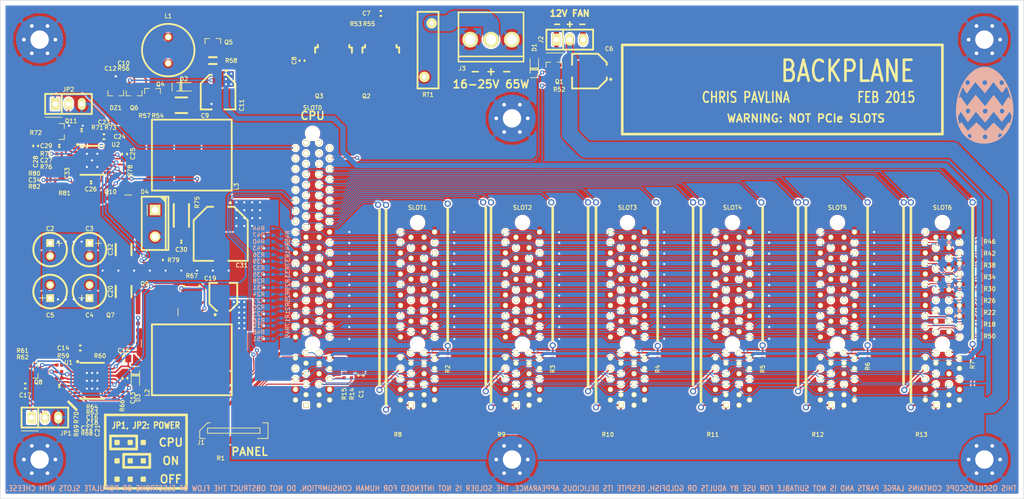
<source format=kicad_pcb>
(kicad_pcb (version 4) (host pcbnew "(2015-02-06 BZR 5407)-product")
  (layers (0 F.Cu signal) (1 Jump1 jumper) (2 Jump2 jumper) (31 B.Cu signal) (34 B.Paste user) (35 F.Paste user) (36 B.SilkS user) (37 F.SilkS user) (38 B.Mask user) (39 F.Mask user) (44 Edge.Cuts user))
  (net 0 "")
  (net 1 +3.3SB)
  (net 2 GND)
  (net 3 "Net-(C15-Pad1)")
  (net 4 "Net-(C16-Pad1)")
  (net 5 "Net-(C17-Pad1)")
  (net 6 "Net-(C21-Pad1)")
  (net 7 "Net-(C22-Pad1)")
  (net 8 "Net-(C27-Pad1)")
  (net 9 +12)
  (net 10 +3.3)
  (net 11 "Net-(C30-Pad1)")
  (net 12 /Power/12VEN)
  (net 13 /Power/3V3EN)
  (net 14 /SPI_#CS_1)
  (net 15 /SPI_#CS_2)
  (net 16 /SPI_#CS_3)
  (net 17 /SPI_#CS_4)
  (net 18 /SPI_#CS_5)
  (net 19 /SPI_#CS_6)
  (net 20 /#IRQ_1)
  (net 21 /#IRQ_2)
  (net 22 /#IRQ_3)
  (net 23 /#IRQ_4)
  (net 24 /#IRQ_5)
  (net 25 /#IRQ_6)
  (net 26 /SPI_CLK)
  (net 27 /SPI_MOSI)
  (net 28 /SPI_MISO)
  (net 29 /#PERST)
  (net 30 /BUS_ADR_#DAT)
  (net 31 /BUS0+)
  (net 32 /BUS0-)
  (net 33 /BUS2+)
  (net 34 /BUS2-)
  (net 35 /BUS4+)
  (net 36 /BUS4-)
  (net 37 /BUS6+)
  (net 38 /BUS6-)
  (net 39 /BUS_#RD)
  (net 40 /BUSCLK+)
  (net 41 /BUSCLK-)
  (net 42 /BUS1+)
  (net 43 /BUS1-)
  (net 44 /BUS3+)
  (net 45 /BUS3-)
  (net 46 /BUS5+)
  (net 47 /BUS5-)
  (net 48 /BUS7+)
  (net 49 /BUS7-)
  (net 50 /BUS#WR)
  (net 51 /#PRSNT_1)
  (net 52 /#PRSNT_4)
  (net 53 /#PRSNT_2)
  (net 54 /#PRSNT_5)
  (net 55 /#PRSNT_3)
  (net 56 /#PRSNT_6)
  (net 57 /Power/3SBSW)
  (net 58 /Power/3SBCS)
  (net 59 /SPI_#CS_FP)
  (net 60 /#IRQ_FP)
  (net 61 /I2C_SDA)
  (net 62 /I2C_SCL)
  (net 63 /Power/FAN)
  (net 64 /Power/Supply12V/VIN)
  (net 65 /Power/Supply12V/AGND)
  (net 66 /Power/Supply12V/FB)
  (net 67 /Power/Supply12V/SW)
  (net 68 /Power/Supply12V/VCC)
  (net 69 /Power/Supply12V/EN)
  (net 70 /Power/Supply12V/HGATE)
  (net 71 /Power/Supply12V/LGATE)
  (net 72 /Power/Supply12V/CS+)
  (net 73 /Power/Supply12V/CS-)
  (net 74 /Power/Supply3V3/AGND)
  (net 75 /Power/Supply3V3/FB)
  (net 76 /Power/Supply3V3/SW)
  (net 77 /Power/Supply3V3/VCC)
  (net 78 /Power/Supply3V3/CS+)
  (net 79 /Power/Supply3V3/EN)
  (net 80 /Power/Supply3V3/HGATE)
  (net 81 /Power/Supply3V3/CS-)
  (net 82 "Net-(SLOT0-PadB11)")
  (net 83 "Net-(SLOT0-PadA1)")
  (net 84 "Net-(SLOT0-PadA8)")
  (net 85 "Net-(SLOT0-PadB17)")
  (net 86 "Net-(SLOT0-PadB45)")
  (net 87 "Net-(SLOT0-PadB47)")
  (net 88 "Net-(SLOT0-PadB48)")
  (net 89 "Net-(SLOT0-PadB49)")
  (net 90 "Net-(SLOT0-PadA19)")
  (net 91 "Net-(SLOT0-PadA40)")
  (net 92 "Net-(SLOT0-PadA42)")
  (net 93 "Net-(SLOT0-PadA44)")
  (net 94 "Net-(SLOT0-PadA45)")
  (net 95 "Net-(SLOT0-PadA46)")
  (net 96 "Net-(SLOT0-PadA47)")
  (net 97 "Net-(SLOT0-PadA49)")
  (net 98 "Net-(SLOT1-PadB17)")
  (net 99 "Net-(SLOT1-PadA19)")
  (net 100 "Net-(SLOT2-PadB17)")
  (net 101 "Net-(SLOT2-PadA19)")
  (net 102 "Net-(SLOT3-PadB17)")
  (net 103 "Net-(SLOT3-PadA19)")
  (net 104 "Net-(SLOT4-PadB17)")
  (net 105 "Net-(SLOT4-PadA19)")
  (net 106 "Net-(SLOT5-PadB17)")
  (net 107 "Net-(SLOT5-PadA19)")
  (net 108 "Net-(SLOT6-PadB17)")
  (net 109 "Net-(SLOT6-PadA19)")
  (net 110 "Net-(C7-Pad1)")
  (net 111 "Net-(C7-Pad2)")
  (net 112 "Net-(C10-Pad2)")
  (net 113 "Net-(C18-Pad1)")
  (net 114 "Net-(C25-Pad1)")
  (net 115 "Net-(C26-Pad1)")
  (net 116 "Net-(C28-Pad1)")
  (net 117 "Net-(C29-Pad1)")
  (net 118 "Net-(C33-Pad1)")
  (net 119 "Net-(C34-Pad1)")
  (net 120 "Net-(D1-Pad2)")
  (net 121 "Net-(J3-Pad2)")
  (net 122 "Net-(Q2-Pad3)")
  (net 123 "Net-(Q4-Pad1)")
  (net 124 "Net-(Q6-Pad3)")
  (net 125 "Net-(R59-Pad2)")
  (net 126 "Net-(R64-Pad1)")
  (net 127 "Net-(R76-Pad1)")
  (module manuf:LITTELFUSE-30R500 (layer F.Cu) (at 109 67 180)
    (fp_text reference RT1 (at 0 -8.5 180) (layer F.SilkS) (effects (font (size 0.8 0.8))))
    (fp_text value 30R500)
    (pad 1 thru_hole circle (at -0.7 5.1 180) (size 2 2) (drill 0.9) (layers *.Cu *.Mask F.SilkS) (net 121 "Net-(J3-Pad2)"))
    (pad 2 thru_hole circle (at 0.7 -5.1 180) (size 2 2) (drill 0.9) (layers *.Cu *.Mask F.SilkS) (net 122 "Net-(Q2-Pad3)"))
  )
  (module manuf:BOURNS-SRP1238A (layer F.Cu) (at 64 126 180)
    (fp_text reference L2 (at 8.5 -6.25 270) (layer F.SilkS) (effects (font (size 0.8 0.8))))
    (fp_text value 8u2)
    (pad 1 smd rect (at -5.55 0 180) (size 3.1 3.3) (layers F.Cu F.Paste F.Mask) (net 9 +12))
    (pad 2 smd rect (at 5.55 0 180) (size 3.1 3.3) (layers F.Cu F.Paste F.Mask) (net 67 /Power/Supply12V/SW))
  )
  (module conn-100mil:CONN-100MIL-M-1x3 (layer F.Cu) (at 121 65 180)
    (fp_text reference J3 (at 5.5 -5.5 180) (layer F.SilkS) (effects (font (size 0.8 0.8))))
    (fp_text value PWR)
    (pad 1 thru_hole circle (at -3.96 0 180) (size 3 3) (drill 2) (layers *.Cu *.Mask F.SilkS) (net 2 GND))
    (pad 2 thru_hole circle (at 0 0 180) (size 3 3) (drill 2) (layers *.Cu *.Mask F.SilkS) (net 121 "Net-(J3-Pad2)"))
    (pad 3 thru_hole circle (at 3.96 0 180) (size 3 3) (drill 2) (layers *.Cu *.Mask F.SilkS) (net 2 GND))
  )
  (module LOGO (layer B.Cu) (at 215 77.5 180)
    (fp_text reference G*** hide)
    (fp_text value LOGO hide)
  )
  (module conn-fci:CONN-10018784-10201TLF-PCIEx4-FCI (layer F.Cu) (at 127 123 180)
    (fp_text reference SLOT2 (at 0 26 180) (layer F.SilkS) (effects (font (size 0.8 0.8))))
    (fp_text value ACQ)
    (pad "" np_thru_hole circle (at 0 0 180) (size 2.35 2.35) (drill 2.35) (layers *.Cu *.Mask F.SilkS))
    (pad B1 thru_hole circle (at -1.25 -11.65 180) (size 1 1) (drill 0.7) (layers *.Cu *.Mask F.SilkS) (net 9 +12))
    (pad B2 thru_hole circle (at -3.25 -10.65 180) (size 1 1) (drill 0.7) (layers *.Cu *.Mask F.SilkS) (net 9 +12))
    (pad B3 thru_hole circle (at -1.25 -9.65 180) (size 1 1) (drill 0.7) (layers *.Cu *.Mask F.SilkS) (net 9 +12))
    (pad B4 thru_hole circle (at -3.25 -8.65 180) (size 1 1) (drill 0.7) (layers *.Cu *.Mask F.SilkS) (net 2 GND))
    (pad B5 thru_hole circle (at -1.25 -7.65 180) (size 1 1) (drill 0.7) (layers *.Cu *.Mask F.SilkS) (net 61 /I2C_SDA))
    (pad B6 thru_hole circle (at -3.25 -6.65 180) (size 1 1) (drill 0.7) (layers *.Cu *.Mask F.SilkS) (net 62 /I2C_SCL))
    (pad B7 thru_hole circle (at -1.25 -5.65 180) (size 1 1) (drill 0.7) (layers *.Cu *.Mask F.SilkS) (net 2 GND))
    (pad B8 thru_hole circle (at -3.25 -4.65 180) (size 1 1) (drill 0.7) (layers *.Cu *.Mask F.SilkS) (net 10 +3.3))
    (pad B9 thru_hole circle (at -1.25 -3.65 180) (size 1 1) (drill 0.7) (layers *.Cu *.Mask F.SilkS) (net 10 +3.3))
    (pad B10 thru_hole circle (at -3.25 -2.65 180) (size 1 1) (drill 0.7) (layers *.Cu *.Mask F.SilkS) (net 1 +3.3SB))
    (pad B11 thru_hole circle (at -1.25 -1.65 180) (size 1 1) (drill 0.7) (layers *.Cu *.Mask F.SilkS) (net 21 /#IRQ_2))
    (pad A1 thru_hole rect (at 1.25 -11.65 180) (size 1 1) (drill 0.7) (layers *.Cu *.Mask F.SilkS) (net 53 /#PRSNT_2))
    (pad A2 thru_hole circle (at 3.25 -10.65 180) (size 1 1) (drill 0.7) (layers *.Cu *.Mask F.SilkS) (net 9 +12))
    (pad A3 thru_hole circle (at 1.25 -9.65 180) (size 1 1) (drill 0.7) (layers *.Cu *.Mask F.SilkS) (net 9 +12))
    (pad A4 thru_hole circle (at 3.25 -8.65 180) (size 1 1) (drill 0.7) (layers *.Cu *.Mask F.SilkS) (net 2 GND))
    (pad A5 thru_hole circle (at 1.25 -7.65 180) (size 1 1) (drill 0.7) (layers *.Cu *.Mask F.SilkS) (net 26 /SPI_CLK))
    (pad A6 thru_hole circle (at 3.25 -6.65 180) (size 1 1) (drill 0.7) (layers *.Cu *.Mask F.SilkS) (net 27 /SPI_MOSI))
    (pad A7 thru_hole circle (at 1.25 -5.65 180) (size 1 1) (drill 0.7) (layers *.Cu *.Mask F.SilkS) (net 28 /SPI_MISO))
    (pad A8 thru_hole circle (at 3.25 -4.65 180) (size 1 1) (drill 0.7) (layers *.Cu *.Mask F.SilkS) (net 15 /SPI_#CS_2))
    (pad A9 thru_hole circle (at 1.25 -3.65 180) (size 1 1) (drill 0.7) (layers *.Cu *.Mask F.SilkS) (net 10 +3.3))
    (pad A10 thru_hole circle (at 3.25 -2.65 180) (size 1 1) (drill 0.7) (layers *.Cu *.Mask F.SilkS) (net 10 +3.3))
    (pad A11 thru_hole circle (at 1.25 -1.65 180) (size 1 1) (drill 0.7) (layers *.Cu *.Mask F.SilkS) (net 29 /#PERST))
    (pad B12 thru_hole circle (at -3.25 1.35 180) (size 1 1) (drill 0.7) (layers *.Cu *.Mask F.SilkS) (net 30 /BUS_ADR_#DAT))
    (pad B13 thru_hole circle (at -1.25 2.35 180) (size 1 1) (drill 0.7) (layers *.Cu *.Mask F.SilkS) (net 2 GND))
    (pad B14 thru_hole circle (at -3.25 3.35 180) (size 1 1) (drill 0.7) (layers *.Cu *.Mask F.SilkS) (net 31 /BUS0+))
    (pad B15 thru_hole circle (at -1.25 4.35 180) (size 1 1) (drill 0.7) (layers *.Cu *.Mask F.SilkS) (net 32 /BUS0-))
    (pad B16 thru_hole circle (at -3.25 5.35 180) (size 1 1) (drill 0.7) (layers *.Cu *.Mask F.SilkS) (net 2 GND))
    (pad B17 thru_hole circle (at -1.25 6.35 180) (size 1 1) (drill 0.7) (layers *.Cu *.Mask F.SilkS) (net 100 "Net-(SLOT2-PadB17)"))
    (pad B18 thru_hole circle (at -3.25 7.35 180) (size 1 1) (drill 0.7) (layers *.Cu *.Mask F.SilkS) (net 2 GND))
    (pad B19 thru_hole circle (at -1.25 8.35 180) (size 1 1) (drill 0.7) (layers *.Cu *.Mask F.SilkS) (net 33 /BUS2+))
    (pad B20 thru_hole circle (at -3.25 9.35 180) (size 1 1) (drill 0.7) (layers *.Cu *.Mask F.SilkS) (net 34 /BUS2-))
    (pad B21 thru_hole circle (at -1.25 10.35 180) (size 1 1) (drill 0.7) (layers *.Cu *.Mask F.SilkS) (net 2 GND))
    (pad B22 thru_hole circle (at -3.25 11.35 180) (size 1 1) (drill 0.7) (layers *.Cu *.Mask F.SilkS) (net 2 GND))
    (pad B23 thru_hole circle (at -1.25 12.35 180) (size 1 1) (drill 0.7) (layers *.Cu *.Mask F.SilkS) (net 35 /BUS4+))
    (pad B24 thru_hole circle (at -3.25 13.35 180) (size 1 1) (drill 0.7) (layers *.Cu *.Mask F.SilkS) (net 36 /BUS4-))
    (pad B25 thru_hole circle (at -1.25 14.35 180) (size 1 1) (drill 0.7) (layers *.Cu *.Mask F.SilkS) (net 2 GND))
    (pad B26 thru_hole circle (at -3.25 15.35 180) (size 1 1) (drill 0.7) (layers *.Cu *.Mask F.SilkS) (net 2 GND))
    (pad B27 thru_hole circle (at -1.25 16.35 180) (size 1 1) (drill 0.7) (layers *.Cu *.Mask F.SilkS) (net 37 /BUS6+))
    (pad B28 thru_hole circle (at -3.25 17.35 180) (size 1 1) (drill 0.7) (layers *.Cu *.Mask F.SilkS) (net 38 /BUS6-))
    (pad B29 thru_hole circle (at -1.25 18.35 180) (size 1 1) (drill 0.7) (layers *.Cu *.Mask F.SilkS) (net 2 GND))
    (pad B30 thru_hole circle (at -3.25 19.35 180) (size 1 1) (drill 0.7) (layers *.Cu *.Mask F.SilkS) (net 39 /BUS_#RD))
    (pad B31 thru_hole circle (at -1.25 20.35 180) (size 1 1) (drill 0.7) (layers *.Cu *.Mask F.SilkS) (net 2 GND))
    (pad B32 thru_hole circle (at -3.25 21.35 180) (size 1 1) (drill 0.7) (layers *.Cu *.Mask F.SilkS) (net 2 GND))
    (pad A12 thru_hole circle (at 3.25 1.35 180) (size 1 1) (drill 0.7) (layers *.Cu *.Mask F.SilkS) (net 2 GND))
    (pad A13 thru_hole circle (at 1.25 2.35 180) (size 1 1) (drill 0.7) (layers *.Cu *.Mask F.SilkS) (net 40 /BUSCLK+))
    (pad A14 thru_hole circle (at 3.25 3.35 180) (size 1 1) (drill 0.7) (layers *.Cu *.Mask F.SilkS) (net 41 /BUSCLK-))
    (pad A15 thru_hole circle (at 1.25 4.35 180) (size 1 1) (drill 0.7) (layers *.Cu *.Mask F.SilkS) (net 2 GND))
    (pad A16 thru_hole circle (at 3.25 5.35 180) (size 1 1) (drill 0.7) (layers *.Cu *.Mask F.SilkS) (net 42 /BUS1+))
    (pad A17 thru_hole circle (at 1.25 6.35 180) (size 1 1) (drill 0.7) (layers *.Cu *.Mask F.SilkS) (net 43 /BUS1-))
    (pad A18 thru_hole circle (at 3.25 7.35 180) (size 1 1) (drill 0.7) (layers *.Cu *.Mask F.SilkS) (net 2 GND))
    (pad A19 thru_hole circle (at 1.25 8.35 180) (size 1 1) (drill 0.7) (layers *.Cu *.Mask F.SilkS) (net 101 "Net-(SLOT2-PadA19)"))
    (pad A20 thru_hole circle (at 3.25 9.35 180) (size 1 1) (drill 0.7) (layers *.Cu *.Mask F.SilkS) (net 2 GND))
    (pad A21 thru_hole circle (at 1.25 10.35 180) (size 1 1) (drill 0.7) (layers *.Cu *.Mask F.SilkS) (net 44 /BUS3+))
    (pad A22 thru_hole circle (at 3.25 11.35 180) (size 1 1) (drill 0.7) (layers *.Cu *.Mask F.SilkS) (net 45 /BUS3-))
    (pad A23 thru_hole circle (at 1.25 12.35 180) (size 1 1) (drill 0.7) (layers *.Cu *.Mask F.SilkS) (net 2 GND))
    (pad A24 thru_hole circle (at 3.25 13.35 180) (size 1 1) (drill 0.7) (layers *.Cu *.Mask F.SilkS) (net 2 GND))
    (pad A25 thru_hole circle (at 1.25 14.35 180) (size 1 1) (drill 0.7) (layers *.Cu *.Mask F.SilkS) (net 46 /BUS5+))
    (pad A26 thru_hole circle (at 3.25 15.35 180) (size 1 1) (drill 0.7) (layers *.Cu *.Mask F.SilkS) (net 47 /BUS5-))
    (pad A27 thru_hole circle (at 1.25 16.35 180) (size 1 1) (drill 0.7) (layers *.Cu *.Mask F.SilkS) (net 2 GND))
    (pad A28 thru_hole circle (at 3.25 17.35 180) (size 1 1) (drill 0.7) (layers *.Cu *.Mask F.SilkS) (net 2 GND))
    (pad A29 thru_hole circle (at 1.25 18.35 180) (size 1 1) (drill 0.7) (layers *.Cu *.Mask F.SilkS) (net 48 /BUS7+))
    (pad A30 thru_hole circle (at 3.25 19.35 180) (size 1 1) (drill 0.7) (layers *.Cu *.Mask F.SilkS) (net 49 /BUS7-))
    (pad A31 thru_hole circle (at 1.25 20.35 180) (size 1 1) (drill 0.7) (layers *.Cu *.Mask F.SilkS) (net 2 GND))
    (pad A32 thru_hole circle (at 3.25 21.35 180) (size 1 1) (drill 0.7) (layers *.Cu *.Mask F.SilkS) (net 50 /BUS#WR))
    (pad "" np_thru_hole circle (at 0 23.15 180) (size 2.35 2.35) (drill 2.35) (layers *.Cu *.Mask F.SilkS))
  )
  (module conn-test:NET-TIE-0.3mm (layer F.Cu) (at 55.2 107.5)
    (fp_text reference W3 hide)
    (fp_text value NET-TIE hide)
    (fp_line (start -0.25 0) (end 0.25 0) (layer F.Cu) (width 0.3))
    (pad 1 smd circle (at -0.25 0) (size 0.3 0.3) (layers F.Cu) (net 81 /Power/Supply3V3/CS-))
    (pad 2 smd circle (at 0.25 0) (size 0.3 0.3) (layers F.Cu) (net 2 GND))
  )
  (module conn-test:NET-TIE-0.3mm (layer F.Cu) (at 41 88.975)
    (fp_text reference W4 hide)
    (fp_text value NET-TIE hide)
    (fp_line (start -0.25 0) (end 0.25 0) (layer F.Cu) (width 0.3))
    (pad 1 smd circle (at -0.25 0) (size 0.3 0.3) (layers F.Cu) (net 74 /Power/Supply3V3/AGND))
    (pad 2 smd circle (at 0.25 0) (size 0.3 0.3) (layers F.Cu) (net 2 GND))
  )
  (module conn-fci:CONN-10018783-10202TLF-PCIEx8-FCI (layer F.Cu) (at 87 123 180)
    (fp_text reference SLOT0 (at 0 45 180) (layer F.SilkS) (effects (font (size 0.8 0.8))))
    (fp_text value CPU)
    (pad "" np_thru_hole circle (at 0 0 180) (size 2.35 2.35) (drill 2.35) (layers *.Cu *.Mask F.SilkS))
    (pad B1 thru_hole circle (at -1.25 -11.65 180) (size 1 1) (drill 0.7) (layers *.Cu *.Mask F.SilkS) (net 9 +12))
    (pad B2 thru_hole circle (at -3.25 -10.65 180) (size 1 1) (drill 0.7) (layers *.Cu *.Mask F.SilkS) (net 9 +12))
    (pad B3 thru_hole circle (at -1.25 -9.65 180) (size 1 1) (drill 0.7) (layers *.Cu *.Mask F.SilkS) (net 9 +12))
    (pad B4 thru_hole circle (at -3.25 -8.65 180) (size 1 1) (drill 0.7) (layers *.Cu *.Mask F.SilkS) (net 2 GND))
    (pad B5 thru_hole circle (at -1.25 -7.65 180) (size 1 1) (drill 0.7) (layers *.Cu *.Mask F.SilkS) (net 61 /I2C_SDA))
    (pad B6 thru_hole circle (at -3.25 -6.65 180) (size 1 1) (drill 0.7) (layers *.Cu *.Mask F.SilkS) (net 62 /I2C_SCL))
    (pad B7 thru_hole circle (at -1.25 -5.65 180) (size 1 1) (drill 0.7) (layers *.Cu *.Mask F.SilkS) (net 2 GND))
    (pad B8 thru_hole circle (at -3.25 -4.65 180) (size 1 1) (drill 0.7) (layers *.Cu *.Mask F.SilkS) (net 10 +3.3))
    (pad B9 thru_hole circle (at -1.25 -3.65 180) (size 1 1) (drill 0.7) (layers *.Cu *.Mask F.SilkS) (net 10 +3.3))
    (pad B10 thru_hole circle (at -3.25 -2.65 180) (size 1 1) (drill 0.7) (layers *.Cu *.Mask F.SilkS) (net 1 +3.3SB))
    (pad B11 thru_hole circle (at -1.25 -1.65 180) (size 1 1) (drill 0.7) (layers *.Cu *.Mask F.SilkS) (net 82 "Net-(SLOT0-PadB11)"))
    (pad A1 thru_hole rect (at 1.25 -11.65 180) (size 1 1) (drill 0.7) (layers *.Cu *.Mask F.SilkS) (net 83 "Net-(SLOT0-PadA1)"))
    (pad A2 thru_hole circle (at 3.25 -10.65 180) (size 1 1) (drill 0.7) (layers *.Cu *.Mask F.SilkS) (net 9 +12))
    (pad A3 thru_hole circle (at 1.25 -9.65 180) (size 1 1) (drill 0.7) (layers *.Cu *.Mask F.SilkS) (net 9 +12))
    (pad A4 thru_hole circle (at 3.25 -8.65 180) (size 1 1) (drill 0.7) (layers *.Cu *.Mask F.SilkS) (net 2 GND))
    (pad A5 thru_hole circle (at 1.25 -7.65 180) (size 1 1) (drill 0.7) (layers *.Cu *.Mask F.SilkS) (net 26 /SPI_CLK))
    (pad A6 thru_hole circle (at 3.25 -6.65 180) (size 1 1) (drill 0.7) (layers *.Cu *.Mask F.SilkS) (net 27 /SPI_MOSI))
    (pad A7 thru_hole circle (at 1.25 -5.65 180) (size 1 1) (drill 0.7) (layers *.Cu *.Mask F.SilkS) (net 28 /SPI_MISO))
    (pad A8 thru_hole circle (at 3.25 -4.65 180) (size 1 1) (drill 0.7) (layers *.Cu *.Mask F.SilkS) (net 84 "Net-(SLOT0-PadA8)"))
    (pad A9 thru_hole circle (at 1.25 -3.65 180) (size 1 1) (drill 0.7) (layers *.Cu *.Mask F.SilkS) (net 10 +3.3))
    (pad A10 thru_hole circle (at 3.25 -2.65 180) (size 1 1) (drill 0.7) (layers *.Cu *.Mask F.SilkS) (net 10 +3.3))
    (pad A11 thru_hole circle (at 1.25 -1.65 180) (size 1 1) (drill 0.7) (layers *.Cu *.Mask F.SilkS) (net 29 /#PERST))
    (pad B12 thru_hole circle (at -3.25 1.35 180) (size 1 1) (drill 0.7) (layers *.Cu *.Mask F.SilkS) (net 30 /BUS_ADR_#DAT))
    (pad B13 thru_hole circle (at -1.25 2.35 180) (size 1 1) (drill 0.7) (layers *.Cu *.Mask F.SilkS) (net 2 GND))
    (pad B14 thru_hole circle (at -3.25 3.35 180) (size 1 1) (drill 0.7) (layers *.Cu *.Mask F.SilkS) (net 31 /BUS0+))
    (pad B15 thru_hole circle (at -1.25 4.35 180) (size 1 1) (drill 0.7) (layers *.Cu *.Mask F.SilkS) (net 32 /BUS0-))
    (pad B16 thru_hole circle (at -3.25 5.35 180) (size 1 1) (drill 0.7) (layers *.Cu *.Mask F.SilkS) (net 2 GND))
    (pad B17 thru_hole circle (at -1.25 6.35 180) (size 1 1) (drill 0.7) (layers *.Cu *.Mask F.SilkS) (net 85 "Net-(SLOT0-PadB17)"))
    (pad B18 thru_hole circle (at -3.25 7.35 180) (size 1 1) (drill 0.7) (layers *.Cu *.Mask F.SilkS) (net 2 GND))
    (pad B19 thru_hole circle (at -1.25 8.35 180) (size 1 1) (drill 0.7) (layers *.Cu *.Mask F.SilkS) (net 33 /BUS2+))
    (pad B20 thru_hole circle (at -3.25 9.35 180) (size 1 1) (drill 0.7) (layers *.Cu *.Mask F.SilkS) (net 34 /BUS2-))
    (pad B21 thru_hole circle (at -1.25 10.35 180) (size 1 1) (drill 0.7) (layers *.Cu *.Mask F.SilkS) (net 2 GND))
    (pad B22 thru_hole circle (at -3.25 11.35 180) (size 1 1) (drill 0.7) (layers *.Cu *.Mask F.SilkS) (net 2 GND))
    (pad B23 thru_hole circle (at -1.25 12.35 180) (size 1 1) (drill 0.7) (layers *.Cu *.Mask F.SilkS) (net 35 /BUS4+))
    (pad B24 thru_hole circle (at -3.25 13.35 180) (size 1 1) (drill 0.7) (layers *.Cu *.Mask F.SilkS) (net 36 /BUS4-))
    (pad B25 thru_hole circle (at -1.25 14.35 180) (size 1 1) (drill 0.7) (layers *.Cu *.Mask F.SilkS) (net 2 GND))
    (pad B26 thru_hole circle (at -3.25 15.35 180) (size 1 1) (drill 0.7) (layers *.Cu *.Mask F.SilkS) (net 2 GND))
    (pad B27 thru_hole circle (at -1.25 16.35 180) (size 1 1) (drill 0.7) (layers *.Cu *.Mask F.SilkS) (net 37 /BUS6+))
    (pad B28 thru_hole circle (at -3.25 17.35 180) (size 1 1) (drill 0.7) (layers *.Cu *.Mask F.SilkS) (net 38 /BUS6-))
    (pad B29 thru_hole circle (at -1.25 18.35 180) (size 1 1) (drill 0.7) (layers *.Cu *.Mask F.SilkS) (net 2 GND))
    (pad B30 thru_hole circle (at -3.25 19.35 180) (size 1 1) (drill 0.7) (layers *.Cu *.Mask F.SilkS) (net 39 /BUS_#RD))
    (pad B31 thru_hole circle (at -1.25 20.35 180) (size 1 1) (drill 0.7) (layers *.Cu *.Mask F.SilkS) (net 2 GND))
    (pad B32 thru_hole circle (at -3.25 21.35 180) (size 1 1) (drill 0.7) (layers *.Cu *.Mask F.SilkS) (net 2 GND))
    (pad B33 thru_hole circle (at -1.25 22.35 180) (size 1 1) (drill 0.7) (layers *.Cu *.Mask F.SilkS) (net 14 /SPI_#CS_1))
    (pad B34 thru_hole circle (at -3.25 23.35 180) (size 1 1) (drill 0.7) (layers *.Cu *.Mask F.SilkS) (net 20 /#IRQ_1))
    (pad B35 thru_hole circle (at -1.25 24.35 180) (size 1 1) (drill 0.7) (layers *.Cu *.Mask F.SilkS) (net 15 /SPI_#CS_2))
    (pad B36 thru_hole circle (at -3.25 25.35 180) (size 1 1) (drill 0.7) (layers *.Cu *.Mask F.SilkS) (net 21 /#IRQ_2))
    (pad B37 thru_hole circle (at -1.25 26.35 180) (size 1 1) (drill 0.7) (layers *.Cu *.Mask F.SilkS) (net 16 /SPI_#CS_3))
    (pad B38 thru_hole circle (at -3.25 27.35 180) (size 1 1) (drill 0.7) (layers *.Cu *.Mask F.SilkS) (net 22 /#IRQ_3))
    (pad B39 thru_hole circle (at -1.25 28.35 180) (size 1 1) (drill 0.7) (layers *.Cu *.Mask F.SilkS) (net 17 /SPI_#CS_4))
    (pad B40 thru_hole circle (at -3.25 29.35 180) (size 1 1) (drill 0.7) (layers *.Cu *.Mask F.SilkS) (net 23 /#IRQ_4))
    (pad B41 thru_hole circle (at -1.25 30.35 180) (size 1 1) (drill 0.7) (layers *.Cu *.Mask F.SilkS) (net 18 /SPI_#CS_5))
    (pad B42 thru_hole circle (at -3.25 31.35 180) (size 1 1) (drill 0.7) (layers *.Cu *.Mask F.SilkS) (net 24 /#IRQ_5))
    (pad B43 thru_hole circle (at -1.25 32.35 180) (size 1 1) (drill 0.7) (layers *.Cu *.Mask F.SilkS) (net 19 /SPI_#CS_6))
    (pad B44 thru_hole circle (at -3.25 33.35 180) (size 1 1) (drill 0.7) (layers *.Cu *.Mask F.SilkS) (net 25 /#IRQ_6))
    (pad B45 thru_hole circle (at -1.25 34.35 180) (size 1 1) (drill 0.7) (layers *.Cu *.Mask F.SilkS) (net 86 "Net-(SLOT0-PadB45)"))
    (pad B46 thru_hole circle (at -3.25 35.35 180) (size 1 1) (drill 0.7) (layers *.Cu *.Mask F.SilkS) (net 63 /Power/FAN))
    (pad B47 thru_hole circle (at -1.25 36.35 180) (size 1 1) (drill 0.7) (layers *.Cu *.Mask F.SilkS) (net 87 "Net-(SLOT0-PadB47)"))
    (pad B48 thru_hole circle (at -3.25 37.35 180) (size 1 1) (drill 0.7) (layers *.Cu *.Mask F.SilkS) (net 88 "Net-(SLOT0-PadB48)"))
    (pad B49 thru_hole circle (at -1.25 38.35 180) (size 1 1) (drill 0.7) (layers *.Cu *.Mask F.SilkS) (net 89 "Net-(SLOT0-PadB49)"))
    (pad A12 thru_hole circle (at 3.25 1.35 180) (size 1 1) (drill 0.7) (layers *.Cu *.Mask F.SilkS) (net 2 GND))
    (pad A13 thru_hole circle (at 1.25 2.35 180) (size 1 1) (drill 0.7) (layers *.Cu *.Mask F.SilkS) (net 40 /BUSCLK+))
    (pad A14 thru_hole circle (at 3.25 3.35 180) (size 1 1) (drill 0.7) (layers *.Cu *.Mask F.SilkS) (net 41 /BUSCLK-))
    (pad A15 thru_hole circle (at 1.25 4.35 180) (size 1 1) (drill 0.7) (layers *.Cu *.Mask F.SilkS) (net 2 GND))
    (pad A16 thru_hole circle (at 3.25 5.35 180) (size 1 1) (drill 0.7) (layers *.Cu *.Mask F.SilkS) (net 42 /BUS1+))
    (pad A17 thru_hole circle (at 1.25 6.35 180) (size 1 1) (drill 0.7) (layers *.Cu *.Mask F.SilkS) (net 43 /BUS1-))
    (pad A18 thru_hole circle (at 3.25 7.35 180) (size 1 1) (drill 0.7) (layers *.Cu *.Mask F.SilkS) (net 2 GND))
    (pad A19 thru_hole circle (at 1.25 8.35 180) (size 1 1) (drill 0.7) (layers *.Cu *.Mask F.SilkS) (net 90 "Net-(SLOT0-PadA19)"))
    (pad A20 thru_hole circle (at 3.25 9.35 180) (size 1 1) (drill 0.7) (layers *.Cu *.Mask F.SilkS) (net 2 GND))
    (pad A21 thru_hole circle (at 1.25 10.35 180) (size 1 1) (drill 0.7) (layers *.Cu *.Mask F.SilkS) (net 44 /BUS3+))
    (pad A22 thru_hole circle (at 3.25 11.35 180) (size 1 1) (drill 0.7) (layers *.Cu *.Mask F.SilkS) (net 45 /BUS3-))
    (pad A23 thru_hole circle (at 1.25 12.35 180) (size 1 1) (drill 0.7) (layers *.Cu *.Mask F.SilkS) (net 2 GND))
    (pad A24 thru_hole circle (at 3.25 13.35 180) (size 1 1) (drill 0.7) (layers *.Cu *.Mask F.SilkS) (net 2 GND))
    (pad A25 thru_hole circle (at 1.25 14.35 180) (size 1 1) (drill 0.7) (layers *.Cu *.Mask F.SilkS) (net 46 /BUS5+))
    (pad A26 thru_hole circle (at 3.25 15.35 180) (size 1 1) (drill 0.7) (layers *.Cu *.Mask F.SilkS) (net 47 /BUS5-))
    (pad A27 thru_hole circle (at 1.25 16.35 180) (size 1 1) (drill 0.7) (layers *.Cu *.Mask F.SilkS) (net 2 GND))
    (pad A28 thru_hole circle (at 3.25 17.35 180) (size 1 1) (drill 0.7) (layers *.Cu *.Mask F.SilkS) (net 2 GND))
    (pad A29 thru_hole circle (at 1.25 18.35 180) (size 1 1) (drill 0.7) (layers *.Cu *.Mask F.SilkS) (net 48 /BUS7+))
    (pad A30 thru_hole circle (at 3.25 19.35 180) (size 1 1) (drill 0.7) (layers *.Cu *.Mask F.SilkS) (net 49 /BUS7-))
    (pad A31 thru_hole circle (at 1.25 20.35 180) (size 1 1) (drill 0.7) (layers *.Cu *.Mask F.SilkS) (net 2 GND))
    (pad A32 thru_hole circle (at 3.25 21.35 180) (size 1 1) (drill 0.7) (layers *.Cu *.Mask F.SilkS) (net 50 /BUS#WR))
    (pad A33 thru_hole circle (at 1.25 22.35 180) (size 1 1) (drill 0.7) (layers *.Cu *.Mask F.SilkS) (net 51 /#PRSNT_1))
    (pad A34 thru_hole circle (at 3.25 23.35 180) (size 1 1) (drill 0.7) (layers *.Cu *.Mask F.SilkS) (net 59 /SPI_#CS_FP))
    (pad A35 thru_hole circle (at 1.25 24.35 180) (size 1 1) (drill 0.7) (layers *.Cu *.Mask F.SilkS) (net 53 /#PRSNT_2))
    (pad A36 thru_hole circle (at 3.25 25.35 180) (size 1 1) (drill 0.7) (layers *.Cu *.Mask F.SilkS) (net 60 /#IRQ_FP))
    (pad A37 thru_hole circle (at 1.25 26.35 180) (size 1 1) (drill 0.7) (layers *.Cu *.Mask F.SilkS) (net 55 /#PRSNT_3))
    (pad A38 thru_hole circle (at 3.25 27.35 180) (size 1 1) (drill 0.7) (layers *.Cu *.Mask F.SilkS) (net 12 /Power/12VEN))
    (pad A39 thru_hole circle (at 1.25 28.35 180) (size 1 1) (drill 0.7) (layers *.Cu *.Mask F.SilkS) (net 52 /#PRSNT_4))
    (pad A40 thru_hole circle (at 3.25 29.35 180) (size 1 1) (drill 0.7) (layers *.Cu *.Mask F.SilkS) (net 91 "Net-(SLOT0-PadA40)"))
    (pad A41 thru_hole circle (at 1.25 30.35 180) (size 1 1) (drill 0.7) (layers *.Cu *.Mask F.SilkS) (net 54 /#PRSNT_5))
    (pad A42 thru_hole circle (at 3.25 31.35 180) (size 1 1) (drill 0.7) (layers *.Cu *.Mask F.SilkS) (net 92 "Net-(SLOT0-PadA42)"))
    (pad A43 thru_hole circle (at 1.25 32.35 180) (size 1 1) (drill 0.7) (layers *.Cu *.Mask F.SilkS) (net 56 /#PRSNT_6))
    (pad A44 thru_hole circle (at 3.25 33.35 180) (size 1 1) (drill 0.7) (layers *.Cu *.Mask F.SilkS) (net 93 "Net-(SLOT0-PadA44)"))
    (pad A45 thru_hole circle (at 1.25 34.35 180) (size 1 1) (drill 0.7) (layers *.Cu *.Mask F.SilkS) (net 94 "Net-(SLOT0-PadA45)"))
    (pad A46 thru_hole circle (at 3.25 35.35 180) (size 1 1) (drill 0.7) (layers *.Cu *.Mask F.SilkS) (net 95 "Net-(SLOT0-PadA46)"))
    (pad A47 thru_hole circle (at 1.25 36.35 180) (size 1 1) (drill 0.7) (layers *.Cu *.Mask F.SilkS) (net 96 "Net-(SLOT0-PadA47)"))
    (pad A48 thru_hole circle (at 3.25 37.35 180) (size 1 1) (drill 0.7) (layers *.Cu *.Mask F.SilkS) (net 13 /Power/3V3EN))
    (pad A49 thru_hole circle (at 1.25 38.35 180) (size 1 1) (drill 0.7) (layers *.Cu *.Mask F.SilkS) (net 97 "Net-(SLOT0-PadA49)"))
    (pad "" np_thru_hole circle (at 0 40.15 180) (size 2.35 2.35) (drill 2.35) (layers *.Cu *.Mask F.SilkS))
  )
  (module conn-fci:CONN-10018784-10201TLF-PCIEx4-FCI (layer F.Cu) (at 187 123 180)
    (fp_text reference SLOT5 (at 0 26 180) (layer F.SilkS) (effects (font (size 0.8 0.8))))
    (fp_text value FREE)
    (pad "" np_thru_hole circle (at 0 0 180) (size 2.35 2.35) (drill 2.35) (layers *.Cu *.Mask F.SilkS))
    (pad B1 thru_hole circle (at -1.25 -11.65 180) (size 1 1) (drill 0.7) (layers *.Cu *.Mask F.SilkS) (net 9 +12))
    (pad B2 thru_hole circle (at -3.25 -10.65 180) (size 1 1) (drill 0.7) (layers *.Cu *.Mask F.SilkS) (net 9 +12))
    (pad B3 thru_hole circle (at -1.25 -9.65 180) (size 1 1) (drill 0.7) (layers *.Cu *.Mask F.SilkS) (net 9 +12))
    (pad B4 thru_hole circle (at -3.25 -8.65 180) (size 1 1) (drill 0.7) (layers *.Cu *.Mask F.SilkS) (net 2 GND))
    (pad B5 thru_hole circle (at -1.25 -7.65 180) (size 1 1) (drill 0.7) (layers *.Cu *.Mask F.SilkS) (net 61 /I2C_SDA))
    (pad B6 thru_hole circle (at -3.25 -6.65 180) (size 1 1) (drill 0.7) (layers *.Cu *.Mask F.SilkS) (net 62 /I2C_SCL))
    (pad B7 thru_hole circle (at -1.25 -5.65 180) (size 1 1) (drill 0.7) (layers *.Cu *.Mask F.SilkS) (net 2 GND))
    (pad B8 thru_hole circle (at -3.25 -4.65 180) (size 1 1) (drill 0.7) (layers *.Cu *.Mask F.SilkS) (net 10 +3.3))
    (pad B9 thru_hole circle (at -1.25 -3.65 180) (size 1 1) (drill 0.7) (layers *.Cu *.Mask F.SilkS) (net 10 +3.3))
    (pad B10 thru_hole circle (at -3.25 -2.65 180) (size 1 1) (drill 0.7) (layers *.Cu *.Mask F.SilkS) (net 1 +3.3SB))
    (pad B11 thru_hole circle (at -1.25 -1.65 180) (size 1 1) (drill 0.7) (layers *.Cu *.Mask F.SilkS) (net 24 /#IRQ_5))
    (pad A1 thru_hole rect (at 1.25 -11.65 180) (size 1 1) (drill 0.7) (layers *.Cu *.Mask F.SilkS) (net 54 /#PRSNT_5))
    (pad A2 thru_hole circle (at 3.25 -10.65 180) (size 1 1) (drill 0.7) (layers *.Cu *.Mask F.SilkS) (net 9 +12))
    (pad A3 thru_hole circle (at 1.25 -9.65 180) (size 1 1) (drill 0.7) (layers *.Cu *.Mask F.SilkS) (net 9 +12))
    (pad A4 thru_hole circle (at 3.25 -8.65 180) (size 1 1) (drill 0.7) (layers *.Cu *.Mask F.SilkS) (net 2 GND))
    (pad A5 thru_hole circle (at 1.25 -7.65 180) (size 1 1) (drill 0.7) (layers *.Cu *.Mask F.SilkS) (net 26 /SPI_CLK))
    (pad A6 thru_hole circle (at 3.25 -6.65 180) (size 1 1) (drill 0.7) (layers *.Cu *.Mask F.SilkS) (net 27 /SPI_MOSI))
    (pad A7 thru_hole circle (at 1.25 -5.65 180) (size 1 1) (drill 0.7) (layers *.Cu *.Mask F.SilkS) (net 28 /SPI_MISO))
    (pad A8 thru_hole circle (at 3.25 -4.65 180) (size 1 1) (drill 0.7) (layers *.Cu *.Mask F.SilkS) (net 18 /SPI_#CS_5))
    (pad A9 thru_hole circle (at 1.25 -3.65 180) (size 1 1) (drill 0.7) (layers *.Cu *.Mask F.SilkS) (net 10 +3.3))
    (pad A10 thru_hole circle (at 3.25 -2.65 180) (size 1 1) (drill 0.7) (layers *.Cu *.Mask F.SilkS) (net 10 +3.3))
    (pad A11 thru_hole circle (at 1.25 -1.65 180) (size 1 1) (drill 0.7) (layers *.Cu *.Mask F.SilkS) (net 29 /#PERST))
    (pad B12 thru_hole circle (at -3.25 1.35 180) (size 1 1) (drill 0.7) (layers *.Cu *.Mask F.SilkS) (net 30 /BUS_ADR_#DAT))
    (pad B13 thru_hole circle (at -1.25 2.35 180) (size 1 1) (drill 0.7) (layers *.Cu *.Mask F.SilkS) (net 2 GND))
    (pad B14 thru_hole circle (at -3.25 3.35 180) (size 1 1) (drill 0.7) (layers *.Cu *.Mask F.SilkS) (net 31 /BUS0+))
    (pad B15 thru_hole circle (at -1.25 4.35 180) (size 1 1) (drill 0.7) (layers *.Cu *.Mask F.SilkS) (net 32 /BUS0-))
    (pad B16 thru_hole circle (at -3.25 5.35 180) (size 1 1) (drill 0.7) (layers *.Cu *.Mask F.SilkS) (net 2 GND))
    (pad B17 thru_hole circle (at -1.25 6.35 180) (size 1 1) (drill 0.7) (layers *.Cu *.Mask F.SilkS) (net 106 "Net-(SLOT5-PadB17)"))
    (pad B18 thru_hole circle (at -3.25 7.35 180) (size 1 1) (drill 0.7) (layers *.Cu *.Mask F.SilkS) (net 2 GND))
    (pad B19 thru_hole circle (at -1.25 8.35 180) (size 1 1) (drill 0.7) (layers *.Cu *.Mask F.SilkS) (net 33 /BUS2+))
    (pad B20 thru_hole circle (at -3.25 9.35 180) (size 1 1) (drill 0.7) (layers *.Cu *.Mask F.SilkS) (net 34 /BUS2-))
    (pad B21 thru_hole circle (at -1.25 10.35 180) (size 1 1) (drill 0.7) (layers *.Cu *.Mask F.SilkS) (net 2 GND))
    (pad B22 thru_hole circle (at -3.25 11.35 180) (size 1 1) (drill 0.7) (layers *.Cu *.Mask F.SilkS) (net 2 GND))
    (pad B23 thru_hole circle (at -1.25 12.35 180) (size 1 1) (drill 0.7) (layers *.Cu *.Mask F.SilkS) (net 35 /BUS4+))
    (pad B24 thru_hole circle (at -3.25 13.35 180) (size 1 1) (drill 0.7) (layers *.Cu *.Mask F.SilkS) (net 36 /BUS4-))
    (pad B25 thru_hole circle (at -1.25 14.35 180) (size 1 1) (drill 0.7) (layers *.Cu *.Mask F.SilkS) (net 2 GND))
    (pad B26 thru_hole circle (at -3.25 15.35 180) (size 1 1) (drill 0.7) (layers *.Cu *.Mask F.SilkS) (net 2 GND))
    (pad B27 thru_hole circle (at -1.25 16.35 180) (size 1 1) (drill 0.7) (layers *.Cu *.Mask F.SilkS) (net 37 /BUS6+))
    (pad B28 thru_hole circle (at -3.25 17.35 180) (size 1 1) (drill 0.7) (layers *.Cu *.Mask F.SilkS) (net 38 /BUS6-))
    (pad B29 thru_hole circle (at -1.25 18.35 180) (size 1 1) (drill 0.7) (layers *.Cu *.Mask F.SilkS) (net 2 GND))
    (pad B30 thru_hole circle (at -3.25 19.35 180) (size 1 1) (drill 0.7) (layers *.Cu *.Mask F.SilkS) (net 39 /BUS_#RD))
    (pad B31 thru_hole circle (at -1.25 20.35 180) (size 1 1) (drill 0.7) (layers *.Cu *.Mask F.SilkS) (net 2 GND))
    (pad B32 thru_hole circle (at -3.25 21.35 180) (size 1 1) (drill 0.7) (layers *.Cu *.Mask F.SilkS) (net 2 GND))
    (pad A12 thru_hole circle (at 3.25 1.35 180) (size 1 1) (drill 0.7) (layers *.Cu *.Mask F.SilkS) (net 2 GND))
    (pad A13 thru_hole circle (at 1.25 2.35 180) (size 1 1) (drill 0.7) (layers *.Cu *.Mask F.SilkS) (net 40 /BUSCLK+))
    (pad A14 thru_hole circle (at 3.25 3.35 180) (size 1 1) (drill 0.7) (layers *.Cu *.Mask F.SilkS) (net 41 /BUSCLK-))
    (pad A15 thru_hole circle (at 1.25 4.35 180) (size 1 1) (drill 0.7) (layers *.Cu *.Mask F.SilkS) (net 2 GND))
    (pad A16 thru_hole circle (at 3.25 5.35 180) (size 1 1) (drill 0.7) (layers *.Cu *.Mask F.SilkS) (net 42 /BUS1+))
    (pad A17 thru_hole circle (at 1.25 6.35 180) (size 1 1) (drill 0.7) (layers *.Cu *.Mask F.SilkS) (net 43 /BUS1-))
    (pad A18 thru_hole circle (at 3.25 7.35 180) (size 1 1) (drill 0.7) (layers *.Cu *.Mask F.SilkS) (net 2 GND))
    (pad A19 thru_hole circle (at 1.25 8.35 180) (size 1 1) (drill 0.7) (layers *.Cu *.Mask F.SilkS) (net 107 "Net-(SLOT5-PadA19)"))
    (pad A20 thru_hole circle (at 3.25 9.35 180) (size 1 1) (drill 0.7) (layers *.Cu *.Mask F.SilkS) (net 2 GND))
    (pad A21 thru_hole circle (at 1.25 10.35 180) (size 1 1) (drill 0.7) (layers *.Cu *.Mask F.SilkS) (net 44 /BUS3+))
    (pad A22 thru_hole circle (at 3.25 11.35 180) (size 1 1) (drill 0.7) (layers *.Cu *.Mask F.SilkS) (net 45 /BUS3-))
    (pad A23 thru_hole circle (at 1.25 12.35 180) (size 1 1) (drill 0.7) (layers *.Cu *.Mask F.SilkS) (net 2 GND))
    (pad A24 thru_hole circle (at 3.25 13.35 180) (size 1 1) (drill 0.7) (layers *.Cu *.Mask F.SilkS) (net 2 GND))
    (pad A25 thru_hole circle (at 1.25 14.35 180) (size 1 1) (drill 0.7) (layers *.Cu *.Mask F.SilkS) (net 46 /BUS5+))
    (pad A26 thru_hole circle (at 3.25 15.35 180) (size 1 1) (drill 0.7) (layers *.Cu *.Mask F.SilkS) (net 47 /BUS5-))
    (pad A27 thru_hole circle (at 1.25 16.35 180) (size 1 1) (drill 0.7) (layers *.Cu *.Mask F.SilkS) (net 2 GND))
    (pad A28 thru_hole circle (at 3.25 17.35 180) (size 1 1) (drill 0.7) (layers *.Cu *.Mask F.SilkS) (net 2 GND))
    (pad A29 thru_hole circle (at 1.25 18.35 180) (size 1 1) (drill 0.7) (layers *.Cu *.Mask F.SilkS) (net 48 /BUS7+))
    (pad A30 thru_hole circle (at 3.25 19.35 180) (size 1 1) (drill 0.7) (layers *.Cu *.Mask F.SilkS) (net 49 /BUS7-))
    (pad A31 thru_hole circle (at 1.25 20.35 180) (size 1 1) (drill 0.7) (layers *.Cu *.Mask F.SilkS) (net 2 GND))
    (pad A32 thru_hole circle (at 3.25 21.35 180) (size 1 1) (drill 0.7) (layers *.Cu *.Mask F.SilkS) (net 50 /BUS#WR))
    (pad "" np_thru_hole circle (at 0 23.15 180) (size 2.35 2.35) (drill 2.35) (layers *.Cu *.Mask F.SilkS))
  )
  (module conn-fci:CONN-10018784-10201TLF-PCIEx4-FCI (layer F.Cu) (at 167 123 180)
    (fp_text reference SLOT4 (at 0 26 180) (layer F.SilkS) (effects (font (size 0.8 0.8))))
    (fp_text value FREE)
    (pad "" np_thru_hole circle (at 0 0 180) (size 2.35 2.35) (drill 2.35) (layers *.Cu *.Mask F.SilkS))
    (pad B1 thru_hole circle (at -1.25 -11.65 180) (size 1 1) (drill 0.7) (layers *.Cu *.Mask F.SilkS) (net 9 +12))
    (pad B2 thru_hole circle (at -3.25 -10.65 180) (size 1 1) (drill 0.7) (layers *.Cu *.Mask F.SilkS) (net 9 +12))
    (pad B3 thru_hole circle (at -1.25 -9.65 180) (size 1 1) (drill 0.7) (layers *.Cu *.Mask F.SilkS) (net 9 +12))
    (pad B4 thru_hole circle (at -3.25 -8.65 180) (size 1 1) (drill 0.7) (layers *.Cu *.Mask F.SilkS) (net 2 GND))
    (pad B5 thru_hole circle (at -1.25 -7.65 180) (size 1 1) (drill 0.7) (layers *.Cu *.Mask F.SilkS) (net 61 /I2C_SDA))
    (pad B6 thru_hole circle (at -3.25 -6.65 180) (size 1 1) (drill 0.7) (layers *.Cu *.Mask F.SilkS) (net 62 /I2C_SCL))
    (pad B7 thru_hole circle (at -1.25 -5.65 180) (size 1 1) (drill 0.7) (layers *.Cu *.Mask F.SilkS) (net 2 GND))
    (pad B8 thru_hole circle (at -3.25 -4.65 180) (size 1 1) (drill 0.7) (layers *.Cu *.Mask F.SilkS) (net 10 +3.3))
    (pad B9 thru_hole circle (at -1.25 -3.65 180) (size 1 1) (drill 0.7) (layers *.Cu *.Mask F.SilkS) (net 10 +3.3))
    (pad B10 thru_hole circle (at -3.25 -2.65 180) (size 1 1) (drill 0.7) (layers *.Cu *.Mask F.SilkS) (net 1 +3.3SB))
    (pad B11 thru_hole circle (at -1.25 -1.65 180) (size 1 1) (drill 0.7) (layers *.Cu *.Mask F.SilkS) (net 23 /#IRQ_4))
    (pad A1 thru_hole rect (at 1.25 -11.65 180) (size 1 1) (drill 0.7) (layers *.Cu *.Mask F.SilkS) (net 52 /#PRSNT_4))
    (pad A2 thru_hole circle (at 3.25 -10.65 180) (size 1 1) (drill 0.7) (layers *.Cu *.Mask F.SilkS) (net 9 +12))
    (pad A3 thru_hole circle (at 1.25 -9.65 180) (size 1 1) (drill 0.7) (layers *.Cu *.Mask F.SilkS) (net 9 +12))
    (pad A4 thru_hole circle (at 3.25 -8.65 180) (size 1 1) (drill 0.7) (layers *.Cu *.Mask F.SilkS) (net 2 GND))
    (pad A5 thru_hole circle (at 1.25 -7.65 180) (size 1 1) (drill 0.7) (layers *.Cu *.Mask F.SilkS) (net 26 /SPI_CLK))
    (pad A6 thru_hole circle (at 3.25 -6.65 180) (size 1 1) (drill 0.7) (layers *.Cu *.Mask F.SilkS) (net 27 /SPI_MOSI))
    (pad A7 thru_hole circle (at 1.25 -5.65 180) (size 1 1) (drill 0.7) (layers *.Cu *.Mask F.SilkS) (net 28 /SPI_MISO))
    (pad A8 thru_hole circle (at 3.25 -4.65 180) (size 1 1) (drill 0.7) (layers *.Cu *.Mask F.SilkS) (net 17 /SPI_#CS_4))
    (pad A9 thru_hole circle (at 1.25 -3.65 180) (size 1 1) (drill 0.7) (layers *.Cu *.Mask F.SilkS) (net 10 +3.3))
    (pad A10 thru_hole circle (at 3.25 -2.65 180) (size 1 1) (drill 0.7) (layers *.Cu *.Mask F.SilkS) (net 10 +3.3))
    (pad A11 thru_hole circle (at 1.25 -1.65 180) (size 1 1) (drill 0.7) (layers *.Cu *.Mask F.SilkS) (net 29 /#PERST))
    (pad B12 thru_hole circle (at -3.25 1.35 180) (size 1 1) (drill 0.7) (layers *.Cu *.Mask F.SilkS) (net 30 /BUS_ADR_#DAT))
    (pad B13 thru_hole circle (at -1.25 2.35 180) (size 1 1) (drill 0.7) (layers *.Cu *.Mask F.SilkS) (net 2 GND))
    (pad B14 thru_hole circle (at -3.25 3.35 180) (size 1 1) (drill 0.7) (layers *.Cu *.Mask F.SilkS) (net 31 /BUS0+))
    (pad B15 thru_hole circle (at -1.25 4.35 180) (size 1 1) (drill 0.7) (layers *.Cu *.Mask F.SilkS) (net 32 /BUS0-))
    (pad B16 thru_hole circle (at -3.25 5.35 180) (size 1 1) (drill 0.7) (layers *.Cu *.Mask F.SilkS) (net 2 GND))
    (pad B17 thru_hole circle (at -1.25 6.35 180) (size 1 1) (drill 0.7) (layers *.Cu *.Mask F.SilkS) (net 104 "Net-(SLOT4-PadB17)"))
    (pad B18 thru_hole circle (at -3.25 7.35 180) (size 1 1) (drill 0.7) (layers *.Cu *.Mask F.SilkS) (net 2 GND))
    (pad B19 thru_hole circle (at -1.25 8.35 180) (size 1 1) (drill 0.7) (layers *.Cu *.Mask F.SilkS) (net 33 /BUS2+))
    (pad B20 thru_hole circle (at -3.25 9.35 180) (size 1 1) (drill 0.7) (layers *.Cu *.Mask F.SilkS) (net 34 /BUS2-))
    (pad B21 thru_hole circle (at -1.25 10.35 180) (size 1 1) (drill 0.7) (layers *.Cu *.Mask F.SilkS) (net 2 GND))
    (pad B22 thru_hole circle (at -3.25 11.35 180) (size 1 1) (drill 0.7) (layers *.Cu *.Mask F.SilkS) (net 2 GND))
    (pad B23 thru_hole circle (at -1.25 12.35 180) (size 1 1) (drill 0.7) (layers *.Cu *.Mask F.SilkS) (net 35 /BUS4+))
    (pad B24 thru_hole circle (at -3.25 13.35 180) (size 1 1) (drill 0.7) (layers *.Cu *.Mask F.SilkS) (net 36 /BUS4-))
    (pad B25 thru_hole circle (at -1.25 14.35 180) (size 1 1) (drill 0.7) (layers *.Cu *.Mask F.SilkS) (net 2 GND))
    (pad B26 thru_hole circle (at -3.25 15.35 180) (size 1 1) (drill 0.7) (layers *.Cu *.Mask F.SilkS) (net 2 GND))
    (pad B27 thru_hole circle (at -1.25 16.35 180) (size 1 1) (drill 0.7) (layers *.Cu *.Mask F.SilkS) (net 37 /BUS6+))
    (pad B28 thru_hole circle (at -3.25 17.35 180) (size 1 1) (drill 0.7) (layers *.Cu *.Mask F.SilkS) (net 38 /BUS6-))
    (pad B29 thru_hole circle (at -1.25 18.35 180) (size 1 1) (drill 0.7) (layers *.Cu *.Mask F.SilkS) (net 2 GND))
    (pad B30 thru_hole circle (at -3.25 19.35 180) (size 1 1) (drill 0.7) (layers *.Cu *.Mask F.SilkS) (net 39 /BUS_#RD))
    (pad B31 thru_hole circle (at -1.25 20.35 180) (size 1 1) (drill 0.7) (layers *.Cu *.Mask F.SilkS) (net 2 GND))
    (pad B32 thru_hole circle (at -3.25 21.35 180) (size 1 1) (drill 0.7) (layers *.Cu *.Mask F.SilkS) (net 2 GND))
    (pad A12 thru_hole circle (at 3.25 1.35 180) (size 1 1) (drill 0.7) (layers *.Cu *.Mask F.SilkS) (net 2 GND))
    (pad A13 thru_hole circle (at 1.25 2.35 180) (size 1 1) (drill 0.7) (layers *.Cu *.Mask F.SilkS) (net 40 /BUSCLK+))
    (pad A14 thru_hole circle (at 3.25 3.35 180) (size 1 1) (drill 0.7) (layers *.Cu *.Mask F.SilkS) (net 41 /BUSCLK-))
    (pad A15 thru_hole circle (at 1.25 4.35 180) (size 1 1) (drill 0.7) (layers *.Cu *.Mask F.SilkS) (net 2 GND))
    (pad A16 thru_hole circle (at 3.25 5.35 180) (size 1 1) (drill 0.7) (layers *.Cu *.Mask F.SilkS) (net 42 /BUS1+))
    (pad A17 thru_hole circle (at 1.25 6.35 180) (size 1 1) (drill 0.7) (layers *.Cu *.Mask F.SilkS) (net 43 /BUS1-))
    (pad A18 thru_hole circle (at 3.25 7.35 180) (size 1 1) (drill 0.7) (layers *.Cu *.Mask F.SilkS) (net 2 GND))
    (pad A19 thru_hole circle (at 1.25 8.35 180) (size 1 1) (drill 0.7) (layers *.Cu *.Mask F.SilkS) (net 105 "Net-(SLOT4-PadA19)"))
    (pad A20 thru_hole circle (at 3.25 9.35 180) (size 1 1) (drill 0.7) (layers *.Cu *.Mask F.SilkS) (net 2 GND))
    (pad A21 thru_hole circle (at 1.25 10.35 180) (size 1 1) (drill 0.7) (layers *.Cu *.Mask F.SilkS) (net 44 /BUS3+))
    (pad A22 thru_hole circle (at 3.25 11.35 180) (size 1 1) (drill 0.7) (layers *.Cu *.Mask F.SilkS) (net 45 /BUS3-))
    (pad A23 thru_hole circle (at 1.25 12.35 180) (size 1 1) (drill 0.7) (layers *.Cu *.Mask F.SilkS) (net 2 GND))
    (pad A24 thru_hole circle (at 3.25 13.35 180) (size 1 1) (drill 0.7) (layers *.Cu *.Mask F.SilkS) (net 2 GND))
    (pad A25 thru_hole circle (at 1.25 14.35 180) (size 1 1) (drill 0.7) (layers *.Cu *.Mask F.SilkS) (net 46 /BUS5+))
    (pad A26 thru_hole circle (at 3.25 15.35 180) (size 1 1) (drill 0.7) (layers *.Cu *.Mask F.SilkS) (net 47 /BUS5-))
    (pad A27 thru_hole circle (at 1.25 16.35 180) (size 1 1) (drill 0.7) (layers *.Cu *.Mask F.SilkS) (net 2 GND))
    (pad A28 thru_hole circle (at 3.25 17.35 180) (size 1 1) (drill 0.7) (layers *.Cu *.Mask F.SilkS) (net 2 GND))
    (pad A29 thru_hole circle (at 1.25 18.35 180) (size 1 1) (drill 0.7) (layers *.Cu *.Mask F.SilkS) (net 48 /BUS7+))
    (pad A30 thru_hole circle (at 3.25 19.35 180) (size 1 1) (drill 0.7) (layers *.Cu *.Mask F.SilkS) (net 49 /BUS7-))
    (pad A31 thru_hole circle (at 1.25 20.35 180) (size 1 1) (drill 0.7) (layers *.Cu *.Mask F.SilkS) (net 2 GND))
    (pad A32 thru_hole circle (at 3.25 21.35 180) (size 1 1) (drill 0.7) (layers *.Cu *.Mask F.SilkS) (net 50 /BUS#WR))
    (pad "" np_thru_hole circle (at 0 23.15 180) (size 2.35 2.35) (drill 2.35) (layers *.Cu *.Mask F.SilkS))
  )
  (module LOGO (layer F.Cu) (at 153.5 74.5)
    (fp_text reference G*** hide)
    (fp_text value LOGO hide)
  )
  (module LOGO (layer F.Cu) (at 153.5 74.5)
    (fp_text reference G*** hide)
    (fp_text value LOGO hide)
    (fp_poly (pts (xy 4.826 -3.58394) (xy 4.7752 -3.42138) (xy 4.65836 -3.37566) (xy 4.53136 -3.4417) (xy 4.44246 -3.61442) (xy 4.43992 -3.6195) (xy 4.34594 -3.9751) (xy 4.22402 -4.30276) (xy 4.09448 -4.55676) (xy 4.00812 -4.66852) (xy 3.8989 -4.7244) (xy 3.78968 -4.66852) (xy 3.683 -4.55422) (xy 3.53568 -4.33578) (xy 3.39344 -4.04876) (xy 3.34518 -3.92176) (xy 3.23342 -3.63728) (xy 3.07848 -3.2766) (xy 2.91592 -2.91846) (xy 2.91084 -2.9083) (xy 2.66954 -2.49174) (xy 2.4257 -2.24028) (xy 2.1717 -2.159) (xy 1.90246 -2.24282) (xy 1.62052 -2.49174) (xy 1.58496 -2.53492) (xy 1.36144 -2.79654) (xy 1.33604 -2.27076) (xy 1.31318 -1.74498) (xy 0.78232 -1.57734) (xy 0.254 -1.40716) (xy 0.254 -0.07874) (xy 0.254 1.25222) (xy 0.48768 1.3081) (xy 0.73406 1.36906) (xy 1.01346 1.44018) (xy 1.02616 1.44272) (xy 1.33096 1.524) (xy 1.37414 2.49936) (xy 1.39446 2.89052) (xy 1.41732 3.2131) (xy 1.44018 3.43408) (xy 1.45796 3.5179) (xy 1.55702 3.5306) (xy 1.78054 3.52298) (xy 2.09296 3.50012) (xy 2.25298 3.48742) (xy 2.67462 3.44932) (xy 2.95656 3.4417) (xy 3.12166 3.4671) (xy 3.2004 3.52552) (xy 3.21818 3.60426) (xy 3.15214 3.70078) (xy 2.98196 3.8735) (xy 2.73304 4.09448) (xy 2.43586 4.34594) (xy 2.11836 4.5974) (xy 1.81356 4.83108) (xy 1.55194 5.0165) (xy 1.3589 5.13588) (xy 1.28016 5.16382) (xy 1.15824 5.11556) (xy 0.93726 4.98094) (xy 0.65024 4.7879) (xy 0.39878 4.60248) (xy 0.08128 4.34594) (xy -0.16256 4.12496) (xy -0.30988 3.95986) (xy -0.33782 3.89382) (xy -0.25654 3.77698) (xy -0.02032 3.69316) (xy 0.36576 3.64998) (xy 0.65532 3.64236) (xy 1.016 3.63982) (xy 1.016 2.7559) (xy 1.01092 2.3876) (xy 0.99568 2.08788) (xy 0.97282 1.8923) (xy 0.9525 1.83642) (xy 0.83312 1.79832) (xy 0.6223 1.7526) (xy 0.5715 1.74244) (xy 0.36576 1.7145) (xy 0.27432 1.75006) (xy 0.254 1.8796) (xy 0.254 1.94564) (xy 0.21082 2.13868) (xy 0.10922 2.26822) (xy -0.01016 2.29108) (xy -0.0508 2.26314) (xy -0.07366 2.16662) (xy -0.10414 1.93802) (xy -0.13462 1.61798) (xy -0.1524 1.38684) (xy -0.21082 0.55118) (xy -0.49276 1.03632) (xy -0.70104 1.35128) (xy -0.87122 1.50622) (xy -0.93726 1.524) (xy -1.07188 1.46558) (xy -1.08712 1.30556) (xy -0.98806 1.06426) (xy -0.93218 0.97282) (xy -0.80264 0.762) (xy -0.78994 0.6604) (xy -0.90932 0.65278) (xy -1.11506 0.6985) (xy -1.53924 0.73914) (xy -1.99898 0.63754) (xy -2.51206 0.39624) (xy -2.63652 0.32258) (xy -3.175 0.08128) (xy -3.73126 0.00508) (xy -4.31038 0.09906) (xy -4.48818 0.16002) (xy -4.81584 0.2794) (xy -5.01904 0.32512) (xy -5.12572 0.3048) (xy -5.16382 0.21082) (xy -5.16382 0.1651) (xy -5.08254 0.00254) (xy -4.83362 -0.14478) (xy -4.42976 -0.2794) (xy -4.04114 -0.36322) (xy -3.52298 -0.40386) (xy -3.02768 -0.31496) (xy -2.51206 -0.0889) (xy -2.33172 0.01524) (xy -2.03962 0.17018) (xy -1.74752 0.28194) (xy -1.6002 0.3175) (xy -1.36398 0.32004) (xy -1.10998 0.28448) (xy -0.889 0.22098) (xy -0.74676 0.14478) (xy -0.72644 0.0762) (xy -0.82042 0) (xy -1.02616 -0.12192) (xy -1.30302 -0.27178) (xy -1.36144 -0.29972) (xy -1.6891 -0.47752) (xy -1.87706 -0.61976) (xy -1.94564 -0.74168) (xy -1.94818 -0.76454) (xy -1.92024 -0.88138) (xy -1.82118 -0.91948) (xy -1.63576 -0.87884) (xy -1.3462 -0.75184) (xy -0.96012 -0.55118) (xy -0.65278 -0.38608) (xy -0.40386 -0.25654) (xy -0.24892 -0.18288) (xy -0.2159 -0.17018) (xy -0.19812 -0.24892) (xy -0.18288 -0.4699) (xy -0.16764 -0.8001) (xy -0.15494 -1.20904) (xy -0.14986 -1.41732) (xy -0.1397 -1.90246) (xy -0.127 -2.24282) (xy -0.10922 -2.4638) (xy -0.08128 -2.5908) (xy -0.04064 -2.64922) (xy 0.02032 -2.667) (xy 0.04318 -2.667) (xy 0.14732 -2.63906) (xy 0.20574 -2.53238) (xy 0.23368 -2.2987) (xy 0.23622 -2.26568) (xy 0.26162 -2.032) (xy 0.29464 -1.88468) (xy 0.31242 -1.86436) (xy 0.41656 -1.88468) (xy 0.61976 -1.94056) (xy 0.68834 -1.96088) (xy 1.016 -2.05994) (xy 1.016 -3.65506) (xy 1.016 -4.21132) (xy 1.02108 -4.62026) (xy 1.0287 -4.90474) (xy 1.04648 -5.08762) (xy 1.07442 -5.19176) (xy 1.11252 -5.23748) (xy 1.1684 -5.25018) (xy 1.18618 -5.25018) (xy 1.26746 -5.23494) (xy 1.31826 -5.17144) (xy 1.34366 -5.02412) (xy 1.35382 -4.75996) (xy 1.35382 -4.55168) (xy 1.36398 -4.15798) (xy 1.40208 -3.86334) (xy 1.4859 -3.59664) (xy 1.59512 -3.34518) (xy 1.75006 -3.05562) (xy 1.905 -2.81178) (xy 2.01168 -2.68224) (xy 2.14122 -2.58318) (xy 2.23774 -2.59842) (xy 2.35458 -2.71272) (xy 2.45618 -2.86766) (xy 2.5908 -3.13944) (xy 2.74066 -3.48234) (xy 2.83464 -3.7211) (xy 3.09626 -4.33832) (xy 3.3528 -4.78282) (xy 3.60934 -5.06222) (xy 3.86334 -5.17144) (xy 4.11734 -5.11048) (xy 4.35102 -4.90728) (xy 4.51866 -4.6355) (xy 4.6736 -4.27228) (xy 4.78536 -3.89382) (xy 4.826 -3.58394) (xy 4.826 -3.58394)) (layer F.Cu) (width 0.00254))
  )
  (module smd-semi:SOD-123 (layer F.Cu) (at 53.25 129.5 270)
    (fp_text reference D3 (at 3.75 -0.5 270) (layer F.SilkS) (effects (font (size 0.8 0.8))))
    (fp_text value MBR0540)
    (pad 1 smd rect (at -1.6 0 270) (size 0.9 1.2) (layers F.Cu F.Paste F.Mask) (net 3 "Net-(C15-Pad1)"))
    (pad 2 smd rect (at 1.6 0 270) (size 0.9 1.2) (layers F.Cu F.Paste F.Mask) (net 68 /Power/Supply12V/VCC))
  )
  (module conn-fci:CONN-10018784-10201TLF-PCIEx4-FCI (layer F.Cu) (at 207 123 180)
    (fp_text reference SLOT6 (at 0 26 180) (layer F.SilkS) (effects (font (size 0.8 0.8))))
    (fp_text value FRONTEND)
    (pad "" np_thru_hole circle (at 0 0 180) (size 2.35 2.35) (drill 2.35) (layers *.Cu *.Mask F.SilkS))
    (pad B1 thru_hole circle (at -1.25 -11.65 180) (size 1 1) (drill 0.7) (layers *.Cu *.Mask F.SilkS) (net 9 +12))
    (pad B2 thru_hole circle (at -3.25 -10.65 180) (size 1 1) (drill 0.7) (layers *.Cu *.Mask F.SilkS) (net 9 +12))
    (pad B3 thru_hole circle (at -1.25 -9.65 180) (size 1 1) (drill 0.7) (layers *.Cu *.Mask F.SilkS) (net 9 +12))
    (pad B4 thru_hole circle (at -3.25 -8.65 180) (size 1 1) (drill 0.7) (layers *.Cu *.Mask F.SilkS) (net 2 GND))
    (pad B5 thru_hole circle (at -1.25 -7.65 180) (size 1 1) (drill 0.7) (layers *.Cu *.Mask F.SilkS) (net 61 /I2C_SDA))
    (pad B6 thru_hole circle (at -3.25 -6.65 180) (size 1 1) (drill 0.7) (layers *.Cu *.Mask F.SilkS) (net 62 /I2C_SCL))
    (pad B7 thru_hole circle (at -1.25 -5.65 180) (size 1 1) (drill 0.7) (layers *.Cu *.Mask F.SilkS) (net 2 GND))
    (pad B8 thru_hole circle (at -3.25 -4.65 180) (size 1 1) (drill 0.7) (layers *.Cu *.Mask F.SilkS) (net 10 +3.3))
    (pad B9 thru_hole circle (at -1.25 -3.65 180) (size 1 1) (drill 0.7) (layers *.Cu *.Mask F.SilkS) (net 10 +3.3))
    (pad B10 thru_hole circle (at -3.25 -2.65 180) (size 1 1) (drill 0.7) (layers *.Cu *.Mask F.SilkS) (net 1 +3.3SB))
    (pad B11 thru_hole circle (at -1.25 -1.65 180) (size 1 1) (drill 0.7) (layers *.Cu *.Mask F.SilkS) (net 25 /#IRQ_6))
    (pad A1 thru_hole rect (at 1.25 -11.65 180) (size 1 1) (drill 0.7) (layers *.Cu *.Mask F.SilkS) (net 56 /#PRSNT_6))
    (pad A2 thru_hole circle (at 3.25 -10.65 180) (size 1 1) (drill 0.7) (layers *.Cu *.Mask F.SilkS) (net 9 +12))
    (pad A3 thru_hole circle (at 1.25 -9.65 180) (size 1 1) (drill 0.7) (layers *.Cu *.Mask F.SilkS) (net 9 +12))
    (pad A4 thru_hole circle (at 3.25 -8.65 180) (size 1 1) (drill 0.7) (layers *.Cu *.Mask F.SilkS) (net 2 GND))
    (pad A5 thru_hole circle (at 1.25 -7.65 180) (size 1 1) (drill 0.7) (layers *.Cu *.Mask F.SilkS) (net 26 /SPI_CLK))
    (pad A6 thru_hole circle (at 3.25 -6.65 180) (size 1 1) (drill 0.7) (layers *.Cu *.Mask F.SilkS) (net 27 /SPI_MOSI))
    (pad A7 thru_hole circle (at 1.25 -5.65 180) (size 1 1) (drill 0.7) (layers *.Cu *.Mask F.SilkS) (net 28 /SPI_MISO))
    (pad A8 thru_hole circle (at 3.25 -4.65 180) (size 1 1) (drill 0.7) (layers *.Cu *.Mask F.SilkS) (net 19 /SPI_#CS_6))
    (pad A9 thru_hole circle (at 1.25 -3.65 180) (size 1 1) (drill 0.7) (layers *.Cu *.Mask F.SilkS) (net 10 +3.3))
    (pad A10 thru_hole circle (at 3.25 -2.65 180) (size 1 1) (drill 0.7) (layers *.Cu *.Mask F.SilkS) (net 10 +3.3))
    (pad A11 thru_hole circle (at 1.25 -1.65 180) (size 1 1) (drill 0.7) (layers *.Cu *.Mask F.SilkS) (net 29 /#PERST))
    (pad B12 thru_hole circle (at -3.25 1.35 180) (size 1 1) (drill 0.7) (layers *.Cu *.Mask F.SilkS) (net 30 /BUS_ADR_#DAT))
    (pad B13 thru_hole circle (at -1.25 2.35 180) (size 1 1) (drill 0.7) (layers *.Cu *.Mask F.SilkS) (net 2 GND))
    (pad B14 thru_hole circle (at -3.25 3.35 180) (size 1 1) (drill 0.7) (layers *.Cu *.Mask F.SilkS) (net 31 /BUS0+))
    (pad B15 thru_hole circle (at -1.25 4.35 180) (size 1 1) (drill 0.7) (layers *.Cu *.Mask F.SilkS) (net 32 /BUS0-))
    (pad B16 thru_hole circle (at -3.25 5.35 180) (size 1 1) (drill 0.7) (layers *.Cu *.Mask F.SilkS) (net 2 GND))
    (pad B17 thru_hole circle (at -1.25 6.35 180) (size 1 1) (drill 0.7) (layers *.Cu *.Mask F.SilkS) (net 108 "Net-(SLOT6-PadB17)"))
    (pad B18 thru_hole circle (at -3.25 7.35 180) (size 1 1) (drill 0.7) (layers *.Cu *.Mask F.SilkS) (net 2 GND))
    (pad B19 thru_hole circle (at -1.25 8.35 180) (size 1 1) (drill 0.7) (layers *.Cu *.Mask F.SilkS) (net 33 /BUS2+))
    (pad B20 thru_hole circle (at -3.25 9.35 180) (size 1 1) (drill 0.7) (layers *.Cu *.Mask F.SilkS) (net 34 /BUS2-))
    (pad B21 thru_hole circle (at -1.25 10.35 180) (size 1 1) (drill 0.7) (layers *.Cu *.Mask F.SilkS) (net 2 GND))
    (pad B22 thru_hole circle (at -3.25 11.35 180) (size 1 1) (drill 0.7) (layers *.Cu *.Mask F.SilkS) (net 2 GND))
    (pad B23 thru_hole circle (at -1.25 12.35 180) (size 1 1) (drill 0.7) (layers *.Cu *.Mask F.SilkS) (net 35 /BUS4+))
    (pad B24 thru_hole circle (at -3.25 13.35 180) (size 1 1) (drill 0.7) (layers *.Cu *.Mask F.SilkS) (net 36 /BUS4-))
    (pad B25 thru_hole circle (at -1.25 14.35 180) (size 1 1) (drill 0.7) (layers *.Cu *.Mask F.SilkS) (net 2 GND))
    (pad B26 thru_hole circle (at -3.25 15.35 180) (size 1 1) (drill 0.7) (layers *.Cu *.Mask F.SilkS) (net 2 GND))
    (pad B27 thru_hole circle (at -1.25 16.35 180) (size 1 1) (drill 0.7) (layers *.Cu *.Mask F.SilkS) (net 37 /BUS6+))
    (pad B28 thru_hole circle (at -3.25 17.35 180) (size 1 1) (drill 0.7) (layers *.Cu *.Mask F.SilkS) (net 38 /BUS6-))
    (pad B29 thru_hole circle (at -1.25 18.35 180) (size 1 1) (drill 0.7) (layers *.Cu *.Mask F.SilkS) (net 2 GND))
    (pad B30 thru_hole circle (at -3.25 19.35 180) (size 1 1) (drill 0.7) (layers *.Cu *.Mask F.SilkS) (net 39 /BUS_#RD))
    (pad B31 thru_hole circle (at -1.25 20.35 180) (size 1 1) (drill 0.7) (layers *.Cu *.Mask F.SilkS) (net 2 GND))
    (pad B32 thru_hole circle (at -3.25 21.35 180) (size 1 1) (drill 0.7) (layers *.Cu *.Mask F.SilkS) (net 2 GND))
    (pad A12 thru_hole circle (at 3.25 1.35 180) (size 1 1) (drill 0.7) (layers *.Cu *.Mask F.SilkS) (net 2 GND))
    (pad A13 thru_hole circle (at 1.25 2.35 180) (size 1 1) (drill 0.7) (layers *.Cu *.Mask F.SilkS) (net 40 /BUSCLK+))
    (pad A14 thru_hole circle (at 3.25 3.35 180) (size 1 1) (drill 0.7) (layers *.Cu *.Mask F.SilkS) (net 41 /BUSCLK-))
    (pad A15 thru_hole circle (at 1.25 4.35 180) (size 1 1) (drill 0.7) (layers *.Cu *.Mask F.SilkS) (net 2 GND))
    (pad A16 thru_hole circle (at 3.25 5.35 180) (size 1 1) (drill 0.7) (layers *.Cu *.Mask F.SilkS) (net 42 /BUS1+))
    (pad A17 thru_hole circle (at 1.25 6.35 180) (size 1 1) (drill 0.7) (layers *.Cu *.Mask F.SilkS) (net 43 /BUS1-))
    (pad A18 thru_hole circle (at 3.25 7.35 180) (size 1 1) (drill 0.7) (layers *.Cu *.Mask F.SilkS) (net 2 GND))
    (pad A19 thru_hole circle (at 1.25 8.35 180) (size 1 1) (drill 0.7) (layers *.Cu *.Mask F.SilkS) (net 109 "Net-(SLOT6-PadA19)"))
    (pad A20 thru_hole circle (at 3.25 9.35 180) (size 1 1) (drill 0.7) (layers *.Cu *.Mask F.SilkS) (net 2 GND))
    (pad A21 thru_hole circle (at 1.25 10.35 180) (size 1 1) (drill 0.7) (layers *.Cu *.Mask F.SilkS) (net 44 /BUS3+))
    (pad A22 thru_hole circle (at 3.25 11.35 180) (size 1 1) (drill 0.7) (layers *.Cu *.Mask F.SilkS) (net 45 /BUS3-))
    (pad A23 thru_hole circle (at 1.25 12.35 180) (size 1 1) (drill 0.7) (layers *.Cu *.Mask F.SilkS) (net 2 GND))
    (pad A24 thru_hole circle (at 3.25 13.35 180) (size 1 1) (drill 0.7) (layers *.Cu *.Mask F.SilkS) (net 2 GND))
    (pad A25 thru_hole circle (at 1.25 14.35 180) (size 1 1) (drill 0.7) (layers *.Cu *.Mask F.SilkS) (net 46 /BUS5+))
    (pad A26 thru_hole circle (at 3.25 15.35 180) (size 1 1) (drill 0.7) (layers *.Cu *.Mask F.SilkS) (net 47 /BUS5-))
    (pad A27 thru_hole circle (at 1.25 16.35 180) (size 1 1) (drill 0.7) (layers *.Cu *.Mask F.SilkS) (net 2 GND))
    (pad A28 thru_hole circle (at 3.25 17.35 180) (size 1 1) (drill 0.7) (layers *.Cu *.Mask F.SilkS) (net 2 GND))
    (pad A29 thru_hole circle (at 1.25 18.35 180) (size 1 1) (drill 0.7) (layers *.Cu *.Mask F.SilkS) (net 48 /BUS7+))
    (pad A30 thru_hole circle (at 3.25 19.35 180) (size 1 1) (drill 0.7) (layers *.Cu *.Mask F.SilkS) (net 49 /BUS7-))
    (pad A31 thru_hole circle (at 1.25 20.35 180) (size 1 1) (drill 0.7) (layers *.Cu *.Mask F.SilkS) (net 2 GND))
    (pad A32 thru_hole circle (at 3.25 21.35 180) (size 1 1) (drill 0.7) (layers *.Cu *.Mask F.SilkS) (net 50 /BUS#WR))
    (pad "" np_thru_hole circle (at 0 23.15 180) (size 2.35 2.35) (drill 2.35) (layers *.Cu *.Mask F.SilkS))
  )
  (module conn-fci:CONN-10018784-10201TLF-PCIEx4-FCI (layer F.Cu) (at 147 123 180)
    (fp_text reference SLOT3 (at 0 26 180) (layer F.SilkS) (effects (font (size 0.8 0.8))))
    (fp_text value FREE)
    (pad "" np_thru_hole circle (at 0 0 180) (size 2.35 2.35) (drill 2.35) (layers *.Cu *.Mask F.SilkS))
    (pad B1 thru_hole circle (at -1.25 -11.65 180) (size 1 1) (drill 0.7) (layers *.Cu *.Mask F.SilkS) (net 9 +12))
    (pad B2 thru_hole circle (at -3.25 -10.65 180) (size 1 1) (drill 0.7) (layers *.Cu *.Mask F.SilkS) (net 9 +12))
    (pad B3 thru_hole circle (at -1.25 -9.65 180) (size 1 1) (drill 0.7) (layers *.Cu *.Mask F.SilkS) (net 9 +12))
    (pad B4 thru_hole circle (at -3.25 -8.65 180) (size 1 1) (drill 0.7) (layers *.Cu *.Mask F.SilkS) (net 2 GND))
    (pad B5 thru_hole circle (at -1.25 -7.65 180) (size 1 1) (drill 0.7) (layers *.Cu *.Mask F.SilkS) (net 61 /I2C_SDA))
    (pad B6 thru_hole circle (at -3.25 -6.65 180) (size 1 1) (drill 0.7) (layers *.Cu *.Mask F.SilkS) (net 62 /I2C_SCL))
    (pad B7 thru_hole circle (at -1.25 -5.65 180) (size 1 1) (drill 0.7) (layers *.Cu *.Mask F.SilkS) (net 2 GND))
    (pad B8 thru_hole circle (at -3.25 -4.65 180) (size 1 1) (drill 0.7) (layers *.Cu *.Mask F.SilkS) (net 10 +3.3))
    (pad B9 thru_hole circle (at -1.25 -3.65 180) (size 1 1) (drill 0.7) (layers *.Cu *.Mask F.SilkS) (net 10 +3.3))
    (pad B10 thru_hole circle (at -3.25 -2.65 180) (size 1 1) (drill 0.7) (layers *.Cu *.Mask F.SilkS) (net 1 +3.3SB))
    (pad B11 thru_hole circle (at -1.25 -1.65 180) (size 1 1) (drill 0.7) (layers *.Cu *.Mask F.SilkS) (net 22 /#IRQ_3))
    (pad A1 thru_hole rect (at 1.25 -11.65 180) (size 1 1) (drill 0.7) (layers *.Cu *.Mask F.SilkS) (net 55 /#PRSNT_3))
    (pad A2 thru_hole circle (at 3.25 -10.65 180) (size 1 1) (drill 0.7) (layers *.Cu *.Mask F.SilkS) (net 9 +12))
    (pad A3 thru_hole circle (at 1.25 -9.65 180) (size 1 1) (drill 0.7) (layers *.Cu *.Mask F.SilkS) (net 9 +12))
    (pad A4 thru_hole circle (at 3.25 -8.65 180) (size 1 1) (drill 0.7) (layers *.Cu *.Mask F.SilkS) (net 2 GND))
    (pad A5 thru_hole circle (at 1.25 -7.65 180) (size 1 1) (drill 0.7) (layers *.Cu *.Mask F.SilkS) (net 26 /SPI_CLK))
    (pad A6 thru_hole circle (at 3.25 -6.65 180) (size 1 1) (drill 0.7) (layers *.Cu *.Mask F.SilkS) (net 27 /SPI_MOSI))
    (pad A7 thru_hole circle (at 1.25 -5.65 180) (size 1 1) (drill 0.7) (layers *.Cu *.Mask F.SilkS) (net 28 /SPI_MISO))
    (pad A8 thru_hole circle (at 3.25 -4.65 180) (size 1 1) (drill 0.7) (layers *.Cu *.Mask F.SilkS) (net 16 /SPI_#CS_3))
    (pad A9 thru_hole circle (at 1.25 -3.65 180) (size 1 1) (drill 0.7) (layers *.Cu *.Mask F.SilkS) (net 10 +3.3))
    (pad A10 thru_hole circle (at 3.25 -2.65 180) (size 1 1) (drill 0.7) (layers *.Cu *.Mask F.SilkS) (net 10 +3.3))
    (pad A11 thru_hole circle (at 1.25 -1.65 180) (size 1 1) (drill 0.7) (layers *.Cu *.Mask F.SilkS) (net 29 /#PERST))
    (pad B12 thru_hole circle (at -3.25 1.35 180) (size 1 1) (drill 0.7) (layers *.Cu *.Mask F.SilkS) (net 30 /BUS_ADR_#DAT))
    (pad B13 thru_hole circle (at -1.25 2.35 180) (size 1 1) (drill 0.7) (layers *.Cu *.Mask F.SilkS) (net 2 GND))
    (pad B14 thru_hole circle (at -3.25 3.35 180) (size 1 1) (drill 0.7) (layers *.Cu *.Mask F.SilkS) (net 31 /BUS0+))
    (pad B15 thru_hole circle (at -1.25 4.35 180) (size 1 1) (drill 0.7) (layers *.Cu *.Mask F.SilkS) (net 32 /BUS0-))
    (pad B16 thru_hole circle (at -3.25 5.35 180) (size 1 1) (drill 0.7) (layers *.Cu *.Mask F.SilkS) (net 2 GND))
    (pad B17 thru_hole circle (at -1.25 6.35 180) (size 1 1) (drill 0.7) (layers *.Cu *.Mask F.SilkS) (net 102 "Net-(SLOT3-PadB17)"))
    (pad B18 thru_hole circle (at -3.25 7.35 180) (size 1 1) (drill 0.7) (layers *.Cu *.Mask F.SilkS) (net 2 GND))
    (pad B19 thru_hole circle (at -1.25 8.35 180) (size 1 1) (drill 0.7) (layers *.Cu *.Mask F.SilkS) (net 33 /BUS2+))
    (pad B20 thru_hole circle (at -3.25 9.35 180) (size 1 1) (drill 0.7) (layers *.Cu *.Mask F.SilkS) (net 34 /BUS2-))
    (pad B21 thru_hole circle (at -1.25 10.35 180) (size 1 1) (drill 0.7) (layers *.Cu *.Mask F.SilkS) (net 2 GND))
    (pad B22 thru_hole circle (at -3.25 11.35 180) (size 1 1) (drill 0.7) (layers *.Cu *.Mask F.SilkS) (net 2 GND))
    (pad B23 thru_hole circle (at -1.25 12.35 180) (size 1 1) (drill 0.7) (layers *.Cu *.Mask F.SilkS) (net 35 /BUS4+))
    (pad B24 thru_hole circle (at -3.25 13.35 180) (size 1 1) (drill 0.7) (layers *.Cu *.Mask F.SilkS) (net 36 /BUS4-))
    (pad B25 thru_hole circle (at -1.25 14.35 180) (size 1 1) (drill 0.7) (layers *.Cu *.Mask F.SilkS) (net 2 GND))
    (pad B26 thru_hole circle (at -3.25 15.35 180) (size 1 1) (drill 0.7) (layers *.Cu *.Mask F.SilkS) (net 2 GND))
    (pad B27 thru_hole circle (at -1.25 16.35 180) (size 1 1) (drill 0.7) (layers *.Cu *.Mask F.SilkS) (net 37 /BUS6+))
    (pad B28 thru_hole circle (at -3.25 17.35 180) (size 1 1) (drill 0.7) (layers *.Cu *.Mask F.SilkS) (net 38 /BUS6-))
    (pad B29 thru_hole circle (at -1.25 18.35 180) (size 1 1) (drill 0.7) (layers *.Cu *.Mask F.SilkS) (net 2 GND))
    (pad B30 thru_hole circle (at -3.25 19.35 180) (size 1 1) (drill 0.7) (layers *.Cu *.Mask F.SilkS) (net 39 /BUS_#RD))
    (pad B31 thru_hole circle (at -1.25 20.35 180) (size 1 1) (drill 0.7) (layers *.Cu *.Mask F.SilkS) (net 2 GND))
    (pad B32 thru_hole circle (at -3.25 21.35 180) (size 1 1) (drill 0.7) (layers *.Cu *.Mask F.SilkS) (net 2 GND))
    (pad A12 thru_hole circle (at 3.25 1.35 180) (size 1 1) (drill 0.7) (layers *.Cu *.Mask F.SilkS) (net 2 GND))
    (pad A13 thru_hole circle (at 1.25 2.35 180) (size 1 1) (drill 0.7) (layers *.Cu *.Mask F.SilkS) (net 40 /BUSCLK+))
    (pad A14 thru_hole circle (at 3.25 3.35 180) (size 1 1) (drill 0.7) (layers *.Cu *.Mask F.SilkS) (net 41 /BUSCLK-))
    (pad A15 thru_hole circle (at 1.25 4.35 180) (size 1 1) (drill 0.7) (layers *.Cu *.Mask F.SilkS) (net 2 GND))
    (pad A16 thru_hole circle (at 3.25 5.35 180) (size 1 1) (drill 0.7) (layers *.Cu *.Mask F.SilkS) (net 42 /BUS1+))
    (pad A17 thru_hole circle (at 1.25 6.35 180) (size 1 1) (drill 0.7) (layers *.Cu *.Mask F.SilkS) (net 43 /BUS1-))
    (pad A18 thru_hole circle (at 3.25 7.35 180) (size 1 1) (drill 0.7) (layers *.Cu *.Mask F.SilkS) (net 2 GND))
    (pad A19 thru_hole circle (at 1.25 8.35 180) (size 1 1) (drill 0.7) (layers *.Cu *.Mask F.SilkS) (net 103 "Net-(SLOT3-PadA19)"))
    (pad A20 thru_hole circle (at 3.25 9.35 180) (size 1 1) (drill 0.7) (layers *.Cu *.Mask F.SilkS) (net 2 GND))
    (pad A21 thru_hole circle (at 1.25 10.35 180) (size 1 1) (drill 0.7) (layers *.Cu *.Mask F.SilkS) (net 44 /BUS3+))
    (pad A22 thru_hole circle (at 3.25 11.35 180) (size 1 1) (drill 0.7) (layers *.Cu *.Mask F.SilkS) (net 45 /BUS3-))
    (pad A23 thru_hole circle (at 1.25 12.35 180) (size 1 1) (drill 0.7) (layers *.Cu *.Mask F.SilkS) (net 2 GND))
    (pad A24 thru_hole circle (at 3.25 13.35 180) (size 1 1) (drill 0.7) (layers *.Cu *.Mask F.SilkS) (net 2 GND))
    (pad A25 thru_hole circle (at 1.25 14.35 180) (size 1 1) (drill 0.7) (layers *.Cu *.Mask F.SilkS) (net 46 /BUS5+))
    (pad A26 thru_hole circle (at 3.25 15.35 180) (size 1 1) (drill 0.7) (layers *.Cu *.Mask F.SilkS) (net 47 /BUS5-))
    (pad A27 thru_hole circle (at 1.25 16.35 180) (size 1 1) (drill 0.7) (layers *.Cu *.Mask F.SilkS) (net 2 GND))
    (pad A28 thru_hole circle (at 3.25 17.35 180) (size 1 1) (drill 0.7) (layers *.Cu *.Mask F.SilkS) (net 2 GND))
    (pad A29 thru_hole circle (at 1.25 18.35 180) (size 1 1) (drill 0.7) (layers *.Cu *.Mask F.SilkS) (net 48 /BUS7+))
    (pad A30 thru_hole circle (at 3.25 19.35 180) (size 1 1) (drill 0.7) (layers *.Cu *.Mask F.SilkS) (net 49 /BUS7-))
    (pad A31 thru_hole circle (at 1.25 20.35 180) (size 1 1) (drill 0.7) (layers *.Cu *.Mask F.SilkS) (net 2 GND))
    (pad A32 thru_hole circle (at 3.25 21.35 180) (size 1 1) (drill 0.7) (layers *.Cu *.Mask F.SilkS) (net 50 /BUS#WR))
    (pad "" np_thru_hole circle (at 0 23.15 180) (size 2.35 2.35) (drill 2.35) (layers *.Cu *.Mask F.SilkS))
  )
  (module conn-fci:CONN-10018784-10201TLF-PCIEx4-FCI (layer F.Cu) (at 107 123 180)
    (fp_text reference SLOT1 (at 0 26 180) (layer F.SilkS) (effects (font (size 0.8 0.8))))
    (fp_text value VIDEO)
    (pad "" np_thru_hole circle (at 0 0 180) (size 2.35 2.35) (drill 2.35) (layers *.Cu *.Mask F.SilkS))
    (pad B1 thru_hole circle (at -1.25 -11.65 180) (size 1 1) (drill 0.7) (layers *.Cu *.Mask F.SilkS) (net 9 +12))
    (pad B2 thru_hole circle (at -3.25 -10.65 180) (size 1 1) (drill 0.7) (layers *.Cu *.Mask F.SilkS) (net 9 +12))
    (pad B3 thru_hole circle (at -1.25 -9.65 180) (size 1 1) (drill 0.7) (layers *.Cu *.Mask F.SilkS) (net 9 +12))
    (pad B4 thru_hole circle (at -3.25 -8.65 180) (size 1 1) (drill 0.7) (layers *.Cu *.Mask F.SilkS) (net 2 GND))
    (pad B5 thru_hole circle (at -1.25 -7.65 180) (size 1 1) (drill 0.7) (layers *.Cu *.Mask F.SilkS) (net 61 /I2C_SDA))
    (pad B6 thru_hole circle (at -3.25 -6.65 180) (size 1 1) (drill 0.7) (layers *.Cu *.Mask F.SilkS) (net 62 /I2C_SCL))
    (pad B7 thru_hole circle (at -1.25 -5.65 180) (size 1 1) (drill 0.7) (layers *.Cu *.Mask F.SilkS) (net 2 GND))
    (pad B8 thru_hole circle (at -3.25 -4.65 180) (size 1 1) (drill 0.7) (layers *.Cu *.Mask F.SilkS) (net 10 +3.3))
    (pad B9 thru_hole circle (at -1.25 -3.65 180) (size 1 1) (drill 0.7) (layers *.Cu *.Mask F.SilkS) (net 10 +3.3))
    (pad B10 thru_hole circle (at -3.25 -2.65 180) (size 1 1) (drill 0.7) (layers *.Cu *.Mask F.SilkS) (net 1 +3.3SB))
    (pad B11 thru_hole circle (at -1.25 -1.65 180) (size 1 1) (drill 0.7) (layers *.Cu *.Mask F.SilkS) (net 20 /#IRQ_1))
    (pad A1 thru_hole rect (at 1.25 -11.65 180) (size 1 1) (drill 0.7) (layers *.Cu *.Mask F.SilkS) (net 51 /#PRSNT_1))
    (pad A2 thru_hole circle (at 3.25 -10.65 180) (size 1 1) (drill 0.7) (layers *.Cu *.Mask F.SilkS) (net 9 +12))
    (pad A3 thru_hole circle (at 1.25 -9.65 180) (size 1 1) (drill 0.7) (layers *.Cu *.Mask F.SilkS) (net 9 +12))
    (pad A4 thru_hole circle (at 3.25 -8.65 180) (size 1 1) (drill 0.7) (layers *.Cu *.Mask F.SilkS) (net 2 GND))
    (pad A5 thru_hole circle (at 1.25 -7.65 180) (size 1 1) (drill 0.7) (layers *.Cu *.Mask F.SilkS) (net 26 /SPI_CLK))
    (pad A6 thru_hole circle (at 3.25 -6.65 180) (size 1 1) (drill 0.7) (layers *.Cu *.Mask F.SilkS) (net 27 /SPI_MOSI))
    (pad A7 thru_hole circle (at 1.25 -5.65 180) (size 1 1) (drill 0.7) (layers *.Cu *.Mask F.SilkS) (net 28 /SPI_MISO))
    (pad A8 thru_hole circle (at 3.25 -4.65 180) (size 1 1) (drill 0.7) (layers *.Cu *.Mask F.SilkS) (net 14 /SPI_#CS_1))
    (pad A9 thru_hole circle (at 1.25 -3.65 180) (size 1 1) (drill 0.7) (layers *.Cu *.Mask F.SilkS) (net 10 +3.3))
    (pad A10 thru_hole circle (at 3.25 -2.65 180) (size 1 1) (drill 0.7) (layers *.Cu *.Mask F.SilkS) (net 10 +3.3))
    (pad A11 thru_hole circle (at 1.25 -1.65 180) (size 1 1) (drill 0.7) (layers *.Cu *.Mask F.SilkS) (net 29 /#PERST))
    (pad B12 thru_hole circle (at -3.25 1.35 180) (size 1 1) (drill 0.7) (layers *.Cu *.Mask F.SilkS) (net 30 /BUS_ADR_#DAT))
    (pad B13 thru_hole circle (at -1.25 2.35 180) (size 1 1) (drill 0.7) (layers *.Cu *.Mask F.SilkS) (net 2 GND))
    (pad B14 thru_hole circle (at -3.25 3.35 180) (size 1 1) (drill 0.7) (layers *.Cu *.Mask F.SilkS) (net 31 /BUS0+))
    (pad B15 thru_hole circle (at -1.25 4.35 180) (size 1 1) (drill 0.7) (layers *.Cu *.Mask F.SilkS) (net 32 /BUS0-))
    (pad B16 thru_hole circle (at -3.25 5.35 180) (size 1 1) (drill 0.7) (layers *.Cu *.Mask F.SilkS) (net 2 GND))
    (pad B17 thru_hole circle (at -1.25 6.35 180) (size 1 1) (drill 0.7) (layers *.Cu *.Mask F.SilkS) (net 98 "Net-(SLOT1-PadB17)"))
    (pad B18 thru_hole circle (at -3.25 7.35 180) (size 1 1) (drill 0.7) (layers *.Cu *.Mask F.SilkS) (net 2 GND))
    (pad B19 thru_hole circle (at -1.25 8.35 180) (size 1 1) (drill 0.7) (layers *.Cu *.Mask F.SilkS) (net 33 /BUS2+))
    (pad B20 thru_hole circle (at -3.25 9.35 180) (size 1 1) (drill 0.7) (layers *.Cu *.Mask F.SilkS) (net 34 /BUS2-))
    (pad B21 thru_hole circle (at -1.25 10.35 180) (size 1 1) (drill 0.7) (layers *.Cu *.Mask F.SilkS) (net 2 GND))
    (pad B22 thru_hole circle (at -3.25 11.35 180) (size 1 1) (drill 0.7) (layers *.Cu *.Mask F.SilkS) (net 2 GND))
    (pad B23 thru_hole circle (at -1.25 12.35 180) (size 1 1) (drill 0.7) (layers *.Cu *.Mask F.SilkS) (net 35 /BUS4+))
    (pad B24 thru_hole circle (at -3.25 13.35 180) (size 1 1) (drill 0.7) (layers *.Cu *.Mask F.SilkS) (net 36 /BUS4-))
    (pad B25 thru_hole circle (at -1.25 14.35 180) (size 1 1) (drill 0.7) (layers *.Cu *.Mask F.SilkS) (net 2 GND))
    (pad B26 thru_hole circle (at -3.25 15.35 180) (size 1 1) (drill 0.7) (layers *.Cu *.Mask F.SilkS) (net 2 GND))
    (pad B27 thru_hole circle (at -1.25 16.35 180) (size 1 1) (drill 0.7) (layers *.Cu *.Mask F.SilkS) (net 37 /BUS6+))
    (pad B28 thru_hole circle (at -3.25 17.35 180) (size 1 1) (drill 0.7) (layers *.Cu *.Mask F.SilkS) (net 38 /BUS6-))
    (pad B29 thru_hole circle (at -1.25 18.35 180) (size 1 1) (drill 0.7) (layers *.Cu *.Mask F.SilkS) (net 2 GND))
    (pad B30 thru_hole circle (at -3.25 19.35 180) (size 1 1) (drill 0.7) (layers *.Cu *.Mask F.SilkS) (net 39 /BUS_#RD))
    (pad B31 thru_hole circle (at -1.25 20.35 180) (size 1 1) (drill 0.7) (layers *.Cu *.Mask F.SilkS) (net 2 GND))
    (pad B32 thru_hole circle (at -3.25 21.35 180) (size 1 1) (drill 0.7) (layers *.Cu *.Mask F.SilkS) (net 2 GND))
    (pad A12 thru_hole circle (at 3.25 1.35 180) (size 1 1) (drill 0.7) (layers *.Cu *.Mask F.SilkS) (net 2 GND))
    (pad A13 thru_hole circle (at 1.25 2.35 180) (size 1 1) (drill 0.7) (layers *.Cu *.Mask F.SilkS) (net 40 /BUSCLK+))
    (pad A14 thru_hole circle (at 3.25 3.35 180) (size 1 1) (drill 0.7) (layers *.Cu *.Mask F.SilkS) (net 41 /BUSCLK-))
    (pad A15 thru_hole circle (at 1.25 4.35 180) (size 1 1) (drill 0.7) (layers *.Cu *.Mask F.SilkS) (net 2 GND))
    (pad A16 thru_hole circle (at 3.25 5.35 180) (size 1 1) (drill 0.7) (layers *.Cu *.Mask F.SilkS) (net 42 /BUS1+))
    (pad A17 thru_hole circle (at 1.25 6.35 180) (size 1 1) (drill 0.7) (layers *.Cu *.Mask F.SilkS) (net 43 /BUS1-))
    (pad A18 thru_hole circle (at 3.25 7.35 180) (size 1 1) (drill 0.7) (layers *.Cu *.Mask F.SilkS) (net 2 GND))
    (pad A19 thru_hole circle (at 1.25 8.35 180) (size 1 1) (drill 0.7) (layers *.Cu *.Mask F.SilkS) (net 99 "Net-(SLOT1-PadA19)"))
    (pad A20 thru_hole circle (at 3.25 9.35 180) (size 1 1) (drill 0.7) (layers *.Cu *.Mask F.SilkS) (net 2 GND))
    (pad A21 thru_hole circle (at 1.25 10.35 180) (size 1 1) (drill 0.7) (layers *.Cu *.Mask F.SilkS) (net 44 /BUS3+))
    (pad A22 thru_hole circle (at 3.25 11.35 180) (size 1 1) (drill 0.7) (layers *.Cu *.Mask F.SilkS) (net 45 /BUS3-))
    (pad A23 thru_hole circle (at 1.25 12.35 180) (size 1 1) (drill 0.7) (layers *.Cu *.Mask F.SilkS) (net 2 GND))
    (pad A24 thru_hole circle (at 3.25 13.35 180) (size 1 1) (drill 0.7) (layers *.Cu *.Mask F.SilkS) (net 2 GND))
    (pad A25 thru_hole circle (at 1.25 14.35 180) (size 1 1) (drill 0.7) (layers *.Cu *.Mask F.SilkS) (net 46 /BUS5+))
    (pad A26 thru_hole circle (at 3.25 15.35 180) (size 1 1) (drill 0.7) (layers *.Cu *.Mask F.SilkS) (net 47 /BUS5-))
    (pad A27 thru_hole circle (at 1.25 16.35 180) (size 1 1) (drill 0.7) (layers *.Cu *.Mask F.SilkS) (net 2 GND))
    (pad A28 thru_hole circle (at 3.25 17.35 180) (size 1 1) (drill 0.7) (layers *.Cu *.Mask F.SilkS) (net 2 GND))
    (pad A29 thru_hole circle (at 1.25 18.35 180) (size 1 1) (drill 0.7) (layers *.Cu *.Mask F.SilkS) (net 48 /BUS7+))
    (pad A30 thru_hole circle (at 3.25 19.35 180) (size 1 1) (drill 0.7) (layers *.Cu *.Mask F.SilkS) (net 49 /BUS7-))
    (pad A31 thru_hole circle (at 1.25 20.35 180) (size 1 1) (drill 0.7) (layers *.Cu *.Mask F.SilkS) (net 2 GND))
    (pad A32 thru_hole circle (at 3.25 21.35 180) (size 1 1) (drill 0.7) (layers *.Cu *.Mask F.SilkS) (net 50 /BUS#WR))
    (pad "" np_thru_hole circle (at 0 23.15 180) (size 2.35 2.35) (drill 2.35) (layers *.Cu *.Mask F.SilkS))
  )
  (module IPC7351-Nominal:CAPC1608X55 (layer F.Cu) (at 43 82.25)
    (fp_text reference C23 (at 4.25 -1.5) (layer F.SilkS) (effects (font (size 0.8 0.8))))
    (fp_text value 100n)
    (pad 1 smd rect (at -0.75 0) (size 0.9 0.95) (layers F.Cu F.Paste F.Mask) (net 64 /Power/Supply12V/VIN))
    (pad 2 smd rect (at 0.75 0) (size 0.9 0.95) (layers F.Cu F.Paste F.Mask) (net 2 GND))
  )
  (module IPC7351-Nominal:CAPC2012X70 (layer F.Cu) (at 100 60)
    (fp_text reference C7 (at -2.75 0) (layer F.SilkS) (effects (font (size 0.8 0.8))))
    (fp_text value 470n)
    (pad 1 smd rect (at -0.9 0) (size 1.15 1.45) (layers F.Cu F.Paste F.Mask) (net 110 "Net-(C7-Pad1)"))
    (pad 2 smd rect (at 0.9 0) (size 1.15 1.45) (layers F.Cu F.Paste F.Mask) (net 111 "Net-(C7-Pad2)"))
  )
  (module IPC7351-Nominal:CAPC2012X70 (layer F.Cu) (at 85 69 90)
    (fp_text reference C8 (at 0 -1.5 90) (layer F.SilkS) (effects (font (size 0.8 0.8))))
    (fp_text value 22n)
    (pad 1 smd rect (at -0.9 0 90) (size 1.15 1.45) (layers F.Cu F.Paste F.Mask) (net 64 /Power/Supply12V/VIN))
    (pad 2 smd rect (at 0.9 0 90) (size 1.15 1.45) (layers F.Cu F.Paste F.Mask) (net 111 "Net-(C7-Pad2)"))
  )
  (module IPC7351-Nominal:CAPC1005X55 (layer F.Cu) (at 38.75 88 180)
    (fp_text reference C27 (at 2.5 0 180) (layer F.SilkS) (effects (font (size 0.8 0.8))))
    (fp_text value 150p)
    (pad 1 smd rect (at -0.45 0 180) (size 0.65 0.6) (layers F.Cu F.Paste F.Mask) (net 8 "Net-(C27-Pad1)"))
    (pad 2 smd rect (at 0.45 0 180) (size 0.65 0.6) (layers F.Cu F.Paste F.Mask) (net 74 /Power/Supply3V3/AGND))
  )
  (module IPC7351-Nominal:CAPC1005X55 (layer F.Cu) (at 38.75 129.5 180)
    (fp_text reference C16 (at -6.25 -7.5 180) (layer F.SilkS) (effects (font (size 0.8 0.8))))
    (fp_text value 390p)
    (pad 1 smd rect (at -0.45 0 180) (size 0.65 0.6) (layers F.Cu F.Paste F.Mask) (net 4 "Net-(C16-Pad1)"))
    (pad 2 smd rect (at 0.45 0 180) (size 0.65 0.6) (layers F.Cu F.Paste F.Mask) (net 65 /Power/Supply12V/AGND))
  )
  (module IPC7351-Nominal:CAPC1005X55 (layer F.Cu) (at 39.5 133 90)
    (fp_text reference C21 (at -6.5 6.5 90) (layer F.SilkS) (effects (font (size 0.8 0.8))))
    (fp_text value 120p)
    (pad 1 smd rect (at -0.45 0 90) (size 0.65 0.6) (layers F.Cu F.Paste F.Mask) (net 6 "Net-(C21-Pad1)"))
    (pad 2 smd rect (at 0.45 0 90) (size 0.65 0.6) (layers F.Cu F.Paste F.Mask) (net 66 /Power/Supply12V/FB))
  )
  (module IPC7351-Nominal:CAPC1005X55 (layer F.Cu) (at 39.25 91 270)
    (fp_text reference C33 (at -0.5 -1 270) (layer F.SilkS) (effects (font (size 0.8 0.8))))
    (fp_text value 330p)
    (pad 1 smd rect (at -0.45 0 270) (size 0.65 0.6) (layers F.Cu F.Paste F.Mask) (net 118 "Net-(C33-Pad1)"))
    (pad 2 smd rect (at 0.45 0 270) (size 0.65 0.6) (layers F.Cu F.Paste F.Mask) (net 75 /Power/Supply3V3/FB))
  )
  (module IPC7351-Nominal:CAPC1608X55 (layer F.Cu) (at 44.8 92.2 180)
    (fp_text reference C26 (at 0.05 -1.3 180) (layer F.SilkS) (effects (font (size 0.8 0.8))))
    (fp_text value 47n)
    (pad 1 smd rect (at -0.75 0 180) (size 0.9 0.95) (layers F.Cu F.Paste F.Mask) (net 115 "Net-(C26-Pad1)"))
    (pad 2 smd rect (at 0.75 0 180) (size 0.9 0.95) (layers F.Cu F.Paste F.Mask) (net 74 /Power/Supply3V3/AGND))
  )
  (module IPC7351-Nominal:CAPC1608X55 (layer F.Cu) (at 38.75 85.25 180)
    (fp_text reference C29 (at 2.5 0 180) (layer F.SilkS) (effects (font (size 0.8 0.8))))
    (fp_text value 10n)
    (pad 1 smd rect (at -0.75 0 180) (size 0.9 0.95) (layers F.Cu F.Paste F.Mask) (net 117 "Net-(C29-Pad1)"))
    (pad 2 smd rect (at 0.75 0 180) (size 0.9 0.95) (layers F.Cu F.Paste F.Mask) (net 74 /Power/Supply3V3/AGND))
  )
  (module IPC7351-Nominal:CAPC2012X70 (layer F.Cu) (at 42.75 123.75)
    (fp_text reference C14 (at -3.25 0) (layer F.SilkS) (effects (font (size 0.8 0.8))))
    (fp_text value 100n)
    (pad 1 smd rect (at -0.9 0) (size 1.15 1.45) (layers F.Cu F.Paste F.Mask) (net 64 /Power/Supply12V/VIN))
    (pad 2 smd rect (at 0.9 0) (size 1.15 1.45) (layers F.Cu F.Paste F.Mask) (net 2 GND))
  )
  (module IPC7351-Nominal:CAPC1608X55 (layer F.Cu) (at 38.75 131 180)
    (fp_text reference C18 (at -6.25 -7 180) (layer F.SilkS) (effects (font (size 0.8 0.8))))
    (fp_text value 10n)
    (pad 1 smd rect (at -0.75 0 180) (size 0.9 0.95) (layers F.Cu F.Paste F.Mask) (net 113 "Net-(C18-Pad1)"))
    (pad 2 smd rect (at 0.75 0 180) (size 0.9 0.95) (layers F.Cu F.Paste F.Mask) (net 65 /Power/Supply12V/AGND))
  )
  (module IPC7351-Nominal:CAPC1005X55 (layer F.Cu) (at 37.75 132.5)
    (fp_text reference C22 (at 6.25 6.5) (layer F.SilkS) (effects (font (size 0.8 0.8))))
    (fp_text value 1n5)
    (pad 1 smd rect (at -0.45 0) (size 0.65 0.6) (layers F.Cu F.Paste F.Mask) (net 7 "Net-(C22-Pad1)"))
    (pad 2 smd rect (at 0.45 0) (size 0.65 0.6) (layers F.Cu F.Paste F.Mask) (net 66 /Power/Supply12V/FB))
  )
  (module IPC7351-Nominal:CAPC1005X55 (layer F.Cu) (at 37.5 91.75)
    (fp_text reference C34 (at -3.5 0) (layer F.SilkS) (effects (font (size 0.8 0.8))))
    (fp_text value 2n2)
    (pad 1 smd rect (at -0.45 0) (size 0.65 0.6) (layers F.Cu F.Paste F.Mask) (net 119 "Net-(C34-Pad1)"))
    (pad 2 smd rect (at 0.45 0) (size 0.65 0.6) (layers F.Cu F.Paste F.Mask) (net 75 /Power/Supply3V3/FB))
  )
  (module IPC7351-Nominal:CAPC2012X70 (layer F.Cu) (at 51 125.75 180)
    (fp_text reference C15 (at 0 1.5 180) (layer F.SilkS) (effects (font (size 0.8 0.8))))
    (fp_text value 1u)
    (pad 1 smd rect (at -0.9 0 180) (size 1.15 1.45) (layers F.Cu F.Paste F.Mask) (net 3 "Net-(C15-Pad1)"))
    (pad 2 smd rect (at 0.9 0 180) (size 1.15 1.45) (layers F.Cu F.Paste F.Mask) (net 67 /Power/Supply12V/SW))
  )
  (module IPC7351-Nominal:CAPC2012X70 (layer F.Cu) (at 51.2 86.8 270)
    (fp_text reference C25 (at -0.05 -1.55 270) (layer F.SilkS) (effects (font (size 0.8 0.8))))
    (fp_text value 22n)
    (pad 1 smd rect (at -0.9 0 270) (size 1.15 1.45) (layers F.Cu F.Paste F.Mask) (net 114 "Net-(C25-Pad1)"))
    (pad 2 smd rect (at 0.9 0 270) (size 1.15 1.45) (layers F.Cu F.Paste F.Mask) (net 76 /Power/Supply3V3/SW))
  )
  (module IPC7351-Nominal:CAPC2012X70 (layer F.Cu) (at 51.25 129.5 90)
    (fp_text reference C13 (at -3.75 1.5 90) (layer F.SilkS) (effects (font (size 0.8 0.8))))
    (fp_text value 1u)
    (pad 1 smd rect (at -0.9 0 90) (size 1.15 1.45) (layers F.Cu F.Paste F.Mask) (net 68 /Power/Supply12V/VCC))
    (pad 2 smd rect (at 0.9 0 90) (size 1.15 1.45) (layers F.Cu F.Paste F.Mask) (net 2 GND))
  )
  (module IPC7351-Nominal:CAPC2012X70 (layer F.Cu) (at 47.25 83.5 180)
    (fp_text reference C24 (at -3 0 180) (layer F.SilkS) (effects (font (size 0.8 0.8))))
    (fp_text value 470n)
    (pad 1 smd rect (at -0.9 0 180) (size 1.15 1.45) (layers F.Cu F.Paste F.Mask) (net 77 /Power/Supply3V3/VCC))
    (pad 2 smd rect (at 0.9 0 180) (size 1.15 1.45) (layers F.Cu F.Paste F.Mask) (net 2 GND))
  )
  (module IPC7351-Nominal:CAPC1608X55 (layer F.Cu) (at 62 103.5 180)
    (fp_text reference C30 (at 0 -1.5 180) (layer F.SilkS) (effects (font (size 0.8 0.8))))
    (fp_text value 2n2)
    (pad 1 smd rect (at -0.75 0 180) (size 0.9 0.95) (layers F.Cu F.Paste F.Mask) (net 11 "Net-(C30-Pad1)"))
    (pad 2 smd rect (at 0.75 0 180) (size 0.9 0.95) (layers F.Cu F.Paste F.Mask) (net 78 /Power/Supply3V3/CS+))
  )
  (module IPC7351-Nominal:CAPAE530X540 (layer F.Cu) (at 70 114 90)
    (fp_text reference C19 (at 3.5 -2.5 180) (layer F.SilkS) (effects (font (size 0.8 0.8))))
    (fp_text value "82u / 16")
    (pad 1 smd rect (at -2.25 0 90) (size 3 1.6) (layers F.Cu F.Paste F.Mask) (net 9 +12))
    (pad 2 smd rect (at 2.25 0 90) (size 3 1.6) (layers F.Cu F.Paste F.Mask) (net 2 GND))
  )
  (module IPC7351-Nominal:CAPAE1030X1250 (layer F.Cu) (at 69.5 102 270)
    (fp_text reference C31 (at 6 -4 360) (layer F.SilkS) (effects (font (size 0.8 0.8))))
    (fp_text value 330u)
    (pad 1 smd rect (at -4.25 0 270) (size 4.1 2.1) (layers F.Cu F.Paste F.Mask) (net 10 +3.3))
    (pad 2 smd rect (at 4.25 0 270) (size 4.1 2.1) (layers F.Cu F.Paste F.Mask) (net 2 GND))
  )
  (module IPC7351-Nominal:CAPC1005X55 (layer F.Cu) (at 51 72 180)
    (fp_text reference C12 (at 2.5 1.5 180) (layer F.SilkS) (effects (font (size 0.8 0.8))))
    (fp_text value 10n)
    (pad 1 smd rect (at -0.45 0 180) (size 0.65 0.6) (layers F.Cu F.Paste F.Mask) (net 112 "Net-(C10-Pad2)"))
    (pad 2 smd rect (at 0.45 0 180) (size 0.65 0.6) (layers F.Cu F.Paste F.Mask) (net 2 GND))
  )
  (module IPC7351-Nominal:CAPC1005X55 (layer F.Cu) (at 53.5 70.5 180)
    (fp_text reference C10 (at 2.5 1 180) (layer F.SilkS) (effects (font (size 0.8 0.8))))
    (fp_text value 1n)
    (pad 1 smd rect (at -0.45 0 180) (size 0.65 0.6) (layers F.Cu F.Paste F.Mask) (net 57 /Power/3SBSW))
    (pad 2 smd rect (at 0.45 0 180) (size 0.65 0.6) (layers F.Cu F.Paste F.Mask) (net 112 "Net-(C10-Pad2)"))
  )
  (module IPC7351-Nominal:CAPAE660X570 (layer F.Cu) (at 69 75 270)
    (fp_text reference C11 (at 2.5 -4.5 270) (layer F.SilkS) (effects (font (size 0.8 0.8))))
    (fp_text value 47u)
    (pad 1 smd rect (at -2.45 0 270) (size 3.15 1.6) (layers F.Cu F.Paste F.Mask) (net 1 +3.3SB))
    (pad 2 smd rect (at 2.45 0 270) (size 3.15 1.6) (layers F.Cu F.Paste F.Mask) (net 2 GND))
  )
  (module smd-semi:SOD-123 (layer F.Cu) (at 62.5 74)
    (fp_text reference D2 (at 0 -1.5) (layer F.SilkS) (effects (font (size 0.8 0.8))))
    (fp_text value MBR0540)
    (pad 1 smd rect (at -1.6 0) (size 0.9 1.2) (layers F.Cu F.Paste F.Mask) (net 57 /Power/3SBSW))
    (pad 2 smd rect (at 1.6 0) (size 0.9 1.2) (layers F.Cu F.Paste F.Mask) (net 2 GND))
  )
  (module smd-semi:SOT-23 (layer F.Cu) (at 49.5 75 270)
    (fp_text reference DZ1 (at 3 0 360) (layer F.SilkS) (effects (font (size 0.8 0.8))))
    (fp_text value 3V9)
    (pad 1 smd rect (at -1.1 -0.95 270) (size 1.3 0.9) (layers F.Cu F.Paste F.Mask) (net 2 GND))
    (pad 2 smd rect (at -1.1 0.95 270) (size 1.3 0.9) (layers F.Cu F.Paste F.Mask))
    (pad 3 smd rect (at 1.1 0 270) (size 1.3 0.8) (layers F.Cu F.Paste F.Mask) (net 112 "Net-(C10-Pad2)"))
  )
  (module mech:SCREW-4-SUPPORTED (layer F.Cu) (at 35 145)
    (fp_text reference MP1 hide)
    (fp_text value SCREW hide)
    (pad 1 thru_hole circle (at 0 0) (size 9 9) (drill 3.5) (layers *.Cu *.Mask) (net 2 GND))
    (pad 1 thru_hole circle (at 3 0) (size 1 1) (drill 0.7) (layers *.Cu *.Mask) (net 2 GND))
    (pad 1 thru_hole circle (at 1.5 2.6) (size 1 1) (drill 0.7) (layers *.Cu *.Mask) (net 2 GND))
    (pad 1 thru_hole circle (at -1.5 2.6) (size 1 1) (drill 0.7) (layers *.Cu *.Mask) (net 2 GND))
    (pad 1 thru_hole circle (at -3 0) (size 1 1) (drill 0.7) (layers *.Cu *.Mask) (net 2 GND))
    (pad 1 thru_hole circle (at -1.5 -2.6) (size 1 1) (drill 0.7) (layers *.Cu *.Mask) (net 2 GND))
    (pad 1 thru_hole circle (at 1.5 -2.6) (size 1 1) (drill 0.7) (layers *.Cu *.Mask) (net 2 GND))
  )
  (module mech:SCREW-4-SUPPORTED (layer F.Cu) (at 215 145)
    (fp_text reference MP2 hide)
    (fp_text value SCREW hide)
    (pad 1 thru_hole circle (at 0 0) (size 9 9) (drill 3.5) (layers *.Cu *.Mask) (net 2 GND))
    (pad 1 thru_hole circle (at 3 0) (size 1 1) (drill 0.7) (layers *.Cu *.Mask) (net 2 GND))
    (pad 1 thru_hole circle (at 1.5 2.6) (size 1 1) (drill 0.7) (layers *.Cu *.Mask) (net 2 GND))
    (pad 1 thru_hole circle (at -1.5 2.6) (size 1 1) (drill 0.7) (layers *.Cu *.Mask) (net 2 GND))
    (pad 1 thru_hole circle (at -3 0) (size 1 1) (drill 0.7) (layers *.Cu *.Mask) (net 2 GND))
    (pad 1 thru_hole circle (at -1.5 -2.6) (size 1 1) (drill 0.7) (layers *.Cu *.Mask) (net 2 GND))
    (pad 1 thru_hole circle (at 1.5 -2.6) (size 1 1) (drill 0.7) (layers *.Cu *.Mask) (net 2 GND))
  )
  (module mech:SCREW-4-SUPPORTED (layer F.Cu) (at 35 65)
    (fp_text reference MP3 hide)
    (fp_text value SCREW hide)
    (pad 1 thru_hole circle (at 0 0) (size 9 9) (drill 3.5) (layers *.Cu *.Mask) (net 2 GND))
    (pad 1 thru_hole circle (at 3 0) (size 1 1) (drill 0.7) (layers *.Cu *.Mask) (net 2 GND))
    (pad 1 thru_hole circle (at 1.5 2.6) (size 1 1) (drill 0.7) (layers *.Cu *.Mask) (net 2 GND))
    (pad 1 thru_hole circle (at -1.5 2.6) (size 1 1) (drill 0.7) (layers *.Cu *.Mask) (net 2 GND))
    (pad 1 thru_hole circle (at -3 0) (size 1 1) (drill 0.7) (layers *.Cu *.Mask) (net 2 GND))
    (pad 1 thru_hole circle (at -1.5 -2.6) (size 1 1) (drill 0.7) (layers *.Cu *.Mask) (net 2 GND))
    (pad 1 thru_hole circle (at 1.5 -2.6) (size 1 1) (drill 0.7) (layers *.Cu *.Mask) (net 2 GND))
  )
  (module mech:SCREW-4-SUPPORTED (layer F.Cu) (at 215 65)
    (fp_text reference MP4 hide)
    (fp_text value SCREW hide)
    (pad 1 thru_hole circle (at 0 0) (size 9 9) (drill 3.5) (layers *.Cu *.Mask) (net 2 GND))
    (pad 1 thru_hole circle (at 3 0) (size 1 1) (drill 0.7) (layers *.Cu *.Mask) (net 2 GND))
    (pad 1 thru_hole circle (at 1.5 2.6) (size 1 1) (drill 0.7) (layers *.Cu *.Mask) (net 2 GND))
    (pad 1 thru_hole circle (at -1.5 2.6) (size 1 1) (drill 0.7) (layers *.Cu *.Mask) (net 2 GND))
    (pad 1 thru_hole circle (at -3 0) (size 1 1) (drill 0.7) (layers *.Cu *.Mask) (net 2 GND))
    (pad 1 thru_hole circle (at -1.5 -2.6) (size 1 1) (drill 0.7) (layers *.Cu *.Mask) (net 2 GND))
    (pad 1 thru_hole circle (at 1.5 -2.6) (size 1 1) (drill 0.7) (layers *.Cu *.Mask) (net 2 GND))
  )
  (module smd-semi:TO-252 (layer F.Cu) (at 100 68 270)
    (fp_text reference Q2 (at 7.75 2.75 360) (layer F.SilkS) (effects (font (size 0.8 0.8))))
    (fp_text value AOD4189)
    (pad 1 smd rect (at -3.6 -2.3 90) (size 2.45 1.45) (layers F.Cu F.Paste F.Mask) (net 111 "Net-(C7-Pad2)"))
    (pad 2 smd rect (at -3.6 2.3 90) (size 2.45 1.45) (layers F.Cu F.Paste F.Mask) (net 110 "Net-(C7-Pad1)"))
    (pad 3 smd rect (at 3.3 0 90) (size 6.95 6.95) (layers F.Cu F.Paste F.Mask) (net 122 "Net-(Q2-Pad3)"))
  )
  (module smd-semi:TO-252 (layer F.Cu) (at 91 68 270)
    (fp_text reference Q3 (at 7.75 2.75 360) (layer F.SilkS) (effects (font (size 0.8 0.8))))
    (fp_text value AOD4189)
    (pad 1 smd rect (at -3.6 -2.3 90) (size 2.45 1.45) (layers F.Cu F.Paste F.Mask) (net 111 "Net-(C7-Pad2)"))
    (pad 2 smd rect (at -3.6 2.3 90) (size 2.45 1.45) (layers F.Cu F.Paste F.Mask) (net 110 "Net-(C7-Pad1)"))
    (pad 3 smd rect (at 3.3 0 90) (size 6.95 6.95) (layers F.Cu F.Paste F.Mask) (net 64 /Power/Supply12V/VIN))
  )
  (module smd-semi:SOT-23 (layer F.Cu) (at 34 128)
    (fp_text reference Q8 (at 0.75 2.25) (layer F.SilkS) (effects (font (size 0.8 0.8))))
    (fp_text value MMUN2231L)
    (pad 1 smd rect (at -1.1 -0.95) (size 1.3 0.9) (layers F.Cu F.Paste F.Mask) (net 5 "Net-(C17-Pad1)"))
    (pad 2 smd rect (at -1.1 0.95) (size 1.3 0.9) (layers F.Cu F.Paste F.Mask) (net 2 GND))
    (pad 3 smd rect (at 1.1 0) (size 1.3 0.8) (layers F.Cu F.Paste F.Mask) (net 69 /Power/Supply12V/EN))
  )
  (module smd-semi:SOT-23 (layer F.Cu) (at 39 82.5)
    (fp_text reference Q11 (at 2 -2) (layer F.SilkS) (effects (font (size 0.8 0.8))))
    (fp_text value MMUN2231L)
    (pad 1 smd rect (at -1.1 -0.95) (size 1.3 0.9) (layers F.Cu F.Paste F.Mask) (net 116 "Net-(C28-Pad1)"))
    (pad 2 smd rect (at -1.1 0.95) (size 1.3 0.9) (layers F.Cu F.Paste F.Mask) (net 2 GND))
    (pad 3 smd rect (at 1.1 0) (size 1.3 0.8) (layers F.Cu F.Paste F.Mask) (net 79 /Power/Supply3V3/EN))
  )
  (module smd-semi:SOT-23 (layer F.Cu) (at 53 75 270)
    (fp_text reference Q6 (at 3 0 360) (layer F.SilkS) (effects (font (size 0.8 0.8))))
    (fp_text value MMBT3904)
    (pad 1 smd rect (at -1.1 -0.95 270) (size 1.3 0.9) (layers F.Cu F.Paste F.Mask) (net 112 "Net-(C10-Pad2)"))
    (pad 2 smd rect (at -1.1 0.95 270) (size 1.3 0.9) (layers F.Cu F.Paste F.Mask) (net 1 +3.3SB))
    (pad 3 smd rect (at 1.1 0 270) (size 1.3 0.8) (layers F.Cu F.Paste F.Mask) (net 124 "Net-(Q6-Pad3)"))
  )
  (module smd-semi:SOT-23 (layer F.Cu) (at 56.5 75 90)
    (fp_text reference Q4 (at 1.5 1.5 180) (layer F.SilkS) (effects (font (size 0.8 0.8))))
    (fp_text value MMBT3906)
    (pad 1 smd rect (at -1.1 -0.95 90) (size 1.3 0.9) (layers F.Cu F.Paste F.Mask) (net 123 "Net-(Q4-Pad1)"))
    (pad 2 smd rect (at -1.1 0.95 90) (size 1.3 0.9) (layers F.Cu F.Paste F.Mask) (net 64 /Power/Supply12V/VIN))
    (pad 3 smd rect (at 1.1 0 90) (size 1.3 0.8) (layers F.Cu F.Paste F.Mask) (net 57 /Power/3SBSW))
  )
  (module smd-semi:SOT-23 (layer F.Cu) (at 68 65.5 90)
    (fp_text reference Q5 (at 0 3 180) (layer F.SilkS) (effects (font (size 0.8 0.8))))
    (fp_text value MMBT3904)
    (pad 1 smd rect (at -1.1 -0.95 90) (size 1.3 0.9) (layers F.Cu F.Paste F.Mask) (net 58 /Power/3SBCS))
    (pad 2 smd rect (at -1.1 0.95 90) (size 1.3 0.9) (layers F.Cu F.Paste F.Mask) (net 1 +3.3SB))
    (pad 3 smd rect (at 1.1 0 90) (size 1.3 0.8) (layers F.Cu F.Paste F.Mask) (net 112 "Net-(C10-Pad2)"))
  )
  (module IPC7351-Nominal:RESC1005X40 (layer F.Cu) (at 192.75 125.25 270)
    (fp_text reference R6 (at 2 0 270) (layer F.SilkS) (effects (font (size 0.8 0.8))))
    (fp_text value 3k3)
    (pad 1 smd rect (at -0.45 0 270) (size 0.6 0.6) (layers F.Cu F.Paste F.Mask) (net 24 /#IRQ_5))
    (pad 2 smd rect (at 0.45 0 270) (size 0.6 0.6) (layers F.Cu F.Paste F.Mask) (net 1 +3.3SB))
  )
  (module IPC7351-Nominal:RESC1005X40 (layer F.Cu) (at 212.75 125 270)
    (fp_text reference R7 (at 2 0 270) (layer F.SilkS) (effects (font (size 0.8 0.8))))
    (fp_text value 3k3)
    (pad 1 smd rect (at -0.45 0 270) (size 0.6 0.6) (layers F.Cu F.Paste F.Mask) (net 25 /#IRQ_6))
    (pad 2 smd rect (at 0.45 0 270) (size 0.6 0.6) (layers F.Cu F.Paste F.Mask) (net 1 +3.3SB))
  )
  (module IPC7351-Nominal:RESC1005X40 (layer F.Cu) (at 203 139 180)
    (fp_text reference R13 (at 0 -1.25 180) (layer F.SilkS) (effects (font (size 0.8 0.8))))
    (fp_text value 3k3)
    (pad 1 smd rect (at -0.45 0 180) (size 0.6 0.6) (layers F.Cu F.Paste F.Mask) (net 56 /#PRSNT_6))
    (pad 2 smd rect (at 0.45 0 180) (size 0.6 0.6) (layers F.Cu F.Paste F.Mask) (net 1 +3.3SB))
  )
  (module IPC7351-Nominal:RESC1005X40 (layer F.Cu) (at 163.25 139 180)
    (fp_text reference R11 (at 0 -1.25 180) (layer F.SilkS) (effects (font (size 0.8 0.8))))
    (fp_text value 3k3)
    (pad 1 smd rect (at -0.45 0 180) (size 0.6 0.6) (layers F.Cu F.Paste F.Mask) (net 52 /#PRSNT_4))
    (pad 2 smd rect (at 0.45 0 180) (size 0.6 0.6) (layers F.Cu F.Paste F.Mask) (net 1 +3.3SB))
  )
  (module IPC7351-Nominal:RESC1005X40 (layer F.Cu) (at 183.25 139 180)
    (fp_text reference R12 (at 0 -1.25 180) (layer F.SilkS) (effects (font (size 0.8 0.8))))
    (fp_text value 3k3)
    (pad 1 smd rect (at -0.45 0 180) (size 0.6 0.6) (layers F.Cu F.Paste F.Mask) (net 54 /#PRSNT_5))
    (pad 2 smd rect (at 0.45 0 180) (size 0.6 0.6) (layers F.Cu F.Paste F.Mask) (net 1 +3.3SB))
  )
  (module IPC7351-Nominal:RESC1005X40 (layer F.Cu) (at 143.25 139 180)
    (fp_text reference R10 (at 0 -1.25 180) (layer F.SilkS) (effects (font (size 0.8 0.8))))
    (fp_text value 3k3)
    (pad 1 smd rect (at -0.45 0 180) (size 0.6 0.6) (layers F.Cu F.Paste F.Mask) (net 55 /#PRSNT_3))
    (pad 2 smd rect (at 0.45 0 180) (size 0.6 0.6) (layers F.Cu F.Paste F.Mask) (net 1 +3.3SB))
  )
  (module IPC7351-Nominal:RESC1005X40 (layer F.Cu) (at 123 139 180)
    (fp_text reference R9 (at 0 -1.25 180) (layer F.SilkS) (effects (font (size 0.8 0.8))))
    (fp_text value 3k3)
    (pad 1 smd rect (at -0.45 0 180) (size 0.6 0.6) (layers F.Cu F.Paste F.Mask) (net 53 /#PRSNT_2))
    (pad 2 smd rect (at 0.45 0 180) (size 0.6 0.6) (layers F.Cu F.Paste F.Mask) (net 1 +3.3SB))
  )
  (module IPC7351-Nominal:RESC1005X40 (layer F.Cu) (at 103.25 139 180)
    (fp_text reference R8 (at 0 -1.25 180) (layer F.SilkS) (effects (font (size 0.8 0.8))))
    (fp_text value 3k3)
    (pad 1 smd rect (at -0.45 0 180) (size 0.6 0.6) (layers F.Cu F.Paste F.Mask) (net 51 /#PRSNT_1))
    (pad 2 smd rect (at 0.45 0 180) (size 0.6 0.6) (layers F.Cu F.Paste F.Mask) (net 1 +3.3SB))
  )
  (module IPC7351-Nominal:RESC1005X40 (layer F.Cu) (at 100 62)
    (fp_text reference R53 (at -4.75 0) (layer F.SilkS) (effects (font (size 0.8 0.8))))
    (fp_text value 1M)
    (pad 1 smd rect (at -0.45 0) (size 0.6 0.6) (layers F.Cu F.Paste F.Mask) (net 110 "Net-(C7-Pad1)"))
    (pad 2 smd rect (at 0.45 0) (size 0.6 0.6) (layers F.Cu F.Paste F.Mask) (net 111 "Net-(C7-Pad2)"))
  )
  (module IPC7351-Nominal:RESC1005X40 (layer F.Cu) (at 34 124.25 180)
    (fp_text reference R61 (at 2.25 0 180) (layer F.SilkS) (effects (font (size 0.8 0.8))))
    (fp_text value 22k)
    (pad 1 smd rect (at -0.45 0 180) (size 0.6 0.6) (layers F.Cu F.Paste F.Mask) (net 64 /Power/Supply12V/VIN))
    (pad 2 smd rect (at 0.45 0 180) (size 0.6 0.6) (layers F.Cu F.Paste F.Mask) (net 5 "Net-(C17-Pad1)"))
  )
  (module IPC7351-Nominal:RESC1005X40 (layer F.Cu) (at 102.75 62)
    (fp_text reference R55 (at -5 0) (layer F.SilkS) (effects (font (size 0.8 0.8))))
    (fp_text value 1M)
    (pad 1 smd rect (at -0.45 0) (size 0.6 0.6) (layers F.Cu F.Paste F.Mask) (net 111 "Net-(C7-Pad2)"))
    (pad 2 smd rect (at 0.45 0) (size 0.6 0.6) (layers F.Cu F.Paste F.Mask) (net 2 GND))
  )
  (module IPC7351-Nominal:RESC1005X40 (layer F.Cu) (at 34 125.5 180)
    (fp_text reference R62 (at 2.25 0 180) (layer F.SilkS) (effects (font (size 0.8 0.8))))
    (fp_text value 22k)
    (pad 1 smd rect (at -0.45 0 180) (size 0.6 0.6) (layers F.Cu F.Paste F.Mask) (net 64 /Power/Supply12V/VIN))
    (pad 2 smd rect (at 0.45 0 180) (size 0.6 0.6) (layers F.Cu F.Paste F.Mask) (net 69 /Power/Supply12V/EN))
  )
  (module IPC7351-Nominal:RESC1005X40 (layer F.Cu) (at 34.25 81.5)
    (fp_text reference R72 (at 0 1.25) (layer F.SilkS) (effects (font (size 0.8 0.8))))
    (fp_text value 22k)
    (pad 1 smd rect (at -0.45 0) (size 0.6 0.6) (layers F.Cu F.Paste F.Mask) (net 64 /Power/Supply12V/VIN))
    (pad 2 smd rect (at 0.45 0) (size 0.6 0.6) (layers F.Cu F.Paste F.Mask) (net 116 "Net-(C28-Pad1)"))
  )
  (module IPC7351-Nominal:RESC1005X40 (layer F.Cu) (at 38.75 86.75)
    (fp_text reference R74 (at -2.5 0) (layer F.SilkS) (effects (font (size 0.8 0.8))))
    (fp_text value 1M)
    (pad 1 smd rect (at -0.45 0) (size 0.6 0.6) (layers F.Cu F.Paste F.Mask) (net 77 /Power/Supply3V3/VCC))
    (pad 2 smd rect (at 0.45 0) (size 0.6 0.6) (layers F.Cu F.Paste F.Mask) (net 8 "Net-(C27-Pad1)"))
  )
  (module IPC7351-Nominal:RESC1005X40 (layer F.Cu) (at 38.75 128.25)
    (fp_text reference R63 (at 6.25 7.75) (layer F.SilkS) (effects (font (size 0.8 0.8))))
    (fp_text value 475k)
    (pad 1 smd rect (at -0.45 0) (size 0.6 0.6) (layers F.Cu F.Paste F.Mask) (net 68 /Power/Supply12V/VCC))
    (pad 2 smd rect (at 0.45 0) (size 0.6 0.6) (layers F.Cu F.Paste F.Mask) (net 4 "Net-(C16-Pad1)"))
  )
  (module IPC7351-Nominal:RESC1005X40 (layer F.Cu) (at 36 133.25 270)
    (fp_text reference R69 (at 6.25 -6 270) (layer F.SilkS) (effects (font (size 0.8 0.8))))
    (fp_text value 9k76)
    (pad 1 smd rect (at -0.45 0 270) (size 0.6 0.6) (layers F.Cu F.Paste F.Mask) (net 66 /Power/Supply12V/FB))
    (pad 2 smd rect (at 0.45 0 270) (size 0.6 0.6) (layers F.Cu F.Paste F.Mask) (net 9 +12))
  )
  (module IPC7351-Nominal:RESC1005X40 (layer F.Cu) (at 39.75 93)
    (fp_text reference R81 (at 0 1.25) (layer F.SilkS) (effects (font (size 0.8 0.8))))
    (fp_text value 3k32)
    (pad 1 smd rect (at -0.45 0) (size 0.6 0.6) (layers F.Cu F.Paste F.Mask) (net 75 /Power/Supply3V3/FB))
    (pad 2 smd rect (at 0.45 0) (size 0.6 0.6) (layers F.Cu F.Paste F.Mask) (net 10 +3.3))
  )
  (module IPC7351-Nominal:RESC1005X40 (layer F.Cu) (at 38.75 89.25 180)
    (fp_text reference R76 (at 2.5 0 180) (layer F.SilkS) (effects (font (size 0.8 0.8))))
    (fp_text value 10k7)
    (pad 1 smd rect (at -0.45 0 180) (size 0.6 0.6) (layers F.Cu F.Paste F.Mask) (net 127 "Net-(R76-Pad1)"))
    (pad 2 smd rect (at 0.45 0 180) (size 0.6 0.6) (layers F.Cu F.Paste F.Mask) (net 74 /Power/Supply3V3/AGND))
  )
  (module IPC7351-Nominal:RESC1005X40 (layer F.Cu) (at 36 131 90)
    (fp_text reference R70 (at -6 6 90) (layer F.SilkS) (effects (font (size 0.8 0.8))))
    (fp_text value 1k1)
    (pad 1 smd rect (at -0.45 0 90) (size 0.6 0.6) (layers F.Cu F.Paste F.Mask) (net 66 /Power/Supply12V/FB))
    (pad 2 smd rect (at 0.45 0 90) (size 0.6 0.6) (layers F.Cu F.Paste F.Mask) (net 65 /Power/Supply12V/AGND))
  )
  (module IPC7351-Nominal:RESC1005X40 (layer F.Cu) (at 37.5 93 180)
    (fp_text reference R82 (at 3.5 0 180) (layer F.SilkS) (effects (font (size 0.8 0.8))))
    (fp_text value 1k91)
    (pad 1 smd rect (at -0.45 0 180) (size 0.6 0.6) (layers F.Cu F.Paste F.Mask) (net 75 /Power/Supply3V3/FB))
    (pad 2 smd rect (at 0.45 0 180) (size 0.6 0.6) (layers F.Cu F.Paste F.Mask) (net 74 /Power/Supply3V3/AGND))
  )
  (module IPC7351-Nominal:RESC1005X40 (layer F.Cu) (at 38.75 127 180)
    (fp_text reference R64 (at -6.25 -8 180) (layer F.SilkS) (effects (font (size 0.8 0.8))))
    (fp_text value 8k87)
    (pad 1 smd rect (at -0.45 0 180) (size 0.6 0.6) (layers F.Cu F.Paste F.Mask) (net 126 "Net-(R64-Pad1)"))
    (pad 2 smd rect (at 0.45 0 180) (size 0.6 0.6) (layers F.Cu F.Paste F.Mask) (net 65 /Power/Supply12V/AGND))
  )
  (module IPC7351-Nominal:RESC1005X40 (layer F.Cu) (at 37.75 133.75 180)
    (fp_text reference R68 (at -6.25 -6.25 180) (layer F.SilkS) (effects (font (size 0.8 0.8))))
    (fp_text value 19k1)
    (pad 1 smd rect (at -0.45 0 180) (size 0.6 0.6) (layers F.Cu F.Paste F.Mask) (net 6 "Net-(C21-Pad1)"))
    (pad 2 smd rect (at 0.45 0 180) (size 0.6 0.6) (layers F.Cu F.Paste F.Mask) (net 7 "Net-(C22-Pad1)"))
  )
  (module IPC7351-Nominal:RESC1005X40 (layer F.Cu) (at 37.5 90.5 180)
    (fp_text reference R80 (at 3.5 0 180) (layer F.SilkS) (effects (font (size 0.8 0.8))))
    (fp_text value 25k5)
    (pad 1 smd rect (at -0.45 0 180) (size 0.6 0.6) (layers F.Cu F.Paste F.Mask) (net 118 "Net-(C33-Pad1)"))
    (pad 2 smd rect (at 0.45 0 180) (size 0.6 0.6) (layers F.Cu F.Paste F.Mask) (net 119 "Net-(C34-Pad1)"))
  )
  (module IPC7351-Nominal:RESC1005X40 (layer F.Cu) (at 42 83.75)
    (fp_text reference R71 (at 4 -2) (layer F.SilkS) (effects (font (size 0.8 0.8))))
    (fp_text value 49k9)
    (pad 1 smd rect (at -0.45 0) (size 0.6 0.6) (layers F.Cu F.Paste F.Mask) (net 64 /Power/Supply12V/VIN))
    (pad 2 smd rect (at 0.45 0) (size 0.6 0.6) (layers F.Cu F.Paste F.Mask) (net 79 /Power/Supply3V3/EN))
  )
  (module IPC7351-Nominal:RESC1005X40 (layer F.Cu) (at 42 125.25)
    (fp_text reference R59 (at -2.5 0) (layer F.SilkS) (effects (font (size 0.8 0.8))))
    (fp_text value 27k4)
    (pad 1 smd rect (at -0.45 0) (size 0.6 0.6) (layers F.Cu F.Paste F.Mask) (net 64 /Power/Supply12V/VIN))
    (pad 2 smd rect (at 0.45 0) (size 0.6 0.6) (layers F.Cu F.Paste F.Mask) (net 125 "Net-(R59-Pad2)"))
  )
  (module IPC7351-Nominal:RESC1005X40 (layer F.Cu) (at 44.25 125.25)
    (fp_text reference R60 (at 2.25 0) (layer F.SilkS) (effects (font (size 0.8 0.8))))
    (fp_text value 3k09)
    (pad 1 smd rect (at -0.45 0) (size 0.6 0.6) (layers F.Cu F.Paste F.Mask) (net 125 "Net-(R59-Pad2)"))
    (pad 2 smd rect (at 0.45 0) (size 0.6 0.6) (layers F.Cu F.Paste F.Mask) (net 2 GND))
  )
  (module IPC7351-Nominal:RESC1005X40 (layer F.Cu) (at 44.25 83.75)
    (fp_text reference R73 (at 4.25 -2) (layer F.SilkS) (effects (font (size 0.8 0.8))))
    (fp_text value 5k62)
    (pad 1 smd rect (at -0.45 0) (size 0.6 0.6) (layers F.Cu F.Paste F.Mask) (net 79 /Power/Supply3V3/EN))
    (pad 2 smd rect (at 0.45 0) (size 0.6 0.6) (layers F.Cu F.Paste F.Mask) (net 2 GND))
  )
  (module IPC7351-Nominal:CAPC1632X76 (layer F.Cu) (at 64 112 90)
    (fp_text reference R67 (at 2 0 180) (layer F.SilkS) (effects (font (size 0.8 0.8))))
    (fp_text value R007)
    (pad 1 smd rect (at -0.8 0 90) (size 0.95 3.45) (layers F.Cu F.Paste F.Mask) (net 72 /Power/Supply12V/CS+))
    (pad 2 smd rect (at 0.8 0 90) (size 0.95 3.45) (layers F.Cu F.Paste F.Mask) (net 2 GND))
  )
  (module IPC7351-Nominal:CAPC1632X76 (layer F.Cu) (at 57 107 270)
    (fp_text reference R79 (at 0 -3.5 360) (layer F.SilkS) (effects (font (size 0.8 0.8))))
    (fp_text value R008)
    (pad 1 smd rect (at -0.8 0 270) (size 0.95 3.45) (layers F.Cu F.Paste F.Mask) (net 78 /Power/Supply3V3/CS+))
    (pad 2 smd rect (at 0.8 0 270) (size 0.95 3.45) (layers F.Cu F.Paste F.Mask) (net 2 GND))
  )
  (module IPC7351-Nominal:RESC1005X40 (layer F.Cu) (at 53.5 72 180)
    (fp_text reference R56 (at 2.5 1.5 180) (layer F.SilkS) (effects (font (size 0.8 0.8))))
    (fp_text value 10k)
    (pad 1 smd rect (at -0.45 0 180) (size 0.6 0.6) (layers F.Cu F.Paste F.Mask) (net 64 /Power/Supply12V/VIN))
    (pad 2 smd rect (at 0.45 0 180) (size 0.6 0.6) (layers F.Cu F.Paste F.Mask) (net 112 "Net-(C10-Pad2)"))
  )
  (module IPC7351-Nominal:RESC1005X40 (layer F.Cu) (at 57.5 78 180)
    (fp_text reference R54 (at 0 -1.5 180) (layer F.SilkS) (effects (font (size 0.8 0.8))))
    (fp_text value 470)
    (pad 1 smd rect (at -0.45 0 180) (size 0.6 0.6) (layers F.Cu F.Paste F.Mask) (net 64 /Power/Supply12V/VIN))
    (pad 2 smd rect (at 0.45 0 180) (size 0.6 0.6) (layers F.Cu F.Paste F.Mask) (net 123 "Net-(Q4-Pad1)"))
  )
  (module IPC7351-Nominal:RESC1005X40 (layer F.Cu) (at 55 78 180)
    (fp_text reference R57 (at 0 -1.5 180) (layer F.SilkS) (effects (font (size 0.8 0.8))))
    (fp_text value 1k)
    (pad 1 smd rect (at -0.45 0 180) (size 0.6 0.6) (layers F.Cu F.Paste F.Mask) (net 123 "Net-(Q4-Pad1)"))
    (pad 2 smd rect (at 0.45 0 180) (size 0.6 0.6) (layers F.Cu F.Paste F.Mask) (net 124 "Net-(Q6-Pad3)"))
  )
  (module IPC7351-Nominal:RESC3216X60 (layer F.Cu) (at 68 69 180)
    (fp_text reference R58 (at -3.5 0 180) (layer F.SilkS) (effects (font (size 0.8 0.8))))
    (fp_text value 4R7)
    (pad 1 smd rect (at -1.5 0 180) (size 1.05 1.8) (layers F.Cu F.Paste F.Mask) (net 1 +3.3SB))
    (pad 2 smd rect (at 1.5 0 180) (size 1.05 1.8) (layers F.Cu F.Paste F.Mask) (net 58 /Power/3SBCS))
  )
  (module IPC7351-Nominal:RESC1005X40 (layer F.Cu) (at 112.75 125.25 270)
    (fp_text reference R2 (at 2.5 0 270) (layer F.SilkS) (effects (font (size 0.8 0.8))))
    (fp_text value 3k3)
    (pad 1 smd rect (at -0.45 0 270) (size 0.6 0.6) (layers F.Cu F.Paste F.Mask) (net 20 /#IRQ_1))
    (pad 2 smd rect (at 0.45 0 270) (size 0.6 0.6) (layers F.Cu F.Paste F.Mask) (net 1 +3.3SB))
  )
  (module IPC7351-Nominal:RESC1005X40 (layer F.Cu) (at 132.75 125.25 270)
    (fp_text reference R3 (at 2.5 0 270) (layer F.SilkS) (effects (font (size 0.8 0.8))))
    (fp_text value 3k3)
    (pad 1 smd rect (at -0.45 0 270) (size 0.6 0.6) (layers F.Cu F.Paste F.Mask) (net 21 /#IRQ_2))
    (pad 2 smd rect (at 0.45 0 270) (size 0.6 0.6) (layers F.Cu F.Paste F.Mask) (net 1 +3.3SB))
  )
  (module IPC7351-Nominal:RESC1005X40 (layer F.Cu) (at 152.75 125.25 270)
    (fp_text reference R4 (at 2.5 0 270) (layer F.SilkS) (effects (font (size 0.8 0.8))))
    (fp_text value 3k3)
    (pad 1 smd rect (at -0.45 0 270) (size 0.6 0.6) (layers F.Cu F.Paste F.Mask) (net 22 /#IRQ_3))
    (pad 2 smd rect (at 0.45 0 270) (size 0.6 0.6) (layers F.Cu F.Paste F.Mask) (net 1 +3.3SB))
  )
  (module IPC7351-Nominal:RESC1005X40 (layer F.Cu) (at 172.75 125.25 270)
    (fp_text reference R5 (at 2.5 0 270) (layer F.SilkS) (effects (font (size 0.8 0.8))))
    (fp_text value 3k3)
    (pad 1 smd rect (at -0.45 0 270) (size 0.6 0.6) (layers F.Cu F.Paste F.Mask) (net 23 /#IRQ_4))
    (pad 2 smd rect (at 0.45 0 270) (size 0.6 0.6) (layers F.Cu F.Paste F.Mask) (net 1 +3.3SB))
  )
  (module IPC7351-Nominal:RESC1005X40 (layer B.Cu) (at 79 118.5)
    (fp_text reference R16 (at -2.25 0) (layer B.SilkS) (effects (font (size 0.8 0.8)) (justify mirror)))
    (fp_text value 91k)
    (pad 1 smd rect (at -0.45 0) (size 0.6 0.6) (layers B.Cu B.Paste B.Mask) (net 10 +3.3))
    (pad 2 smd rect (at 0.45 0) (size 0.6 0.6) (layers B.Cu B.Paste B.Mask) (net 32 /BUS0-))
  )
  (module IPC7351-Nominal:RESC1005X40 (layer B.Cu) (at 81 118.5 270)
    (fp_text reference R17 (at 0 -1.25 270) (layer B.SilkS) (effects (font (size 0.8 0.8)) (justify mirror)))
    (fp_text value 51)
    (pad 1 smd rect (at -0.45 0 270) (size 0.6 0.6) (layers B.Cu B.Paste B.Mask) (net 32 /BUS0-))
    (pad 2 smd rect (at 0.45 0 270) (size 0.6 0.6) (layers B.Cu B.Paste B.Mask) (net 31 /BUS0+))
  )
  (module IPC7351-Nominal:RESC1005X40 (layer B.Cu) (at 79 119.5 180)
    (fp_text reference R19 (at 2.25 0 180) (layer B.SilkS) (effects (font (size 0.8 0.8)) (justify mirror)))
    (fp_text value 56k)
    (pad 1 smd rect (at -0.45 0 180) (size 0.6 0.6) (layers B.Cu B.Paste B.Mask) (net 31 /BUS0+))
    (pad 2 smd rect (at 0.45 0 180) (size 0.6 0.6) (layers B.Cu B.Paste B.Mask) (net 2 GND))
  )
  (module IPC7351-Nominal:RESC1005X40 (layer F.Cu) (at 214 119.25 270)
    (fp_text reference R18 (at 0 -2 360) (layer F.SilkS) (effects (font (size 0.8 0.8))))
    (fp_text value 51)
    (pad 1 smd rect (at -0.45 0 270) (size 0.6 0.6) (layers F.Cu F.Paste F.Mask) (net 32 /BUS0-))
    (pad 2 smd rect (at 0.45 0 270) (size 0.6 0.6) (layers F.Cu F.Paste F.Mask) (net 31 /BUS0+))
  )
  (module IPC7351-Nominal:RESC1005X40 (layer B.Cu) (at 79 116)
    (fp_text reference R20 (at -2.25 0) (layer B.SilkS) (effects (font (size 0.8 0.8)) (justify mirror)))
    (fp_text value 91k)
    (pad 1 smd rect (at -0.45 0) (size 0.6 0.6) (layers B.Cu B.Paste B.Mask) (net 10 +3.3))
    (pad 2 smd rect (at 0.45 0) (size 0.6 0.6) (layers B.Cu B.Paste B.Mask) (net 43 /BUS1-))
  )
  (module IPC7351-Nominal:RESC1005X40 (layer B.Cu) (at 81 116.25 270)
    (fp_text reference R21 (at 0 -1.25 270) (layer B.SilkS) (effects (font (size 0.8 0.8)) (justify mirror)))
    (fp_text value 51)
    (pad 1 smd rect (at -0.45 0 270) (size 0.6 0.6) (layers B.Cu B.Paste B.Mask) (net 43 /BUS1-))
    (pad 2 smd rect (at 0.45 0 270) (size 0.6 0.6) (layers B.Cu B.Paste B.Mask) (net 42 /BUS1+))
  )
  (module IPC7351-Nominal:RESC1005X40 (layer B.Cu) (at 79 117.25 180)
    (fp_text reference R23 (at 2.25 0 180) (layer B.SilkS) (effects (font (size 0.8 0.8)) (justify mirror)))
    (fp_text value 56k)
    (pad 1 smd rect (at -0.45 0 180) (size 0.6 0.6) (layers B.Cu B.Paste B.Mask) (net 42 /BUS1+))
    (pad 2 smd rect (at 0.45 0 180) (size 0.6 0.6) (layers B.Cu B.Paste B.Mask) (net 2 GND))
  )
  (module IPC7351-Nominal:RESC1005X40 (layer F.Cu) (at 214 117 270)
    (fp_text reference R22 (at 0 -2 360) (layer F.SilkS) (effects (font (size 0.8 0.8))))
    (fp_text value 51)
    (pad 1 smd rect (at -0.45 0 270) (size 0.6 0.6) (layers F.Cu F.Paste F.Mask) (net 43 /BUS1-))
    (pad 2 smd rect (at 0.45 0 270) (size 0.6 0.6) (layers F.Cu F.Paste F.Mask) (net 42 /BUS1+))
  )
  (module IPC7351-Nominal:RESC1005X40 (layer B.Cu) (at 79 113.5)
    (fp_text reference R24 (at -2.25 0) (layer B.SilkS) (effects (font (size 0.8 0.8)) (justify mirror)))
    (fp_text value 91k)
    (pad 1 smd rect (at -0.45 0) (size 0.6 0.6) (layers B.Cu B.Paste B.Mask) (net 10 +3.3))
    (pad 2 smd rect (at 0.45 0) (size 0.6 0.6) (layers B.Cu B.Paste B.Mask) (net 34 /BUS2-))
  )
  (module IPC7351-Nominal:RESC1005X40 (layer B.Cu) (at 81 114 270)
    (fp_text reference R25 (at 0 -1.25 270) (layer B.SilkS) (effects (font (size 0.8 0.8)) (justify mirror)))
    (fp_text value 51)
    (pad 1 smd rect (at -0.45 0 270) (size 0.6 0.6) (layers B.Cu B.Paste B.Mask) (net 34 /BUS2-))
    (pad 2 smd rect (at 0.45 0 270) (size 0.6 0.6) (layers B.Cu B.Paste B.Mask) (net 33 /BUS2+))
  )
  (module IPC7351-Nominal:RESC1005X40 (layer B.Cu) (at 79 114.75 180)
    (fp_text reference R27 (at 2.25 0 180) (layer B.SilkS) (effects (font (size 0.8 0.8)) (justify mirror)))
    (fp_text value 56k)
    (pad 1 smd rect (at -0.45 0 180) (size 0.6 0.6) (layers B.Cu B.Paste B.Mask) (net 33 /BUS2+))
    (pad 2 smd rect (at 0.45 0 180) (size 0.6 0.6) (layers B.Cu B.Paste B.Mask) (net 2 GND))
  )
  (module IPC7351-Nominal:RESC1005X40 (layer F.Cu) (at 214 114.75 270)
    (fp_text reference R26 (at 0 -2 360) (layer F.SilkS) (effects (font (size 0.8 0.8))))
    (fp_text value 51)
    (pad 1 smd rect (at -0.45 0 270) (size 0.6 0.6) (layers F.Cu F.Paste F.Mask) (net 34 /BUS2-))
    (pad 2 smd rect (at 0.45 0 270) (size 0.6 0.6) (layers F.Cu F.Paste F.Mask) (net 33 /BUS2+))
  )
  (module IPC7351-Nominal:RESC1005X40 (layer B.Cu) (at 79 111)
    (fp_text reference R28 (at -2.25 0) (layer B.SilkS) (effects (font (size 0.8 0.8)) (justify mirror)))
    (fp_text value 91k)
    (pad 1 smd rect (at -0.45 0) (size 0.6 0.6) (layers B.Cu B.Paste B.Mask) (net 10 +3.3))
    (pad 2 smd rect (at 0.45 0) (size 0.6 0.6) (layers B.Cu B.Paste B.Mask) (net 45 /BUS3-))
  )
  (module IPC7351-Nominal:RESC1005X40 (layer B.Cu) (at 81 111.75 270)
    (fp_text reference R29 (at 0 -1.25 270) (layer B.SilkS) (effects (font (size 0.8 0.8)) (justify mirror)))
    (fp_text value 51)
    (pad 1 smd rect (at -0.45 0 270) (size 0.6 0.6) (layers B.Cu B.Paste B.Mask) (net 45 /BUS3-))
    (pad 2 smd rect (at 0.45 0 270) (size 0.6 0.6) (layers B.Cu B.Paste B.Mask) (net 44 /BUS3+))
  )
  (module IPC7351-Nominal:RESC1005X40 (layer B.Cu) (at 79 112.25 180)
    (fp_text reference R31 (at 2.25 0 180) (layer B.SilkS) (effects (font (size 0.8 0.8)) (justify mirror)))
    (fp_text value 56k)
    (pad 1 smd rect (at -0.45 0 180) (size 0.6 0.6) (layers B.Cu B.Paste B.Mask) (net 44 /BUS3+))
    (pad 2 smd rect (at 0.45 0 180) (size 0.6 0.6) (layers B.Cu B.Paste B.Mask) (net 2 GND))
  )
  (module IPC7351-Nominal:RESC1005X40 (layer F.Cu) (at 214 112.5 270)
    (fp_text reference R30 (at 0 -2 360) (layer F.SilkS) (effects (font (size 0.8 0.8))))
    (fp_text value 51)
    (pad 1 smd rect (at -0.45 0 270) (size 0.6 0.6) (layers F.Cu F.Paste F.Mask) (net 45 /BUS3-))
    (pad 2 smd rect (at 0.45 0 270) (size 0.6 0.6) (layers F.Cu F.Paste F.Mask) (net 44 /BUS3+))
  )
  (module IPC7351-Nominal:RESC1005X40 (layer B.Cu) (at 79 108.5)
    (fp_text reference R32 (at -2.25 0) (layer B.SilkS) (effects (font (size 0.8 0.8)) (justify mirror)))
    (fp_text value 91k)
    (pad 1 smd rect (at -0.45 0) (size 0.6 0.6) (layers B.Cu B.Paste B.Mask) (net 10 +3.3))
    (pad 2 smd rect (at 0.45 0) (size 0.6 0.6) (layers B.Cu B.Paste B.Mask) (net 36 /BUS4-))
  )
  (module IPC7351-Nominal:RESC1005X40 (layer B.Cu) (at 81 109.25 270)
    (fp_text reference R33 (at 0 -1.25 270) (layer B.SilkS) (effects (font (size 0.8 0.8)) (justify mirror)))
    (fp_text value 51)
    (pad 1 smd rect (at -0.45 0 270) (size 0.6 0.6) (layers B.Cu B.Paste B.Mask) (net 36 /BUS4-))
    (pad 2 smd rect (at 0.45 0 270) (size 0.6 0.6) (layers B.Cu B.Paste B.Mask) (net 35 /BUS4+))
  )
  (module IPC7351-Nominal:RESC1005X40 (layer B.Cu) (at 79 109.75 180)
    (fp_text reference R35 (at 2.25 0 180) (layer B.SilkS) (effects (font (size 0.8 0.8)) (justify mirror)))
    (fp_text value 56k)
    (pad 1 smd rect (at -0.45 0 180) (size 0.6 0.6) (layers B.Cu B.Paste B.Mask) (net 35 /BUS4+))
    (pad 2 smd rect (at 0.45 0 180) (size 0.6 0.6) (layers B.Cu B.Paste B.Mask) (net 2 GND))
  )
  (module IPC7351-Nominal:RESC1005X40 (layer F.Cu) (at 214 110.25 270)
    (fp_text reference R34 (at 0 -2 360) (layer F.SilkS) (effects (font (size 0.8 0.8))))
    (fp_text value 51)
    (pad 1 smd rect (at -0.45 0 270) (size 0.6 0.6) (layers F.Cu F.Paste F.Mask) (net 36 /BUS4-))
    (pad 2 smd rect (at 0.45 0 270) (size 0.6 0.6) (layers F.Cu F.Paste F.Mask) (net 35 /BUS4+))
  )
  (module IPC7351-Nominal:RESC1005X40 (layer B.Cu) (at 79 106)
    (fp_text reference R36 (at -2.25 0) (layer B.SilkS) (effects (font (size 0.8 0.8)) (justify mirror)))
    (fp_text value 91k)
    (pad 1 smd rect (at -0.45 0) (size 0.6 0.6) (layers B.Cu B.Paste B.Mask) (net 10 +3.3))
    (pad 2 smd rect (at 0.45 0) (size 0.6 0.6) (layers B.Cu B.Paste B.Mask) (net 47 /BUS5-))
  )
  (module IPC7351-Nominal:RESC1005X40 (layer B.Cu) (at 81 107 270)
    (fp_text reference R37 (at 0 -1.25 270) (layer B.SilkS) (effects (font (size 0.8 0.8)) (justify mirror)))
    (fp_text value 51)
    (pad 1 smd rect (at -0.45 0 270) (size 0.6 0.6) (layers B.Cu B.Paste B.Mask) (net 47 /BUS5-))
    (pad 2 smd rect (at 0.45 0 270) (size 0.6 0.6) (layers B.Cu B.Paste B.Mask) (net 46 /BUS5+))
  )
  (module IPC7351-Nominal:RESC1005X40 (layer B.Cu) (at 79 107.25 180)
    (fp_text reference R39 (at 2.25 0 180) (layer B.SilkS) (effects (font (size 0.8 0.8)) (justify mirror)))
    (fp_text value 56k)
    (pad 1 smd rect (at -0.45 0 180) (size 0.6 0.6) (layers B.Cu B.Paste B.Mask) (net 46 /BUS5+))
    (pad 2 smd rect (at 0.45 0 180) (size 0.6 0.6) (layers B.Cu B.Paste B.Mask) (net 2 GND))
  )
  (module IPC7351-Nominal:RESC1005X40 (layer F.Cu) (at 214 108 270)
    (fp_text reference R38 (at 0 -2 360) (layer F.SilkS) (effects (font (size 0.8 0.8))))
    (fp_text value 51)
    (pad 1 smd rect (at -0.45 0 270) (size 0.6 0.6) (layers F.Cu F.Paste F.Mask) (net 47 /BUS5-))
    (pad 2 smd rect (at 0.45 0 270) (size 0.6 0.6) (layers F.Cu F.Paste F.Mask) (net 46 /BUS5+))
  )
  (module IPC7351-Nominal:RESC1005X40 (layer B.Cu) (at 79 103.5)
    (fp_text reference R40 (at -2.25 0) (layer B.SilkS) (effects (font (size 0.8 0.8)) (justify mirror)))
    (fp_text value 91k)
    (pad 1 smd rect (at -0.45 0) (size 0.6 0.6) (layers B.Cu B.Paste B.Mask) (net 10 +3.3))
    (pad 2 smd rect (at 0.45 0) (size 0.6 0.6) (layers B.Cu B.Paste B.Mask) (net 38 /BUS6-))
  )
  (module IPC7351-Nominal:RESC1005X40 (layer B.Cu) (at 81 104.75 270)
    (fp_text reference R41 (at 0 -1.25 270) (layer B.SilkS) (effects (font (size 0.8 0.8)) (justify mirror)))
    (fp_text value 51)
    (pad 1 smd rect (at -0.45 0 270) (size 0.6 0.6) (layers B.Cu B.Paste B.Mask) (net 38 /BUS6-))
    (pad 2 smd rect (at 0.45 0 270) (size 0.6 0.6) (layers B.Cu B.Paste B.Mask) (net 37 /BUS6+))
  )
  (module IPC7351-Nominal:RESC1005X40 (layer B.Cu) (at 79 104.75 180)
    (fp_text reference R43 (at 2.25 0 180) (layer B.SilkS) (effects (font (size 0.8 0.8)) (justify mirror)))
    (fp_text value 56k)
    (pad 1 smd rect (at -0.45 0 180) (size 0.6 0.6) (layers B.Cu B.Paste B.Mask) (net 37 /BUS6+))
    (pad 2 smd rect (at 0.45 0 180) (size 0.6 0.6) (layers B.Cu B.Paste B.Mask) (net 2 GND))
  )
  (module IPC7351-Nominal:RESC1005X40 (layer F.Cu) (at 214 105.75 270)
    (fp_text reference R42 (at 0 -2 360) (layer F.SilkS) (effects (font (size 0.8 0.8))))
    (fp_text value 51)
    (pad 1 smd rect (at -0.45 0 270) (size 0.6 0.6) (layers F.Cu F.Paste F.Mask) (net 38 /BUS6-))
    (pad 2 smd rect (at 0.45 0 270) (size 0.6 0.6) (layers F.Cu F.Paste F.Mask) (net 37 /BUS6+))
  )
  (module IPC7351-Nominal:RESC1005X40 (layer B.Cu) (at 79 101)
    (fp_text reference R44 (at -2.25 0) (layer B.SilkS) (effects (font (size 0.8 0.8)) (justify mirror)))
    (fp_text value 91k)
    (pad 1 smd rect (at -0.45 0) (size 0.6 0.6) (layers B.Cu B.Paste B.Mask) (net 10 +3.3))
    (pad 2 smd rect (at 0.45 0) (size 0.6 0.6) (layers B.Cu B.Paste B.Mask) (net 49 /BUS7-))
  )
  (module IPC7351-Nominal:RESC1005X40 (layer B.Cu) (at 81 102.5 270)
    (fp_text reference R45 (at 0 -1.25 270) (layer B.SilkS) (effects (font (size 0.8 0.8)) (justify mirror)))
    (fp_text value 51)
    (pad 1 smd rect (at -0.45 0 270) (size 0.6 0.6) (layers B.Cu B.Paste B.Mask) (net 49 /BUS7-))
    (pad 2 smd rect (at 0.45 0 270) (size 0.6 0.6) (layers B.Cu B.Paste B.Mask) (net 48 /BUS7+))
  )
  (module IPC7351-Nominal:RESC1005X40 (layer B.Cu) (at 79 102.25 180)
    (fp_text reference R47 (at 2.25 0 180) (layer B.SilkS) (effects (font (size 0.8 0.8)) (justify mirror)))
    (fp_text value 56k)
    (pad 1 smd rect (at -0.45 0 180) (size 0.6 0.6) (layers B.Cu B.Paste B.Mask) (net 48 /BUS7+))
    (pad 2 smd rect (at 0.45 0 180) (size 0.6 0.6) (layers B.Cu B.Paste B.Mask) (net 2 GND))
  )
  (module IPC7351-Nominal:RESC1005X40 (layer F.Cu) (at 214 103.5 270)
    (fp_text reference R46 (at 0 -2 360) (layer F.SilkS) (effects (font (size 0.8 0.8))))
    (fp_text value 51)
    (pad 1 smd rect (at -0.45 0 270) (size 0.6 0.6) (layers F.Cu F.Paste F.Mask) (net 49 /BUS7-))
    (pad 2 smd rect (at 0.45 0 270) (size 0.6 0.6) (layers F.Cu F.Paste F.Mask) (net 48 /BUS7+))
  )
  (module IPC7351-Nominal:RESC1005X40 (layer B.Cu) (at 79 120.75)
    (fp_text reference R48 (at -2.25 0) (layer B.SilkS) (effects (font (size 0.8 0.8)) (justify mirror)))
    (fp_text value 91k)
    (pad 1 smd rect (at -0.45 0) (size 0.6 0.6) (layers B.Cu B.Paste B.Mask) (net 10 +3.3))
    (pad 2 smd rect (at 0.45 0) (size 0.6 0.6) (layers B.Cu B.Paste B.Mask) (net 41 /BUSCLK-))
  )
  (module IPC7351-Nominal:RESC1005X40 (layer B.Cu) (at 81 120.75 270)
    (fp_text reference R49 (at 0 -1.25 450) (layer B.SilkS) (effects (font (size 0.8 0.8)) (justify mirror)))
    (fp_text value 51)
    (pad 1 smd rect (at -0.45 0 270) (size 0.6 0.6) (layers B.Cu B.Paste B.Mask) (net 41 /BUSCLK-))
    (pad 2 smd rect (at 0.45 0 270) (size 0.6 0.6) (layers B.Cu B.Paste B.Mask) (net 40 /BUSCLK+))
  )
  (module IPC7351-Nominal:RESC1005X40 (layer B.Cu) (at 79 122 180)
    (fp_text reference R51 (at 2.25 0 180) (layer B.SilkS) (effects (font (size 0.8 0.8)) (justify mirror)))
    (fp_text value 56k)
    (pad 1 smd rect (at -0.45 0 180) (size 0.6 0.6) (layers B.Cu B.Paste B.Mask) (net 40 /BUSCLK+))
    (pad 2 smd rect (at 0.45 0 180) (size 0.6 0.6) (layers B.Cu B.Paste B.Mask) (net 2 GND))
  )
  (module IPC7351-Nominal:RESC1005X40 (layer F.Cu) (at 214 121.5 270)
    (fp_text reference R50 (at 0 -2 360) (layer F.SilkS) (effects (font (size 0.8 0.8))))
    (fp_text value 51)
    (pad 1 smd rect (at -0.45 0 270) (size 0.6 0.6) (layers F.Cu F.Paste F.Mask) (net 41 /BUSCLK-))
    (pad 2 smd rect (at 0.45 0 270) (size 0.6 0.6) (layers F.Cu F.Paste F.Mask) (net 40 /BUSCLK+))
  )
  (module manuf:BOURNS-SRP1238A (layer F.Cu) (at 64 87 180)
    (fp_text reference L3 (at -8.5 -6 270) (layer F.SilkS) (effects (font (size 0.8 0.8))))
    (fp_text value 2u2)
    (pad 1 smd rect (at -5.55 0 180) (size 3.1 3.3) (layers F.Cu F.Paste F.Mask) (net 10 +3.3))
    (pad 2 smd rect (at 5.55 0 180) (size 3.1 3.3) (layers F.Cu F.Paste F.Mask) (net 76 /Power/Supply3V3/SW))
  )
  (module IPC7351-Nominal:CAPC4532X180 (layer F.Cu) (at 51 113 90)
    (fp_text reference C20 (at 0 -2.5 90) (layer F.SilkS) (effects (font (size 0.8 0.8))))
    (fp_text value 1u)
    (pad 1 smd rect (at -2.05 0 90) (size 1.4 3.5) (layers F.Cu F.Paste F.Mask) (net 64 /Power/Supply12V/VIN))
    (pad 2 smd rect (at 2.05 0 90) (size 1.4 3.5) (layers F.Cu F.Paste F.Mask) (net 2 GND))
  )
  (module IPC7351-Nominal:CAPC4532X180 (layer F.Cu) (at 51 105 270)
    (fp_text reference C32 (at 0 2.5 270) (layer F.SilkS) (effects (font (size 0.8 0.8))))
    (fp_text value 1u)
    (pad 1 smd rect (at -2.05 0 270) (size 1.4 3.5) (layers F.Cu F.Paste F.Mask) (net 64 /Power/Supply12V/VIN))
    (pad 2 smd rect (at 2.05 0 270) (size 1.4 3.5) (layers F.Cu F.Paste F.Mask) (net 2 GND))
  )
  (module IPC7351-Nominal:CAPC4532X180 (layer F.Cu) (at 62 77.5)
    (fp_text reference C9 (at 4.5 2) (layer F.SilkS) (effects (font (size 0.8 0.8))))
    (fp_text value 1u)
    (pad 1 smd rect (at -2.05 0) (size 1.4 3.5) (layers F.Cu F.Paste F.Mask) (net 64 /Power/Supply12V/VIN))
    (pad 2 smd rect (at 2.05 0) (size 1.4 3.5) (layers F.Cu F.Paste F.Mask) (net 2 GND))
  )
  (module conn-molex:CONN-MOLEX-52808-1071 (layer F.Cu) (at 72 139.5)
    (fp_text reference J1 (at -6.25 2.25) (layer F.SilkS) (effects (font (size 0.8 0.8))))
    (fp_text value FPANEL)
    (pad 1 smd rect (at -4.5 1.825) (size 0.6 1.45) (layers F.Cu F.Paste F.Mask) (net 9 +12))
    (pad 2 smd rect (at -3.5 -1.825) (size 0.6 1.45) (layers F.Cu F.Paste F.Mask) (net 60 /#IRQ_FP))
    (pad 3 smd rect (at -2.5 1.825) (size 0.6 1.45) (layers F.Cu F.Paste F.Mask) (net 59 /SPI_#CS_FP))
    (pad 4 smd rect (at -1.5 -1.825) (size 0.6 1.45) (layers F.Cu F.Paste F.Mask) (net 1 +3.3SB))
    (pad 5 smd rect (at -0.5 1.825) (size 0.6 1.45) (layers F.Cu F.Paste F.Mask) (net 28 /SPI_MISO))
    (pad 6 smd rect (at 0.5 -1.825) (size 0.6 1.45) (layers F.Cu F.Paste F.Mask) (net 10 +3.3))
    (pad 7 smd rect (at 1.5 1.825) (size 0.6 1.45) (layers F.Cu F.Paste F.Mask) (net 27 /SPI_MOSI))
    (pad 8 smd rect (at 2.5 -1.825) (size 0.6 1.45) (layers F.Cu F.Paste F.Mask) (net 2 GND))
    (pad 9 smd rect (at 3.5 1.825) (size 0.6 1.45) (layers F.Cu F.Paste F.Mask) (net 26 /SPI_CLK))
    (pad 10 smd rect (at 4.5 -1.825) (size 0.6 1.45) (layers F.Cu F.Paste F.Mask) (net 2 GND))
  )
  (module IPC7351-Nominal:RESC1005X40 (layer F.Cu) (at 50.75 132.5 90)
    (fp_text reference R66 (at -2.25 0 90) (layer F.SilkS) (effects (font (size 0.8 0.8))))
    (fp_text value 1R)
    (pad 1 smd rect (at -0.45 0 90) (size 0.6 0.6) (layers F.Cu F.Paste F.Mask) (net 72 /Power/Supply12V/CS+))
    (pad 2 smd rect (at 0.45 0 90) (size 0.6 0.6) (layers F.Cu F.Paste F.Mask) (net 73 /Power/Supply12V/CS-))
  )
  (module IPC7351-Nominal:RESC1005X40 (layer F.Cu) (at 51.2 90 270)
    (fp_text reference R78 (at 0 -1.05 270) (layer F.SilkS) (effects (font (size 0.8 0.8))))
    (fp_text value 1R)
    (pad 1 smd rect (at -0.45 0 270) (size 0.6 0.6) (layers F.Cu F.Paste F.Mask) (net 78 /Power/Supply3V3/CS+))
    (pad 2 smd rect (at 0.45 0 270) (size 0.6 0.6) (layers F.Cu F.Paste F.Mask) (net 81 /Power/Supply3V3/CS-))
  )
  (module conn-test:NET-TIE-0.3mm (layer F.Cu) (at 43.1 130.325)
    (fp_text reference W2 hide)
    (fp_text value NET-TIE hide)
    (fp_line (start -0.25 0) (end 0.25 0) (layer F.Cu) (width 0.3))
    (pad 1 smd circle (at -0.25 0) (size 0.3 0.3) (layers F.Cu) (net 65 /Power/Supply12V/AGND))
    (pad 2 smd circle (at 0.25 0) (size 0.3 0.3) (layers F.Cu) (net 2 GND))
  )
  (module conn-test:NET-TIE-0.3mm (layer F.Cu) (at 65.8 111.7 135)
    (fp_text reference W1 hide)
    (fp_text value NET-TIE hide)
    (fp_line (start -0.25 0) (end 0.25 0) (layer F.Cu) (width 0.3))
    (pad 1 smd circle (at -0.25 0 135) (size 0.3 0.3) (layers F.Cu) (net 73 /Power/Supply12V/CS-))
    (pad 2 smd circle (at 0.25 0 135) (size 0.3 0.3) (layers F.Cu) (net 2 GND))
  )
  (module pth-semi:TO-220-2 (layer F.Cu) (at 57 100 270)
    (fp_text reference D4 (at -6 2 360) (layer F.SilkS) (effects (font (size 0.8 0.8))))
    (fp_text value MBR1635G)
    (pad 1 thru_hole rect (at -2.54 0 270) (size 1.99898 1.99898) (drill 1.27) (layers *.Cu *.Mask F.SilkS) (net 76 /Power/Supply3V3/SW))
    (pad 2 thru_hole circle (at 2.54 0 270) (size 1.99898 1.99898) (drill 1.27) (layers *.Cu *.Mask F.SilkS) (net 78 /Power/Supply3V3/CS+))
  )
  (module IPC7351-Nominal:RESC1005X40 (layer F.Cu) (at 69.5 143.5)
    (fp_text reference R1 (at 0 1.25) (layer F.SilkS) (effects (font (size 0.8 0.8))))
    (fp_text value 3k3)
    (pad 1 smd rect (at -0.45 0) (size 0.6 0.6) (layers F.Cu F.Paste F.Mask) (net 60 /#IRQ_FP))
    (pad 2 smd rect (at 0.45 0) (size 0.6 0.6) (layers F.Cu F.Paste F.Mask) (net 1 +3.3SB))
  )
  (module IPC7351-Nominal:RESC1005X40 (layer F.Cu) (at 94.4 129 90)
    (fp_text reference R14 (at -3.5 0.1 90) (layer F.SilkS) (effects (font (size 0.8 0.8))))
    (fp_text value 3k3)
    (pad 1 smd rect (at -0.45 0 90) (size 0.6 0.6) (layers F.Cu F.Paste F.Mask) (net 61 /I2C_SDA))
    (pad 2 smd rect (at 0.45 0 90) (size 0.6 0.6) (layers F.Cu F.Paste F.Mask) (net 1 +3.3SB))
  )
  (module IPC7351-Nominal:RESC1005X40 (layer F.Cu) (at 93 129 90)
    (fp_text reference R15 (at -3.5 0 90) (layer F.SilkS) (effects (font (size 0.8 0.8))))
    (fp_text value 3k3)
    (pad 1 smd rect (at -0.45 0 90) (size 0.6 0.6) (layers F.Cu F.Paste F.Mask) (net 62 /I2C_SCL))
    (pad 2 smd rect (at 0.45 0 90) (size 0.6 0.6) (layers F.Cu F.Paste F.Mask) (net 1 +3.3SB))
  )
  (module IPC7351-Nominal:CAPC2012X70 (layer F.Cu) (at 96.2 129 270)
    (fp_text reference C1 (at 3.5 -0.05 270) (layer F.SilkS) (effects (font (size 0.8 0.8))))
    (fp_text value 100n)
    (pad 1 smd rect (at -0.9 0 270) (size 1.15 1.45) (layers F.Cu F.Paste F.Mask) (net 1 +3.3SB))
    (pad 2 smd rect (at 0.9 0 270) (size 1.15 1.45) (layers F.Cu F.Paste F.Mask) (net 2 GND))
  )
  (module IPC7351-Nominal:CAPC2012X70 (layer F.Cu) (at 32.25 131)
    (fp_text reference C17 (at 0 1.75) (layer F.SilkS) (effects (font (size 0.8 0.8))))
    (fp_text value 100n)
    (pad 1 smd rect (at -0.9 0) (size 1.15 1.45) (layers F.Cu F.Paste F.Mask) (net 5 "Net-(C17-Pad1)"))
    (pad 2 smd rect (at 0.9 0) (size 1.15 1.45) (layers F.Cu F.Paste F.Mask) (net 2 GND))
  )
  (module IPC7351-Nominal:CAPC2012X70 (layer F.Cu) (at 34.25 85.25 90)
    (fp_text reference C28 (at -3 0 90) (layer F.SilkS) (effects (font (size 0.8 0.8))))
    (fp_text value 100n)
    (pad 1 smd rect (at -0.9 0 90) (size 1.15 1.45) (layers F.Cu F.Paste F.Mask) (net 116 "Net-(C28-Pad1)"))
    (pad 2 smd rect (at 0.9 0 90) (size 1.15 1.45) (layers F.Cu F.Paste F.Mask) (net 2 GND))
  )
  (module conn-100mil:CONN-100MIL-M-1x3 (layer F.Cu) (at 36 137)
    (fp_text reference JP1 (at 4 3) (layer F.SilkS) (effects (font (size 0.8 0.8))))
    (fp_text value BYP)
    (pad 1 thru_hole rect (at -2.54 0) (size 1.524 2.286) (drill 1) (layers *.Cu *.Mask F.SilkS) (net 12 /Power/12VEN))
    (pad 2 thru_hole oval (at 0 0) (size 1.524 2.286) (drill 1) (layers *.Cu *.Mask F.SilkS) (net 5 "Net-(C17-Pad1)"))
    (pad 3 thru_hole oval (at 2.54 0) (size 1.524 2.286) (drill 1) (layers *.Cu *.Mask F.SilkS) (net 2 GND))
  )
  (module conn-100mil:CONN-100MIL-M-1x3 (layer F.Cu) (at 40.5 77.25)
    (fp_text reference JP2 (at 0 -2.75) (layer F.SilkS) (effects (font (size 0.8 0.8))))
    (fp_text value BYP)
    (pad 1 thru_hole rect (at -2.54 0) (size 1.524 2.286) (drill 1) (layers *.Cu *.Mask F.SilkS) (net 13 /Power/3V3EN))
    (pad 2 thru_hole oval (at 0 0) (size 1.524 2.286) (drill 1) (layers *.Cu *.Mask F.SilkS) (net 116 "Net-(C28-Pad1)"))
    (pad 3 thru_hole oval (at 2.54 0) (size 1.524 2.286) (drill 1) (layers *.Cu *.Mask F.SilkS) (net 2 GND))
  )
  (module smd-semi:SOD-123 (layer F.Cu) (at 129.25 70 90)
    (fp_text reference D1 (at 3.5 0 90) (layer F.SilkS) (effects (font (size 0.8 0.8))))
    (fp_text value MBR0540)
    (pad 1 smd rect (at -1.6 0 90) (size 0.9 1.2) (layers F.Cu F.Paste F.Mask) (net 9 +12))
    (pad 2 smd rect (at 1.6 0 90) (size 0.9 1.2) (layers F.Cu F.Paste F.Mask) (net 120 "Net-(D1-Pad2)"))
  )
  (module conn-100mil:CONN-100MIL-M-1x3 (layer F.Cu) (at 136 65)
    (fp_text reference J2 (at -5.5 0 90) (layer F.SilkS) (effects (font (size 0.8 0.8))))
    (fp_text value FAN)
    (pad 1 thru_hole rect (at -2.54 0) (size 1.524 2.286) (drill 1) (layers *.Cu *.Mask F.SilkS) (net 120 "Net-(D1-Pad2)"))
    (pad 2 thru_hole oval (at 0 0) (size 1.524 2.286) (drill 1) (layers *.Cu *.Mask F.SilkS) (net 9 +12))
    (pad 3 thru_hole oval (at 2.54 0) (size 1.524 2.286) (drill 1) (layers *.Cu *.Mask F.SilkS) (net 120 "Net-(D1-Pad2)"))
  )
  (module smd-semi:SOT-23 (layer F.Cu) (at 133 70 90)
    (fp_text reference Q1 (at -3 1 180) (layer F.SilkS) (effects (font (size 0.8 0.8))))
    (fp_text value IRFML8244)
    (pad 1 smd rect (at -1.1 -0.95 90) (size 1.3 0.9) (layers F.Cu F.Paste F.Mask) (net 63 /Power/FAN))
    (pad 2 smd rect (at -1.1 0.95 90) (size 1.3 0.9) (layers F.Cu F.Paste F.Mask) (net 2 GND))
    (pad 3 smd rect (at 1.1 0 90) (size 1.3 0.8) (layers F.Cu F.Paste F.Mask) (net 120 "Net-(D1-Pad2)"))
  )
  (module IPC7351-Nominal:RESC1005X40 (layer F.Cu) (at 132 73.25 90)
    (fp_text reference R52 (at -1.25 2 180) (layer F.SilkS) (effects (font (size 0.8 0.8))))
    (fp_text value 3k3)
    (pad 1 smd rect (at -0.45 0 90) (size 0.6 0.6) (layers F.Cu F.Paste F.Mask) (net 1 +3.3SB))
    (pad 2 smd rect (at 0.45 0 90) (size 0.6 0.6) (layers F.Cu F.Paste F.Mask) (net 63 /Power/FAN))
  )
  (module IPC7351-Nominal:CAPAE660X570 (layer F.Cu) (at 139.75 71 180)
    (fp_text reference C6 (at -3.75 4.25 180) (layer F.SilkS) (effects (font (size 0.8 0.8))))
    (fp_text value 100u)
    (pad 1 smd rect (at -2.45 0 180) (size 3.15 1.6) (layers F.Cu F.Paste F.Mask) (net 9 +12))
    (pad 2 smd rect (at 2.45 0 180) (size 3.15 1.6) (layers F.Cu F.Paste F.Mask) (net 2 GND))
  )
  (module pth-passive:C-ALUM-6.3mm (layer F.Cu) (at 37 113 90)
    (fp_text reference C5 (at -4.5 0 180) (layer F.SilkS) (effects (font (size 0.8 0.8))))
    (fp_text value "22u / 35")
    (fp_text user + (at -1.2 -1.6 90) (layer F.SilkS) (effects (font (size 1.5 1.5))))
    (pad 1 thru_hole rect (at -1.24968 0 90) (size 1.5 1.5) (drill 0.8) (layers *.Cu *.Mask F.SilkS) (net 64 /Power/Supply12V/VIN))
    (pad 2 thru_hole circle (at 1.24968 0 90) (size 1.5 1.5) (drill 0.8) (layers *.Cu *.Mask F.SilkS) (net 2 GND))
  )
  (module pth-passive:C-ALUM-6.3mm (layer F.Cu) (at 37 105 270)
    (fp_text reference C2 (at -4 0 360) (layer F.SilkS) (effects (font (size 0.8 0.8))))
    (fp_text value "22u / 35")
    (fp_text user + (at -1.2 -1.6 270) (layer F.SilkS) (effects (font (size 1.5 1.5))))
    (pad 1 thru_hole rect (at -1.24968 0 270) (size 1.5 1.5) (drill 0.8) (layers *.Cu *.Mask F.SilkS) (net 64 /Power/Supply12V/VIN))
    (pad 2 thru_hole circle (at 1.24968 0 270) (size 1.5 1.5) (drill 0.8) (layers *.Cu *.Mask F.SilkS) (net 2 GND))
  )
  (module pth-passive:C-ALUM-6.3mm (layer F.Cu) (at 44.5 105 270)
    (fp_text reference C3 (at -4 0 360) (layer F.SilkS) (effects (font (size 0.8 0.8))))
    (fp_text value "22u / 35")
    (fp_text user + (at -1.2 -1.6 270) (layer F.SilkS) (effects (font (size 1.5 1.5))))
    (pad 1 thru_hole rect (at -1.24968 0 270) (size 1.5 1.5) (drill 0.8) (layers *.Cu *.Mask F.SilkS) (net 64 /Power/Supply12V/VIN))
    (pad 2 thru_hole circle (at 1.24968 0 270) (size 1.5 1.5) (drill 0.8) (layers *.Cu *.Mask F.SilkS) (net 2 GND))
  )
  (module pth-passive:C-ALUM-6.3mm (layer F.Cu) (at 44.5 113 90)
    (fp_text reference C4 (at -4.5 0 180) (layer F.SilkS) (effects (font (size 0.8 0.8))))
    (fp_text value "22u / 35")
    (fp_text user + (at -1.2 -1.6 90) (layer F.SilkS) (effects (font (size 1.5 1.5))))
    (pad 1 thru_hole rect (at -1.24968 0 90) (size 1.5 1.5) (drill 0.8) (layers *.Cu *.Mask F.SilkS) (net 64 /Power/Supply12V/VIN))
    (pad 2 thru_hole circle (at 1.24968 0 90) (size 1.5 1.5) (drill 0.8) (layers *.Cu *.Mask F.SilkS) (net 2 GND))
  )
  (module mech:SCREW-4-SUPPORTED (layer F.Cu) (at 125 80)
    (fp_text reference MP5 hide)
    (fp_text value SCREW hide)
    (pad 1 thru_hole circle (at 0 0) (size 9 9) (drill 3.5) (layers *.Cu *.Mask) (net 2 GND))
    (pad 1 thru_hole circle (at 3 0) (size 1 1) (drill 0.7) (layers *.Cu *.Mask) (net 2 GND))
    (pad 1 thru_hole circle (at 1.5 2.6) (size 1 1) (drill 0.7) (layers *.Cu *.Mask) (net 2 GND))
    (pad 1 thru_hole circle (at -1.5 2.6) (size 1 1) (drill 0.7) (layers *.Cu *.Mask) (net 2 GND))
    (pad 1 thru_hole circle (at -3 0) (size 1 1) (drill 0.7) (layers *.Cu *.Mask) (net 2 GND))
    (pad 1 thru_hole circle (at -1.5 -2.6) (size 1 1) (drill 0.7) (layers *.Cu *.Mask) (net 2 GND))
    (pad 1 thru_hole circle (at 1.5 -2.6) (size 1 1) (drill 0.7) (layers *.Cu *.Mask) (net 2 GND))
  )
  (module mech:SCREW-4-SUPPORTED (layer F.Cu) (at 125 145)
    (fp_text reference MP6 hide)
    (fp_text value SCREW hide)
    (pad 1 thru_hole circle (at 0 0) (size 9 9) (drill 3.5) (layers *.Cu *.Mask) (net 2 GND))
    (pad 1 thru_hole circle (at 3 0) (size 1 1) (drill 0.7) (layers *.Cu *.Mask) (net 2 GND))
    (pad 1 thru_hole circle (at 1.5 2.6) (size 1 1) (drill 0.7) (layers *.Cu *.Mask) (net 2 GND))
    (pad 1 thru_hole circle (at -1.5 2.6) (size 1 1) (drill 0.7) (layers *.Cu *.Mask) (net 2 GND))
    (pad 1 thru_hole circle (at -3 0) (size 1 1) (drill 0.7) (layers *.Cu *.Mask) (net 2 GND))
    (pad 1 thru_hole circle (at -1.5 -2.6) (size 1 1) (drill 0.7) (layers *.Cu *.Mask) (net 2 GND))
    (pad 1 thru_hole circle (at 1.5 -2.6) (size 1 1) (drill 0.7) (layers *.Cu *.Mask) (net 2 GND))
  )
  (module manuf:TEXAS-Q5A (layer F.Cu) (at 58 115)
    (fp_text reference Q9 (at -3 -3.5) (layer F.SilkS) (effects (font (size 0.8 0.8))))
    (fp_text value CSD18504Q5A)
    (pad 8 smd rect (at -0.325 0) (size 4.295 4.51) (layers F.Cu F.Paste F.Mask) (net 67 /Power/Supply12V/SW))
    (pad 8 smd rect (at -2.8 1.9175) (size 0.675 0.675) (layers F.Cu F.Paste F.Mask) (net 67 /Power/Supply12V/SW))
    (pad 7 smd rect (at -2.8 0.66) (size 0.675 0.675) (layers F.Cu F.Paste F.Mask) (net 67 /Power/Supply12V/SW))
    (pad 6 smd rect (at -2.8 -0.66) (size 0.675 0.675) (layers F.Cu F.Paste F.Mask) (net 67 /Power/Supply12V/SW))
    (pad 5 smd rect (at -2.8 -1.9175) (size 0.655 0.675) (layers F.Cu F.Paste F.Mask) (net 67 /Power/Supply12V/SW))
    (pad 4 smd rect (at 2.7525 -1.9175) (size 0.75 0.675) (layers F.Cu F.Paste F.Mask) (net 71 /Power/Supply12V/LGATE))
    (pad 3 smd rect (at 2.7525 -0.66) (size 0.75 0.675) (layers F.Cu F.Paste F.Mask) (net 72 /Power/Supply12V/CS+))
    (pad 2 smd rect (at 2.7525 0.66) (size 0.75 0.675) (layers F.Cu F.Paste F.Mask) (net 72 /Power/Supply12V/CS+))
    (pad 1 smd rect (at 2.7525 1.9175) (size 0.75 0.675) (layers F.Cu F.Paste F.Mask) (net 72 /Power/Supply12V/CS+))
  )
  (module manuf:TEXAS-Q5A (layer F.Cu) (at 51 121)
    (fp_text reference Q7 (at -2.5 -3.5) (layer F.SilkS) (effects (font (size 0.8 0.8))))
    (fp_text value CSD18504Q5A)
    (pad 8 smd rect (at -0.325 0) (size 4.295 4.51) (layers F.Cu F.Paste F.Mask) (net 64 /Power/Supply12V/VIN))
    (pad 8 smd rect (at -2.8 1.9175) (size 0.675 0.675) (layers F.Cu F.Paste F.Mask) (net 64 /Power/Supply12V/VIN))
    (pad 7 smd rect (at -2.8 0.66) (size 0.675 0.675) (layers F.Cu F.Paste F.Mask) (net 64 /Power/Supply12V/VIN))
    (pad 6 smd rect (at -2.8 -0.66) (size 0.675 0.675) (layers F.Cu F.Paste F.Mask) (net 64 /Power/Supply12V/VIN))
    (pad 5 smd rect (at -2.8 -1.9175) (size 0.655 0.675) (layers F.Cu F.Paste F.Mask) (net 64 /Power/Supply12V/VIN))
    (pad 4 smd rect (at 2.7525 -1.9175) (size 0.75 0.675) (layers F.Cu F.Paste F.Mask) (net 70 /Power/Supply12V/HGATE))
    (pad 3 smd rect (at 2.7525 -0.66) (size 0.75 0.675) (layers F.Cu F.Paste F.Mask) (net 67 /Power/Supply12V/SW))
    (pad 2 smd rect (at 2.7525 0.66) (size 0.75 0.675) (layers F.Cu F.Paste F.Mask) (net 67 /Power/Supply12V/SW))
    (pad 1 smd rect (at 2.7525 1.9175) (size 0.75 0.675) (layers F.Cu F.Paste F.Mask) (net 67 /Power/Supply12V/SW))
  )
  (module manuf:TEXAS-Q5A (layer F.Cu) (at 50 98 90)
    (fp_text reference Q10 (at 4 -1.5 180) (layer F.SilkS) (effects (font (size 0.8 0.8))))
    (fp_text value CSD18503Q5A)
    (pad 8 smd rect (at -0.325 0 90) (size 4.295 4.51) (layers F.Cu F.Paste F.Mask) (net 64 /Power/Supply12V/VIN))
    (pad 8 smd rect (at -2.8 1.9175 90) (size 0.675 0.675) (layers F.Cu F.Paste F.Mask) (net 64 /Power/Supply12V/VIN))
    (pad 7 smd rect (at -2.8 0.66 90) (size 0.675 0.675) (layers F.Cu F.Paste F.Mask) (net 64 /Power/Supply12V/VIN))
    (pad 6 smd rect (at -2.8 -0.66 90) (size 0.675 0.675) (layers F.Cu F.Paste F.Mask) (net 64 /Power/Supply12V/VIN))
    (pad 5 smd rect (at -2.8 -1.9175 90) (size 0.655 0.675) (layers F.Cu F.Paste F.Mask) (net 64 /Power/Supply12V/VIN))
    (pad 4 smd rect (at 2.7525 -1.9175 90) (size 0.75 0.675) (layers F.Cu F.Paste F.Mask) (net 80 /Power/Supply3V3/HGATE))
    (pad 3 smd rect (at 2.7525 -0.66 90) (size 0.75 0.675) (layers F.Cu F.Paste F.Mask) (net 76 /Power/Supply3V3/SW))
    (pad 2 smd rect (at 2.7525 0.66 90) (size 0.75 0.675) (layers F.Cu F.Paste F.Mask) (net 76 /Power/Supply3V3/SW))
    (pad 1 smd rect (at 2.7525 1.9175 90) (size 0.75 0.675) (layers F.Cu F.Paste F.Mask) (net 76 /Power/Supply3V3/SW))
  )
  (module manuf:BOURNS-RLB0914 (layer F.Cu) (at 59.5 67 270)
    (fp_text reference L1 (at -6.5 0 360) (layer F.SilkS) (effects (font (size 0.8 0.8))))
    (fp_text value 1m)
    (pad 1 thru_hole circle (at -2.5 0 270) (size 1.3 1.3) (drill 0.8) (layers *.Cu *.Mask F.SilkS) (net 58 /Power/3SBCS))
    (pad 2 thru_hole circle (at 2.5 0 270) (size 1.3 1.3) (drill 0.8) (layers *.Cu *.Mask F.SilkS) (net 57 /Power/3SBSW))
  )
  (module IPC7351-Nominal:SOP65P640X110-21 (layer F.Cu) (at 45 130)
    (fp_text reference U1 (at -4.5 -3.5) (layer F.SilkS) (effects (font (size 0.8 0.8))))
    (fp_text value LM25116MHX)
    (pad 1 smd oval (at -2.95 -2.925) (size 1.45 0.45) (layers F.Cu F.Paste F.Mask) (net 64 /Power/Supply12V/VIN))
    (pad 2 smd oval (at -2.95 -2.275) (size 1.45 0.45) (layers F.Cu F.Paste F.Mask) (net 125 "Net-(R59-Pad2)"))
    (pad 3 smd oval (at -2.95 -1.625) (size 1.45 0.45) (layers F.Cu F.Paste F.Mask) (net 126 "Net-(R64-Pad1)"))
    (pad 4 smd oval (at -2.95 -0.975) (size 1.45 0.45) (layers F.Cu F.Paste F.Mask) (net 69 /Power/Supply12V/EN))
    (pad 5 smd oval (at -2.95 -0.325) (size 1.45 0.45) (layers F.Cu F.Paste F.Mask) (net 4 "Net-(C16-Pad1)"))
    (pad 6 smd oval (at -2.95 0.325) (size 1.45 0.45) (layers F.Cu F.Paste F.Mask) (net 65 /Power/Supply12V/AGND))
    (pad 7 smd oval (at -2.95 0.975) (size 1.45 0.45) (layers F.Cu F.Paste F.Mask) (net 113 "Net-(C18-Pad1)"))
    (pad 8 smd oval (at -2.95 1.625) (size 1.45 0.45) (layers F.Cu F.Paste F.Mask) (net 66 /Power/Supply12V/FB))
    (pad 9 smd oval (at -2.95 2.275) (size 1.45 0.45) (layers F.Cu F.Paste F.Mask) (net 6 "Net-(C21-Pad1)"))
    (pad 10 smd oval (at -2.95 2.925) (size 1.45 0.45) (layers F.Cu F.Paste F.Mask) (net 9 +12))
    (pad 11 smd oval (at 2.95 2.925) (size 1.45 0.45) (layers F.Cu F.Paste F.Mask) (net 73 /Power/Supply12V/CS-))
    (pad 12 smd oval (at 2.95 2.275) (size 1.45 0.45) (layers F.Cu F.Paste F.Mask) (net 72 /Power/Supply12V/CS+))
    (pad 13 smd oval (at 2.95 1.625) (size 1.45 0.45) (layers F.Cu F.Paste F.Mask) (net 73 /Power/Supply12V/CS-))
    (pad 14 smd oval (at 2.95 0.975) (size 1.45 0.45) (layers F.Cu F.Paste F.Mask) (net 2 GND))
    (pad 15 smd oval (at 2.95 0.325) (size 1.45 0.45) (layers F.Cu F.Paste F.Mask) (net 71 /Power/Supply12V/LGATE))
    (pad 16 smd oval (at 2.95 -0.325) (size 1.45 0.45) (layers F.Cu F.Paste F.Mask) (net 68 /Power/Supply12V/VCC))
    (pad 17 smd oval (at 2.95 -0.975) (size 1.45 0.45) (layers F.Cu F.Paste F.Mask) (net 2 GND))
    (pad 18 smd oval (at 2.95 -1.625) (size 1.45 0.45) (layers F.Cu F.Paste F.Mask) (net 3 "Net-(C15-Pad1)"))
    (pad 19 smd oval (at 2.95 -2.275) (size 1.45 0.45) (layers F.Cu F.Paste F.Mask) (net 70 /Power/Supply12V/HGATE))
    (pad 20 smd oval (at 2.95 -2.925) (size 1.45 0.45) (layers F.Cu F.Paste F.Mask) (net 67 /Power/Supply12V/SW))
    (pad 21 smd rect (at 0 0) (size 3 4.2) (layers F.Cu F.Paste F.Mask) (net 2 GND))
  )
  (module IPC7351-Nominal:SOP65P640X110-17 (layer F.Cu) (at 45 88)
    (fp_text reference U2 (at 4.5 -3) (layer F.SilkS) (effects (font (size 0.8 0.8))))
    (fp_text value LM25088-1MH)
    (pad 1 smd oval (at -2.95 -2.275) (size 1.5 0.45) (layers F.Cu F.Paste F.Mask) (net 64 /Power/Supply12V/VIN))
    (pad 2 smd oval (at -2.95 -1.625) (size 1.5 0.45) (layers F.Cu F.Paste F.Mask) (net 79 /Power/Supply3V3/EN))
    (pad 3 smd oval (at -2.95 -0.975) (size 1.5 0.45) (layers F.Cu F.Paste F.Mask) (net 117 "Net-(C29-Pad1)"))
    (pad 4 smd oval (at -2.95 -0.325) (size 1.5 0.45) (layers F.Cu F.Paste F.Mask) (net 8 "Net-(C27-Pad1)"))
    (pad 5 smd oval (at -2.95 0.325) (size 1.5 0.45) (layers F.Cu F.Paste F.Mask) (net 127 "Net-(R76-Pad1)"))
    (pad 6 smd oval (at -2.95 0.975) (size 1.5 0.45) (layers F.Cu F.Paste F.Mask) (net 2 GND))
    (pad 7 smd oval (at -2.95 1.625) (size 1.5 0.45) (layers F.Cu F.Paste F.Mask) (net 118 "Net-(C33-Pad1)"))
    (pad 8 smd oval (at -2.95 2.275) (size 1.5 0.45) (layers F.Cu F.Paste F.Mask) (net 75 /Power/Supply3V3/FB))
    (pad 9 smd oval (at 2.95 2.275) (size 1.5 0.45) (layers F.Cu F.Paste F.Mask) (net 10 +3.3))
    (pad 10 smd oval (at 2.95 1.625) (size 1.5 0.45) (layers F.Cu F.Paste F.Mask) (net 115 "Net-(C26-Pad1)"))
    (pad 11 smd oval (at 2.95 0.975) (size 1.5 0.45) (layers F.Cu F.Paste F.Mask) (net 81 /Power/Supply3V3/CS-))
    (pad 12 smd oval (at 2.95 0.325) (size 1.5 0.45) (layers F.Cu F.Paste F.Mask) (net 78 /Power/Supply3V3/CS+))
    (pad 13 smd oval (at 2.95 -0.325) (size 1.5 0.45) (layers F.Cu F.Paste F.Mask) (net 76 /Power/Supply3V3/SW))
    (pad 14 smd oval (at 2.95 -0.975) (size 1.5 0.45) (layers F.Cu F.Paste F.Mask) (net 80 /Power/Supply3V3/HGATE))
    (pad 15 smd oval (at 2.95 -1.625) (size 1.5 0.45) (layers F.Cu F.Paste F.Mask) (net 114 "Net-(C25-Pad1)"))
    (pad 16 smd oval (at 2.95 -2.275) (size 1.5 0.45) (layers F.Cu F.Paste F.Mask) (net 77 /Power/Supply3V3/VCC))
    (pad 17 smd rect (at 0 0) (size 2.9 3.55) (layers F.Cu F.Paste F.Mask) (net 2 GND))
  )
  (module IPC7351-Nominal:RESC6432X70 (layer F.Cu) (at 62 98.5 270)
    (fp_text reference R75 (at -2.5 -3 270) (layer F.SilkS) (effects (font (size 0.8 0.8))))
    (fp_text value 6R8)
    (pad 1 smd rect (at -3.05 0 270) (size 1.25 3.4) (layers F.Cu F.Paste F.Mask) (net 76 /Power/Supply3V3/SW))
    (pad 2 smd rect (at 3.05 0 270) (size 1.25 3.4) (layers F.Cu F.Paste F.Mask) (net 11 "Net-(C30-Pad1)"))
  )
  (gr_text "DO NOT OBSTRUCT THE FLOW OF ELECTRONS OR POPULATE SLOTS WITH CHEESE." (at 84 150.5) (layer B.SilkS) (effects (font (size 1 0.9) (thickness 0.18)) (justify left mirror)))
  (gr_text "DESPITE ITS DELICIOUS APPEARANCE, THE SOLDER IS NOT INTENDED FOR HUMAN CONSUMPTION." (at 150.5 150.5) (layer B.SilkS) (effects (font (size 1 0.9) (thickness 0.18)) (justify left mirror)))
  (gr_text "THIS OSCILLOSCOPE CONTAINS LARGE PARTS AND IS NOT SUITABLE FOR USE BY ADULTS OR GOLDFISH." (at 221.25 150.5) (layer B.SilkS) (effects (font (size 1 0.9) (thickness 0.18)) (justify left mirror)))
  (gr_line (start 212.75 122) (end 212.75 97) (layer F.SilkS) (width 0.5))
  (gr_line (start 201 97) (end 201 134) (layer F.SilkS) (width 0.5))
  (gr_line (start 199.6 130.6) (end 199.6 97) (layer F.SilkS) (width 0.5))
  (gr_line (start 192.75 97) (end 192.75 122.25) (layer F.SilkS) (width 0.5))
  (gr_line (start 181 134) (end 181 97) (layer F.SilkS) (width 0.5))
  (gr_line (start 179.5 97) (end 179.5 131) (layer F.SilkS) (width 0.5))
  (gr_line (start 172.75 122.25) (end 172.75 97) (layer F.SilkS) (width 0.5))
  (gr_line (start 161 97) (end 161 134) (layer F.SilkS) (width 0.5))
  (gr_line (start 159.5 130.75) (end 159.5 97) (layer F.SilkS) (width 0.5))
  (gr_line (start 152.75 97) (end 152.75 122.25) (layer F.SilkS) (width 0.5))
  (gr_line (start 141 134) (end 141 97) (layer F.SilkS) (width 0.5))
  (gr_line (start 139.5 97) (end 139.5 131) (layer F.SilkS) (width 0.5))
  (gr_line (start 132.75 122.25) (end 132.75 97) (layer F.SilkS) (width 0.5))
  (gr_line (start 121 97) (end 121 134) (layer F.SilkS) (width 0.5))
  (gr_line (start 120 130.75) (end 120 97) (layer F.SilkS) (width 0.5))
  (gr_line (start 112.75 97.25) (end 112.75 122.5) (layer F.SilkS) (width 0.5))
  (gr_line (start 101 134.5) (end 101 97.5) (layer F.SilkS) (width 0.5))
  (gr_line (start 99.75 97.5) (end 99.75 130.75) (layer F.SilkS) (width 0.5))
  (gr_text CPU (at 87 79.5) (layer F.SilkS) (effects (font (size 1.5 1.5) (thickness 0.3))))
  (gr_text PANEL (at 75 143.5) (layer F.SilkS) (effects (font (size 1.5 1.5) (thickness 0.3))))
  (gr_line (start 47.5 150.5) (end 47.5 136.5) (layer F.SilkS) (width 0.5))
  (gr_line (start 63 150.5) (end 47.5 150.5) (layer F.SilkS) (width 0.5))
  (gr_line (start 63 136.5) (end 63 150.5) (layer F.SilkS) (width 0.5))
  (gr_line (start 47.5 136.5) (end 63 136.5) (layer F.SilkS) (width 0.5))
  (gr_text OFF (at 60 148.75) (layer F.SilkS) (effects (font (size 1.5 1.5) (thickness 0.3))))
  (gr_text ON (at 60 145.25) (layer F.SilkS) (effects (font (size 1.5 1.5) (thickness 0.3))))
  (gr_text CPU (at 60 141.75) (layer F.SilkS) (effects (font (size 1.5 1.5) (thickness 0.3))))
  (gr_line (start 54.5 149) (end 54.5 148.5) (layer F.SilkS) (width 0.5))
  (gr_line (start 55 149) (end 54.5 149) (layer F.SilkS) (width 0.5))
  (gr_line (start 55 148.5) (end 55 149) (layer F.SilkS) (width 0.5))
  (gr_line (start 54.5 148.5) (end 55 148.5) (layer F.SilkS) (width 0.5))
  (gr_line (start 52 149) (end 52 148.5) (layer F.SilkS) (width 0.5))
  (gr_line (start 52.5 149) (end 52 149) (layer F.SilkS) (width 0.5))
  (gr_line (start 52.5 148.5) (end 52.5 149) (layer F.SilkS) (width 0.5))
  (gr_line (start 52 148.5) (end 52.5 148.5) (layer F.SilkS) (width 0.5))
  (gr_line (start 49.5 149) (end 49.5 148.5) (layer F.SilkS) (width 0.5))
  (gr_line (start 50 149) (end 49.5 149) (layer F.SilkS) (width 0.5))
  (gr_line (start 50 148.5) (end 50 149) (layer F.SilkS) (width 0.5))
  (gr_line (start 49.5 148.5) (end 50 148.5) (layer F.SilkS) (width 0.5))
  (gr_line (start 51 146.5) (end 51 144) (layer F.SilkS) (width 0.5))
  (gr_line (start 56 146.5) (end 51 146.5) (layer F.SilkS) (width 0.5))
  (gr_line (start 56 144) (end 56 146.5) (layer F.SilkS) (width 0.5))
  (gr_line (start 51 144) (end 56 144) (layer F.SilkS) (width 0.5))
  (gr_line (start 54.5 145.5) (end 54.5 145) (layer F.SilkS) (width 0.5))
  (gr_line (start 55 145.5) (end 54.5 145.5) (layer F.SilkS) (width 0.5))
  (gr_line (start 55 145) (end 55 145.5) (layer F.SilkS) (width 0.5))
  (gr_line (start 54.5 145) (end 55 145) (layer F.SilkS) (width 0.5))
  (gr_line (start 52 145.5) (end 52 145) (layer F.SilkS) (width 0.5))
  (gr_line (start 52.5 145.5) (end 52 145.5) (layer F.SilkS) (width 0.5))
  (gr_line (start 52.5 145) (end 52.5 145.5) (layer F.SilkS) (width 0.5))
  (gr_line (start 52 145) (end 52.5 145) (layer F.SilkS) (width 0.5))
  (gr_line (start 50 145) (end 49.5 145) (layer F.SilkS) (width 0.5))
  (gr_line (start 50 145.5) (end 50 145) (layer F.SilkS) (width 0.5))
  (gr_line (start 49.5 145.5) (end 50 145.5) (layer F.SilkS) (width 0.5))
  (gr_line (start 49.5 145) (end 49.5 145.5) (layer F.SilkS) (width 0.5))
  (gr_line (start 53.5 143) (end 53.5 142.5) (layer F.SilkS) (width 0.5))
  (gr_line (start 48.5 143) (end 53.5 143) (layer F.SilkS) (width 0.5))
  (gr_line (start 48.5 142.5) (end 48.5 143) (layer F.SilkS) (width 0.5))
  (gr_line (start 48.5 140.5) (end 48.5 142.5) (layer F.SilkS) (width 0.5))
  (gr_line (start 49.5 140.5) (end 48.5 140.5) (layer F.SilkS) (width 0.5))
  (gr_line (start 55 141.5) (end 54.5 141.5) (layer F.SilkS) (width 0.5))
  (gr_line (start 55 142) (end 55 141.5) (layer F.SilkS) (width 0.5))
  (gr_line (start 54.5 142) (end 55 142) (layer F.SilkS) (width 0.5))
  (gr_line (start 54.5 141.5) (end 54.5 142) (layer F.SilkS) (width 0.5))
  (gr_line (start 53.5 140.5) (end 53.5 142.5) (layer F.SilkS) (width 0.5))
  (gr_line (start 49.5 140.5) (end 53.5 140.5) (layer F.SilkS) (width 0.5))
  (gr_line (start 52.5 141.5) (end 52 141.5) (layer F.SilkS) (width 0.5))
  (gr_line (start 52.5 142) (end 52.5 141.5) (layer F.SilkS) (width 0.5))
  (gr_line (start 52 142) (end 52.5 142) (layer F.SilkS) (width 0.5))
  (gr_line (start 52 141.5) (end 52 142) (layer F.SilkS) (width 0.5))
  (gr_line (start 50 141.5) (end 49.5 141.5) (layer F.SilkS) (width 0.5))
  (gr_line (start 50 142) (end 50 141.5) (layer F.SilkS) (width 0.5))
  (gr_line (start 49.5 142) (end 50 142) (layer F.SilkS) (width 0.5))
  (gr_line (start 49.5 141.5) (end 49.5 142) (layer F.SilkS) (width 0.5))
  (gr_text "JP1, JP2: POWER" (at 55.25 138.5) (layer F.SilkS) (effects (font (size 1.2 1) (thickness 0.25))))
  (gr_text "12V FAN" (at 136 60) (layer F.SilkS) (effects (font (size 1.2 1.2) (thickness 0.3))))
  (gr_text "- + -" (at 136 62) (layer F.SilkS) (effects (font (size 1.2 1.2) (thickness 0.3))))
  (gr_text "16-25V 65W" (at 121 73.5) (layer F.SilkS) (effects (font (size 1.5 1.5) (thickness 0.3))))
  (gr_text "- + -" (at 121 71) (layer F.SilkS) (effects (font (size 1.5 1.5) (thickness 0.3))))
  (gr_line (start 42 135.5) (end 40.5 134) (angle 90) (layer F.SilkS) (width 0.5))
  (gr_line (start 146 83) (end 146 66) (layer F.SilkS) (width 0.5))
  (gr_line (start 207 83) (end 146 83) (layer F.SilkS) (width 0.5))
  (gr_line (start 207 66) (end 207 83) (layer F.SilkS) (width 0.5))
  (gr_line (start 146 66) (end 207 66) (layer F.SilkS) (width 0.5))
  (gr_text "WARNING: NOT PCIe SLOTS" (at 181 80) (layer F.SilkS) (effects (font (size 1.5 1.5) (thickness 0.3))))
  (gr_text "FEB 2015" (at 202 76) (layer F.SilkS) (effects (font (size 2 1.5) (thickness 0.3)) (justify right)))
  (gr_text "CHRIS PAVLINA" (at 161 76) (layer F.SilkS) (effects (font (size 2 1.5) (thickness 0.3)) (justify left)))
  (gr_text BACKPLANE (at 202 71) (layer F.SilkS) (effects (font (size 4 3) (thickness 0.5)) (justify right)))
  (gr_text OS-1 (at 161 71) (layer F.Cu) (effects (font (size 4 3) (thickness 0.5)) (justify left)))
  (gr_line (start 27.5 57.5) (end 27.5 152.5) (layer Edge.Cuts) (width 0.1))
  (gr_line (start 222.5 57.5) (end 27.5 57.5) (layer Edge.Cuts) (width 0.1))
  (gr_line (start 222.5 152.5) (end 222.5 57.5) (layer Edge.Cuts) (width 0.1))
  (gr_line (start 27.5 152.5) (end 222.5 152.5) (layer Edge.Cuts) (width 0.1))
  (segment (start 203 82) (end 206 82) (width 0.8) (layer F.Cu) (net 0))
  (segment (start 147 82) (end 203 82) (width 0.8) (layer F.Cu) (net 0))
  (segment (start 147 67) (end 147 82) (width 0.8) (layer F.Cu) (net 0))
  (segment (start 206 67) (end 147 67) (width 0.8) (layer F.Cu) (net 0))
  (segment (start 206 82) (end 206 67) (width 0.8) (layer F.Cu) (net 0))
  (segment (start 71.994993 133.605007) (end 71.6 134) (width 0.6) (layer F.Cu) (net 1))
  (segment (start 81.1 124.5) (end 71.994993 133.605007) (width 0.6) (layer F.Cu) (net 1))
  (segment (start 71.994993 133.605007) (end 70.5 135.1) (width 0.6) (layer F.Cu) (net 1))
  (segment (start 70.5 135.1) (end 70.5 137.675) (width 0.6) (layer F.Cu) (net 1))
  (segment (start 90.25 125.65) (end 85.321798 125.65) (width 0.6) (layer F.Cu) (net 1))
  (segment (start 85.321798 125.65) (end 84.171798 124.5) (width 0.6) (layer F.Cu) (net 1))
  (segment (start 84.171798 124.5) (end 81.1 124.5) (width 0.6) (layer F.Cu) (net 1))
  (segment (start 70.5 137.675) (end 70.5 136.130856) (width 0.6) (layer F.Cu) (net 1))
  (segment (start 70.5 136.130856) (end 70.5 135.75) (width 0.6) (layer F.Cu) (net 1))
  (segment (start 143.59999 124.60001) (end 143.4 124.8) (width 0.3) (layer B.Cu) (net 1))
  (segment (start 143.4 124.8) (end 142.8 124.8) (width 0.3) (layer B.Cu) (net 1))
  (segment (start 144.20001 124.60001) (end 143.59999 124.60001) (width 0.3) (layer B.Cu) (net 1))
  (segment (start 142.8 124.8) (end 131.1 124.8) (width 0.6) (layer B.Cu) (net 1))
  (segment (start 131.1 124.8) (end 130.749999 125.150001) (width 0.6) (layer B.Cu) (net 1))
  (segment (start 130.749999 125.150001) (end 130.25 125.65) (width 0.6) (layer B.Cu) (net 1))
  (segment (start 202.99999 124.60001) (end 202.8 124.8) (width 0.3) (layer B.Cu) (net 1))
  (segment (start 202.8 124.8) (end 202.165699 124.8) (width 0.3) (layer B.Cu) (net 1))
  (segment (start 204.20001 124.60001) (end 202.99999 124.60001) (width 0.3) (layer B.Cu) (net 1))
  (segment (start 202.165699 124.8) (end 191.1 124.8) (width 0.6) (layer B.Cu) (net 1))
  (segment (start 191.1 124.8) (end 190.25 125.65) (width 0.6) (layer B.Cu) (net 1))
  (segment (start 182.99999 124.60001) (end 182.8 124.8) (width 0.3) (layer B.Cu) (net 1))
  (segment (start 182.8 124.8) (end 182.165699 124.8) (width 0.3) (layer B.Cu) (net 1))
  (segment (start 184.20001 124.60001) (end 182.99999 124.60001) (width 0.3) (layer B.Cu) (net 1))
  (segment (start 182.165699 124.8) (end 171.1 124.8) (width 0.6) (layer B.Cu) (net 1))
  (segment (start 171.1 124.8) (end 170.25 125.65) (width 0.6) (layer B.Cu) (net 1))
  (segment (start 162.99999 124.60001) (end 162.8 124.8) (width 0.3) (layer B.Cu) (net 1))
  (segment (start 162.8 124.8) (end 162.184837 124.8) (width 0.3) (layer B.Cu) (net 1))
  (segment (start 164.20001 124.60001) (end 162.99999 124.60001) (width 0.3) (layer B.Cu) (net 1))
  (segment (start 151.1 124.8) (end 162.184837 124.8) (width 0.6) (layer B.Cu) (net 1))
  (segment (start 150.25 125.65) (end 151.1 124.8) (width 0.6) (layer B.Cu) (net 1))
  (segment (start 104.35 124.75) (end 103.015956 124.75) (width 0.3) (layer B.Cu) (net 1))
  (segment (start 91.15 124.75) (end 103.015956 124.75) (width 0.6) (layer B.Cu) (net 1))
  (segment (start 90.25 125.65) (end 91.15 124.75) (width 0.6) (layer B.Cu) (net 1))
  (segment (start 110.25 125.65) (end 109.542894 125.65) (width 0.3) (layer B.Cu) (net 1))
  (segment (start 105.434999 125.834999) (end 104.35 124.75) (width 0.3) (layer B.Cu) (net 1))
  (segment (start 109.542894 125.65) (end 109.357895 125.834999) (width 0.3) (layer B.Cu) (net 1))
  (segment (start 109.357895 125.834999) (end 105.434999 125.834999) (width 0.3) (layer B.Cu) (net 1))
  (segment (start 124.35 124.75) (end 123.00001 124.75) (width 0.3) (layer B.Cu) (net 1))
  (segment (start 123.00001 124.75) (end 123 124.75001) (width 0.3) (layer B.Cu) (net 1))
  (segment (start 122.372179 124.75001) (end 123 124.75001) (width 0.6) (layer B.Cu) (net 1))
  (segment (start 110.25 125.65) (end 111.14999 124.75001) (width 0.6) (layer B.Cu) (net 1))
  (segment (start 111.14999 124.75001) (end 122.372179 124.75001) (width 0.6) (layer B.Cu) (net 1))
  (segment (start 124.35 124.75) (end 125.434999 125.834999) (width 0.3) (layer B.Cu) (net 1))
  (segment (start 125.434999 125.834999) (end 129.357895 125.834999) (width 0.3) (layer B.Cu) (net 1))
  (segment (start 129.357895 125.834999) (end 129.542894 125.65) (width 0.3) (layer B.Cu) (net 1))
  (segment (start 129.542894 125.65) (end 130.25 125.65) (width 0.3) (layer B.Cu) (net 1))
  (segment (start 90.35 125.65) (end 90.25 125.65) (width 0.3) (layer B.Cu) (net 1))
  (segment (start 70.5 72.5) (end 69.05 72.5) (width 0.6) (layer F.Cu) (net 1))
  (segment (start 69.05 72.5) (end 69 72.55) (width 0.6) (layer F.Cu) (net 1))
  (segment (start 70.5 73.5) (end 71.5 73.5) (width 0.6) (layer F.Cu) (net 1))
  (via (at 71.5 73.5) (size 0.8) (drill 0.4) (layers F.Cu B.Cu) (net 1))
  (segment (start 70.5 72.5) (end 71.5 72.5) (width 0.6) (layer F.Cu) (net 1))
  (via (at 71.5 72.5) (size 0.8) (drill 0.4) (layers F.Cu B.Cu) (net 1))
  (segment (start 70.5 71.5) (end 71.5 71.5) (width 0.6) (layer F.Cu) (net 1))
  (via (at 71.5 71.5) (size 0.8) (drill 0.4) (layers F.Cu B.Cu) (net 1))
  (segment (start 70.5 72.5) (end 70.5 71.5) (width 0.6) (layer B.Cu) (net 1))
  (via (at 70.5 71.5) (size 0.8) (drill 0.4) (layers F.Cu B.Cu) (net 1))
  (segment (start 70.5 73.5) (end 70.5 72.5) (width 0.6) (layer B.Cu) (net 1))
  (via (at 70.5 72.5) (size 0.8) (drill 0.4) (layers F.Cu B.Cu) (net 1))
  (via (at 70.5 73.5) (size 0.8) (drill 0.4) (layers F.Cu B.Cu) (net 1))
  (segment (start 103.242998 139.8) (end 122.553862 139.8) (width 0.4) (layer F.Cu) (net 1))
  (segment (start 122.553862 139.8) (end 142.792699 139.8) (width 0.4) (layer F.Cu) (net 1))
  (segment (start 122.55 139) (end 122.55 139.7) (width 0.4) (layer F.Cu) (net 1))
  (segment (start 122.55 139.7) (end 122.553862 139.703862) (width 0.4) (layer F.Cu) (net 1))
  (segment (start 122.553862 139.703862) (end 122.553862 139.8) (width 0.4) (layer F.Cu) (net 1))
  (segment (start 142.792699 139.8) (end 162.813026 139.8) (width 0.4) (layer F.Cu) (net 1))
  (segment (start 142.8 139) (end 142.8 139.792699) (width 0.4) (layer F.Cu) (net 1))
  (segment (start 142.8 139.792699) (end 142.792699 139.8) (width 0.4) (layer F.Cu) (net 1))
  (segment (start 162.813026 139.8) (end 182.739151 139.8) (width 0.4) (layer F.Cu) (net 1))
  (segment (start 162.8 139) (end 162.8 139.7) (width 0.4) (layer F.Cu) (net 1))
  (segment (start 162.8 139.7) (end 162.813026 139.713026) (width 0.4) (layer F.Cu) (net 1))
  (segment (start 162.813026 139.713026) (end 162.813026 139.8) (width 0.4) (layer F.Cu) (net 1))
  (segment (start 182.739151 139.8) (end 202.465218 139.8) (width 0.4) (layer F.Cu) (net 1))
  (segment (start 182.8 139) (end 182.8 139.739151) (width 0.4) (layer F.Cu) (net 1))
  (segment (start 182.8 139.739151) (end 182.739151 139.8) (width 0.4) (layer F.Cu) (net 1))
  (segment (start 202.465218 139.8) (end 211.2 139.8) (width 0.4) (layer F.Cu) (net 1))
  (segment (start 202.55 139) (end 202.55 139.7) (width 0.4) (layer F.Cu) (net 1))
  (segment (start 202.465218 139.784782) (end 202.465218 139.8) (width 0.4) (layer F.Cu) (net 1))
  (segment (start 202.55 139.7) (end 202.465218 139.784782) (width 0.4) (layer F.Cu) (net 1))
  (segment (start 211.2 139.8) (end 212.75 138.25) (width 0.4) (layer F.Cu) (net 1))
  (segment (start 212.75 138.25) (end 212.75 125.45) (width 0.4) (layer F.Cu) (net 1))
  (segment (start 102.8 139) (end 102.8 139.357002) (width 0.4) (layer F.Cu) (net 1))
  (segment (start 102.8 139.357002) (end 103.242998 139.8) (width 0.4) (layer F.Cu) (net 1))
  (segment (start 96.2 128.1) (end 94.168059 128.1) (width 0.4) (layer F.Cu) (net 1))
  (segment (start 94.168059 128.1) (end 93.718059 128.55) (width 0.4) (layer F.Cu) (net 1))
  (segment (start 93.718059 126.118059) (end 93.25 125.65) (width 0.4) (layer F.Cu) (net 1))
  (segment (start 93.25 125.65) (end 90.25 125.65) (width 0.4) (layer F.Cu) (net 1))
  (segment (start 93.718059 128.55) (end 94.4 128.55) (width 0.4) (layer F.Cu) (net 1))
  (segment (start 93 128.55) (end 93.718059 128.55) (width 0.4) (layer F.Cu) (net 1))
  (segment (start 93.718059 128.55) (end 93.718059 126.118059) (width 0.4) (layer F.Cu) (net 1))
  (segment (start 70.5 142) (end 69.95 142.55) (width 0.4) (layer F.Cu) (net 1))
  (segment (start 70.5 137.675) (end 70.5 142) (width 0.4) (layer F.Cu) (net 1))
  (segment (start 69.5 70.25) (end 69 70.75) (width 1) (layer F.Cu) (net 1))
  (segment (start 69 70.75) (end 69 72.55) (width 1) (layer F.Cu) (net 1))
  (segment (start 69.5 69) (end 69.5 70.25) (width 1) (layer F.Cu) (net 1))
  (segment (start 67.75 72.75) (end 68.8 72.75) (width 0.3) (layer F.Cu) (net 1))
  (segment (start 68.8 72.75) (end 69 72.55) (width 0.3) (layer F.Cu) (net 1))
  (via (at 67.75 72.75) (size 0.8) (drill 0.4) (layers F.Cu B.Cu) (net 1))
  (segment (start 52.25 72.75) (end 67.75 72.75) (width 0.3) (layer B.Cu) (net 1))
  (via (at 67.75 72.75) (size 0.8) (drill 0.4) (layers F.Cu B.Cu) (net 1))
  (segment (start 52.05 73.9) (end 52.05 72.95) (width 0.3) (layer F.Cu) (net 1))
  (segment (start 52.05 72.95) (end 52.25 72.75) (width 0.3) (layer F.Cu) (net 1))
  (via (at 52.25 72.75) (size 0.8) (drill 0.4) (layers F.Cu B.Cu) (net 1))
  (segment (start 68.5 68.75) (end 68.75 69) (width 0.3) (layer F.Cu) (net 1))
  (segment (start 68.75 69) (end 69.5 69) (width 0.3) (layer F.Cu) (net 1))
  (segment (start 68.5 68) (end 68.5 68.75) (width 0.3) (layer F.Cu) (net 1))
  (segment (start 68.95 67.55) (end 68.5 68) (width 0.3) (layer F.Cu) (net 1))
  (segment (start 68.95 66.6) (end 68.95 67.55) (width 0.3) (layer F.Cu) (net 1))
  (segment (start 205.434999 125.834999) (end 204.20001 124.60001) (width 0.3) (layer B.Cu) (net 1))
  (segment (start 209.357895 125.834999) (end 205.434999 125.834999) (width 0.3) (layer B.Cu) (net 1))
  (segment (start 209.542894 125.65) (end 209.357895 125.834999) (width 0.3) (layer B.Cu) (net 1))
  (segment (start 210.25 125.65) (end 209.542894 125.65) (width 0.3) (layer B.Cu) (net 1))
  (segment (start 190.25 125.65) (end 189.542894 125.65) (width 0.3) (layer B.Cu) (net 1))
  (segment (start 189.542894 125.65) (end 189.357895 125.834999) (width 0.3) (layer B.Cu) (net 1))
  (segment (start 189.357895 125.834999) (end 185.434999 125.834999) (width 0.3) (layer B.Cu) (net 1))
  (segment (start 185.434999 125.834999) (end 184.20001 124.60001) (width 0.3) (layer B.Cu) (net 1))
  (segment (start 145.434999 125.834999) (end 144.20001 124.60001) (width 0.3) (layer B.Cu) (net 1))
  (segment (start 149.357895 125.834999) (end 145.434999 125.834999) (width 0.3) (layer B.Cu) (net 1))
  (segment (start 149.542894 125.65) (end 149.357895 125.834999) (width 0.3) (layer B.Cu) (net 1))
  (segment (start 150.25 125.65) (end 149.542894 125.65) (width 0.3) (layer B.Cu) (net 1))
  (segment (start 170.25 125.65) (end 169.542894 125.65) (width 0.3) (layer B.Cu) (net 1))
  (segment (start 169.542894 125.65) (end 169.357895 125.834999) (width 0.3) (layer B.Cu) (net 1))
  (segment (start 169.357895 125.834999) (end 165.434999 125.834999) (width 0.3) (layer B.Cu) (net 1))
  (segment (start 165.434999 125.834999) (end 164.20001 124.60001) (width 0.3) (layer B.Cu) (net 1))
  (segment (start 210.25 125.65) (end 211.85 125.65) (width 0.3) (layer F.Cu) (net 1))
  (segment (start 212.05 125.45) (end 212.75 125.45) (width 0.3) (layer F.Cu) (net 1))
  (segment (start 211.85 125.65) (end 212.05 125.45) (width 0.3) (layer F.Cu) (net 1))
  (segment (start 190.3 125.7) (end 190.25 125.65) (width 0.3) (layer F.Cu) (net 1))
  (segment (start 192.75 125.7) (end 190.3 125.7) (width 0.3) (layer F.Cu) (net 1))
  (segment (start 170.25 125.65) (end 171.6 125.65) (width 0.3) (layer F.Cu) (net 1))
  (segment (start 171.65 125.7) (end 172.75 125.7) (width 0.3) (layer F.Cu) (net 1))
  (segment (start 171.6 125.65) (end 171.65 125.7) (width 0.3) (layer F.Cu) (net 1))
  (segment (start 152.7 125.65) (end 152.75 125.7) (width 0.3) (layer F.Cu) (net 1))
  (segment (start 150.25 125.65) (end 152.7 125.65) (width 0.3) (layer F.Cu) (net 1))
  (segment (start 132.7 125.65) (end 132.75 125.7) (width 0.3) (layer F.Cu) (net 1))
  (segment (start 130.25 125.65) (end 132.7 125.65) (width 0.3) (layer F.Cu) (net 1))
  (segment (start 112.7 125.65) (end 112.75 125.7) (width 0.3) (layer F.Cu) (net 1))
  (segment (start 110.25 125.65) (end 112.7 125.65) (width 0.3) (layer F.Cu) (net 1))
  (segment (start 214.015001 123.607201) (end 214.015001 95.392799) (width 1) (layer B.Cu) (net 1))
  (segment (start 211.972202 125.65) (end 214.015001 123.607201) (width 1) (layer B.Cu) (net 1))
  (segment (start 214.015001 95.392799) (end 207.607192 88.98499) (width 1) (layer B.Cu) (net 1))
  (segment (start 210.25 125.65) (end 211.972202 125.65) (width 1) (layer B.Cu) (net 1))
  (segment (start 95.38499 88.98499) (end 92.8 86.4) (width 1) (layer B.Cu) (net 1))
  (segment (start 92.8 86.4) (end 92.8 81.8) (width 1) (layer B.Cu) (net 1))
  (segment (start 92.8 81.8) (end 91 80) (width 1) (layer B.Cu) (net 1))
  (segment (start 91 80) (end 72.5 80) (width 1) (layer B.Cu) (net 1))
  (segment (start 70.5 78) (end 70.5 73.5) (width 1) (layer B.Cu) (net 1))
  (segment (start 72.5 80) (end 70.5 78) (width 1) (layer B.Cu) (net 1))
  (via (at 130.75 73.75) (size 0.8) (drill 0.4) (layers F.Cu B.Cu) (net 1))
  (segment (start 130.8 73.7) (end 130.75 73.75) (width 0.2) (layer F.Cu) (net 1))
  (segment (start 132 73.7) (end 130.8 73.7) (width 0.2) (layer F.Cu) (net 1))
  (via (at 130.75 73.75) (size 0.8) (drill 0.4) (layers F.Cu B.Cu) (net 1))
  (segment (start 130.75 88.965189) (end 130.769801 88.98499) (width 0.2) (layer B.Cu) (net 1))
  (segment (start 130.75 73.75) (end 130.75 88.965189) (width 0.2) (layer B.Cu) (net 1))
  (segment (start 130.769801 88.98499) (end 95.38499 88.98499) (width 1) (layer B.Cu) (net 1))
  (segment (start 207.607192 88.98499) (end 130.769801 88.98499) (width 1) (layer B.Cu) (net 1))
  (segment (start 69.95 142.55) (end 69.95 143.5) (width 0.4) (layer F.Cu) (net 1))
  (segment (start 44.7 87.7) (end 45 88) (width 0.3) (layer F.Cu) (net 2))
  (segment (start 45.975 88.975) (end 45 88) (width 0.3) (layer F.Cu) (net 2))
  (segment (start 44.025 88.975) (end 45 88) (width 0.3) (layer F.Cu) (net 2))
  (segment (start 44.05 88.95) (end 45 88) (width 0.3) (layer F.Cu) (net 2))
  (via (at 44 86.75) (size 0.8) (drill 0.4) (layers F.Cu B.Cu) (net 2))
  (segment (start 45 87.75) (end 44 86.75) (width 0.3) (layer F.Cu) (net 2))
  (via (at 46 86.75) (size 0.8) (drill 0.4) (layers F.Cu B.Cu) (net 2))
  (segment (start 45 87.75) (end 46 86.75) (width 0.3) (layer F.Cu) (net 2))
  (segment (start 45 88) (end 45 87.75) (width 0.3) (layer F.Cu) (net 2))
  (via (at 45 88) (size 0.8) (drill 0.4) (layers F.Cu B.Cu) (net 2))
  (via (at 44 89.25) (size 0.8) (drill 0.4) (layers F.Cu B.Cu) (net 2))
  (segment (start 45 88.25) (end 44 89.25) (width 0.3) (layer F.Cu) (net 2))
  (via (at 46 89.25) (size 0.8) (drill 0.4) (layers F.Cu B.Cu) (net 2))
  (segment (start 45 88.25) (end 46 89.25) (width 0.3) (layer F.Cu) (net 2))
  (segment (start 45 88) (end 45 88.25) (width 0.3) (layer F.Cu) (net 2))
  (segment (start 43.725 88.975) (end 44 89.25) (width 0.3) (layer F.Cu) (net 2))
  (segment (start 42.05 88.975) (end 43.725 88.975) (width 0.3) (layer F.Cu) (net 2))
  (segment (start 47.95 129.025) (end 49.725 129.025) (width 0.3) (layer F.Cu) (net 2))
  (segment (start 49.725 129.025) (end 50.15 128.6) (width 0.3) (layer F.Cu) (net 2))
  (segment (start 47.95 130.975) (end 46.525 130.975) (width 0.3) (layer F.Cu) (net 2))
  (segment (start 65.623223 111.523223) (end 64.323223 111.523223) (width 0.3) (layer F.Cu) (net 2))
  (segment (start 64.323223 111.523223) (end 64 111.2) (width 0.3) (layer F.Cu) (net 2))
  (segment (start 64 111.2) (end 67.2 111.2) (width 0.3) (layer F.Cu) (net 2))
  (segment (start 78.55 122) (end 77.75 122) (width 0.17) (layer B.Cu) (net 2))
  (via (at 77.75 122) (size 0.8) (drill 0.4) (layers F.Cu B.Cu) (net 2))
  (segment (start 78.55 119.5) (end 77.75 119.5) (width 0.17) (layer B.Cu) (net 2))
  (via (at 77.75 119.5) (size 0.8) (drill 0.4) (layers F.Cu B.Cu) (net 2))
  (segment (start 78.55 117.25) (end 77.75 117.25) (width 0.17) (layer B.Cu) (net 2))
  (via (at 77.75 117.25) (size 0.8) (drill 0.4) (layers F.Cu B.Cu) (net 2))
  (segment (start 78.55 114.75) (end 77.75 114.75) (width 0.17) (layer B.Cu) (net 2))
  (via (at 77.75 114.75) (size 0.8) (drill 0.4) (layers F.Cu B.Cu) (net 2))
  (segment (start 78.55 112.25) (end 77.75 112.25) (width 0.17) (layer B.Cu) (net 2))
  (via (at 77.75 112.25) (size 0.8) (drill 0.4) (layers F.Cu B.Cu) (net 2))
  (segment (start 78.55 109.75) (end 77.75 109.75) (width 0.17) (layer B.Cu) (net 2))
  (via (at 77.75 109.75) (size 0.8) (drill 0.4) (layers F.Cu B.Cu) (net 2))
  (segment (start 78.55 107.25) (end 77.75 107.25) (width 0.17) (layer B.Cu) (net 2))
  (via (at 77.75 107.25) (size 0.8) (drill 0.4) (layers F.Cu B.Cu) (net 2))
  (segment (start 78.55 104.75) (end 77.75 104.75) (width 0.17) (layer B.Cu) (net 2))
  (via (at 77.75 104.75) (size 0.8) (drill 0.4) (layers F.Cu B.Cu) (net 2))
  (segment (start 78.55 102.25) (end 78 102.25) (width 0.17) (layer B.Cu) (net 2))
  (segment (start 78 102.25) (end 77.75 102.5) (width 0.17) (layer B.Cu) (net 2))
  (via (at 77.75 102.5) (size 0.8) (drill 0.4) (layers F.Cu B.Cu) (net 2))
  (segment (start 67.75 77.25) (end 68.8 77.25) (width 0.3) (layer F.Cu) (net 2))
  (via (at 67.75 77.25) (size 0.8) (drill 0.4) (layers F.Cu B.Cu) (net 2))
  (segment (start 68.8 77.25) (end 69 77.45) (width 0.3) (layer F.Cu) (net 2))
  (segment (start 67 73.5) (end 67.75 74.25) (width 0.3) (layer B.Cu) (net 2))
  (segment (start 67.75 74.25) (end 67.75 77.25) (width 0.3) (layer B.Cu) (net 2))
  (via (at 67.75 77.25) (size 0.8) (drill 0.4) (layers F.Cu B.Cu) (net 2))
  (segment (start 51 73.5) (end 67 73.5) (width 0.3) (layer B.Cu) (net 2))
  (via (at 49.5 72) (size 0.8) (drill 0.4) (layers F.Cu B.Cu) (net 2))
  (segment (start 49.5 72) (end 51 73.5) (width 0.3) (layer B.Cu) (net 2))
  (via (at 49.5 72) (size 0.8) (drill 0.4) (layers F.Cu B.Cu) (net 2))
  (segment (start 50.55 72) (end 49.5 72) (width 0.3) (layer F.Cu) (net 2))
  (via (at 49.5 72) (size 0.8) (drill 0.4) (layers F.Cu B.Cu) (net 2))
  (segment (start 50.55 72.95) (end 50.45 73.05) (width 0.3) (layer F.Cu) (net 2))
  (segment (start 50.45 73.05) (end 50.45 73.9) (width 0.3) (layer F.Cu) (net 2))
  (segment (start 50.55 72) (end 50.55 72.95) (width 0.3) (layer F.Cu) (net 2))
  (segment (start 194 117.749991) (end 194 119.749991) (width 0.3) (layer F.Cu) (net 2))
  (via (at 194 119.749991) (size 0.8) (drill 0.4) (layers F.Cu B.Cu) (net 2))
  (segment (start 194 115.749991) (end 194 117.749991) (width 0.3) (layer F.Cu) (net 2))
  (via (at 194 117.749991) (size 0.8) (drill 0.4) (layers F.Cu B.Cu) (net 2))
  (segment (start 194 113.74999) (end 194 115.749991) (width 0.3) (layer F.Cu) (net 2))
  (via (at 194 115.749991) (size 0.8) (drill 0.4) (layers F.Cu B.Cu) (net 2))
  (segment (start 194 111.749991) (end 194 113.74999) (width 0.3) (layer F.Cu) (net 2))
  (via (at 194 113.74999) (size 0.8) (drill 0.4) (layers F.Cu B.Cu) (net 2))
  (segment (start 194 109.74999) (end 194 111.749991) (width 0.3) (layer F.Cu) (net 2))
  (via (at 194 111.749991) (size 0.8) (drill 0.4) (layers F.Cu B.Cu) (net 2))
  (segment (start 194 107.749991) (end 194 109.74999) (width 0.3) (layer F.Cu) (net 2))
  (via (at 194 109.74999) (size 0.8) (drill 0.4) (layers F.Cu B.Cu) (net 2))
  (segment (start 194 105.749991) (end 194 107.749991) (width 0.3) (layer F.Cu) (net 2))
  (via (at 194 107.749991) (size 0.8) (drill 0.4) (layers F.Cu B.Cu) (net 2))
  (segment (start 194 103.74999) (end 194 105.749991) (width 0.3) (layer F.Cu) (net 2))
  (via (at 194 105.749991) (size 0.8) (drill 0.4) (layers F.Cu B.Cu) (net 2))
  (segment (start 193.9724 101.65) (end 193.9724 103.72239) (width 0.3) (layer F.Cu) (net 2))
  (segment (start 193.9724 103.72239) (end 194 103.74999) (width 0.3) (layer F.Cu) (net 2))
  (via (at 194 103.74999) (size 0.8) (drill 0.4) (layers F.Cu B.Cu) (net 2))
  (segment (start 193.526504 101.65) (end 202.15 101.65) (width 0.3) (layer F.Cu) (net 2))
  (segment (start 190.25 101.65) (end 193.526504 101.65) (width 0.3) (layer F.Cu) (net 2))
  (segment (start 193.526504 101.65) (end 193.9724 101.65) (width 0.3) (layer F.Cu) (net 2))
  (via (at 193.9724 101.65) (size 0.8) (drill 0.4) (layers F.Cu B.Cu) (net 2))
  (segment (start 174 119.749991) (end 174 122) (width 0.3) (layer F.Cu) (net 2))
  (via (at 174 122) (size 0.8) (drill 0.4) (layers F.Cu B.Cu) (net 2))
  (segment (start 174 117.74999) (end 174 119.749991) (width 0.3) (layer F.Cu) (net 2))
  (via (at 174 119.749991) (size 0.8) (drill 0.4) (layers F.Cu B.Cu) (net 2))
  (segment (start 174 115.749991) (end 174 117.74999) (width 0.3) (layer F.Cu) (net 2))
  (via (at 174 117.74999) (size 0.8) (drill 0.4) (layers F.Cu B.Cu) (net 2))
  (segment (start 174 113.74999) (end 174 115.749991) (width 0.3) (layer F.Cu) (net 2))
  (via (at 174 115.749991) (size 0.8) (drill 0.4) (layers F.Cu B.Cu) (net 2))
  (segment (start 174 111.749991) (end 174 113.74999) (width 0.3) (layer F.Cu) (net 2))
  (via (at 174 113.74999) (size 0.8) (drill 0.4) (layers F.Cu B.Cu) (net 2))
  (segment (start 174 109.74999) (end 174 111.749991) (width 0.3) (layer F.Cu) (net 2))
  (via (at 174 111.749991) (size 0.8) (drill 0.4) (layers F.Cu B.Cu) (net 2))
  (segment (start 174 107.749991) (end 174 109.74999) (width 0.3) (layer F.Cu) (net 2))
  (via (at 174 109.74999) (size 0.8) (drill 0.4) (layers F.Cu B.Cu) (net 2))
  (segment (start 174 105.749991) (end 174 107.749991) (width 0.3) (layer F.Cu) (net 2))
  (via (at 174 107.749991) (size 0.8) (drill 0.4) (layers F.Cu B.Cu) (net 2))
  (segment (start 174 103.74999) (end 174 105.749991) (width 0.3) (layer F.Cu) (net 2))
  (via (at 174 105.749991) (size 0.8) (drill 0.4) (layers F.Cu B.Cu) (net 2))
  (segment (start 174.007109 101.65) (end 174.007109 103.742881) (width 0.3) (layer F.Cu) (net 2))
  (segment (start 174.007109 103.742881) (end 174 103.74999) (width 0.3) (layer F.Cu) (net 2))
  (via (at 174 103.74999) (size 0.8) (drill 0.4) (layers F.Cu B.Cu) (net 2))
  (segment (start 172.89237 101.65) (end 182.15 101.65) (width 0.3) (layer F.Cu) (net 2))
  (via (at 174.007109 101.65) (size 0.8) (drill 0.4) (layers F.Cu B.Cu) (net 2))
  (segment (start 170.25 101.65) (end 172.89237 101.65) (width 0.3) (layer F.Cu) (net 2))
  (segment (start 172.89237 101.65) (end 174.007109 101.65) (width 0.3) (layer F.Cu) (net 2))
  (segment (start 154 119.749991) (end 154 122) (width 0.3) (layer F.Cu) (net 2))
  (via (at 154 122) (size 0.8) (drill 0.4) (layers F.Cu B.Cu) (net 2))
  (segment (start 154 117.74999) (end 154 119.749991) (width 0.3) (layer F.Cu) (net 2))
  (via (at 154 119.749991) (size 0.8) (drill 0.4) (layers F.Cu B.Cu) (net 2))
  (segment (start 154 115.749991) (end 154 117.74999) (width 0.3) (layer F.Cu) (net 2))
  (via (at 154 117.74999) (size 0.8) (drill 0.4) (layers F.Cu B.Cu) (net 2))
  (segment (start 154 113.74999) (end 154 115.749991) (width 0.3) (layer F.Cu) (net 2))
  (via (at 154 115.749991) (size 0.8) (drill 0.4) (layers F.Cu B.Cu) (net 2))
  (segment (start 154 111.749991) (end 154 113.74999) (width 0.3) (layer F.Cu) (net 2))
  (via (at 154 113.74999) (size 0.8) (drill 0.4) (layers F.Cu B.Cu) (net 2))
  (segment (start 154 109.74999) (end 154 111.749991) (width 0.3) (layer F.Cu) (net 2))
  (via (at 154 111.749991) (size 0.8) (drill 0.4) (layers F.Cu B.Cu) (net 2))
  (segment (start 154 107.749991) (end 154 109.74999) (width 0.3) (layer F.Cu) (net 2))
  (via (at 154 109.74999) (size 0.8) (drill 0.4) (layers F.Cu B.Cu) (net 2))
  (segment (start 154 105.74999) (end 154 107.749991) (width 0.3) (layer F.Cu) (net 2))
  (via (at 154 107.749991) (size 0.8) (drill 0.4) (layers F.Cu B.Cu) (net 2))
  (segment (start 154 103.74999) (end 154 105.74999) (width 0.3) (layer F.Cu) (net 2))
  (via (at 154 105.74999) (size 0.8) (drill 0.4) (layers F.Cu B.Cu) (net 2))
  (segment (start 153.978119 101.65) (end 153.978119 103.728109) (width 0.3) (layer F.Cu) (net 2))
  (segment (start 153.978119 103.728109) (end 154 103.74999) (width 0.3) (layer F.Cu) (net 2))
  (via (at 154 103.74999) (size 0.8) (drill 0.4) (layers F.Cu B.Cu) (net 2))
  (segment (start 153.261501 101.65) (end 161.65 101.65) (width 0.3) (layer F.Cu) (net 2))
  (segment (start 150.25 101.65) (end 153.261501 101.65) (width 0.3) (layer F.Cu) (net 2))
  (segment (start 153.261501 101.65) (end 153.978119 101.65) (width 0.3) (layer F.Cu) (net 2))
  (via (at 153.978119 101.65) (size 0.8) (drill 0.4) (layers F.Cu B.Cu) (net 2))
  (segment (start 134 117.749991) (end 134 119.749991) (width 0.3) (layer F.Cu) (net 2))
  (via (at 134 119.749991) (size 0.8) (drill 0.4) (layers F.Cu B.Cu) (net 2))
  (segment (start 134 115.749991) (end 134 117.749991) (width 0.3) (layer F.Cu) (net 2))
  (via (at 134 117.749991) (size 0.8) (drill 0.4) (layers F.Cu B.Cu) (net 2))
  (segment (start 134 113.74999) (end 134 115.749991) (width 0.3) (layer F.Cu) (net 2))
  (via (at 134 115.749991) (size 0.8) (drill 0.4) (layers F.Cu B.Cu) (net 2))
  (segment (start 134 111.749991) (end 134 113.74999) (width 0.3) (layer F.Cu) (net 2))
  (via (at 134 113.74999) (size 0.8) (drill 0.4) (layers F.Cu B.Cu) (net 2))
  (segment (start 134 109.74999) (end 134 111.749991) (width 0.3) (layer F.Cu) (net 2))
  (via (at 134 111.749991) (size 0.8) (drill 0.4) (layers F.Cu B.Cu) (net 2))
  (segment (start 134 107.749991) (end 134 109.74999) (width 0.3) (layer F.Cu) (net 2))
  (via (at 134 109.74999) (size 0.8) (drill 0.4) (layers F.Cu B.Cu) (net 2))
  (segment (start 134 105.74999) (end 134 107.749991) (width 0.3) (layer F.Cu) (net 2))
  (via (at 134 107.749991) (size 0.8) (drill 0.4) (layers F.Cu B.Cu) (net 2))
  (segment (start 134 103.74999) (end 134 105.74999) (width 0.3) (layer F.Cu) (net 2))
  (via (at 134 105.74999) (size 0.8) (drill 0.4) (layers F.Cu B.Cu) (net 2))
  (segment (start 133.976519 101.65) (end 133.976519 103.726509) (width 0.3) (layer F.Cu) (net 2))
  (segment (start 133.976519 103.726509) (end 134 103.74999) (width 0.3) (layer F.Cu) (net 2))
  (via (at 134 103.74999) (size 0.8) (drill 0.4) (layers F.Cu B.Cu) (net 2))
  (segment (start 133.482849 101.65) (end 141.65 101.65) (width 0.3) (layer F.Cu) (net 2))
  (segment (start 130.25 101.65) (end 133.482849 101.65) (width 0.3) (layer F.Cu) (net 2))
  (segment (start 133.482849 101.65) (end 133.976519 101.65) (width 0.3) (layer F.Cu) (net 2))
  (via (at 133.976519 101.65) (size 0.8) (drill 0.4) (layers F.Cu B.Cu) (net 2))
  (segment (start 114 117.74999) (end 114 119.749991) (width 0.3) (layer F.Cu) (net 2))
  (via (at 114 119.749991) (size 0.8) (drill 0.4) (layers F.Cu B.Cu) (net 2))
  (segment (start 114 115.749991) (end 114 117.74999) (width 0.3) (layer F.Cu) (net 2))
  (via (at 114 117.74999) (size 0.8) (drill 0.4) (layers F.Cu B.Cu) (net 2))
  (segment (start 114 113.74999) (end 114 115.749991) (width 0.3) (layer F.Cu) (net 2))
  (via (at 114 115.749991) (size 0.8) (drill 0.4) (layers F.Cu B.Cu) (net 2))
  (segment (start 114 111.749991) (end 114 113.74999) (width 0.3) (layer F.Cu) (net 2))
  (via (at 114 113.74999) (size 0.8) (drill 0.4) (layers F.Cu B.Cu) (net 2))
  (segment (start 114 109.74999) (end 114 111.749991) (width 0.3) (layer F.Cu) (net 2))
  (via (at 114 111.749991) (size 0.8) (drill 0.4) (layers F.Cu B.Cu) (net 2))
  (segment (start 114 107.749991) (end 114 109.74999) (width 0.3) (layer F.Cu) (net 2))
  (via (at 114 109.74999) (size 0.8) (drill 0.4) (layers F.Cu B.Cu) (net 2))
  (segment (start 114 105.749991) (end 114 107.749991) (width 0.3) (layer F.Cu) (net 2))
  (via (at 114 107.749991) (size 0.8) (drill 0.4) (layers F.Cu B.Cu) (net 2))
  (segment (start 114 103.74999) (end 114 105.749991) (width 0.3) (layer F.Cu) (net 2))
  (via (at 114 105.749991) (size 0.8) (drill 0.4) (layers F.Cu B.Cu) (net 2))
  (segment (start 113.987598 101.65) (end 113.987598 103.737588) (width 0.3) (layer F.Cu) (net 2))
  (segment (start 113.987598 103.737588) (end 114 103.74999) (width 0.3) (layer F.Cu) (net 2))
  (via (at 114 103.74999) (size 0.8) (drill 0.4) (layers F.Cu B.Cu) (net 2))
  (segment (start 113.524888 101.65) (end 122.15 101.65) (width 0.3) (layer F.Cu) (net 2))
  (segment (start 110.25 101.65) (end 113.524888 101.65) (width 0.3) (layer F.Cu) (net 2))
  (segment (start 113.524888 101.65) (end 113.987598 101.65) (width 0.3) (layer F.Cu) (net 2))
  (via (at 113.987598 101.65) (size 0.8) (drill 0.4) (layers F.Cu B.Cu) (net 2))
  (segment (start 94 117.749991) (end 94 119.74999) (width 0.3) (layer F.Cu) (net 2))
  (via (at 94 119.74999) (size 0.8) (drill 0.4) (layers F.Cu B.Cu) (net 2))
  (segment (start 94 115.74999) (end 94 117.749991) (width 0.3) (layer F.Cu) (net 2))
  (via (at 94 117.749991) (size 0.8) (drill 0.4) (layers F.Cu B.Cu) (net 2))
  (segment (start 94 113.74999) (end 94 115.74999) (width 0.3) (layer F.Cu) (net 2))
  (via (at 94 115.74999) (size 0.8) (drill 0.4) (layers F.Cu B.Cu) (net 2))
  (segment (start 94 111.74999) (end 94 113.74999) (width 0.3) (layer F.Cu) (net 2))
  (via (at 94 113.74999) (size 0.8) (drill 0.4) (layers F.Cu B.Cu) (net 2))
  (segment (start 94 109.749991) (end 94 111.74999) (width 0.3) (layer F.Cu) (net 2))
  (via (at 94 111.74999) (size 0.8) (drill 0.4) (layers F.Cu B.Cu) (net 2))
  (segment (start 94 107.74999) (end 94 109.749991) (width 0.3) (layer F.Cu) (net 2))
  (via (at 94 109.749991) (size 0.8) (drill 0.4) (layers F.Cu B.Cu) (net 2))
  (segment (start 94 105.749991) (end 94 107.74999) (width 0.3) (layer F.Cu) (net 2))
  (via (at 94 107.74999) (size 0.8) (drill 0.4) (layers F.Cu B.Cu) (net 2))
  (segment (start 94 103.74999) (end 94 105.749991) (width 0.3) (layer F.Cu) (net 2))
  (via (at 94 105.749991) (size 0.8) (drill 0.4) (layers F.Cu B.Cu) (net 2))
  (segment (start 94.00696 101.65) (end 94.00696 103.74303) (width 0.3) (layer F.Cu) (net 2))
  (segment (start 94.00696 103.74303) (end 94 103.74999) (width 0.3) (layer F.Cu) (net 2))
  (via (at 94 103.74999) (size 0.8) (drill 0.4) (layers F.Cu B.Cu) (net 2))
  (segment (start 95.191134 101.65) (end 101.65 101.65) (width 0.3) (layer F.Cu) (net 2))
  (segment (start 90.25 101.65) (end 95.191134 101.65) (width 0.3) (layer F.Cu) (net 2))
  (segment (start 95.191134 101.65) (end 94.00696 101.65) (width 0.3) (layer F.Cu) (net 2))
  (via (at 94.00696 101.65) (size 0.8) (drill 0.4) (layers F.Cu B.Cu) (net 2))
  (segment (start 208.25 102.65) (end 209.25 102.65) (width 0.3) (layer F.Cu) (net 2))
  (segment (start 209.25 102.65) (end 210.25 101.65) (width 0.3) (layer F.Cu) (net 2))
  (segment (start 205.75 102.65) (end 208.25 102.65) (width 0.3) (layer F.Cu) (net 2))
  (segment (start 202.15 101.65) (end 203.15 102.65) (width 0.3) (layer F.Cu) (net 2))
  (segment (start 203.15 102.65) (end 205.75 102.65) (width 0.3) (layer F.Cu) (net 2))
  (segment (start 188.25 102.65) (end 189.25 102.65) (width 0.3) (layer F.Cu) (net 2))
  (segment (start 189.25 102.65) (end 190.25 101.65) (width 0.3) (layer F.Cu) (net 2))
  (segment (start 185.75 102.65) (end 188.25 102.65) (width 0.3) (layer F.Cu) (net 2))
  (segment (start 182.15 101.65) (end 183.15 102.65) (width 0.3) (layer F.Cu) (net 2))
  (segment (start 183.15 102.65) (end 185.75 102.65) (width 0.3) (layer F.Cu) (net 2))
  (segment (start 168.25 102.65) (end 169.25 102.65) (width 0.3) (layer F.Cu) (net 2))
  (segment (start 169.25 102.65) (end 170.25 101.65) (width 0.3) (layer F.Cu) (net 2))
  (segment (start 165.75 102.65) (end 168.25 102.65) (width 0.3) (layer F.Cu) (net 2))
  (segment (start 161.65 101.65) (end 162.65 102.65) (width 0.3) (layer F.Cu) (net 2))
  (segment (start 162.65 102.65) (end 165.75 102.65) (width 0.3) (layer F.Cu) (net 2))
  (segment (start 148.25 102.65) (end 149.25 102.65) (width 0.3) (layer F.Cu) (net 2))
  (segment (start 149.25 102.65) (end 150.25 101.65) (width 0.3) (layer F.Cu) (net 2))
  (segment (start 145.75 102.65) (end 148.25 102.65) (width 0.3) (layer F.Cu) (net 2))
  (segment (start 141.65 101.65) (end 142.65 102.65) (width 0.3) (layer F.Cu) (net 2))
  (segment (start 142.65 102.65) (end 145.75 102.65) (width 0.3) (layer F.Cu) (net 2))
  (segment (start 128.25 102.65) (end 129.25 102.65) (width 0.3) (layer F.Cu) (net 2))
  (segment (start 129.25 102.65) (end 130.25 101.65) (width 0.3) (layer F.Cu) (net 2))
  (segment (start 125.75 102.65) (end 128.25 102.65) (width 0.3) (layer F.Cu) (net 2))
  (segment (start 122.15 101.65) (end 123.15 102.65) (width 0.3) (layer F.Cu) (net 2))
  (segment (start 123.15 102.65) (end 125.75 102.65) (width 0.3) (layer F.Cu) (net 2))
  (segment (start 108.25 102.65) (end 109.25 102.65) (width 0.3) (layer F.Cu) (net 2))
  (segment (start 109.25 102.65) (end 110.25 101.65) (width 0.3) (layer F.Cu) (net 2))
  (segment (start 105.75 102.65) (end 108.25 102.65) (width 0.3) (layer F.Cu) (net 2))
  (segment (start 101.65 101.65) (end 102.65 102.65) (width 0.3) (layer F.Cu) (net 2))
  (segment (start 102.65 102.65) (end 105.75 102.65) (width 0.3) (layer F.Cu) (net 2))
  (segment (start 88.25 102.65) (end 89.25 102.65) (width 0.3) (layer F.Cu) (net 2))
  (segment (start 89.25 102.65) (end 90.25 101.65) (width 0.3) (layer F.Cu) (net 2))
  (segment (start 85.75 102.65) (end 88.25 102.65) (width 0.3) (layer F.Cu) (net 2))
  (segment (start 70 111.75) (end 67.75 111.75) (width 0.3) (layer F.Cu) (net 2))
  (segment (start 67.75 111.75) (end 67.2 111.2) (width 0.3) (layer F.Cu) (net 2))
  (segment (start 51.25 111.2) (end 51 110.95) (width 0.3) (layer F.Cu) (net 2))
  (segment (start 64 111.2) (end 51.25 111.2) (width 0.3) (layer F.Cu) (net 2))
  (segment (start 69.5 106.25) (end 67.25 106.25) (width 0.3) (layer F.Cu) (net 2))
  (segment (start 65.7 107.8) (end 57 107.8) (width 0.3) (layer F.Cu) (net 2))
  (segment (start 67.25 106.25) (end 65.7 107.8) (width 0.3) (layer F.Cu) (net 2))
  (segment (start 43.65 123.75) (end 44.55 123.75) (width 0.3) (layer F.Cu) (net 2))
  (segment (start 44.7 123.9) (end 44.7 125.25) (width 0.3) (layer F.Cu) (net 2))
  (segment (start 44.55 123.75) (end 44.7 123.9) (width 0.3) (layer F.Cu) (net 2))
  (segment (start 43.75 82.25) (end 44.45 82.25) (width 0.3) (layer F.Cu) (net 2))
  (segment (start 44.7 82.5) (end 44.7 83.75) (width 0.3) (layer F.Cu) (net 2))
  (segment (start 44.45 82.25) (end 44.7 82.5) (width 0.3) (layer F.Cu) (net 2))
  (segment (start 50.15 128.6) (end 51.25 128.6) (width 0.3) (layer F.Cu) (net 2))
  (segment (start 32.8 128.85) (end 32.9 128.95) (width 0.3) (layer F.Cu) (net 2))
  (segment (start 32.9 130.75) (end 33.15 131) (width 0.3) (layer F.Cu) (net 2))
  (segment (start 32.9 128.95) (end 32.9 130.75) (width 0.3) (layer F.Cu) (net 2))
  (segment (start 41.25 88.975) (end 42.05 88.975) (width 0.3) (layer F.Cu) (net 2))
  (segment (start 56.7 107.5) (end 57 107.8) (width 0.3) (layer F.Cu) (net 2))
  (segment (start 55.45 107.5) (end 56.7 107.5) (width 0.3) (layer F.Cu) (net 2))
  (segment (start 38.85 83.45) (end 39 83.3) (width 0.3) (layer F.Cu) (net 2))
  (segment (start 37.9 83.45) (end 38.85 83.45) (width 0.3) (layer F.Cu) (net 2))
  (segment (start 39 83.3) (end 39 82.6) (width 0.3) (layer F.Cu) (net 2))
  (segment (start 39 82.6) (end 39 81.6) (width 0.3) (layer F.Cu) (net 2))
  (via (at 40.6 81.4) (size 0.8) (drill 0.4) (layers F.Cu B.Cu) (net 2))
  (segment (start 39.2 81.4) (end 40.6 81.4) (width 0.3) (layer F.Cu) (net 2))
  (segment (start 39 81.6) (end 39.2 81.4) (width 0.3) (layer F.Cu) (net 2))
  (via (at 43.2 81.4) (size 0.8) (drill 0.4) (layers F.Cu B.Cu) (net 2))
  (segment (start 40.6 81.4) (end 43.2 81.4) (width 0.3) (layer B.Cu) (net 2))
  (segment (start 43.75 81.95) (end 43.2 81.4) (width 0.3) (layer F.Cu) (net 2))
  (segment (start 43.75 82.25) (end 43.75 81.95) (width 0.3) (layer F.Cu) (net 2))
  (via (at 194 122.05002) (size 0.8) (drill 0.4) (layers F.Cu B.Cu) (net 2))
  (segment (start 194 119.749991) (end 194 122.05002) (width 0.3) (layer F.Cu) (net 2))
  (via (at 134 122.05002) (size 0.8) (drill 0.4) (layers F.Cu B.Cu) (net 2))
  (segment (start 134 119.749991) (end 134 122.05002) (width 0.3) (layer F.Cu) (net 2))
  (via (at 114 122.05002) (size 0.8) (drill 0.4) (layers F.Cu B.Cu) (net 2))
  (segment (start 114 119.749991) (end 114 122.05002) (width 0.3) (layer F.Cu) (net 2))
  (segment (start 94 119.74999) (end 94 122.05002) (width 0.3) (layer F.Cu) (net 2))
  (via (at 94 122.05002) (size 0.8) (drill 0.4) (layers F.Cu B.Cu) (net 2))
  (segment (start 37.46299 135.54199) (end 35.89199 135.54199) (width 0.3) (layer F.Cu) (net 2))
  (segment (start 38.54 136.619) (end 37.46299 135.54199) (width 0.3) (layer F.Cu) (net 2))
  (segment (start 38.54 137) (end 38.54 136.619) (width 0.3) (layer F.Cu) (net 2))
  (segment (start 33.15 132.8) (end 33.15 131) (width 0.3) (layer F.Cu) (net 2))
  (segment (start 35.89199 135.54199) (end 33.15 132.8) (width 0.3) (layer F.Cu) (net 2))
  (via (at 44 128.5) (size 0.8) (drill 0.4) (layers F.Cu B.Cu) (net 2))
  (segment (start 45 129.5) (end 44 128.5) (width 0.3) (layer F.Cu) (net 2))
  (via (at 45 128.5) (size 0.8) (drill 0.4) (layers F.Cu B.Cu) (net 2))
  (segment (start 45 130) (end 45 128.5) (width 0.3) (layer F.Cu) (net 2))
  (via (at 46 128.5) (size 0.8) (drill 0.4) (layers F.Cu B.Cu) (net 2))
  (segment (start 45 129.5) (end 46 128.5) (width 0.3) (layer F.Cu) (net 2))
  (segment (start 45 130) (end 45 129.5) (width 0.3) (layer F.Cu) (net 2))
  (via (at 44 130) (size 0.8) (drill 0.4) (layers F.Cu B.Cu) (net 2))
  (segment (start 45 130) (end 44 130) (width 0.3) (layer F.Cu) (net 2))
  (via (at 45 130) (size 0.8) (drill 0.4) (layers F.Cu B.Cu) (net 2))
  (via (at 46 130) (size 0.8) (drill 0.4) (layers F.Cu B.Cu) (net 2))
  (segment (start 45 130) (end 46 130) (width 0.3) (layer F.Cu) (net 2))
  (via (at 44 131.5) (size 0.8) (drill 0.4) (layers F.Cu B.Cu) (net 2))
  (segment (start 45 130.5) (end 44 131.5) (width 0.3) (layer F.Cu) (net 2))
  (via (at 45 131.5) (size 0.8) (drill 0.4) (layers F.Cu B.Cu) (net 2))
  (segment (start 45 130) (end 45 131.5) (width 0.3) (layer F.Cu) (net 2))
  (via (at 46 131.5) (size 0.8) (drill 0.4) (layers F.Cu B.Cu) (net 2))
  (segment (start 45 130.5) (end 46 131.5) (width 0.3) (layer F.Cu) (net 2))
  (segment (start 45 130) (end 45 130.5) (width 0.3) (layer F.Cu) (net 2))
  (segment (start 43.675 130.325) (end 44 130) (width 0.3) (layer F.Cu) (net 2))
  (segment (start 43.35 130.325) (end 43.675 130.325) (width 0.3) (layer F.Cu) (net 2))
  (segment (start 46.525 130.975) (end 46 131.5) (width 0.3) (layer F.Cu) (net 2))
  (segment (start 45.975 129.025) (end 45 130) (width 0.3) (layer F.Cu) (net 2))
  (segment (start 47.95 129.025) (end 45.975 129.025) (width 0.3) (layer F.Cu) (net 2))
  (segment (start 133.95 71.1) (end 135.15 71.1) (width 1) (layer F.Cu) (net 2))
  (segment (start 135.25 71) (end 137.3 71) (width 1) (layer F.Cu) (net 2))
  (segment (start 135.15 71.1) (end 135.25 71) (width 1) (layer F.Cu) (net 2))
  (via (at 47 109) (size 0.8) (drill 0.4) (layers F.Cu B.Cu) (net 2))
  (segment (start 47 109) (end 50 109) (width 0.2) (layer F.Cu) (net 2))
  (via (at 53 109) (size 0.8) (drill 0.4) (layers F.Cu B.Cu) (net 2))
  (segment (start 50 109) (end 53 109) (width 0.2) (layer F.Cu) (net 2))
  (via (at 56 109) (size 0.8) (drill 0.4) (layers F.Cu B.Cu) (net 2))
  (segment (start 53 109) (end 56 109) (width 0.2) (layer F.Cu) (net 2))
  (via (at 59 109) (size 0.8) (drill 0.4) (layers F.Cu B.Cu) (net 2))
  (segment (start 56 109) (end 59 109) (width 0.2) (layer F.Cu) (net 2))
  (via (at 62 109) (size 0.8) (drill 0.4) (layers F.Cu B.Cu) (net 2))
  (segment (start 59 109) (end 62 109) (width 0.2) (layer F.Cu) (net 2))
  (via (at 65 109) (size 0.8) (drill 0.4) (layers F.Cu B.Cu) (net 2))
  (segment (start 62 109) (end 65 109) (width 0.2) (layer F.Cu) (net 2))
  (via (at 68 109) (size 0.8) (drill 0.4) (layers F.Cu B.Cu) (net 2))
  (segment (start 65 109) (end 68 109) (width 0.2) (layer F.Cu) (net 2))
  (via (at 71 109) (size 0.8) (drill 0.4) (layers F.Cu B.Cu) (net 2))
  (segment (start 68 109) (end 71 109) (width 0.2) (layer F.Cu) (net 2))
  (segment (start 51 107) (end 51 107.05) (width 0.3) (layer F.Cu) (net 2))
  (segment (start 50 108) (end 51 107) (width 0.3) (layer F.Cu) (net 2))
  (via (at 50 109) (size 0.8) (drill 0.4) (layers F.Cu B.Cu) (net 2))
  (segment (start 50 109) (end 50 108) (width 0.3) (layer F.Cu) (net 2))
  (segment (start 48.975 128.375) (end 47.95 128.375) (width 0.3) (layer F.Cu) (net 3))
  (segment (start 50.558202 127.25) (end 49.433202 128.375) (width 0.3) (layer F.Cu) (net 3))
  (segment (start 49.433202 128.375) (end 48.975 128.375) (width 0.3) (layer F.Cu) (net 3))
  (segment (start 52.65 127.9) (end 52 127.25) (width 0.3) (layer F.Cu) (net 3))
  (segment (start 53.25 127.9) (end 52.65 127.9) (width 0.3) (layer F.Cu) (net 3))
  (segment (start 51.9 125.75) (end 51.9 127.15) (width 0.3) (layer F.Cu) (net 3))
  (segment (start 52 127.25) (end 50.558202 127.25) (width 0.3) (layer F.Cu) (net 3))
  (segment (start 51.9 127.15) (end 52 127.25) (width 0.3) (layer F.Cu) (net 3))
  (segment (start 42.05 129.675) (end 40.275 129.675) (width 0.3) (layer F.Cu) (net 4))
  (segment (start 40.275 129.675) (end 40.1 129.5) (width 0.3) (layer F.Cu) (net 4))
  (segment (start 40.1 129.5) (end 39.2 129.5) (width 0.3) (layer F.Cu) (net 4))
  (segment (start 39.2 128.25) (end 39.2 129.5) (width 0.3) (layer F.Cu) (net 4))
  (segment (start 31.35 132.025) (end 31.35 131) (width 0.3) (layer F.Cu) (net 5))
  (segment (start 36 136.675) (end 31.35 132.025) (width 0.3) (layer F.Cu) (net 5))
  (segment (start 36 137) (end 36 136.675) (width 0.3) (layer F.Cu) (net 5))
  (segment (start 31.35 129.975) (end 31.35 131) (width 0.3) (layer F.Cu) (net 5))
  (segment (start 32.95 124.25) (end 31.35 125.85) (width 0.3) (layer F.Cu) (net 5))
  (segment (start 33.55 124.25) (end 32.95 124.25) (width 0.3) (layer F.Cu) (net 5))
  (segment (start 31.414982 127.05) (end 31.35 127.114982) (width 0.3) (layer F.Cu) (net 5))
  (segment (start 32.9 127.05) (end 31.414982 127.05) (width 0.3) (layer F.Cu) (net 5))
  (segment (start 31.35 127.114982) (end 31.35 129.975) (width 0.3) (layer F.Cu) (net 5))
  (segment (start 31.35 125.85) (end 31.35 127.114982) (width 0.3) (layer F.Cu) (net 5))
  (segment (start 42.05 132.275) (end 41.125 132.275) (width 0.3) (layer F.Cu) (net 6))
  (segment (start 41.125 132.275) (end 39.95 133.45) (width 0.3) (layer F.Cu) (net 6))
  (segment (start 39.95 133.45) (end 39.5 133.45) (width 0.3) (layer F.Cu) (net 6))
  (segment (start 39.5 133.45) (end 38.95 133.45) (width 0.3) (layer F.Cu) (net 6))
  (segment (start 38.65 133.75) (end 38.2 133.75) (width 0.3) (layer F.Cu) (net 6))
  (segment (start 38.95 133.45) (end 38.65 133.75) (width 0.3) (layer F.Cu) (net 6))
  (segment (start 37.3 133.75) (end 37.3 132.5) (width 0.3) (layer F.Cu) (net 7))
  (segment (start 40.325 87.675) (end 42.05 87.675) (width 0.3) (layer F.Cu) (net 8))
  (segment (start 39.2 88) (end 40 88) (width 0.3) (layer F.Cu) (net 8))
  (segment (start 40 88) (end 40.325 87.675) (width 0.3) (layer F.Cu) (net 8))
  (segment (start 39.2 86.75) (end 39.2 88) (width 0.3) (layer F.Cu) (net 8))
  (segment (start 42.05 132.925) (end 41.325 132.925) (width 0.3) (layer F.Cu) (net 9))
  (segment (start 41.325 132.925) (end 39.5 134.75) (width 0.3) (layer F.Cu) (net 9))
  (segment (start 42.05 132.925) (end 42.925 132.925) (width 0.3) (layer F.Cu) (net 9))
  (segment (start 65.25 118.5) (end 67.5 116.25) (width 0.3) (layer F.Cu) (net 9))
  (segment (start 65.25 133.5) (end 65.25 118.5) (width 0.3) (layer F.Cu) (net 9))
  (segment (start 64.5 134.25) (end 65.25 133.5) (width 0.3) (layer F.Cu) (net 9))
  (segment (start 44.25 134.25) (end 64.5 134.25) (width 0.3) (layer F.Cu) (net 9))
  (segment (start 42.925 132.925) (end 44.25 134.25) (width 0.3) (layer F.Cu) (net 9))
  (segment (start 36.25 134.75) (end 36 134.5) (width 0.3) (layer F.Cu) (net 9))
  (segment (start 39.5 134.75) (end 36.25 134.75) (width 0.3) (layer F.Cu) (net 9))
  (segment (start 67.5 135.3) (end 74 128.8) (width 0.6) (layer F.Cu) (net 9))
  (segment (start 74 128.8) (end 74 120) (width 0.6) (layer F.Cu) (net 9))
  (segment (start 67.5 141.325) (end 67.5 135.3) (width 0.6) (layer F.Cu) (net 9))
  (segment (start 208.25 132.65) (end 208.25 132.75) (width 1) (layer B.Cu) (net 9))
  (segment (start 208.25 132.75) (end 209.15 133.65) (width 1) (layer B.Cu) (net 9))
  (segment (start 209.15 133.65) (end 210.25 133.65) (width 1) (layer B.Cu) (net 9))
  (segment (start 188.25 132.65) (end 188.4 132.65) (width 1) (layer B.Cu) (net 9))
  (segment (start 188.4 132.65) (end 189.4 133.65) (width 1) (layer B.Cu) (net 9))
  (segment (start 189.4 133.65) (end 190.25 133.65) (width 1) (layer B.Cu) (net 9))
  (segment (start 168.25 132.65) (end 168.25 132.75) (width 1) (layer B.Cu) (net 9))
  (segment (start 168.25 132.75) (end 169.15 133.65) (width 1) (layer B.Cu) (net 9))
  (segment (start 169.15 133.65) (end 170.25 133.65) (width 1) (layer B.Cu) (net 9))
  (segment (start 148.25 132.65) (end 148.25 132.75) (width 1) (layer B.Cu) (net 9))
  (segment (start 148.25 132.75) (end 149.15 133.65) (width 1) (layer B.Cu) (net 9))
  (segment (start 149.15 133.65) (end 150.25 133.65) (width 1) (layer B.Cu) (net 9))
  (segment (start 128.25 132.65) (end 128.65 132.65) (width 1) (layer B.Cu) (net 9))
  (segment (start 128.65 132.65) (end 129.65 133.65) (width 1) (layer B.Cu) (net 9))
  (segment (start 129.65 133.65) (end 130.25 133.65) (width 1) (layer B.Cu) (net 9))
  (segment (start 108.25 132.65) (end 108.25 132.75) (width 1) (layer B.Cu) (net 9))
  (segment (start 109.15 133.65) (end 110.25 133.65) (width 1) (layer B.Cu) (net 9))
  (segment (start 108.25 132.75) (end 109.15 133.65) (width 1) (layer B.Cu) (net 9))
  (segment (start 88.25 132.65) (end 88.4 132.65) (width 1) (layer B.Cu) (net 9))
  (segment (start 89.4 133.65) (end 90.25 133.65) (width 1) (layer B.Cu) (net 9))
  (segment (start 88.4 132.65) (end 89.4 133.65) (width 1) (layer B.Cu) (net 9))
  (segment (start 85.75 132.65) (end 84.75 132.65) (width 1) (layer B.Cu) (net 9))
  (segment (start 84.75 132.65) (end 83.75 133.65) (width 1) (layer B.Cu) (net 9))
  (segment (start 88.25 132.65) (end 88.25 134.65) (width 1) (layer B.Cu) (net 9))
  (segment (start 85.75 132.65) (end 88.25 132.65) (width 1) (layer B.Cu) (net 9))
  (segment (start 102.2 133.8) (end 102.05 133.65) (width 1) (layer B.Cu) (net 9))
  (segment (start 102.05 133.65) (end 90.25 133.65) (width 1) (layer B.Cu) (net 9))
  (segment (start 190.25 133.65) (end 190.957106 133.65) (width 1) (layer B.Cu) (net 9))
  (segment (start 190.957106 133.65) (end 191.107106 133.8) (width 1) (layer B.Cu) (net 9))
  (segment (start 191.107106 133.8) (end 202.892894 133.8) (width 1) (layer B.Cu) (net 9))
  (segment (start 202.892894 133.8) (end 203.042894 133.65) (width 1) (layer B.Cu) (net 9))
  (segment (start 203.042894 133.65) (end 203.75 133.65) (width 1) (layer B.Cu) (net 9))
  (segment (start 170.25 133.65) (end 170.957106 133.65) (width 1) (layer B.Cu) (net 9))
  (segment (start 170.957106 133.65) (end 171.107106 133.8) (width 1) (layer B.Cu) (net 9))
  (segment (start 171.107106 133.8) (end 182.892894 133.8) (width 1) (layer B.Cu) (net 9))
  (segment (start 182.892894 133.8) (end 183.042894 133.65) (width 1) (layer B.Cu) (net 9))
  (segment (start 183.042894 133.65) (end 183.75 133.65) (width 1) (layer B.Cu) (net 9))
  (segment (start 150.25 133.65) (end 150.957106 133.65) (width 1) (layer B.Cu) (net 9))
  (segment (start 150.957106 133.65) (end 151.107106 133.8) (width 1) (layer B.Cu) (net 9))
  (segment (start 151.107106 133.8) (end 162.892894 133.8) (width 1) (layer B.Cu) (net 9))
  (segment (start 162.892894 133.8) (end 163.042894 133.65) (width 1) (layer B.Cu) (net 9))
  (segment (start 163.042894 133.65) (end 163.75 133.65) (width 1) (layer B.Cu) (net 9))
  (segment (start 130.25 133.65) (end 130.957106 133.65) (width 1) (layer B.Cu) (net 9))
  (segment (start 130.957106 133.65) (end 131.107106 133.8) (width 1) (layer B.Cu) (net 9))
  (segment (start 131.107106 133.8) (end 142.892894 133.8) (width 1) (layer B.Cu) (net 9))
  (segment (start 142.892894 133.8) (end 143.042894 133.65) (width 1) (layer B.Cu) (net 9))
  (segment (start 143.042894 133.65) (end 143.75 133.65) (width 1) (layer B.Cu) (net 9))
  (segment (start 110.25 133.65) (end 110.957106 133.65) (width 1) (layer B.Cu) (net 9))
  (segment (start 123.042894 133.65) (end 123.75 133.65) (width 1) (layer B.Cu) (net 9))
  (segment (start 110.957106 133.65) (end 111.107106 133.8) (width 1) (layer B.Cu) (net 9))
  (segment (start 111.107106 133.8) (end 122.892894 133.8) (width 1) (layer B.Cu) (net 9))
  (segment (start 122.892894 133.8) (end 123.042894 133.65) (width 1) (layer B.Cu) (net 9))
  (segment (start 204.75 133.65) (end 205.75 132.65) (width 1) (layer B.Cu) (net 9))
  (segment (start 203.75 133.65) (end 204.75 133.65) (width 1) (layer B.Cu) (net 9))
  (segment (start 205.75 132.65) (end 208.25 132.65) (width 1) (layer B.Cu) (net 9))
  (segment (start 208.25 132.65) (end 208.25 134.65) (width 1) (layer B.Cu) (net 9))
  (segment (start 188.25 132.65) (end 188.25 134.65) (width 1) (layer B.Cu) (net 9))
  (segment (start 185.75 132.65) (end 188.25 132.65) (width 1) (layer B.Cu) (net 9))
  (segment (start 183.75 133.65) (end 184.75 133.65) (width 1) (layer B.Cu) (net 9))
  (segment (start 184.75 133.65) (end 185.75 132.65) (width 1) (layer B.Cu) (net 9))
  (segment (start 144.75 133.65) (end 145.75 132.65) (width 1) (layer B.Cu) (net 9))
  (segment (start 143.75 133.65) (end 144.75 133.65) (width 1) (layer B.Cu) (net 9))
  (segment (start 145.75 132.65) (end 148.25 132.65) (width 1) (layer B.Cu) (net 9))
  (segment (start 148.25 132.65) (end 148.25 134.65) (width 1) (layer B.Cu) (net 9))
  (segment (start 168.25 132.65) (end 168.25 134.65) (width 1) (layer B.Cu) (net 9))
  (segment (start 165.75 132.65) (end 168.25 132.65) (width 1) (layer B.Cu) (net 9))
  (segment (start 163.75 133.65) (end 164.75 133.65) (width 1) (layer B.Cu) (net 9))
  (segment (start 164.75 133.65) (end 165.75 132.65) (width 1) (layer B.Cu) (net 9))
  (segment (start 124.75 133.65) (end 125.75 132.65) (width 1) (layer B.Cu) (net 9))
  (segment (start 123.75 133.65) (end 124.75 133.65) (width 1) (layer B.Cu) (net 9))
  (segment (start 125.75 132.65) (end 128.25 132.65) (width 1) (layer B.Cu) (net 9))
  (segment (start 128.25 132.65) (end 128.25 134.65) (width 1) (layer B.Cu) (net 9))
  (segment (start 108.25 132.65) (end 108.25 134.65) (width 1) (layer B.Cu) (net 9))
  (segment (start 105.75 132.65) (end 108.25 132.65) (width 1) (layer B.Cu) (net 9))
  (segment (start 103.75 133.65) (end 104.75 133.65) (width 1) (layer B.Cu) (net 9))
  (segment (start 104.75 133.65) (end 105.75 132.65) (width 1) (layer B.Cu) (net 9))
  (segment (start 102.892894 133.8) (end 102.2 133.8) (width 1) (layer B.Cu) (net 9))
  (segment (start 103.75 133.65) (end 103.042894 133.65) (width 1) (layer B.Cu) (net 9))
  (segment (start 103.042894 133.65) (end 102.892894 133.8) (width 1) (layer B.Cu) (net 9))
  (segment (start 70 125.55) (end 69.55 126) (width 0.3) (layer F.Cu) (net 9))
  (segment (start 70 116.25) (end 70 125.55) (width 0.3) (layer F.Cu) (net 9))
  (segment (start 67.5 116.25) (end 70 116.25) (width 0.3) (layer F.Cu) (net 9))
  (via (at 72 115) (size 0.8) (drill 0.4) (layers F.Cu B.Cu) (net 9))
  (segment (start 70.75 116.25) (end 72 115) (width 0.3) (layer F.Cu) (net 9))
  (segment (start 70 116.25) (end 70.75 116.25) (width 0.3) (layer F.Cu) (net 9))
  (via (at 73 115) (size 0.8) (drill 0.4) (layers F.Cu B.Cu) (net 9))
  (segment (start 72 115) (end 73 115) (width 0.3) (layer F.Cu) (net 9))
  (via (at 74 115) (size 0.8) (drill 0.4) (layers F.Cu B.Cu) (net 9))
  (segment (start 73 115) (end 74 115) (width 0.3) (layer F.Cu) (net 9))
  (via (at 72 116) (size 0.8) (drill 0.4) (layers F.Cu B.Cu) (net 9))
  (segment (start 72 115) (end 72 116) (width 0.3) (layer F.Cu) (net 9))
  (via (at 73 116) (size 0.8) (drill 0.4) (layers F.Cu B.Cu) (net 9))
  (segment (start 72 116) (end 73 116) (width 0.3) (layer F.Cu) (net 9))
  (via (at 74 116) (size 0.8) (drill 0.4) (layers F.Cu B.Cu) (net 9))
  (segment (start 73 116) (end 74 116) (width 0.3) (layer F.Cu) (net 9))
  (via (at 73 117) (size 0.8) (drill 0.4) (layers F.Cu B.Cu) (net 9))
  (segment (start 73 116) (end 73 117) (width 0.3) (layer F.Cu) (net 9))
  (via (at 74 117) (size 0.8) (drill 0.4) (layers F.Cu B.Cu) (net 9))
  (segment (start 73 117) (end 74 117) (width 0.3) (layer F.Cu) (net 9))
  (via (at 73 118) (size 0.8) (drill 0.4) (layers F.Cu B.Cu) (net 9))
  (segment (start 73 117) (end 73 118) (width 0.3) (layer F.Cu) (net 9))
  (via (at 74 118) (size 0.8) (drill 0.4) (layers F.Cu B.Cu) (net 9))
  (segment (start 74 117) (end 74 118) (width 0.3) (layer F.Cu) (net 9))
  (via (at 73 119) (size 0.8) (drill 0.4) (layers F.Cu B.Cu) (net 9))
  (segment (start 73 118) (end 73 119) (width 0.3) (layer F.Cu) (net 9))
  (via (at 74 119) (size 0.8) (drill 0.4) (layers F.Cu B.Cu) (net 9))
  (segment (start 74 118) (end 74 119) (width 0.3) (layer F.Cu) (net 9))
  (via (at 73 120) (size 0.8) (drill 0.4) (layers F.Cu B.Cu) (net 9))
  (segment (start 73 119) (end 73 120) (width 0.3) (layer F.Cu) (net 9))
  (via (at 74 120) (size 0.8) (drill 0.4) (layers F.Cu B.Cu) (net 9))
  (segment (start 74 119) (end 74 120) (width 0.3) (layer F.Cu) (net 9))
  (segment (start 208.25 134.65) (end 216.35 134.65) (width 3) (layer B.Cu) (net 9))
  (segment (start 216.35 134.65) (end 218 133) (width 3) (layer B.Cu) (net 9))
  (segment (start 218 133) (end 218 95) (width 3) (layer B.Cu) (net 9))
  (segment (start 218 95) (end 209 86) (width 3) (layer B.Cu) (net 9))
  (segment (start 209 86) (end 139 86) (width 3) (layer B.Cu) (net 9))
  (segment (start 139 86) (end 136 83) (width 3) (layer B.Cu) (net 9))
  (segment (start 136 83) (end 136 69) (width 3) (layer B.Cu) (net 9))
  (segment (start 136 69) (end 136 65) (width 1) (layer B.Cu) (net 9))
  (segment (start 136 65) (end 136 66.75) (width 1.5) (layer F.Cu) (net 9))
  (segment (start 137.25 68) (end 141.25 68) (width 1.5) (layer F.Cu) (net 9))
  (segment (start 142.2 68.95) (end 142.2 71) (width 1.5) (layer F.Cu) (net 9))
  (segment (start 141.25 68) (end 142.2 68.95) (width 1.5) (layer F.Cu) (net 9))
  (segment (start 129.25 71.6) (end 129.25 70.75) (width 0.5) (layer F.Cu) (net 9))
  (segment (start 129.25 70.75) (end 130 70) (width 0.5) (layer F.Cu) (net 9))
  (segment (start 134.173812 70) (end 136.711906 67.461906) (width 0.5) (layer F.Cu) (net 9))
  (segment (start 130 70) (end 134.173812 70) (width 0.5) (layer F.Cu) (net 9))
  (segment (start 136.711906 67.461906) (end 137.25 68) (width 1.5) (layer F.Cu) (net 9))
  (segment (start 136 66.75) (end 136.711906 67.461906) (width 1.5) (layer F.Cu) (net 9))
  (segment (start 36 134.5) (end 36 133.7) (width 0.3) (layer F.Cu) (net 9))
  (segment (start 50.225 91.5) (end 52.5 91.5) (width 0.3) (layer F.Cu) (net 10))
  (segment (start 49 90.275) (end 50.225 91.5) (width 0.3) (layer F.Cu) (net 10))
  (segment (start 47.95 90.275) (end 49 90.275) (width 0.3) (layer F.Cu) (net 10))
  (segment (start 47.95 92.05) (end 47.95 90.275) (width 0.3) (layer F.Cu) (net 10))
  (segment (start 42.5 93) (end 43 93.5) (width 0.3) (layer F.Cu) (net 10))
  (segment (start 43 93.5) (end 46.5 93.5) (width 0.3) (layer F.Cu) (net 10))
  (segment (start 46.5 93.5) (end 47.95 92.05) (width 0.3) (layer F.Cu) (net 10))
  (via (at 52.5 91.5) (size 0.8) (drill 0.4) (layers F.Cu B.Cu) (net 10))
  (segment (start 83.75 125.65) (end 81.35 125.65) (width 0.6) (layer F.Cu) (net 10))
  (segment (start 81.35 125.65) (end 72.5 134.5) (width 0.6) (layer F.Cu) (net 10))
  (segment (start 72.5 134.5) (end 72.5 136.5) (width 0.6) (layer F.Cu) (net 10))
  (segment (start 72.5 136.5) (end 72.5 137.675) (width 0.6) (layer F.Cu) (net 10))
  (segment (start 90.957106 127.65) (end 90.25 127.65) (width 0.9) (layer B.Cu) (net 10))
  (segment (start 101.75 127.65) (end 90.957106 127.65) (width 0.9) (layer B.Cu) (net 10))
  (segment (start 103.75 125.65) (end 101.75 127.65) (width 0.9) (layer B.Cu) (net 10))
  (segment (start 190.25 127.65) (end 201.6 127.65) (width 0.9) (layer B.Cu) (net 10))
  (segment (start 201.6 127.65) (end 203.6 125.65) (width 0.9) (layer B.Cu) (net 10))
  (segment (start 203.6 125.65) (end 203.75 125.65) (width 0.9) (layer B.Cu) (net 10))
  (segment (start 170.25 127.65) (end 181.6 127.65) (width 0.9) (layer B.Cu) (net 10))
  (segment (start 181.6 127.65) (end 183.6 125.65) (width 0.9) (layer B.Cu) (net 10))
  (segment (start 183.6 125.65) (end 183.75 125.65) (width 0.9) (layer B.Cu) (net 10))
  (segment (start 150.25 127.65) (end 161.6 127.65) (width 0.9) (layer B.Cu) (net 10))
  (segment (start 161.6 127.65) (end 163.6 125.65) (width 0.9) (layer B.Cu) (net 10))
  (segment (start 163.6 125.65) (end 163.75 125.65) (width 0.9) (layer B.Cu) (net 10))
  (segment (start 130.25 127.65) (end 141.6 127.65) (width 0.9) (layer B.Cu) (net 10))
  (segment (start 141.6 127.65) (end 143.6 125.65) (width 0.9) (layer B.Cu) (net 10))
  (segment (start 143.6 125.65) (end 143.75 125.65) (width 0.9) (layer B.Cu) (net 10))
  (segment (start 110.25 127.65) (end 121.6 127.65) (width 0.9) (layer B.Cu) (net 10))
  (segment (start 121.6 127.65) (end 123.6 125.65) (width 0.9) (layer B.Cu) (net 10))
  (segment (start 123.6 125.65) (end 123.75 125.65) (width 0.9) (layer B.Cu) (net 10))
  (segment (start 90.25 127.65) (end 89.25 126.65) (width 0.9) (layer B.Cu) (net 10))
  (segment (start 89.25 126.65) (end 88.25 126.65) (width 0.9) (layer B.Cu) (net 10))
  (segment (start 75.5 99) (end 75.5 100.5) (width 0.3) (layer F.Cu) (net 10))
  (via (at 75.5 100.5) (size 0.8) (drill 0.4) (layers F.Cu B.Cu) (net 10))
  (segment (start 74 99) (end 74 100.5) (width 0.3) (layer F.Cu) (net 10))
  (via (at 74 100.5) (size 0.8) (drill 0.4) (layers F.Cu B.Cu) (net 10))
  (segment (start 72.5 99) (end 72.5 100.5) (width 0.3) (layer F.Cu) (net 10))
  (via (at 72.5 100.5) (size 0.8) (drill 0.4) (layers F.Cu B.Cu) (net 10))
  (segment (start 75.5 99) (end 77 99) (width 0.3) (layer F.Cu) (net 10))
  (via (at 77 99) (size 0.8) (drill 0.4) (layers F.Cu B.Cu) (net 10))
  (segment (start 74 99) (end 75.5 99) (width 0.3) (layer F.Cu) (net 10))
  (via (at 75.5 99) (size 0.8) (drill 0.4) (layers F.Cu B.Cu) (net 10))
  (segment (start 72.5 99) (end 74 99) (width 0.3) (layer F.Cu) (net 10))
  (via (at 74 99) (size 0.8) (drill 0.4) (layers F.Cu B.Cu) (net 10))
  (segment (start 72.5 97.5) (end 72.5 99) (width 0.3) (layer F.Cu) (net 10))
  (via (at 72.5 99) (size 0.8) (drill 0.4) (layers F.Cu B.Cu) (net 10))
  (segment (start 75.5 97.5) (end 77 97.5) (width 0.3) (layer F.Cu) (net 10))
  (via (at 77 97.5) (size 0.8) (drill 0.4) (layers F.Cu B.Cu) (net 10))
  (segment (start 74 97.5) (end 75.5 97.5) (width 0.3) (layer F.Cu) (net 10))
  (via (at 75.5 97.5) (size 0.8) (drill 0.4) (layers F.Cu B.Cu) (net 10))
  (segment (start 72.5 97.5) (end 74 97.5) (width 0.3) (layer F.Cu) (net 10))
  (via (at 74 97.5) (size 0.8) (drill 0.4) (layers F.Cu B.Cu) (net 10))
  (segment (start 72.5 96) (end 72.5 97.5) (width 0.3) (layer F.Cu) (net 10))
  (via (at 72.5 97.5) (size 0.8) (drill 0.4) (layers F.Cu B.Cu) (net 10))
  (segment (start 75.5 96) (end 77 96) (width 0.3) (layer F.Cu) (net 10))
  (via (at 77 96) (size 0.8) (drill 0.4) (layers F.Cu B.Cu) (net 10))
  (segment (start 74 96) (end 75.5 96) (width 0.3) (layer F.Cu) (net 10))
  (via (at 75.5 96) (size 0.8) (drill 0.4) (layers F.Cu B.Cu) (net 10))
  (segment (start 72.5 96) (end 74 96) (width 0.3) (layer F.Cu) (net 10))
  (via (at 74 96) (size 0.8) (drill 0.4) (layers F.Cu B.Cu) (net 10))
  (segment (start 69.5 97.75) (end 70.85 97.75) (width 0.3) (layer F.Cu) (net 10))
  (segment (start 70.85 97.75) (end 72.5 96.1) (width 0.3) (layer F.Cu) (net 10))
  (segment (start 72.5 96.1) (end 72.5 96) (width 0.3) (layer F.Cu) (net 10))
  (via (at 72.5 96) (size 0.8) (drill 0.4) (layers F.Cu B.Cu) (net 10))
  (segment (start 85.25 126.65) (end 84.25 125.65) (width 0.9) (layer B.Cu) (net 10))
  (segment (start 84.25 125.65) (end 83.75 125.65) (width 0.9) (layer B.Cu) (net 10))
  (segment (start 88.25 126.65) (end 85.25 126.65) (width 0.9) (layer B.Cu) (net 10))
  (segment (start 88.25 126.65) (end 85.75 126.65) (width 0.9) (layer B.Cu) (net 10))
  (segment (start 204.75 126.65) (end 205.75 126.65) (width 0.9) (layer B.Cu) (net 10))
  (segment (start 203.75 125.65) (end 204.75 126.65) (width 0.9) (layer B.Cu) (net 10))
  (segment (start 205.75 126.65) (end 208.25 126.65) (width 0.9) (layer B.Cu) (net 10))
  (segment (start 209.25 126.65) (end 210.25 127.65) (width 0.9) (layer B.Cu) (net 10))
  (segment (start 208.25 126.65) (end 209.25 126.65) (width 0.9) (layer B.Cu) (net 10))
  (segment (start 188.25 126.65) (end 189.25 126.65) (width 0.9) (layer B.Cu) (net 10))
  (segment (start 189.25 126.65) (end 190.25 127.65) (width 0.9) (layer B.Cu) (net 10))
  (segment (start 185.75 126.65) (end 188.25 126.65) (width 0.9) (layer B.Cu) (net 10))
  (segment (start 183.75 125.65) (end 184.75 126.65) (width 0.9) (layer B.Cu) (net 10))
  (segment (start 184.75 126.65) (end 185.75 126.65) (width 0.9) (layer B.Cu) (net 10))
  (segment (start 144.75 126.65) (end 145.75 126.65) (width 0.9) (layer B.Cu) (net 10))
  (segment (start 143.75 125.65) (end 144.75 126.65) (width 0.9) (layer B.Cu) (net 10))
  (segment (start 145.75 126.65) (end 148.25 126.65) (width 0.9) (layer B.Cu) (net 10))
  (segment (start 149.25 126.65) (end 150.25 127.65) (width 0.9) (layer B.Cu) (net 10))
  (segment (start 148.25 126.65) (end 149.25 126.65) (width 0.9) (layer B.Cu) (net 10))
  (segment (start 168.25 126.65) (end 169.25 126.65) (width 0.9) (layer B.Cu) (net 10))
  (segment (start 169.25 126.65) (end 170.25 127.65) (width 0.9) (layer B.Cu) (net 10))
  (segment (start 165.75 126.65) (end 168.25 126.65) (width 0.9) (layer B.Cu) (net 10))
  (segment (start 163.75 125.65) (end 164.75 126.65) (width 0.9) (layer B.Cu) (net 10))
  (segment (start 164.75 126.65) (end 165.75 126.65) (width 0.9) (layer B.Cu) (net 10))
  (segment (start 124.75 126.65) (end 125.75 126.65) (width 0.9) (layer B.Cu) (net 10))
  (segment (start 123.75 125.65) (end 124.75 126.65) (width 0.9) (layer B.Cu) (net 10))
  (segment (start 125.75 126.65) (end 128.25 126.65) (width 0.9) (layer B.Cu) (net 10))
  (segment (start 129.25 126.65) (end 130.25 127.65) (width 0.9) (layer B.Cu) (net 10))
  (segment (start 128.25 126.65) (end 129.25 126.65) (width 0.9) (layer B.Cu) (net 10))
  (segment (start 108.25 126.65) (end 109.25 126.65) (width 0.9) (layer B.Cu) (net 10))
  (segment (start 109.25 126.65) (end 110.25 127.65) (width 0.9) (layer B.Cu) (net 10))
  (segment (start 105.75 126.65) (end 108.25 126.65) (width 0.9) (layer B.Cu) (net 10))
  (segment (start 103.75 125.65) (end 104.75 126.65) (width 0.9) (layer B.Cu) (net 10))
  (segment (start 104.75 126.65) (end 105.75 126.65) (width 0.9) (layer B.Cu) (net 10))
  (segment (start 69.55 97.7) (end 69.5 97.75) (width 0.8) (layer F.Cu) (net 10))
  (segment (start 69.55 87) (end 69.55 97.7) (width 0.8) (layer F.Cu) (net 10))
  (via (at 65 91.5) (size 0.8) (drill 0.4) (layers F.Cu B.Cu) (net 10))
  (segment (start 65 91.5) (end 65 97.5) (width 0.3) (layer F.Cu) (net 10))
  (segment (start 65.25 97.75) (end 69.5 97.75) (width 0.3) (layer F.Cu) (net 10))
  (segment (start 65 97.5) (end 65.25 97.75) (width 0.3) (layer F.Cu) (net 10))
  (segment (start 40.2 93) (end 42.5 93) (width 0.3) (layer F.Cu) (net 10))
  (segment (start 52.5 91.5) (end 65 91.5) (width 0.3) (layer B.Cu) (net 10))
  (segment (start 62.75 102.3) (end 62 101.55) (width 0.8) (layer F.Cu) (net 11))
  (segment (start 62.75 103.5) (end 62.75 102.3) (width 0.8) (layer F.Cu) (net 11))
  (segment (start 81.25 94) (end 82.9 95.65) (width 0.3) (layer B.Cu) (net 12))
  (segment (start 70.84999 102.34999) (end 70.84999 94.90001) (width 0.3) (layer B.Cu) (net 12))
  (segment (start 55.941798 111.25) (end 73.25 111.25) (width 0.3) (layer B.Cu) (net 12))
  (segment (start 53 122.691798) (end 53 114.191798) (width 0.3) (layer B.Cu) (net 12))
  (segment (start 48.5 127.191798) (end 53 122.691798) (width 0.3) (layer B.Cu) (net 12))
  (segment (start 82.9 95.65) (end 83.75 95.65) (width 0.3) (layer B.Cu) (net 12))
  (segment (start 48.5 131.5) (end 48.5 127.191798) (width 0.3) (layer B.Cu) (net 12))
  (segment (start 53 114.191798) (end 55.941798 111.25) (width 0.3) (layer B.Cu) (net 12))
  (segment (start 73.25 111.25) (end 74.25 110.25) (width 0.3) (layer B.Cu) (net 12))
  (segment (start 47.25 132.75) (end 48.5 131.5) (width 0.3) (layer B.Cu) (net 12))
  (segment (start 42.75 132.75) (end 47.25 132.75) (width 0.3) (layer B.Cu) (net 12))
  (segment (start 41 131) (end 42.75 132.75) (width 0.3) (layer B.Cu) (net 12))
  (segment (start 71.75 94) (end 81.25 94) (width 0.3) (layer B.Cu) (net 12))
  (segment (start 41 128.441798) (end 41 131) (width 0.3) (layer B.Cu) (net 12))
  (segment (start 70.84999 94.90001) (end 71.75 94) (width 0.3) (layer B.Cu) (net 12))
  (segment (start 38.808202 126.25) (end 41 128.441798) (width 0.3) (layer B.Cu) (net 12))
  (segment (start 74.25 105.75) (end 70.84999 102.34999) (width 0.3) (layer B.Cu) (net 12))
  (segment (start 74.25 110.25) (end 74.25 105.75) (width 0.3) (layer B.Cu) (net 12))
  (segment (start 33.46 127.523627) (end 34.733627 126.25) (width 0.3) (layer B.Cu) (net 12))
  (segment (start 33.46 137) (end 33.46 127.523627) (width 0.3) (layer B.Cu) (net 12))
  (segment (start 34.733627 126.25) (end 38.808202 126.25) (width 0.3) (layer B.Cu) (net 12))
  (segment (start 83.75 85.65) (end 83.042894 85.65) (width 0.3) (layer B.Cu) (net 13))
  (segment (start 53.75 85.5) (end 43.75 75.5) (width 0.3) (layer B.Cu) (net 13))
  (segment (start 83.042894 85.65) (end 82.892894 85.5) (width 0.3) (layer B.Cu) (net 13))
  (segment (start 82.892894 85.5) (end 53.75 85.5) (width 0.3) (layer B.Cu) (net 13))
  (segment (start 37.96 75.79) (end 37.96 77.25) (width 0.3) (layer B.Cu) (net 13))
  (segment (start 43.75 75.5) (end 38.25 75.5) (width 0.3) (layer B.Cu) (net 13))
  (segment (start 38.25 75.5) (end 37.96 75.79) (width 0.3) (layer B.Cu) (net 13))
  (via (at 99.75 131.75) (size 1.2) (drill 0.7) (layers F.Cu B.Cu) (net 14))
  (segment (start 99.75 131.65) (end 99.75 131.75) (width 0.3) (layer F.Cu) (net 14))
  (segment (start 103.75 127.65) (end 99.75 131.65) (width 0.3) (layer F.Cu) (net 14))
  (via (at 99.5 96.45518) (size 1.2) (drill 0.7) (layers F.Cu B.Cu) (net 14))
  (segment (start 99.04482 96) (end 99.5 96.45518) (width 0.2) (layer B.Cu) (net 14))
  (segment (start 96.5 96) (end 99.04482 96) (width 0.2) (layer B.Cu) (net 14))
  (segment (start 91.815567 100.684433) (end 96.5 96) (width 0.2) (layer B.Cu) (net 14))
  (segment (start 91.75 100.75) (end 88.35 100.75) (width 0.17) (layer B.Cu) (net 14))
  (segment (start 91.815567 100.684433) (end 91.75 100.75) (width 0.17) (layer B.Cu) (net 14))
  (segment (start 88.35 100.75) (end 88.25 100.65) (width 0.17) (layer B.Cu) (net 14))
  (via (at 120 132) (size 1.2) (drill 0.7) (layers F.Cu B.Cu) (net 15))
  (segment (start 120 131.4) (end 120 132) (width 0.3) (layer F.Cu) (net 15))
  (segment (start 123.75 127.65) (end 120 131.4) (width 0.3) (layer F.Cu) (net 15))
  (via (at 119.5 96) (size 1.2) (drill 0.7) (layers F.Cu B.Cu) (net 15))
  (segment (start 118.36014 94.86014) (end 96.091254 94.86014) (width 0.2) (layer B.Cu) (net 15))
  (segment (start 96.091254 94.86014) (end 92.066395 98.884999) (width 0.2) (layer B.Cu) (net 15))
  (segment (start 119.5 96) (end 118.36014 94.86014) (width 0.2) (layer B.Cu) (net 15))
  (segment (start 88.484999 98.884999) (end 88.25 98.65) (width 0.17) (layer B.Cu) (net 15))
  (segment (start 92.066395 98.884999) (end 88.484999 98.884999) (width 0.17) (layer B.Cu) (net 15))
  (via (at 139.5 132) (size 1.2) (drill 0.7) (layers F.Cu B.Cu) (net 16))
  (segment (start 139.5 131.9) (end 139.5 132) (width 0.3) (layer F.Cu) (net 16))
  (segment (start 143.75 127.65) (end 139.5 131.9) (width 0.3) (layer F.Cu) (net 16))
  (via (at 139.5 96) (size 1.2) (drill 0.7) (layers F.Cu B.Cu) (net 16))
  (segment (start 137.26511 93.76511) (end 95.637678 93.76511) (width 0.2) (layer B.Cu) (net 16))
  (segment (start 95.637678 93.76511) (end 92.537778 96.86501) (width 0.2) (layer B.Cu) (net 16))
  (segment (start 139.5 96) (end 137.26511 93.76511) (width 0.2) (layer B.Cu) (net 16))
  (segment (start 88.957106 96.65) (end 88.25 96.65) (width 0.17) (layer B.Cu) (net 16))
  (segment (start 89.172116 96.86501) (end 88.957106 96.65) (width 0.17) (layer B.Cu) (net 16))
  (segment (start 92.537778 96.86501) (end 89.172116 96.86501) (width 0.17) (layer B.Cu) (net 16))
  (via (at 159.5 132) (size 1.2) (drill 0.7) (layers F.Cu B.Cu) (net 17))
  (segment (start 159.5 131.9) (end 159.5 132) (width 0.3) (layer F.Cu) (net 17))
  (segment (start 163.75 127.65) (end 159.5 131.9) (width 0.3) (layer F.Cu) (net 17))
  (via (at 159.5 96) (size 1.2) (drill 0.7) (layers F.Cu B.Cu) (net 17))
  (segment (start 156.17008 92.67008) (end 158.900001 95.400001) (width 0.2) (layer B.Cu) (net 17))
  (segment (start 95.184102 92.67008) (end 156.17008 92.67008) (width 0.2) (layer B.Cu) (net 17))
  (segment (start 93.054182 94.8) (end 95.184102 92.67008) (width 0.2) (layer B.Cu) (net 17))
  (segment (start 158.900001 95.400001) (end 159.5 96) (width 0.2) (layer B.Cu) (net 17))
  (segment (start 88.4 94.8) (end 88.25 94.65) (width 0.17) (layer B.Cu) (net 17))
  (segment (start 93.054182 94.8) (end 88.4 94.8) (width 0.17) (layer B.Cu) (net 17))
  (via (at 179.5 132) (size 1.2) (drill 0.7) (layers F.Cu B.Cu) (net 18))
  (segment (start 179.5 131.9) (end 179.5 132) (width 0.3) (layer F.Cu) (net 18))
  (segment (start 183.75 127.65) (end 179.5 131.9) (width 0.3) (layer F.Cu) (net 18))
  (via (at 179.5 96) (size 1.2) (drill 0.7) (layers F.Cu B.Cu) (net 18))
  (segment (start 175.07505 91.57505) (end 178.900001 95.400001) (width 0.2) (layer B.Cu) (net 18))
  (segment (start 93.505576 92.8) (end 94.730526 91.57505) (width 0.2) (layer B.Cu) (net 18))
  (segment (start 94.730526 91.57505) (end 175.07505 91.57505) (width 0.2) (layer B.Cu) (net 18))
  (segment (start 178.900001 95.400001) (end 179.5 96) (width 0.2) (layer B.Cu) (net 18))
  (segment (start 88.957106 92.65) (end 88.25 92.65) (width 0.17) (layer B.Cu) (net 18))
  (segment (start 89.107106 92.8) (end 88.957106 92.65) (width 0.17) (layer B.Cu) (net 18))
  (segment (start 93.505576 92.8) (end 89.107106 92.8) (width 0.17) (layer B.Cu) (net 18))
  (segment (start 199.75 131.65) (end 199.75 131.74998) (width 0.3) (layer F.Cu) (net 19))
  (via (at 199.75 131.74998) (size 1.2) (drill 0.7) (layers F.Cu B.Cu) (net 19))
  (segment (start 203.75 127.65) (end 199.75 131.65) (width 0.3) (layer F.Cu) (net 19))
  (via (at 199.634997 96) (size 1.2) (drill 0.7) (layers F.Cu B.Cu) (net 19))
  (segment (start 194.115017 90.48002) (end 199.034998 95.400001) (width 0.2) (layer B.Cu) (net 19))
  (segment (start 199.034998 95.400001) (end 199.634997 96) (width 0.2) (layer B.Cu) (net 19))
  (segment (start 93.95697 90.8) (end 94.27695 90.48002) (width 0.2) (layer B.Cu) (net 19))
  (segment (start 94.27695 90.48002) (end 194.115017 90.48002) (width 0.2) (layer B.Cu) (net 19))
  (segment (start 89.107106 90.8) (end 88.957106 90.65) (width 0.17) (layer B.Cu) (net 19))
  (segment (start 88.957106 90.65) (end 88.25 90.65) (width 0.17) (layer B.Cu) (net 19))
  (segment (start 93.95697 90.8) (end 89.107106 90.8) (width 0.17) (layer B.Cu) (net 19))
  (segment (start 111.05 124.8) (end 112.75 124.8) (width 0.3) (layer F.Cu) (net 20))
  (segment (start 112.75 124.8) (end 112.75 123.34999) (width 0.3) (layer F.Cu) (net 20))
  (via (at 112.75 123.34999) (size 1.2) (drill 0.7) (layers F.Cu B.Cu) (net 20))
  (segment (start 108.25 124.65) (end 110.9 124.65) (width 0.3) (layer F.Cu) (net 20))
  (segment (start 110.9 124.65) (end 111.05 124.8) (width 0.3) (layer F.Cu) (net 20))
  (segment (start 91.817596 99.65) (end 90.25 99.65) (width 0.17) (layer B.Cu) (net 20))
  (via (at 112.75 96.25) (size 1.2) (drill 0.7) (layers F.Cu B.Cu) (net 20))
  (segment (start 96.242444 95.225152) (end 91.817596 99.65) (width 0.2) (layer B.Cu) (net 20))
  (segment (start 111.725152 95.225152) (end 96.242444 95.225152) (width 0.2) (layer B.Cu) (net 20))
  (segment (start 112.75 96.25) (end 111.725152 95.225152) (width 0.2) (layer B.Cu) (net 20))
  (segment (start 131.3 124.8) (end 132.75 124.8) (width 0.3) (layer F.Cu) (net 21))
  (segment (start 132.75 124.8) (end 132.75 123.25) (width 0.3) (layer F.Cu) (net 21))
  (via (at 132.75 123.25) (size 1.2) (drill 0.7) (layers F.Cu B.Cu) (net 21))
  (via (at 132.5 96) (size 1.2) (drill 0.7) (layers F.Cu B.Cu) (net 21))
  (segment (start 128.25 124.65) (end 131.15 124.65) (width 0.3) (layer F.Cu) (net 21))
  (segment (start 131.15 124.65) (end 131.3 124.8) (width 0.3) (layer F.Cu) (net 21))
  (segment (start 131.900001 95.400001) (end 132.5 96) (width 0.2) (layer B.Cu) (net 21))
  (segment (start 95.78887 94.13012) (end 130.63012 94.13012) (width 0.2) (layer B.Cu) (net 21))
  (segment (start 92.26899 97.65) (end 95.78887 94.13012) (width 0.2) (layer B.Cu) (net 21))
  (segment (start 130.63012 94.13012) (end 131.900001 95.400001) (width 0.2) (layer B.Cu) (net 21))
  (segment (start 92.26899 97.65) (end 90.25 97.65) (width 0.17) (layer B.Cu) (net 21))
  (segment (start 148.25 124.65) (end 151.15 124.65) (width 0.3) (layer F.Cu) (net 22))
  (segment (start 151.15 124.65) (end 151.3 124.8) (width 0.3) (layer F.Cu) (net 22))
  (segment (start 151.3 124.8) (end 152.75 124.8) (width 0.3) (layer F.Cu) (net 22))
  (via (at 152.75 123.34999) (size 1.2) (drill 0.7) (layers F.Cu B.Cu) (net 22))
  (segment (start 152.75 124.8) (end 152.75 123.34999) (width 0.3) (layer F.Cu) (net 22))
  (via (at 152.5 96) (size 1.2) (drill 0.7) (layers F.Cu B.Cu) (net 22))
  (segment (start 92.720384 95.65) (end 95.335294 93.03509) (width 0.2) (layer B.Cu) (net 22))
  (segment (start 149.53509 93.03509) (end 151.900001 95.400001) (width 0.2) (layer B.Cu) (net 22))
  (segment (start 95.335294 93.03509) (end 149.53509 93.03509) (width 0.2) (layer B.Cu) (net 22))
  (segment (start 151.900001 95.400001) (end 152.5 96) (width 0.2) (layer B.Cu) (net 22))
  (segment (start 92.720384 95.65) (end 90.25 95.65) (width 0.17) (layer B.Cu) (net 22))
  (segment (start 168.25 124.65) (end 171.15 124.65) (width 0.3) (layer F.Cu) (net 23))
  (via (at 172.5 96) (size 1.2) (drill 0.7) (layers F.Cu B.Cu) (net 23))
  (segment (start 171.15 124.65) (end 171.3 124.8) (width 0.3) (layer F.Cu) (net 23))
  (via (at 172.75 123.25) (size 1.2) (drill 0.7) (layers F.Cu B.Cu) (net 23))
  (segment (start 171.3 124.8) (end 172.75 124.8) (width 0.3) (layer F.Cu) (net 23))
  (segment (start 172.75 124.8) (end 172.75 123.25) (width 0.3) (layer F.Cu) (net 23))
  (segment (start 168.44006 91.94006) (end 171.900001 95.400001) (width 0.2) (layer B.Cu) (net 23))
  (segment (start 171.900001 95.400001) (end 172.5 96) (width 0.2) (layer B.Cu) (net 23))
  (segment (start 94.881718 91.94006) (end 168.44006 91.94006) (width 0.2) (layer B.Cu) (net 23))
  (segment (start 93.171778 93.65) (end 94.881718 91.94006) (width 0.2) (layer B.Cu) (net 23))
  (segment (start 93.171778 93.65) (end 90.25 93.65) (width 0.17) (layer B.Cu) (net 23))
  (via (at 192.75 123.25) (size 1.2) (drill 0.7) (layers F.Cu B.Cu) (net 24))
  (segment (start 192.75 124.8) (end 192.75 123.25) (width 0.3) (layer F.Cu) (net 24))
  (via (at 192.75 96) (size 1.2) (drill 0.7) (layers F.Cu B.Cu) (net 24))
  (segment (start 188.4 124.8) (end 188.25 124.65) (width 0.3) (layer F.Cu) (net 24))
  (segment (start 192.75 124.8) (end 188.4 124.8) (width 0.3) (layer F.Cu) (net 24))
  (segment (start 187.59503 90.84503) (end 192.150001 95.400001) (width 0.2) (layer B.Cu) (net 24))
  (segment (start 192.150001 95.400001) (end 192.75 96) (width 0.2) (layer B.Cu) (net 24))
  (segment (start 93.623172 91.65) (end 94.428142 90.84503) (width 0.2) (layer B.Cu) (net 24))
  (segment (start 94.428142 90.84503) (end 187.59503 90.84503) (width 0.2) (layer B.Cu) (net 24))
  (segment (start 93.623172 91.65) (end 90.25 91.65) (width 0.17) (layer B.Cu) (net 24))
  (segment (start 208.35 124.55) (end 208.25 124.65) (width 0.3) (layer F.Cu) (net 25))
  (segment (start 212.75 124.55) (end 208.35 124.55) (width 0.3) (layer F.Cu) (net 25))
  (via (at 212.75 96) (size 1.2) (drill 0.7) (layers F.Cu B.Cu) (net 25))
  (via (at 212.75 123) (size 1.2) (drill 0.7) (layers F.Cu B.Cu) (net 25))
  (segment (start 212.75 124.55) (end 212.75 123) (width 0.3) (layer F.Cu) (net 25))
  (segment (start 206.5 89.75) (end 212.75 96) (width 0.2) (layer B.Cu) (net 25))
  (segment (start 94.2 89.75) (end 206.5 89.75) (width 0.2) (layer B.Cu) (net 25))
  (segment (start 94.1 89.65) (end 94.2 89.75) (width 0.2) (layer B.Cu) (net 25))
  (segment (start 94.1 89.65) (end 90.25 89.65) (width 0.17) (layer B.Cu) (net 25))
  (segment (start 75.5 141.325) (end 75.5 136.693729) (width 0.2) (layer F.Cu) (net 26))
  (segment (start 75.5 136.693729) (end 75.5 136) (width 0.2) (layer F.Cu) (net 26))
  (segment (start 75.5 133.5) (end 75.5 136.693729) (width 0.2) (layer F.Cu) (net 26))
  (segment (start 205.75 130.65) (end 205.042894 130.65) (width 0.17) (layer B.Cu) (net 26))
  (segment (start 188.899999 129.899999) (end 187.300001 129.899999) (width 0.17) (layer B.Cu) (net 26))
  (segment (start 205.042894 130.65) (end 204.927883 130.765011) (width 0.17) (layer B.Cu) (net 26))
  (segment (start 204.927883 130.765011) (end 189.765011 130.765011) (width 0.17) (layer B.Cu) (net 26))
  (segment (start 189.765011 130.765011) (end 188.899999 129.899999) (width 0.17) (layer B.Cu) (net 26))
  (segment (start 187.300001 129.899999) (end 186.55 130.65) (width 0.17) (layer B.Cu) (net 26))
  (segment (start 186.55 130.65) (end 185.75 130.65) (width 0.17) (layer B.Cu) (net 26))
  (segment (start 185.75 130.65) (end 185.042894 130.65) (width 0.2) (layer B.Cu) (net 26))
  (segment (start 185.042894 130.65) (end 184.912883 130.780011) (width 0.2) (layer B.Cu) (net 26))
  (segment (start 167.515001 129.884999) (end 166.8 130.6) (width 0.2) (layer B.Cu) (net 26))
  (segment (start 184.912883 130.780011) (end 181.780011 130.780011) (width 0.2) (layer B.Cu) (net 26))
  (segment (start 181.780011 130.780011) (end 181.5 130.5) (width 0.2) (layer B.Cu) (net 26))
  (segment (start 166.8 130.6) (end 165.8 130.6) (width 0.2) (layer B.Cu) (net 26))
  (segment (start 165.8 130.6) (end 165.75 130.65) (width 0.2) (layer B.Cu) (net 26))
  (segment (start 181.5 130.5) (end 169.5 130.5) (width 0.2) (layer B.Cu) (net 26))
  (segment (start 169.5 130.5) (end 168.884999 129.884999) (width 0.2) (layer B.Cu) (net 26))
  (segment (start 168.884999 129.884999) (end 167.515001 129.884999) (width 0.2) (layer B.Cu) (net 26))
  (segment (start 145.75 130.65) (end 146.603196 130.65) (width 0.17) (layer B.Cu) (net 26))
  (segment (start 164.957883 130.735011) (end 165.042894 130.65) (width 0.17) (layer B.Cu) (net 26))
  (segment (start 146.603196 130.65) (end 147.353197 129.899999) (width 0.17) (layer B.Cu) (net 26))
  (segment (start 147.353197 129.899999) (end 148.899999 129.899999) (width 0.17) (layer B.Cu) (net 26))
  (segment (start 148.899999 129.899999) (end 149.400001 130.400001) (width 0.17) (layer B.Cu) (net 26))
  (segment (start 149.400001 130.400001) (end 162.400001 130.400001) (width 0.17) (layer B.Cu) (net 26))
  (segment (start 162.400001 130.400001) (end 162.735011 130.735011) (width 0.17) (layer B.Cu) (net 26))
  (segment (start 162.735011 130.735011) (end 164.957883 130.735011) (width 0.17) (layer B.Cu) (net 26))
  (segment (start 165.042894 130.65) (end 165.75 130.65) (width 0.17) (layer B.Cu) (net 26))
  (segment (start 145.75 130.65) (end 145.042894 130.65) (width 0.17) (layer B.Cu) (net 26))
  (segment (start 129.099999 129.899999) (end 127.500001 129.899999) (width 0.17) (layer B.Cu) (net 26))
  (segment (start 145.042894 130.65) (end 144.957883 130.735011) (width 0.17) (layer B.Cu) (net 26))
  (segment (start 144.957883 130.735011) (end 142.225242 130.735011) (width 0.17) (layer B.Cu) (net 26))
  (segment (start 142.225242 130.735011) (end 141.910421 130.42019) (width 0.17) (layer B.Cu) (net 26))
  (segment (start 141.910421 130.42019) (end 129.62019 130.42019) (width 0.17) (layer B.Cu) (net 26))
  (segment (start 129.62019 130.42019) (end 129.099999 129.899999) (width 0.17) (layer B.Cu) (net 26))
  (segment (start 127.500001 129.899999) (end 126.75 130.65) (width 0.17) (layer B.Cu) (net 26))
  (segment (start 126.75 130.65) (end 125.75 130.65) (width 0.17) (layer B.Cu) (net 26))
  (segment (start 105.75 130.65) (end 104.333777 130.65) (width 0.17) (layer B.Cu) (net 26))
  (segment (start 104.333777 130.65) (end 104.248766 130.735011) (width 0.17) (layer B.Cu) (net 26))
  (segment (start 102.735011 130.735011) (end 102.399999 130.400001) (width 0.17) (layer B.Cu) (net 26))
  (segment (start 89.600001 130.400001) (end 88.8 129.6) (width 0.17) (layer B.Cu) (net 26))
  (segment (start 104.248766 130.735011) (end 102.735011 130.735011) (width 0.17) (layer B.Cu) (net 26))
  (segment (start 102.399999 130.400001) (end 89.600001 130.400001) (width 0.17) (layer B.Cu) (net 26))
  (segment (start 86.55 130.65) (end 85.75 130.65) (width 0.17) (layer B.Cu) (net 26))
  (segment (start 88.8 129.6) (end 87.6 129.6) (width 0.17) (layer B.Cu) (net 26))
  (segment (start 87.6 129.6) (end 86.55 130.65) (width 0.17) (layer B.Cu) (net 26))
  (segment (start 125.75 130.65) (end 124.333777 130.65) (width 0.17) (layer B.Cu) (net 26))
  (segment (start 122 130.4) (end 109.110003 130.400001) (width 0.17) (layer B.Cu) (net 26))
  (segment (start 124.333777 130.65) (end 124.248766 130.735011) (width 0.17) (layer B.Cu) (net 26))
  (segment (start 124.248766 130.735011) (end 122.335011 130.735011) (width 0.17) (layer B.Cu) (net 26))
  (segment (start 107.900001 129.899999) (end 107.15 130.65) (width 0.17) (layer B.Cu) (net 26))
  (segment (start 122.335011 130.735011) (end 122 130.4) (width 0.17) (layer B.Cu) (net 26))
  (segment (start 109.110003 130.400001) (end 108.610001 129.899999) (width 0.17) (layer B.Cu) (net 26))
  (segment (start 108.610001 129.899999) (end 107.900001 129.899999) (width 0.17) (layer B.Cu) (net 26))
  (segment (start 107.15 130.65) (end 105.75 130.65) (width 0.17) (layer B.Cu) (net 26))
  (segment (start 78.35 130.65) (end 85.75 130.65) (width 0.2) (layer F.Cu) (net 26))
  (segment (start 75.5 133.5) (end 78.35 130.65) (width 0.2) (layer F.Cu) (net 26))
  (segment (start 78.665246 129.65) (end 73.75 134.565246) (width 0.2) (layer F.Cu) (net 27))
  (segment (start 83.75 129.65) (end 78.665246 129.65) (width 0.2) (layer F.Cu) (net 27))
  (segment (start 73.75 134.565246) (end 73.75 137.321548) (width 0.2) (layer F.Cu) (net 27))
  (segment (start 73.75 139.75) (end 73.75 137.321548) (width 0.2) (layer F.Cu) (net 27))
  (segment (start 73.75 137.321548) (end 73.75 136.5) (width 0.2) (layer F.Cu) (net 27))
  (segment (start 111.66253 128.8) (end 109.510002 128.8) (width 0.17) (layer B.Cu) (net 27))
  (segment (start 109.510002 128.8) (end 108.610001 127.899999) (width 0.17) (layer B.Cu) (net 27))
  (segment (start 108.610001 127.899999) (end 107.610003 127.899999) (width 0.17) (layer B.Cu) (net 27))
  (segment (start 107.610003 127.899999) (end 106.110001 129.400001) (width 0.17) (layer B.Cu) (net 27))
  (segment (start 106.110001 129.400001) (end 103.999999 129.400001) (width 0.17) (layer B.Cu) (net 27))
  (segment (start 103.999999 129.400001) (end 103.75 129.65) (width 0.17) (layer B.Cu) (net 27))
  (segment (start 171.115855 128.8) (end 169.510002 128.8) (width 0.17) (layer B.Cu) (net 27))
  (segment (start 169.510002 128.8) (end 168.610001 127.899999) (width 0.17) (layer B.Cu) (net 27))
  (segment (start 168.610001 127.899999) (end 167.610003 127.899999) (width 0.17) (layer B.Cu) (net 27))
  (segment (start 167.610003 127.899999) (end 166.110001 129.400001) (width 0.17) (layer B.Cu) (net 27))
  (segment (start 166.110001 129.400001) (end 163.999999 129.400001) (width 0.17) (layer B.Cu) (net 27))
  (segment (start 163.999999 129.400001) (end 163.75 129.65) (width 0.17) (layer B.Cu) (net 27))
  (segment (start 183.75 129.65) (end 184.387214 129.65) (width 0.17) (layer B.Cu) (net 27))
  (segment (start 188.610001 127.899999) (end 189.06499 128.354988) (width 0.17) (layer B.Cu) (net 27))
  (segment (start 184.387214 129.65) (end 184.637213 129.400001) (width 0.17) (layer B.Cu) (net 27))
  (segment (start 186.199999 129.400001) (end 187.700001 127.899999) (width 0.17) (layer B.Cu) (net 27))
  (segment (start 184.637213 129.400001) (end 186.199999 129.400001) (width 0.17) (layer B.Cu) (net 27))
  (segment (start 189.06499 128.538765) (end 189.326225 128.8) (width 0.17) (layer B.Cu) (net 27))
  (segment (start 187.700001 127.899999) (end 188.610001 127.899999) (width 0.17) (layer B.Cu) (net 27))
  (segment (start 189.06499 128.354988) (end 189.06499 128.538765) (width 0.17) (layer B.Cu) (net 27))
  (segment (start 189.326225 128.8) (end 190.10376 128.8) (width 0.17) (layer B.Cu) (net 27))
  (segment (start 189.989998 128.8) (end 190.10376 128.8) (width 0.17) (layer B.Cu) (net 27))
  (segment (start 190.10376 128.8) (end 191.611046 128.8) (width 0.17) (layer B.Cu) (net 27))
  (segment (start 202.332834 128.8) (end 202.2 128.8) (width 0.17) (layer B.Cu) (net 27))
  (segment (start 202.9 128.8) (end 202.332834 128.8) (width 0.17) (layer B.Cu) (net 27))
  (segment (start 191.611046 128.8) (end 191.8 128.8) (width 0.17) (layer B.Cu) (net 27))
  (segment (start 202.332834 128.8) (end 201.4 128.8) (width 0.17) (layer B.Cu) (net 27))
  (segment (start 201.4 128.8) (end 191.611046 128.8) (width 0.17) (layer B.Cu) (net 27))
  (segment (start 182.330931 128.8) (end 182.2 128.8) (width 0.17) (layer B.Cu) (net 27))
  (segment (start 182.9 128.8) (end 182.330931 128.8) (width 0.17) (layer B.Cu) (net 27))
  (segment (start 171.115855 128.8) (end 171.8 128.8) (width 0.17) (layer B.Cu) (net 27))
  (segment (start 182.330931 128.8) (end 171.115855 128.8) (width 0.17) (layer B.Cu) (net 27))
  (segment (start 130.799873 128.8) (end 131.8 128.8) (width 0.17) (layer B.Cu) (net 27))
  (segment (start 130.799873 128.8) (end 142.514052 128.8) (width 0.17) (layer B.Cu) (net 27))
  (segment (start 142.9 128.8) (end 142.514052 128.8) (width 0.17) (layer B.Cu) (net 27))
  (segment (start 142.514052 128.8) (end 142.2 128.8) (width 0.17) (layer B.Cu) (net 27))
  (segment (start 111.66253 128.8) (end 111.8 128.8) (width 0.17) (layer B.Cu) (net 27))
  (segment (start 122.9 128.8) (end 122.351508 128.8) (width 0.17) (layer B.Cu) (net 27))
  (segment (start 122.351508 128.8) (end 122.2 128.8) (width 0.17) (layer B.Cu) (net 27))
  (segment (start 111.66253 128.8) (end 122.351508 128.8) (width 0.17) (layer B.Cu) (net 27))
  (segment (start 203.75 129.65) (end 203.999999 129.400001) (width 0.17) (layer B.Cu) (net 27))
  (segment (start 203.75 129.65) (end 202.9 128.8) (width 0.17) (layer B.Cu) (net 27))
  (segment (start 183.75 129.65) (end 182.9 128.8) (width 0.17) (layer B.Cu) (net 27))
  (segment (start 183.75 129.65) (end 183.999999 129.400001) (width 0.17) (layer B.Cu) (net 27))
  (segment (start 143.75 129.65) (end 142.9 128.8) (width 0.17) (layer B.Cu) (net 27))
  (segment (start 123.75 129.65) (end 122.9 128.8) (width 0.17) (layer B.Cu) (net 27))
  (segment (start 73.5 141.325) (end 73.5 140) (width 0.2) (layer F.Cu) (net 27))
  (segment (start 73.5 140) (end 73.75 139.75) (width 0.2) (layer F.Cu) (net 27))
  (segment (start 143.999999 129.400001) (end 143.75 129.65) (width 0.17) (layer B.Cu) (net 27))
  (segment (start 146.110001 129.400001) (end 143.999999 129.400001) (width 0.17) (layer B.Cu) (net 27))
  (segment (start 162.9 128.8) (end 149.55 128.8) (width 0.17) (layer B.Cu) (net 27))
  (segment (start 163.75 129.65) (end 162.9 128.8) (width 0.17) (layer B.Cu) (net 27))
  (segment (start 149.55 128.8) (end 148.58501 127.83501) (width 0.17) (layer B.Cu) (net 27))
  (segment (start 148.58501 127.83501) (end 147.674992 127.83501) (width 0.17) (layer B.Cu) (net 27))
  (segment (start 147.674992 127.83501) (end 146.110001 129.400001) (width 0.17) (layer B.Cu) (net 27))
  (segment (start 130.799873 128.8) (end 129.500792 128.8) (width 0.17) (layer B.Cu) (net 27))
  (segment (start 123.999999 129.400001) (end 123.75 129.65) (width 0.17) (layer B.Cu) (net 27))
  (segment (start 129.500792 128.8) (end 128.535802 127.83501) (width 0.17) (layer B.Cu) (net 27))
  (segment (start 128.535802 127.83501) (end 127.76499 127.83501) (width 0.17) (layer B.Cu) (net 27))
  (segment (start 127.76499 127.83501) (end 126.199999 129.400001) (width 0.17) (layer B.Cu) (net 27))
  (segment (start 126.199999 129.400001) (end 123.999999 129.400001) (width 0.17) (layer B.Cu) (net 27))
  (segment (start 103.75 129.65) (end 102.9 128.8) (width 0.17) (layer B.Cu) (net 27))
  (segment (start 87.674992 127.83501) (end 85.860002 129.65) (width 0.17) (layer B.Cu) (net 27))
  (segment (start 102.9 128.8) (end 89.739659 128.8) (width 0.17) (layer B.Cu) (net 27))
  (segment (start 89.739659 128.8) (end 88.77467 127.83501) (width 0.17) (layer B.Cu) (net 27))
  (segment (start 88.77467 127.83501) (end 87.674992 127.83501) (width 0.17) (layer B.Cu) (net 27))
  (segment (start 85.860002 129.65) (end 84.457106 129.65) (width 0.17) (layer B.Cu) (net 27))
  (segment (start 84.457106 129.65) (end 83.75 129.65) (width 0.17) (layer B.Cu) (net 27))
  (segment (start 79.149044 128.65) (end 85.042894 128.65) (width 0.2) (layer F.Cu) (net 28))
  (segment (start 85.042894 128.65) (end 85.75 128.65) (width 0.2) (layer F.Cu) (net 28))
  (segment (start 73.25 135.936016) (end 73.25 134.549044) (width 0.2) (layer F.Cu) (net 28))
  (segment (start 73.25 134.549044) (end 79.149044 128.65) (width 0.2) (layer F.Cu) (net 28))
  (segment (start 73.25 138.75) (end 73.25 135.936016) (width 0.2) (layer F.Cu) (net 28))
  (segment (start 73.25 135.936016) (end 73.25 135.75) (width 0.2) (layer F.Cu) (net 28))
  (segment (start 191.648977 128.4) (end 189.583777 128.400001) (width 0.17) (layer B.Cu) (net 28))
  (segment (start 189.583777 128.400001) (end 188.748766 127.564989) (width 0.17) (layer B.Cu) (net 28))
  (segment (start 188.748766 127.564989) (end 186.835011 127.564989) (width 0.17) (layer B.Cu) (net 28))
  (segment (start 186.249999 128.150001) (end 185.75 128.65) (width 0.17) (layer B.Cu) (net 28))
  (segment (start 186.835011 127.564989) (end 186.249999 128.150001) (width 0.17) (layer B.Cu) (net 28))
  (segment (start 191.648977 128.4) (end 191.8 128.4) (width 0.17) (layer B.Cu) (net 28))
  (segment (start 203 128.4) (end 202.497201 128.4) (width 0.17) (layer B.Cu) (net 28))
  (segment (start 202 128.4) (end 202.497201 128.4) (width 0.17) (layer B.Cu) (net 28))
  (segment (start 202.497201 128.4) (end 202.2 128.4) (width 0.17) (layer B.Cu) (net 28))
  (segment (start 191.648977 128.4) (end 202 128.4) (width 0.17) (layer B.Cu) (net 28))
  (segment (start 205.75 128.65) (end 203.25 128.65) (width 0.17) (layer B.Cu) (net 28))
  (segment (start 203.25 128.65) (end 203 128.4) (width 0.17) (layer B.Cu) (net 28))
  (segment (start 185.75 128.65) (end 183.25 128.65) (width 0.17) (layer B.Cu) (net 28))
  (segment (start 71.5 141.325) (end 71.5 140.5) (width 0.2) (layer F.Cu) (net 28))
  (segment (start 71.5 140.5) (end 73.25 138.75) (width 0.2) (layer F.Cu) (net 28))
  (segment (start 168.683776 127.5) (end 169.583777 128.400001) (width 0.17) (layer B.Cu) (net 28))
  (segment (start 166.9 127.5) (end 168.683776 127.5) (width 0.17) (layer B.Cu) (net 28))
  (segment (start 165.75 128.65) (end 166.9 127.5) (width 0.17) (layer B.Cu) (net 28))
  (segment (start 169.600001 128.400001) (end 169.66499 128.46499) (width 0.17) (layer B.Cu) (net 28))
  (segment (start 169.583777 128.400001) (end 169.600001 128.400001) (width 0.17) (layer B.Cu) (net 28))
  (segment (start 183.06499 128.46499) (end 183.154908 128.554908) (width 0.17) (layer B.Cu) (net 28))
  (segment (start 183.25 128.65) (end 183.154908 128.554908) (width 0.17) (layer B.Cu) (net 28))
  (segment (start 169.66499 128.46499) (end 183.06499 128.46499) (width 0.17) (layer B.Cu) (net 28))
  (segment (start 146.9 127.5) (end 148.838643 127.5) (width 0.17) (layer B.Cu) (net 28))
  (segment (start 163.25 128.65) (end 165.75 128.65) (width 0.17) (layer B.Cu) (net 28))
  (segment (start 163 128.4) (end 163.25 128.65) (width 0.17) (layer B.Cu) (net 28))
  (segment (start 159.33501 128.46499) (end 159.4 128.4) (width 0.17) (layer B.Cu) (net 28))
  (segment (start 149.803633 128.46499) (end 159.33501 128.46499) (width 0.17) (layer B.Cu) (net 28))
  (segment (start 145.75 128.65) (end 146.9 127.5) (width 0.17) (layer B.Cu) (net 28))
  (segment (start 148.838643 127.5) (end 149.803633 128.46499) (width 0.17) (layer B.Cu) (net 28))
  (segment (start 159.4 128.4) (end 163 128.4) (width 0.17) (layer B.Cu) (net 28))
  (segment (start 143.223775 128.65) (end 145.75 128.65) (width 0.17) (layer B.Cu) (net 28))
  (segment (start 143.038765 128.46499) (end 143.223775 128.65) (width 0.17) (layer B.Cu) (net 28))
  (segment (start 129.66499 128.46499) (end 143.038765 128.46499) (width 0.17) (layer B.Cu) (net 28))
  (segment (start 128.7 127.5) (end 129.66499 128.46499) (width 0.17) (layer B.Cu) (net 28))
  (segment (start 126.9 127.5) (end 128.7 127.5) (width 0.17) (layer B.Cu) (net 28))
  (segment (start 125.75 128.65) (end 126.9 127.5) (width 0.17) (layer B.Cu) (net 28))
  (segment (start 123.223775 128.65) (end 125.75 128.65) (width 0.17) (layer B.Cu) (net 28))
  (segment (start 123.038765 128.46499) (end 123.223775 128.65) (width 0.17) (layer B.Cu) (net 28))
  (segment (start 109.66499 128.46499) (end 123.038765 128.46499) (width 0.17) (layer B.Cu) (net 28))
  (segment (start 108.7 127.5) (end 109.66499 128.46499) (width 0.17) (layer B.Cu) (net 28))
  (segment (start 106.9 127.5) (end 108.7 127.5) (width 0.17) (layer B.Cu) (net 28))
  (segment (start 105.75 128.65) (end 106.9 127.5) (width 0.17) (layer B.Cu) (net 28))
  (segment (start 103.25 128.65) (end 105.75 128.65) (width 0.17) (layer B.Cu) (net 28))
  (segment (start 89.878424 128.46499) (end 103.06499 128.46499) (width 0.17) (layer B.Cu) (net 28))
  (segment (start 88.913434 127.5) (end 89.878424 128.46499) (width 0.17) (layer B.Cu) (net 28))
  (segment (start 86.9 127.5) (end 88.913434 127.5) (width 0.17) (layer B.Cu) (net 28))
  (segment (start 85.75 128.65) (end 86.9 127.5) (width 0.17) (layer B.Cu) (net 28))
  (segment (start 103.06499 128.46499) (end 103.25 128.65) (width 0.17) (layer B.Cu) (net 28))
  (segment (start 88.610001 125.400001) (end 87.889999 125.400001) (width 0.17) (layer B.Cu) (net 29))
  (segment (start 87.139998 124.65) (end 86.457106 124.65) (width 0.17) (layer B.Cu) (net 29))
  (segment (start 105.250001 124.150001) (end 89.860001 124.150001) (width 0.17) (layer B.Cu) (net 29))
  (segment (start 89.860001 124.150001) (end 88.610001 125.400001) (width 0.17) (layer B.Cu) (net 29))
  (segment (start 105.75 124.65) (end 105.250001 124.150001) (width 0.17) (layer B.Cu) (net 29))
  (segment (start 87.889999 125.400001) (end 87.139998 124.65) (width 0.17) (layer B.Cu) (net 29))
  (segment (start 86.457106 124.65) (end 85.75 124.65) (width 0.17) (layer B.Cu) (net 29))
  (segment (start 191.080015 124.2) (end 191.4 124.2) (width 0.17) (layer B.Cu) (net 29))
  (segment (start 190 124.2) (end 191.080015 124.2) (width 0.17) (layer B.Cu) (net 29))
  (segment (start 202.6 124.2) (end 202.408696 124.2) (width 0.17) (layer B.Cu) (net 29))
  (segment (start 202.408696 124.2) (end 202.2 124.2) (width 0.17) (layer B.Cu) (net 29))
  (segment (start 191.080015 124.2) (end 202.408696 124.2) (width 0.17) (layer B.Cu) (net 29))
  (segment (start 184.592894 124.2) (end 182.724442 124.2) (width 0.17) (layer B.Cu) (net 29))
  (segment (start 182.724442 124.2) (end 182.6 124.2) (width 0.17) (layer B.Cu) (net 29))
  (segment (start 171.4 124.2) (end 182.724442 124.2) (width 0.17) (layer B.Cu) (net 29))
  (segment (start 151.509738 124.2) (end 151.8 124.2) (width 0.17) (layer B.Cu) (net 29))
  (segment (start 151.4 124.2) (end 151.509738 124.2) (width 0.17) (layer B.Cu) (net 29))
  (segment (start 151.509738 124.2) (end 162.6 124.2) (width 0.17) (layer B.Cu) (net 29))
  (segment (start 131.591686 124.2) (end 131.8 124.2) (width 0.17) (layer B.Cu) (net 29))
  (segment (start 131.4 124.2) (end 131.591686 124.2) (width 0.17) (layer B.Cu) (net 29))
  (segment (start 144.592894 124.2) (end 142.840093 124.2) (width 0.17) (layer B.Cu) (net 29))
  (segment (start 142.840093 124.2) (end 142.6 124.2) (width 0.17) (layer B.Cu) (net 29))
  (segment (start 131.591686 124.2) (end 142.840093 124.2) (width 0.17) (layer B.Cu) (net 29))
  (segment (start 122.6 124.2) (end 122.432383 124.2) (width 0.17) (layer B.Cu) (net 29))
  (segment (start 122.432383 124.2) (end 122.2 124.2) (width 0.17) (layer B.Cu) (net 29))
  (segment (start 105.75 124.65) (end 107.139998 124.65) (width 0.17) (layer B.Cu) (net 29))
  (segment (start 107.139998 124.65) (end 107.889999 125.400001) (width 0.17) (layer B.Cu) (net 29))
  (segment (start 107.889999 125.400001) (end 108.799999 125.400001) (width 0.17) (layer B.Cu) (net 29))
  (segment (start 110 124.2) (end 111.8 124.2) (width 0.17) (layer B.Cu) (net 29))
  (segment (start 108.799999 125.400001) (end 110 124.2) (width 0.17) (layer B.Cu) (net 29))
  (segment (start 111.8 124.2) (end 122.432383 124.2) (width 0.17) (layer B.Cu) (net 29))
  (segment (start 204.592894 124.2) (end 202.6 124.2) (width 0.17) (layer B.Cu) (net 29))
  (segment (start 205.042894 124.65) (end 204.592894 124.2) (width 0.17) (layer B.Cu) (net 29))
  (segment (start 205.75 124.65) (end 205.042894 124.65) (width 0.17) (layer B.Cu) (net 29))
  (segment (start 185.75 124.65) (end 187.139998 124.65) (width 0.17) (layer B.Cu) (net 29))
  (segment (start 187.139998 124.65) (end 187.889999 125.400001) (width 0.17) (layer B.Cu) (net 29))
  (segment (start 188.799999 125.400001) (end 190 124.2) (width 0.17) (layer B.Cu) (net 29))
  (segment (start 187.889999 125.400001) (end 188.799999 125.400001) (width 0.17) (layer B.Cu) (net 29))
  (segment (start 191.4 124.2) (end 191.8 124.2) (width 0.17) (layer B.Cu) (net 29))
  (segment (start 182.6 124.2) (end 182.2 124.2) (width 0.17) (layer B.Cu) (net 29))
  (segment (start 185.75 124.65) (end 185.042894 124.65) (width 0.17) (layer B.Cu) (net 29))
  (segment (start 185.042894 124.65) (end 184.592894 124.2) (width 0.17) (layer B.Cu) (net 29))
  (segment (start 145.042894 124.65) (end 144.592894 124.2) (width 0.17) (layer B.Cu) (net 29))
  (segment (start 145.75 124.65) (end 145.042894 124.65) (width 0.17) (layer B.Cu) (net 29))
  (segment (start 142.6 124.2) (end 142.2 124.2) (width 0.17) (layer B.Cu) (net 29))
  (segment (start 150 124.2) (end 151.4 124.2) (width 0.17) (layer B.Cu) (net 29))
  (segment (start 147.889999 125.400001) (end 148.799999 125.400001) (width 0.17) (layer B.Cu) (net 29))
  (segment (start 148.799999 125.400001) (end 150 124.2) (width 0.17) (layer B.Cu) (net 29))
  (segment (start 147.139998 124.65) (end 147.889999 125.400001) (width 0.17) (layer B.Cu) (net 29))
  (segment (start 145.75 124.65) (end 147.139998 124.65) (width 0.17) (layer B.Cu) (net 29))
  (segment (start 165.75 124.65) (end 167.139998 124.65) (width 0.17) (layer B.Cu) (net 29))
  (segment (start 167.139998 124.65) (end 167.889999 125.400001) (width 0.17) (layer B.Cu) (net 29))
  (segment (start 168.799999 125.400001) (end 170 124.2) (width 0.17) (layer B.Cu) (net 29))
  (segment (start 167.889999 125.400001) (end 168.799999 125.400001) (width 0.17) (layer B.Cu) (net 29))
  (segment (start 170 124.2) (end 171.4 124.2) (width 0.17) (layer B.Cu) (net 29))
  (segment (start 171.4 124.2) (end 171.8 124.2) (width 0.17) (layer B.Cu) (net 29))
  (segment (start 162.6 124.2) (end 162.2 124.2) (width 0.17) (layer B.Cu) (net 29))
  (segment (start 165.75 124.65) (end 165.042894 124.65) (width 0.17) (layer B.Cu) (net 29))
  (segment (start 165.042894 124.65) (end 164.592894 124.2) (width 0.17) (layer B.Cu) (net 29))
  (segment (start 164.592894 124.2) (end 162.6 124.2) (width 0.17) (layer B.Cu) (net 29))
  (segment (start 124.592894 124.2) (end 122.6 124.2) (width 0.17) (layer B.Cu) (net 29))
  (segment (start 125.042894 124.65) (end 124.592894 124.2) (width 0.17) (layer B.Cu) (net 29))
  (segment (start 125.75 124.65) (end 125.042894 124.65) (width 0.17) (layer B.Cu) (net 29))
  (segment (start 130 124.2) (end 131.4 124.2) (width 0.17) (layer B.Cu) (net 29))
  (segment (start 127.889999 125.400001) (end 128.799999 125.400001) (width 0.17) (layer B.Cu) (net 29))
  (segment (start 128.799999 125.400001) (end 130 124.2) (width 0.17) (layer B.Cu) (net 29))
  (segment (start 127.139998 124.65) (end 127.889999 125.400001) (width 0.17) (layer B.Cu) (net 29))
  (segment (start 125.75 124.65) (end 127.139998 124.65) (width 0.17) (layer B.Cu) (net 29))
  (segment (start 169.613773 121.65) (end 170.25 121.65) (width 0.17) (layer B.Cu) (net 30))
  (segment (start 167.751234 121.735011) (end 169.528762 121.735011) (width 0.17) (layer B.Cu) (net 30))
  (segment (start 166.3 121.4) (end 167.416224 121.4) (width 0.17) (layer B.Cu) (net 30))
  (segment (start 165.299999 122.400001) (end 166.3 121.4) (width 0.17) (layer B.Cu) (net 30))
  (segment (start 167.416224 121.4) (end 167.751234 121.735011) (width 0.17) (layer B.Cu) (net 30))
  (segment (start 163.389999 122.400001) (end 165.299999 122.400001) (width 0.17) (layer B.Cu) (net 30))
  (segment (start 153.687999 121.349999) (end 162.339997 121.349999) (width 0.17) (layer B.Cu) (net 30))
  (segment (start 169.528762 121.735011) (end 169.613773 121.65) (width 0.17) (layer B.Cu) (net 30))
  (segment (start 153.387998 121.65) (end 153.687999 121.349999) (width 0.17) (layer B.Cu) (net 30))
  (segment (start 162.339997 121.349999) (end 163.389999 122.400001) (width 0.17) (layer B.Cu) (net 30))
  (segment (start 150.25 121.65) (end 153.387998 121.65) (width 0.17) (layer B.Cu) (net 30))
  (segment (start 183.389999 122.400001) (end 185.299999 122.400001) (width 0.17) (layer B.Cu) (net 30))
  (segment (start 182.339997 121.349999) (end 183.389999 122.400001) (width 0.17) (layer B.Cu) (net 30))
  (segment (start 173.687999 121.349999) (end 182.339997 121.349999) (width 0.17) (layer B.Cu) (net 30))
  (segment (start 173.387998 121.65) (end 173.687999 121.349999) (width 0.17) (layer B.Cu) (net 30))
  (segment (start 170.25 121.65) (end 173.387998 121.65) (width 0.17) (layer B.Cu) (net 30))
  (segment (start 186.2 121.5) (end 187.516224 121.5) (width 0.17) (layer B.Cu) (net 30))
  (segment (start 185.299999 122.400001) (end 186.2 121.5) (width 0.17) (layer B.Cu) (net 30))
  (segment (start 187.516224 121.5) (end 187.751234 121.735011) (width 0.17) (layer B.Cu) (net 30))
  (segment (start 189.528762 121.735011) (end 189.563773 121.7) (width 0.17) (layer B.Cu) (net 30))
  (segment (start 187.751234 121.735011) (end 189.528762 121.735011) (width 0.17) (layer B.Cu) (net 30))
  (segment (start 190.2 121.7) (end 190.25 121.65) (width 0.17) (layer B.Cu) (net 30))
  (segment (start 189.563773 121.7) (end 190.2 121.7) (width 0.17) (layer B.Cu) (net 30))
  (segment (start 208.15 121.65) (end 210.25 121.65) (width 0.17) (layer B.Cu) (net 30))
  (segment (start 203.389999 122.400001) (end 205.199999 122.400001) (width 0.17) (layer B.Cu) (net 30))
  (segment (start 206.3 121.3) (end 207.8 121.3) (width 0.17) (layer B.Cu) (net 30))
  (segment (start 202.389998 121.4) (end 203.389999 122.400001) (width 0.17) (layer B.Cu) (net 30))
  (segment (start 190.5 121.4) (end 202.389998 121.4) (width 0.17) (layer B.Cu) (net 30))
  (segment (start 190.25 121.65) (end 190.5 121.4) (width 0.17) (layer B.Cu) (net 30))
  (segment (start 207.8 121.3) (end 208.15 121.65) (width 0.17) (layer B.Cu) (net 30))
  (segment (start 205.199999 122.400001) (end 206.3 121.3) (width 0.17) (layer B.Cu) (net 30))
  (segment (start 149.613773 121.65) (end 150.25 121.65) (width 0.17) (layer B.Cu) (net 30))
  (segment (start 147.516224 121.5) (end 147.751234 121.735011) (width 0.17) (layer B.Cu) (net 30))
  (segment (start 146.2 121.5) (end 147.516224 121.5) (width 0.17) (layer B.Cu) (net 30))
  (segment (start 147.751234 121.735011) (end 149.528762 121.735011) (width 0.17) (layer B.Cu) (net 30))
  (segment (start 145.299999 122.400001) (end 146.2 121.5) (width 0.17) (layer B.Cu) (net 30))
  (segment (start 143.389999 122.400001) (end 145.299999 122.400001) (width 0.17) (layer B.Cu) (net 30))
  (segment (start 142.389998 121.4) (end 143.389999 122.400001) (width 0.17) (layer B.Cu) (net 30))
  (segment (start 149.528762 121.735011) (end 149.613773 121.65) (width 0.17) (layer B.Cu) (net 30))
  (segment (start 130.5 121.4) (end 142.389998 121.4) (width 0.17) (layer B.Cu) (net 30))
  (segment (start 130.25 121.65) (end 130.5 121.4) (width 0.17) (layer B.Cu) (net 30))
  (segment (start 130.1 121.8) (end 130.25 121.65) (width 0.17) (layer B.Cu) (net 30))
  (segment (start 126.4 121.5) (end 127.516224 121.5) (width 0.17) (layer B.Cu) (net 30))
  (segment (start 127.816224 121.8) (end 130.1 121.8) (width 0.17) (layer B.Cu) (net 30))
  (segment (start 125.499999 122.400001) (end 126.4 121.5) (width 0.17) (layer B.Cu) (net 30))
  (segment (start 123.389999 122.400001) (end 125.499999 122.400001) (width 0.17) (layer B.Cu) (net 30))
  (segment (start 122.389998 121.4) (end 123.389999 122.400001) (width 0.17) (layer B.Cu) (net 30))
  (segment (start 127.516224 121.5) (end 127.816224 121.8) (width 0.17) (layer B.Cu) (net 30))
  (segment (start 110.5 121.4) (end 122.389998 121.4) (width 0.17) (layer B.Cu) (net 30))
  (segment (start 110.25 121.65) (end 110.5 121.4) (width 0.17) (layer B.Cu) (net 30))
  (segment (start 106.3 121.5) (end 107.516224 121.5) (width 0.17) (layer B.Cu) (net 30))
  (segment (start 105.399999 122.400001) (end 106.3 121.5) (width 0.17) (layer B.Cu) (net 30))
  (segment (start 108.983776 121.5) (end 110.1 121.5) (width 0.17) (layer B.Cu) (net 30))
  (segment (start 102.389998 121.4) (end 103.389999 122.400001) (width 0.17) (layer B.Cu) (net 30))
  (segment (start 90.5 121.4) (end 102.389998 121.4) (width 0.17) (layer B.Cu) (net 30))
  (segment (start 103.389999 122.400001) (end 105.399999 122.400001) (width 0.17) (layer B.Cu) (net 30))
  (segment (start 90.25 121.65) (end 90.5 121.4) (width 0.17) (layer B.Cu) (net 30))
  (segment (start 108.748766 121.735011) (end 108.983776 121.5) (width 0.17) (layer B.Cu) (net 30))
  (segment (start 110.1 121.5) (end 110.25 121.65) (width 0.17) (layer B.Cu) (net 30))
  (segment (start 107.751234 121.735011) (end 108.748766 121.735011) (width 0.17) (layer B.Cu) (net 30))
  (segment (start 107.516224 121.5) (end 107.751234 121.735011) (width 0.17) (layer B.Cu) (net 30))
  (segment (start 79.9 119.5) (end 80.45 118.95) (width 0.17) (layer B.Cu) (net 31))
  (segment (start 80.45 118.95) (end 81 118.95) (width 0.17) (layer B.Cu) (net 31))
  (segment (start 79.45 119.5) (end 79.9 119.5) (width 0.17) (layer B.Cu) (net 31))
  (segment (start 90.25 119.65) (end 89.542894 119.65) (width 0.17) (layer B.Cu) (net 31))
  (segment (start 89.542894 119.65) (end 89.292895 119.400001) (width 0.17) (layer B.Cu) (net 31))
  (segment (start 84.212829 118.899999) (end 81.520001 118.899999) (width 0.17) (layer B.Cu) (net 31))
  (segment (start 89.292895 119.400001) (end 84.712831 119.400001) (width 0.17) (layer B.Cu) (net 31))
  (segment (start 84.712831 119.400001) (end 84.212829 118.899999) (width 0.17) (layer B.Cu) (net 31))
  (segment (start 81.520001 118.899999) (end 81.47 118.95) (width 0.17) (layer B.Cu) (net 31))
  (segment (start 81.47 118.95) (end 81 118.95) (width 0.17) (layer B.Cu) (net 31))
  (segment (start 92.689998 118.810002) (end 91.85 119.65) (width 0.17) (layer B.Cu) (net 31))
  (segment (start 91.85 119.65) (end 90.25 119.65) (width 0.17) (layer B.Cu) (net 31))
  (segment (start 104.8 118.810002) (end 92.689998 118.810002) (width 0.17) (layer B.Cu) (net 31))
  (segment (start 110.25 119.65) (end 109.542894 119.65) (width 0.17) (layer B.Cu) (net 31))
  (segment (start 109.542894 119.65) (end 109.292895 119.400001) (width 0.17) (layer B.Cu) (net 31))
  (segment (start 109.292895 119.400001) (end 105.389999 119.400001) (width 0.17) (layer B.Cu) (net 31))
  (segment (start 105.389999 119.400001) (end 104.8 118.810002) (width 0.17) (layer B.Cu) (net 31))
  (segment (start 104.8 118.810002) (end 104.8 118.8) (width 0.17) (layer B.Cu) (net 31))
  (segment (start 204.8 118.8) (end 202.573063 118.8) (width 0.17) (layer B.Cu) (net 31))
  (segment (start 202.573063 118.8) (end 202.2 118.8) (width 0.17) (layer B.Cu) (net 31))
  (segment (start 190.25 119.65) (end 190.957106 119.65) (width 0.17) (layer B.Cu) (net 31))
  (segment (start 190.957106 119.65) (end 191.807106 118.8) (width 0.17) (layer B.Cu) (net 31))
  (segment (start 191.807106 118.8) (end 200.4 118.8) (width 0.17) (layer B.Cu) (net 31))
  (segment (start 200.4 118.8) (end 202.573063 118.8) (width 0.17) (layer B.Cu) (net 31))
  (segment (start 182.377226 118.8) (end 182.2 118.8) (width 0.17) (layer B.Cu) (net 31))
  (segment (start 184.8 118.8) (end 182.377226 118.8) (width 0.17) (layer B.Cu) (net 31))
  (segment (start 182.377226 118.8) (end 171.807106 118.8) (width 0.17) (layer B.Cu) (net 31))
  (segment (start 164.8 118.8) (end 163.251421 118.8) (width 0.17) (layer B.Cu) (net 31))
  (segment (start 152 118.8) (end 163.251421 118.8) (width 0.17) (layer B.Cu) (net 31))
  (segment (start 163.251421 118.8) (end 162.2 118.8) (width 0.17) (layer B.Cu) (net 31))
  (segment (start 144.8 118.8) (end 142.288839 118.8) (width 0.17) (layer B.Cu) (net 31))
  (segment (start 142.288839 118.8) (end 142.2 118.8) (width 0.17) (layer B.Cu) (net 31))
  (segment (start 132 118.8) (end 142.288839 118.8) (width 0.17) (layer B.Cu) (net 31))
  (segment (start 124.8 118.8) (end 123.591591 118.8) (width 0.17) (layer B.Cu) (net 31))
  (segment (start 123.591591 118.8) (end 122.2 118.8) (width 0.17) (layer B.Cu) (net 31))
  (segment (start 112 118.8) (end 123.591591 118.8) (width 0.17) (layer B.Cu) (net 31))
  (segment (start 209.542894 119.65) (end 210.25 119.65) (width 0.17) (layer B.Cu) (net 31))
  (segment (start 205.389999 119.400001) (end 209.292895 119.400001) (width 0.17) (layer B.Cu) (net 31))
  (segment (start 204.8 118.810002) (end 205.389999 119.400001) (width 0.17) (layer B.Cu) (net 31))
  (segment (start 209.292895 119.400001) (end 209.542894 119.65) (width 0.17) (layer B.Cu) (net 31))
  (segment (start 204.8 118.8) (end 204.8 118.810002) (width 0.17) (layer B.Cu) (net 31))
  (segment (start 184.8 118.8) (end 184.8 118.810002) (width 0.17) (layer B.Cu) (net 31))
  (segment (start 189.292895 119.400001) (end 189.542894 119.65) (width 0.17) (layer B.Cu) (net 31))
  (segment (start 184.8 118.810002) (end 185.389999 119.400001) (width 0.17) (layer B.Cu) (net 31))
  (segment (start 185.389999 119.400001) (end 189.292895 119.400001) (width 0.17) (layer B.Cu) (net 31))
  (segment (start 189.542894 119.65) (end 190.25 119.65) (width 0.17) (layer B.Cu) (net 31))
  (segment (start 149.542894 119.65) (end 150.25 119.65) (width 0.17) (layer B.Cu) (net 31))
  (segment (start 145.389999 119.400001) (end 149.292895 119.400001) (width 0.17) (layer B.Cu) (net 31))
  (segment (start 144.8 118.810002) (end 145.389999 119.400001) (width 0.17) (layer B.Cu) (net 31))
  (segment (start 149.292895 119.400001) (end 149.542894 119.65) (width 0.17) (layer B.Cu) (net 31))
  (segment (start 144.8 118.8) (end 144.8 118.810002) (width 0.17) (layer B.Cu) (net 31))
  (segment (start 150.957106 119.65) (end 151.807106 118.8) (width 0.17) (layer B.Cu) (net 31))
  (segment (start 150.25 119.65) (end 150.957106 119.65) (width 0.17) (layer B.Cu) (net 31))
  (segment (start 151.807106 118.8) (end 152 118.8) (width 0.17) (layer B.Cu) (net 31))
  (segment (start 171.807106 118.8) (end 172 118.8) (width 0.17) (layer B.Cu) (net 31))
  (segment (start 170.25 119.65) (end 170.957106 119.65) (width 0.17) (layer B.Cu) (net 31))
  (segment (start 170.957106 119.65) (end 171.807106 118.8) (width 0.17) (layer B.Cu) (net 31))
  (segment (start 164.8 118.8) (end 164.8 118.810002) (width 0.17) (layer B.Cu) (net 31))
  (segment (start 169.292895 119.400001) (end 169.542894 119.65) (width 0.17) (layer B.Cu) (net 31))
  (segment (start 164.8 118.810002) (end 165.389999 119.400001) (width 0.17) (layer B.Cu) (net 31))
  (segment (start 165.389999 119.400001) (end 169.292895 119.400001) (width 0.17) (layer B.Cu) (net 31))
  (segment (start 169.542894 119.65) (end 170.25 119.65) (width 0.17) (layer B.Cu) (net 31))
  (segment (start 129.542894 119.65) (end 130.25 119.65) (width 0.17) (layer B.Cu) (net 31))
  (segment (start 125.389999 119.400001) (end 129.292895 119.400001) (width 0.17) (layer B.Cu) (net 31))
  (segment (start 124.8 118.810002) (end 125.389999 119.400001) (width 0.17) (layer B.Cu) (net 31))
  (segment (start 129.292895 119.400001) (end 129.542894 119.65) (width 0.17) (layer B.Cu) (net 31))
  (segment (start 124.8 118.8) (end 124.8 118.810002) (width 0.17) (layer B.Cu) (net 31))
  (segment (start 130.957106 119.65) (end 131.807106 118.8) (width 0.17) (layer B.Cu) (net 31))
  (segment (start 130.25 119.65) (end 130.957106 119.65) (width 0.17) (layer B.Cu) (net 31))
  (segment (start 131.807106 118.8) (end 132 118.8) (width 0.17) (layer B.Cu) (net 31))
  (segment (start 111.807106 118.8) (end 112 118.8) (width 0.17) (layer B.Cu) (net 31))
  (segment (start 110.25 119.65) (end 110.957106 119.65) (width 0.17) (layer B.Cu) (net 31))
  (segment (start 110.957106 119.65) (end 111.807106 118.8) (width 0.17) (layer B.Cu) (net 31))
  (segment (start 90.25 119.65) (end 90.15 119.75) (width 0.17) (layer F.Cu) (net 31))
  (segment (start 210.749999 119.150001) (end 212.900001 119.150001) (width 0.17) (layer F.Cu) (net 31))
  (segment (start 210.25 119.65) (end 210.749999 119.150001) (width 0.17) (layer F.Cu) (net 31))
  (segment (start 213.45 119.7) (end 214 119.7) (width 0.17) (layer F.Cu) (net 31))
  (segment (start 212.900001 119.150001) (end 213.45 119.7) (width 0.17) (layer F.Cu) (net 31))
  (segment (start 79.9 118.5) (end 80.35 118.05) (width 0.17) (layer B.Cu) (net 32))
  (segment (start 80.35 118.05) (end 81 118.05) (width 0.17) (layer B.Cu) (net 32))
  (segment (start 79.45 118.5) (end 79.9 118.5) (width 0.17) (layer B.Cu) (net 32))
  (segment (start 82.150001 118.400001) (end 81.8 118.05) (width 0.17) (layer B.Cu) (net 32))
  (segment (start 81.8 118.05) (end 81 118.05) (width 0.17) (layer B.Cu) (net 32))
  (segment (start 88.25 118.65) (end 87.542894 118.65) (width 0.17) (layer B.Cu) (net 32))
  (segment (start 84.674992 117.83501) (end 84.110001 118.400001) (width 0.17) (layer B.Cu) (net 32))
  (segment (start 87.542894 118.65) (end 86.727904 117.83501) (width 0.17) (layer B.Cu) (net 32))
  (segment (start 86.727904 117.83501) (end 84.674992 117.83501) (width 0.17) (layer B.Cu) (net 32))
  (segment (start 84.110001 118.400001) (end 82.150001 118.400001) (width 0.17) (layer B.Cu) (net 32))
  (segment (start 108.25 118.65) (end 107.499999 117.899999) (width 0.17) (layer B.Cu) (net 32))
  (segment (start 107.499999 117.899999) (end 104.610003 117.899999) (width 0.17) (layer B.Cu) (net 32))
  (segment (start 104.610003 117.899999) (end 104.110001 118.400001) (width 0.17) (layer B.Cu) (net 32))
  (segment (start 89.207105 118.400001) (end 88.957106 118.65) (width 0.17) (layer B.Cu) (net 32))
  (segment (start 104.110001 118.400001) (end 89.207105 118.400001) (width 0.17) (layer B.Cu) (net 32))
  (segment (start 88.957106 118.65) (end 88.25 118.65) (width 0.17) (layer B.Cu) (net 32))
  (segment (start 202.762717 118.400001) (end 202.200001 118.400001) (width 0.17) (layer B.Cu) (net 32))
  (segment (start 191.6 118.4) (end 191.825988 118.4) (width 0.17) (layer B.Cu) (net 32))
  (segment (start 191.825988 118.4) (end 192 118.4) (width 0.17) (layer B.Cu) (net 32))
  (segment (start 204.110001 118.400001) (end 202.762717 118.400001) (width 0.17) (layer B.Cu) (net 32))
  (segment (start 202.762717 118.400001) (end 191.825989 118.400001) (width 0.17) (layer B.Cu) (net 32))
  (segment (start 191.825989 118.400001) (end 191.825988 118.4) (width 0.17) (layer B.Cu) (net 32))
  (segment (start 184.110001 118.400001) (end 182.377226 118.400001) (width 0.17) (layer B.Cu) (net 32))
  (segment (start 182.377226 118.400001) (end 182.200001 118.400001) (width 0.17) (layer B.Cu) (net 32))
  (segment (start 168.25 118.65) (end 171.35 118.65) (width 0.17) (layer B.Cu) (net 32))
  (segment (start 171.35 118.65) (end 171.6 118.4) (width 0.17) (layer B.Cu) (net 32))
  (segment (start 171.6 118.4) (end 182.377225 118.4) (width 0.17) (layer B.Cu) (net 32))
  (segment (start 182.377225 118.4) (end 182.377226 118.400001) (width 0.17) (layer B.Cu) (net 32))
  (segment (start 151.884722 118.4) (end 152 118.4) (width 0.17) (layer B.Cu) (net 32))
  (segment (start 151.6 118.4) (end 151.884722 118.4) (width 0.17) (layer B.Cu) (net 32))
  (segment (start 164.110001 118.400001) (end 162.829565 118.400001) (width 0.17) (layer B.Cu) (net 32))
  (segment (start 162.829565 118.400001) (end 162.200001 118.400001) (width 0.17) (layer B.Cu) (net 32))
  (segment (start 151.884722 118.4) (end 162.829564 118.4) (width 0.17) (layer B.Cu) (net 32))
  (segment (start 162.829564 118.4) (end 162.829565 118.400001) (width 0.17) (layer B.Cu) (net 32))
  (segment (start 144.110001 118.400001) (end 142.314416 118.400001) (width 0.17) (layer B.Cu) (net 32))
  (segment (start 142.314416 118.400001) (end 142.200001 118.400001) (width 0.17) (layer B.Cu) (net 32))
  (segment (start 128.25 118.65) (end 131.35 118.65) (width 0.17) (layer B.Cu) (net 32))
  (segment (start 131.35 118.65) (end 131.6 118.4) (width 0.17) (layer B.Cu) (net 32))
  (segment (start 141.000001 118.400001) (end 142.314416 118.400001) (width 0.17) (layer B.Cu) (net 32))
  (segment (start 131.6 118.4) (end 141.000001 118.400001) (width 0.17) (layer B.Cu) (net 32))
  (segment (start 124.110001 118.400001) (end 122.95807 118.400001) (width 0.17) (layer B.Cu) (net 32))
  (segment (start 122.95807 118.400001) (end 122.200001 118.400001) (width 0.17) (layer B.Cu) (net 32))
  (segment (start 108.25 118.65) (end 111.35 118.65) (width 0.17) (layer B.Cu) (net 32))
  (segment (start 111.35 118.65) (end 111.6 118.4) (width 0.17) (layer B.Cu) (net 32))
  (segment (start 111.6 118.4) (end 122.958069 118.4) (width 0.17) (layer B.Cu) (net 32))
  (segment (start 122.958069 118.4) (end 122.95807 118.400001) (width 0.17) (layer B.Cu) (net 32))
  (segment (start 208.25 118.65) (end 208.3 118.6) (width 0.17) (layer B.Cu) (net 32))
  (segment (start 207.499999 117.899999) (end 204.610003 117.899999) (width 0.17) (layer B.Cu) (net 32))
  (segment (start 204.610003 117.899999) (end 204.110001 118.400001) (width 0.17) (layer B.Cu) (net 32))
  (segment (start 208.25 118.65) (end 207.499999 117.899999) (width 0.17) (layer B.Cu) (net 32))
  (segment (start 191.35 118.65) (end 191.6 118.4) (width 0.17) (layer B.Cu) (net 32))
  (segment (start 188.25 118.65) (end 191.35 118.65) (width 0.17) (layer B.Cu) (net 32))
  (segment (start 188.25 118.65) (end 187.499999 117.899999) (width 0.17) (layer B.Cu) (net 32))
  (segment (start 184.610003 117.899999) (end 184.110001 118.400001) (width 0.17) (layer B.Cu) (net 32))
  (segment (start 187.499999 117.899999) (end 184.610003 117.899999) (width 0.17) (layer B.Cu) (net 32))
  (segment (start 188.25 118.65) (end 188.3 118.6) (width 0.17) (layer B.Cu) (net 32))
  (segment (start 148.25 118.65) (end 148.3 118.6) (width 0.17) (layer B.Cu) (net 32))
  (segment (start 147.499999 117.899999) (end 144.610003 117.899999) (width 0.17) (layer B.Cu) (net 32))
  (segment (start 144.610003 117.899999) (end 144.110001 118.400001) (width 0.17) (layer B.Cu) (net 32))
  (segment (start 148.25 118.65) (end 147.499999 117.899999) (width 0.17) (layer B.Cu) (net 32))
  (segment (start 148.25 118.65) (end 151.35 118.65) (width 0.17) (layer B.Cu) (net 32))
  (segment (start 151.35 118.65) (end 151.6 118.4) (width 0.17) (layer B.Cu) (net 32))
  (segment (start 168.25 118.65) (end 167.499999 117.899999) (width 0.17) (layer B.Cu) (net 32))
  (segment (start 164.610003 117.899999) (end 164.110001 118.400001) (width 0.17) (layer B.Cu) (net 32))
  (segment (start 167.499999 117.899999) (end 164.610003 117.899999) (width 0.17) (layer B.Cu) (net 32))
  (segment (start 168.25 118.65) (end 168.3 118.6) (width 0.17) (layer B.Cu) (net 32))
  (segment (start 128.25 118.65) (end 128.3 118.6) (width 0.17) (layer B.Cu) (net 32))
  (segment (start 127.499999 117.899999) (end 124.610003 117.899999) (width 0.17) (layer B.Cu) (net 32))
  (segment (start 124.610003 117.899999) (end 124.110001 118.400001) (width 0.17) (layer B.Cu) (net 32))
  (segment (start 128.25 118.65) (end 127.499999 117.899999) (width 0.17) (layer B.Cu) (net 32))
  (segment (start 108.25 118.65) (end 108.3 118.6) (width 0.17) (layer B.Cu) (net 32))
  (segment (start 213.05 118.8) (end 214 118.8) (width 0.17) (layer F.Cu) (net 32))
  (segment (start 213 118.75) (end 213.05 118.8) (width 0.17) (layer F.Cu) (net 32))
  (segment (start 208.35 118.75) (end 213 118.75) (width 0.17) (layer F.Cu) (net 32))
  (segment (start 208.25 118.65) (end 208.35 118.75) (width 0.17) (layer F.Cu) (net 32))
  (segment (start 80.05 114.75) (end 80.35 114.45) (width 0.17) (layer B.Cu) (net 33))
  (segment (start 80.35 114.45) (end 81 114.45) (width 0.17) (layer B.Cu) (net 33))
  (segment (start 79.45 114.75) (end 80.05 114.75) (width 0.17) (layer B.Cu) (net 33))
  (segment (start 88.252863 113.899999) (end 85.350001 113.899999) (width 0.17) (layer B.Cu) (net 33))
  (segment (start 88.649999 113.899999) (end 88.252863 113.899999) (width 0.17) (layer B.Cu) (net 33))
  (segment (start 88.252863 113.899999) (end 88.25 113.902862) (width 0.17) (layer B.Cu) (net 33))
  (segment (start 88.25 113.902862) (end 88.25 114.65) (width 0.17) (layer B.Cu) (net 33))
  (segment (start 108.222596 113.83501) (end 105.26499 113.83501) (width 0.17) (layer B.Cu) (net 33))
  (segment (start 82.899999 114.899999) (end 82.45 114.45) (width 0.17) (layer B.Cu) (net 33))
  (segment (start 105.26499 113.83501) (end 104.3 114.8) (width 0.17) (layer B.Cu) (net 33))
  (segment (start 104.3 114.8) (end 89.55 114.8) (width 0.17) (layer B.Cu) (net 33))
  (segment (start 89.55 114.8) (end 88.649999 113.899999) (width 0.17) (layer B.Cu) (net 33))
  (segment (start 85.350001 113.899999) (end 84.350001 114.899999) (width 0.17) (layer B.Cu) (net 33))
  (segment (start 84.350001 114.899999) (end 82.899999 114.899999) (width 0.17) (layer B.Cu) (net 33))
  (segment (start 82.45 114.45) (end 81 114.45) (width 0.17) (layer B.Cu) (net 33))
  (segment (start 202.593103 114.8) (end 204.3 114.8) (width 0.17) (layer B.Cu) (net 33))
  (segment (start 202.2 114.8) (end 202.593103 114.8) (width 0.17) (layer B.Cu) (net 33))
  (segment (start 190.631422 114.8) (end 191.529938 114.8) (width 0.17) (layer B.Cu) (net 33))
  (segment (start 202.593103 114.8) (end 191.529938 114.8) (width 0.17) (layer B.Cu) (net 33))
  (segment (start 191.529938 114.8) (end 191.8 114.8) (width 0.17) (layer B.Cu) (net 33))
  (segment (start 182.492965 114.8) (end 184.3 114.8) (width 0.17) (layer B.Cu) (net 33))
  (segment (start 182.2 114.8) (end 182.492965 114.8) (width 0.17) (layer B.Cu) (net 33))
  (segment (start 170.631422 114.8) (end 171.208446 114.8) (width 0.17) (layer B.Cu) (net 33))
  (segment (start 171.208446 114.8) (end 171.8 114.8) (width 0.17) (layer B.Cu) (net 33))
  (segment (start 182.492965 114.8) (end 171.208446 114.8) (width 0.17) (layer B.Cu) (net 33))
  (segment (start 151.064444 114.8) (end 151.8 114.8) (width 0.17) (layer B.Cu) (net 33))
  (segment (start 150.631422 114.8) (end 151.064444 114.8) (width 0.17) (layer B.Cu) (net 33))
  (segment (start 162.2 114.8) (end 163.181112 114.8) (width 0.17) (layer B.Cu) (net 33))
  (segment (start 163.181112 114.8) (end 164.3 114.8) (width 0.17) (layer B.Cu) (net 33))
  (segment (start 151.064444 114.8) (end 163.181112 114.8) (width 0.17) (layer B.Cu) (net 33))
  (segment (start 131.256765 114.8) (end 131.8 114.8) (width 0.17) (layer B.Cu) (net 33))
  (segment (start 132.4 114.8) (end 142.947934 114.8) (width 0.17) (layer B.Cu) (net 33))
  (segment (start 130.631422 114.8) (end 131.256765 114.8) (width 0.17) (layer B.Cu) (net 33))
  (segment (start 142.2 114.8) (end 142.947934 114.8) (width 0.17) (layer B.Cu) (net 33))
  (segment (start 142.947934 114.8) (end 144.3 114.8) (width 0.17) (layer B.Cu) (net 33))
  (segment (start 131.256765 114.8) (end 132.4 114.8) (width 0.17) (layer B.Cu) (net 33))
  (segment (start 111.514259 114.8) (end 111.8 114.8) (width 0.17) (layer B.Cu) (net 33))
  (segment (start 110.631422 114.8) (end 111.514259 114.8) (width 0.17) (layer B.Cu) (net 33))
  (segment (start 125.26499 113.83501) (end 128.222596 113.83501) (width 0.17) (layer B.Cu) (net 33))
  (segment (start 111.514259 114.8) (end 124.3 114.8) (width 0.17) (layer B.Cu) (net 33))
  (segment (start 124.3 114.8) (end 125.26499 113.83501) (width 0.17) (layer B.Cu) (net 33))
  (segment (start 208.25 113.862414) (end 208.25 114.65) (width 0.17) (layer B.Cu) (net 33))
  (segment (start 208.222596 113.83501) (end 208.25 113.862414) (width 0.17) (layer B.Cu) (net 33))
  (segment (start 205.26499 113.83501) (end 208.222596 113.83501) (width 0.17) (layer B.Cu) (net 33))
  (segment (start 204.3 114.8) (end 205.26499 113.83501) (width 0.17) (layer B.Cu) (net 33))
  (segment (start 184.3 114.8) (end 185.26499 113.83501) (width 0.17) (layer B.Cu) (net 33))
  (segment (start 185.26499 113.83501) (end 188.222596 113.83501) (width 0.17) (layer B.Cu) (net 33))
  (segment (start 188.222596 113.83501) (end 188.93501 113.83501) (width 0.17) (layer B.Cu) (net 33))
  (segment (start 189.9 114.8) (end 190.631422 114.8) (width 0.17) (layer B.Cu) (net 33))
  (segment (start 188.93501 113.83501) (end 189.9 114.8) (width 0.17) (layer B.Cu) (net 33))
  (segment (start 188.222596 113.83501) (end 188.25 113.862414) (width 0.17) (layer B.Cu) (net 33))
  (segment (start 188.25 113.862414) (end 188.25 114.65) (width 0.17) (layer B.Cu) (net 33))
  (segment (start 148.25 113.862414) (end 148.25 114.65) (width 0.17) (layer B.Cu) (net 33))
  (segment (start 148.222596 113.83501) (end 148.25 113.862414) (width 0.17) (layer B.Cu) (net 33))
  (segment (start 148.93501 113.83501) (end 149.9 114.8) (width 0.17) (layer B.Cu) (net 33))
  (segment (start 149.9 114.8) (end 150.631422 114.8) (width 0.17) (layer B.Cu) (net 33))
  (segment (start 148.222596 113.83501) (end 148.93501 113.83501) (width 0.17) (layer B.Cu) (net 33))
  (segment (start 145.26499 113.83501) (end 148.222596 113.83501) (width 0.17) (layer B.Cu) (net 33))
  (segment (start 144.3 114.8) (end 145.26499 113.83501) (width 0.17) (layer B.Cu) (net 33))
  (segment (start 164.3 114.8) (end 165.26499 113.83501) (width 0.17) (layer B.Cu) (net 33))
  (segment (start 165.26499 113.83501) (end 168.222596 113.83501) (width 0.17) (layer B.Cu) (net 33))
  (segment (start 168.222596 113.83501) (end 168.93501 113.83501) (width 0.17) (layer B.Cu) (net 33))
  (segment (start 169.9 114.8) (end 170.631422 114.8) (width 0.17) (layer B.Cu) (net 33))
  (segment (start 168.93501 113.83501) (end 169.9 114.8) (width 0.17) (layer B.Cu) (net 33))
  (segment (start 168.222596 113.83501) (end 168.25 113.862414) (width 0.17) (layer B.Cu) (net 33))
  (segment (start 168.25 113.862414) (end 168.25 114.65) (width 0.17) (layer B.Cu) (net 33))
  (segment (start 128.25 113.862414) (end 128.25 114.65) (width 0.17) (layer B.Cu) (net 33))
  (segment (start 128.222596 113.83501) (end 128.25 113.862414) (width 0.17) (layer B.Cu) (net 33))
  (segment (start 128.93501 113.83501) (end 129.9 114.8) (width 0.17) (layer B.Cu) (net 33))
  (segment (start 129.9 114.8) (end 130.631422 114.8) (width 0.17) (layer B.Cu) (net 33))
  (segment (start 128.222596 113.83501) (end 128.93501 113.83501) (width 0.17) (layer B.Cu) (net 33))
  (segment (start 108.222596 113.83501) (end 108.93501 113.83501) (width 0.17) (layer B.Cu) (net 33))
  (segment (start 109.9 114.8) (end 110.631422 114.8) (width 0.17) (layer B.Cu) (net 33))
  (segment (start 108.93501 113.83501) (end 109.9 114.8) (width 0.17) (layer B.Cu) (net 33))
  (segment (start 108.222596 113.83501) (end 108.25 113.862414) (width 0.17) (layer B.Cu) (net 33))
  (segment (start 108.25 113.862414) (end 108.25 114.65) (width 0.17) (layer B.Cu) (net 33))
  (segment (start 88.25 114.65) (end 87.85 114.65) (width 0.17) (layer F.Cu) (net 33))
  (segment (start 213.7 115.2) (end 214 115.2) (width 0.17) (layer F.Cu) (net 33))
  (segment (start 213.15 114.65) (end 213.7 115.2) (width 0.17) (layer F.Cu) (net 33))
  (segment (start 208.25 114.65) (end 213.15 114.65) (width 0.17) (layer F.Cu) (net 33))
  (segment (start 79.45 113.5) (end 80.95 113.5) (width 0.17) (layer B.Cu) (net 34))
  (segment (start 80.95 113.5) (end 81 113.55) (width 0.17) (layer B.Cu) (net 34))
  (segment (start 102.676446 114.4) (end 90.234118 114.4) (width 0.17) (layer B.Cu) (net 34))
  (segment (start 90.234118 114.4) (end 89.65 114.4) (width 0.17) (layer B.Cu) (net 34))
  (segment (start 90.25 113.65) (end 90.25 114.384118) (width 0.17) (layer B.Cu) (net 34))
  (segment (start 90.25 114.384118) (end 90.234118 114.4) (width 0.17) (layer B.Cu) (net 34))
  (segment (start 89.65 114.4) (end 88.814989 113.564989) (width 0.17) (layer B.Cu) (net 34))
  (segment (start 88.814989 113.564989) (end 85.211236 113.564989) (width 0.17) (layer B.Cu) (net 34))
  (segment (start 85.211236 113.564989) (end 85 113.776226) (width 0.17) (layer B.Cu) (net 34))
  (segment (start 85 113.776226) (end 84.211237 114.564989) (width 0.17) (layer B.Cu) (net 34))
  (segment (start 84.211237 114.564989) (end 83.038763 114.564989) (width 0.17) (layer B.Cu) (net 34))
  (segment (start 83.038763 114.564989) (end 82.023774 113.55) (width 0.17) (layer B.Cu) (net 34))
  (segment (start 82.023774 113.55) (end 81 113.55) (width 0.17) (layer B.Cu) (net 34))
  (segment (start 102.2 114.4) (end 102.676446 114.4) (width 0.17) (layer B.Cu) (net 34))
  (segment (start 191.605799 114.4) (end 191.707106 114.4) (width 0.17) (layer B.Cu) (net 34))
  (segment (start 191.605799 114.4) (end 202.75747 114.4) (width 0.17) (layer B.Cu) (net 34))
  (segment (start 189.973775 114.4) (end 191.605799 114.4) (width 0.17) (layer B.Cu) (net 34))
  (segment (start 202.2 114.4) (end 202.75747 114.4) (width 0.17) (layer B.Cu) (net 34))
  (segment (start 171.497793 114.4) (end 171.707106 114.4) (width 0.17) (layer B.Cu) (net 34))
  (segment (start 169.973775 114.4) (end 171.497793 114.4) (width 0.17) (layer B.Cu) (net 34))
  (segment (start 151.322246 114.4) (end 151.707106 114.4) (width 0.17) (layer B.Cu) (net 34))
  (segment (start 149.973775 114.4) (end 151.322246 114.4) (width 0.17) (layer B.Cu) (net 34))
  (segment (start 151.322246 114.4) (end 162.876438 114.4) (width 0.17) (layer B.Cu) (net 34))
  (segment (start 142.2 114.4) (end 142.510881 114.4) (width 0.17) (layer B.Cu) (net 34))
  (segment (start 131.707106 114.4) (end 142.510881 114.4) (width 0.17) (layer B.Cu) (net 34))
  (segment (start 111.433384 114.4) (end 111.707106 114.4) (width 0.17) (layer B.Cu) (net 34))
  (segment (start 122.2 114.4) (end 122.661529 114.4) (width 0.17) (layer B.Cu) (net 34))
  (segment (start 109.973775 114.4) (end 111.433384 114.4) (width 0.17) (layer B.Cu) (net 34))
  (segment (start 111.433384 114.4) (end 122.661529 114.4) (width 0.17) (layer B.Cu) (net 34))
  (segment (start 189.673133 114.099358) (end 189.973775 114.4) (width 0.17) (layer B.Cu) (net 34))
  (segment (start 189.673133 114.099358) (end 189.723774 114.149999) (width 0.17) (layer B.Cu) (net 34))
  (segment (start 189.723774 114.149999) (end 189.750001 114.149999) (width 0.17) (layer B.Cu) (net 34))
  (segment (start 189.750001 114.149999) (end 190.25 113.65) (width 0.17) (layer B.Cu) (net 34))
  (segment (start 191.707106 114.4) (end 191.8 114.4) (width 0.17) (layer B.Cu) (net 34))
  (segment (start 151.707106 114.4) (end 151.8 114.4) (width 0.17) (layer B.Cu) (net 34))
  (segment (start 149.750001 114.149999) (end 150.25 113.65) (width 0.17) (layer B.Cu) (net 34))
  (segment (start 149.723774 114.149999) (end 149.750001 114.149999) (width 0.17) (layer B.Cu) (net 34))
  (segment (start 149.673133 114.099358) (end 149.723774 114.149999) (width 0.17) (layer B.Cu) (net 34))
  (segment (start 149.673133 114.099358) (end 149.973775 114.4) (width 0.17) (layer B.Cu) (net 34))
  (segment (start 169.673133 114.099358) (end 169.673132 114.099358) (width 0.17) (layer B.Cu) (net 34))
  (segment (start 169.673132 114.099358) (end 169.073774 113.5) (width 0.17) (layer B.Cu) (net 34))
  (segment (start 169.073774 113.5) (end 165.1 113.5) (width 0.17) (layer B.Cu) (net 34))
  (segment (start 169.673133 114.099358) (end 169.973775 114.4) (width 0.17) (layer B.Cu) (net 34))
  (segment (start 169.673133 114.099358) (end 169.723774 114.149999) (width 0.17) (layer B.Cu) (net 34))
  (segment (start 169.723774 114.149999) (end 169.750001 114.149999) (width 0.17) (layer B.Cu) (net 34))
  (segment (start 169.750001 114.149999) (end 170.25 113.65) (width 0.17) (layer B.Cu) (net 34))
  (segment (start 164.2 114.4) (end 165.1 113.5) (width 0.17) (layer B.Cu) (net 34))
  (segment (start 171.707106 114.4) (end 171.8 114.4) (width 0.17) (layer B.Cu) (net 34))
  (segment (start 131.707106 114.4) (end 131.8 114.4) (width 0.17) (layer B.Cu) (net 34))
  (segment (start 129.973775 114.4) (end 131.707106 114.4) (width 0.17) (layer B.Cu) (net 34))
  (segment (start 129.750001 114.149999) (end 130.25 113.65) (width 0.17) (layer B.Cu) (net 34))
  (segment (start 129.723774 114.149999) (end 129.750001 114.149999) (width 0.17) (layer B.Cu) (net 34))
  (segment (start 129.673133 114.099358) (end 129.723774 114.149999) (width 0.17) (layer B.Cu) (net 34))
  (segment (start 129.673133 114.099358) (end 129.973775 114.4) (width 0.17) (layer B.Cu) (net 34))
  (segment (start 109.673133 114.099358) (end 109.973775 114.4) (width 0.17) (layer B.Cu) (net 34))
  (segment (start 109.673133 114.099358) (end 109.723774 114.149999) (width 0.17) (layer B.Cu) (net 34))
  (segment (start 109.723774 114.149999) (end 109.750001 114.149999) (width 0.17) (layer B.Cu) (net 34))
  (segment (start 109.750001 114.149999) (end 110.25 113.65) (width 0.17) (layer B.Cu) (net 34))
  (segment (start 111.707106 114.4) (end 111.8 114.4) (width 0.17) (layer B.Cu) (net 34))
  (segment (start 213.95 114.25) (end 214 114.3) (width 0.17) (layer F.Cu) (net 34))
  (segment (start 210.85 114.25) (end 213.95 114.25) (width 0.17) (layer F.Cu) (net 34))
  (segment (start 210.25 113.65) (end 210.85 114.25) (width 0.17) (layer F.Cu) (net 34))
  (segment (start 123.061895 114.4) (end 122.661529 114.4) (width 0.17) (layer B.Cu) (net 34))
  (segment (start 123.126885 114.46499) (end 123.061895 114.4) (width 0.17) (layer B.Cu) (net 34))
  (segment (start 124.13501 114.46499) (end 123.126885 114.46499) (width 0.17) (layer B.Cu) (net 34))
  (segment (start 125.1 113.5) (end 124.13501 114.46499) (width 0.17) (layer B.Cu) (net 34))
  (segment (start 129.073774 113.5) (end 125.1 113.5) (width 0.17) (layer B.Cu) (net 34))
  (segment (start 129.673132 114.099358) (end 129.073774 113.5) (width 0.17) (layer B.Cu) (net 34))
  (segment (start 129.673133 114.099358) (end 129.673132 114.099358) (width 0.17) (layer B.Cu) (net 34))
  (segment (start 143.02127 114.46499) (end 142.95628 114.4) (width 0.17) (layer B.Cu) (net 34))
  (segment (start 144.13501 114.46499) (end 143.02127 114.46499) (width 0.17) (layer B.Cu) (net 34))
  (segment (start 145.1 113.5) (end 144.13501 114.46499) (width 0.17) (layer B.Cu) (net 34))
  (segment (start 149.073774 113.5) (end 145.1 113.5) (width 0.17) (layer B.Cu) (net 34))
  (segment (start 142.95628 114.4) (end 142.510881 114.4) (width 0.17) (layer B.Cu) (net 34))
  (segment (start 149.673132 114.099358) (end 149.073774 113.5) (width 0.17) (layer B.Cu) (net 34))
  (segment (start 149.673133 114.099358) (end 149.673132 114.099358) (width 0.17) (layer B.Cu) (net 34))
  (segment (start 162.9 114.4) (end 162.96499 114.46499) (width 0.17) (layer B.Cu) (net 34))
  (segment (start 162.53968 114.4) (end 162.9 114.4) (width 0.17) (layer B.Cu) (net 34))
  (segment (start 162.2 114.4) (end 162.53968 114.4) (width 0.17) (layer B.Cu) (net 34))
  (segment (start 162.53968 114.4) (end 162.876438 114.4) (width 0.17) (layer B.Cu) (net 34))
  (segment (start 164.13501 114.46499) (end 164.2 114.4) (width 0.17) (layer B.Cu) (net 34))
  (segment (start 162.96499 114.46499) (end 164.13501 114.46499) (width 0.17) (layer B.Cu) (net 34))
  (segment (start 189.673132 114.099358) (end 189.673133 114.099358) (width 0.17) (layer B.Cu) (net 34))
  (segment (start 189.073774 113.5) (end 189.673132 114.099358) (width 0.17) (layer B.Cu) (net 34))
  (segment (start 184.13501 114.46499) (end 185.1 113.5) (width 0.17) (layer B.Cu) (net 34))
  (segment (start 185.1 113.5) (end 189.073774 113.5) (width 0.17) (layer B.Cu) (net 34))
  (segment (start 183.06499 114.46499) (end 184.13501 114.46499) (width 0.17) (layer B.Cu) (net 34))
  (segment (start 183 114.4) (end 183.06499 114.46499) (width 0.17) (layer B.Cu) (net 34))
  (segment (start 171.497793 114.4) (end 183 114.4) (width 0.17) (layer B.Cu) (net 34))
  (segment (start 209.750001 114.149999) (end 210.25 113.65) (width 0.17) (layer B.Cu) (net 34))
  (segment (start 209.723774 114.149999) (end 209.750001 114.149999) (width 0.17) (layer B.Cu) (net 34))
  (segment (start 209.073774 113.5) (end 209.723774 114.149999) (width 0.17) (layer B.Cu) (net 34))
  (segment (start 205.1 113.5) (end 209.073774 113.5) (width 0.17) (layer B.Cu) (net 34))
  (segment (start 204.13501 114.46499) (end 205.1 113.5) (width 0.17) (layer B.Cu) (net 34))
  (segment (start 203.16499 114.46499) (end 204.13501 114.46499) (width 0.17) (layer B.Cu) (net 34))
  (segment (start 203.1 114.4) (end 203.16499 114.46499) (width 0.17) (layer B.Cu) (net 34))
  (segment (start 202.75747 114.4) (end 203.1 114.4) (width 0.17) (layer B.Cu) (net 34))
  (segment (start 109.673132 114.099358) (end 109.673133 114.099358) (width 0.17) (layer B.Cu) (net 34))
  (segment (start 109.073774 113.5) (end 109.673132 114.099358) (width 0.17) (layer B.Cu) (net 34))
  (segment (start 105.1 113.5) (end 109.073774 113.5) (width 0.17) (layer B.Cu) (net 34))
  (segment (start 104.13501 114.46499) (end 105.1 113.5) (width 0.17) (layer B.Cu) (net 34))
  (segment (start 102.96499 114.46499) (end 104.13501 114.46499) (width 0.17) (layer B.Cu) (net 34))
  (segment (start 102.9 114.4) (end 102.96499 114.46499) (width 0.17) (layer B.Cu) (net 34))
  (segment (start 102.676446 114.4) (end 102.9 114.4) (width 0.17) (layer B.Cu) (net 34))
  (segment (start 79.45 109.75) (end 80.95 109.75) (width 0.17) (layer B.Cu) (net 35))
  (segment (start 80.95 109.75) (end 81 109.7) (width 0.17) (layer B.Cu) (net 35))
  (segment (start 88.899999 109.899999) (end 88.250273 109.899999) (width 0.17) (layer B.Cu) (net 35))
  (segment (start 88.250273 109.899999) (end 85.350001 109.899999) (width 0.17) (layer B.Cu) (net 35))
  (segment (start 88.25 110.65) (end 88.25 109.942894) (width 0.17) (layer B.Cu) (net 35))
  (segment (start 88.250273 109.942621) (end 88.250273 109.899999) (width 0.17) (layer B.Cu) (net 35))
  (segment (start 88.25 109.942894) (end 88.250273 109.942621) (width 0.17) (layer B.Cu) (net 35))
  (segment (start 108.271049 109.899999) (end 105.373775 109.899999) (width 0.17) (layer B.Cu) (net 35))
  (segment (start 105.373775 109.899999) (end 104.473774 110.8) (width 0.17) (layer B.Cu) (net 35))
  (segment (start 104.473774 110.8) (end 89.8 110.8) (width 0.17) (layer B.Cu) (net 35))
  (segment (start 89.8 110.8) (end 88.899999 109.899999) (width 0.17) (layer B.Cu) (net 35))
  (segment (start 81.7 109.7) (end 81 109.7) (width 0.17) (layer B.Cu) (net 35))
  (segment (start 85.350001 109.899999) (end 84.350001 110.899999) (width 0.17) (layer B.Cu) (net 35))
  (segment (start 84.350001 110.899999) (end 82.899999 110.899999) (width 0.17) (layer B.Cu) (net 35))
  (segment (start 82.899999 110.899999) (end 81.7 109.7) (width 0.17) (layer B.Cu) (net 35))
  (segment (start 202.466667 110.8) (end 204.473774 110.8) (width 0.17) (layer B.Cu) (net 35))
  (segment (start 202.2 110.8) (end 202.466667 110.8) (width 0.17) (layer B.Cu) (net 35))
  (segment (start 189.717729 110.8) (end 191.352927 110.8) (width 0.17) (layer B.Cu) (net 35))
  (segment (start 191.352927 110.8) (end 191.8 110.8) (width 0.17) (layer B.Cu) (net 35))
  (segment (start 202.466667 110.8) (end 191.352927 110.8) (width 0.17) (layer B.Cu) (net 35))
  (segment (start 182.411948 110.8) (end 184.473774 110.8) (width 0.17) (layer B.Cu) (net 35))
  (segment (start 182.2 110.8) (end 182.411948 110.8) (width 0.17) (layer B.Cu) (net 35))
  (segment (start 169.717729 110.8) (end 171.601958 110.8) (width 0.17) (layer B.Cu) (net 35))
  (segment (start 171.601958 110.8) (end 171.8 110.8) (width 0.17) (layer B.Cu) (net 35))
  (segment (start 182.411948 110.8) (end 171.601958 110.8) (width 0.17) (layer B.Cu) (net 35))
  (segment (start 151.509738 110.8) (end 151.8 110.8) (width 0.17) (layer B.Cu) (net 35))
  (segment (start 151.509738 110.8) (end 162.618636 110.8) (width 0.17) (layer B.Cu) (net 35))
  (segment (start 149.717729 110.8) (end 151.509738 110.8) (width 0.17) (layer B.Cu) (net 35))
  (segment (start 162.2 110.8) (end 162.618636 110.8) (width 0.17) (layer B.Cu) (net 35))
  (segment (start 162.618636 110.8) (end 164.473774 110.8) (width 0.17) (layer B.Cu) (net 35))
  (segment (start 131.584555 110.8) (end 131.8 110.8) (width 0.17) (layer B.Cu) (net 35))
  (segment (start 129.717729 110.8) (end 131.584555 110.8) (width 0.17) (layer B.Cu) (net 35))
  (segment (start 142.2 110.8) (end 143.931303 110.8) (width 0.17) (layer B.Cu) (net 35))
  (segment (start 143.931303 110.8) (end 144.473774 110.8) (width 0.17) (layer B.Cu) (net 35))
  (segment (start 131.584555 110.8) (end 143.8 110.8) (width 0.17) (layer B.Cu) (net 35))
  (segment (start 143.8 110.8) (end 143.931303 110.8) (width 0.17) (layer B.Cu) (net 35))
  (segment (start 122.2 110.8) (end 122.513258 110.8) (width 0.17) (layer B.Cu) (net 35))
  (segment (start 108.817728 109.899999) (end 109.717729 110.8) (width 0.17) (layer B.Cu) (net 35))
  (segment (start 122.513258 110.8) (end 124.473774 110.8) (width 0.17) (layer B.Cu) (net 35))
  (segment (start 108.271049 109.899999) (end 108.817728 109.899999) (width 0.17) (layer B.Cu) (net 35))
  (segment (start 109.717729 110.8) (end 121.6 110.8) (width 0.17) (layer B.Cu) (net 35))
  (segment (start 121.6 110.8) (end 122.513258 110.8) (width 0.17) (layer B.Cu) (net 35))
  (segment (start 204.473774 110.8) (end 205.373775 109.899999) (width 0.17) (layer B.Cu) (net 35))
  (segment (start 208.25 109.921048) (end 208.25 110.65) (width 0.17) (layer B.Cu) (net 35))
  (segment (start 205.373775 109.899999) (end 208.271049 109.899999) (width 0.17) (layer B.Cu) (net 35))
  (segment (start 208.271049 109.899999) (end 208.25 109.921048) (width 0.17) (layer B.Cu) (net 35))
  (segment (start 188.271049 109.899999) (end 188.817728 109.899999) (width 0.17) (layer B.Cu) (net 35))
  (segment (start 188.271049 109.899999) (end 188.25 109.921048) (width 0.17) (layer B.Cu) (net 35))
  (segment (start 185.373775 109.899999) (end 188.271049 109.899999) (width 0.17) (layer B.Cu) (net 35))
  (segment (start 188.25 109.921048) (end 188.25 110.65) (width 0.17) (layer B.Cu) (net 35))
  (segment (start 184.473774 110.8) (end 185.373775 109.899999) (width 0.17) (layer B.Cu) (net 35))
  (segment (start 188.817728 109.899999) (end 189.717729 110.8) (width 0.17) (layer B.Cu) (net 35))
  (segment (start 148.817728 109.899999) (end 149.717729 110.8) (width 0.17) (layer B.Cu) (net 35))
  (segment (start 144.473774 110.8) (end 145.373775 109.899999) (width 0.17) (layer B.Cu) (net 35))
  (segment (start 148.25 109.921048) (end 148.25 110.65) (width 0.17) (layer B.Cu) (net 35))
  (segment (start 145.373775 109.899999) (end 148.271049 109.899999) (width 0.17) (layer B.Cu) (net 35))
  (segment (start 148.271049 109.899999) (end 148.25 109.921048) (width 0.17) (layer B.Cu) (net 35))
  (segment (start 148.271049 109.899999) (end 148.817728 109.899999) (width 0.17) (layer B.Cu) (net 35))
  (segment (start 168.271049 109.899999) (end 168.817728 109.899999) (width 0.17) (layer B.Cu) (net 35))
  (segment (start 168.271049 109.899999) (end 168.25 109.921048) (width 0.17) (layer B.Cu) (net 35))
  (segment (start 165.373775 109.899999) (end 168.271049 109.899999) (width 0.17) (layer B.Cu) (net 35))
  (segment (start 168.25 109.921048) (end 168.25 110.65) (width 0.17) (layer B.Cu) (net 35))
  (segment (start 164.473774 110.8) (end 165.373775 109.899999) (width 0.17) (layer B.Cu) (net 35))
  (segment (start 168.817728 109.899999) (end 169.717729 110.8) (width 0.17) (layer B.Cu) (net 35))
  (segment (start 128.817728 109.899999) (end 129.717729 110.8) (width 0.17) (layer B.Cu) (net 35))
  (segment (start 124.473774 110.8) (end 125.373775 109.899999) (width 0.17) (layer B.Cu) (net 35))
  (segment (start 128.25 109.921048) (end 128.25 110.65) (width 0.17) (layer B.Cu) (net 35))
  (segment (start 125.373775 109.899999) (end 128.271049 109.899999) (width 0.17) (layer B.Cu) (net 35))
  (segment (start 128.271049 109.899999) (end 128.25 109.921048) (width 0.17) (layer B.Cu) (net 35))
  (segment (start 128.271049 109.899999) (end 128.817728 109.899999) (width 0.17) (layer B.Cu) (net 35))
  (segment (start 108.271049 109.899999) (end 108.25 109.921048) (width 0.17) (layer B.Cu) (net 35))
  (segment (start 108.25 109.921048) (end 108.25 110.65) (width 0.17) (layer B.Cu) (net 35))
  (segment (start 213.95 110.65) (end 214 110.7) (width 0.17) (layer F.Cu) (net 35))
  (segment (start 208.25 110.65) (end 213.95 110.65) (width 0.17) (layer F.Cu) (net 35))
  (segment (start 80.1 108.5) (end 80.4 108.8) (width 0.17) (layer B.Cu) (net 36))
  (segment (start 80.4 108.8) (end 81 108.8) (width 0.17) (layer B.Cu) (net 36))
  (segment (start 79.45 108.5) (end 80.1 108.5) (width 0.17) (layer B.Cu) (net 36))
  (segment (start 102.438732 110.400001) (end 90.24984 110.400001) (width 0.17) (layer B.Cu) (net 36))
  (segment (start 90.25 110.357106) (end 90.24984 110.357266) (width 0.17) (layer B.Cu) (net 36))
  (segment (start 90.24984 110.400001) (end 89.873775 110.400001) (width 0.17) (layer B.Cu) (net 36))
  (segment (start 90.25 109.65) (end 90.25 110.357106) (width 0.17) (layer B.Cu) (net 36))
  (segment (start 90.24984 110.357266) (end 90.24984 110.400001) (width 0.17) (layer B.Cu) (net 36))
  (segment (start 89.873775 110.400001) (end 89.038764 109.564989) (width 0.17) (layer B.Cu) (net 36))
  (segment (start 82 109.5) (end 82 109) (width 0.17) (layer B.Cu) (net 36))
  (segment (start 89.038764 109.564989) (end 85.185011 109.564989) (width 0.17) (layer B.Cu) (net 36))
  (segment (start 85.185011 109.564989) (end 84.25 110.5) (width 0.17) (layer B.Cu) (net 36))
  (segment (start 84.25 110.5) (end 83 110.5) (width 0.17) (layer B.Cu) (net 36))
  (segment (start 82 109) (end 81.8 108.8) (width 0.17) (layer B.Cu) (net 36))
  (segment (start 81.8 108.8) (end 81 108.8) (width 0.17) (layer B.Cu) (net 36))
  (segment (start 83 110.5) (end 82 109.5) (width 0.17) (layer B.Cu) (net 36))
  (segment (start 102.438732 110.400001) (end 102.200001 110.400001) (width 0.17) (layer B.Cu) (net 36))
  (segment (start 104.399999 110.400001) (end 102.438732 110.400001) (width 0.17) (layer B.Cu) (net 36))
  (segment (start 191.50465 110.4) (end 191.8 110.4) (width 0.17) (layer B.Cu) (net 36))
  (segment (start 191.50465 110.4) (end 202.757469 110.4) (width 0.17) (layer B.Cu) (net 36))
  (segment (start 191 110.4) (end 191.50465 110.4) (width 0.17) (layer B.Cu) (net 36))
  (segment (start 202.75747 110.400001) (end 202.200001 110.400001) (width 0.17) (layer B.Cu) (net 36))
  (segment (start 204.399999 110.400001) (end 202.75747 110.400001) (width 0.17) (layer B.Cu) (net 36))
  (segment (start 202.757469 110.4) (end 202.75747 110.400001) (width 0.17) (layer B.Cu) (net 36))
  (segment (start 171.52094 110.4) (end 171.8 110.4) (width 0.17) (layer B.Cu) (net 36))
  (segment (start 171 110.4) (end 171.52094 110.4) (width 0.17) (layer B.Cu) (net 36))
  (segment (start 184.399999 110.400001) (end 182.770738 110.400001) (width 0.17) (layer B.Cu) (net 36))
  (segment (start 182.770738 110.400001) (end 182.200001 110.400001) (width 0.17) (layer B.Cu) (net 36))
  (segment (start 171.52094 110.4) (end 182.770737 110.4) (width 0.17) (layer B.Cu) (net 36))
  (segment (start 182.770737 110.4) (end 182.770738 110.400001) (width 0.17) (layer B.Cu) (net 36))
  (segment (start 131.191208 110.4) (end 131.8 110.4) (width 0.17) (layer B.Cu) (net 36))
  (segment (start 131 110.4) (end 131.191208 110.4) (width 0.17) (layer B.Cu) (net 36))
  (segment (start 144.399999 110.400001) (end 142.991639 110.400001) (width 0.17) (layer B.Cu) (net 36))
  (segment (start 142.991639 110.400001) (end 142.200001 110.400001) (width 0.17) (layer B.Cu) (net 36))
  (segment (start 131.191208 110.4) (end 142.991638 110.4) (width 0.17) (layer B.Cu) (net 36))
  (segment (start 142.991638 110.4) (end 142.991639 110.400001) (width 0.17) (layer B.Cu) (net 36))
  (segment (start 124.399999 110.400001) (end 122.364987 110.400001) (width 0.17) (layer B.Cu) (net 36))
  (segment (start 122.364987 110.400001) (end 122.200001 110.400001) (width 0.17) (layer B.Cu) (net 36))
  (segment (start 109.610039 110.210039) (end 109.8 110.4) (width 0.17) (layer B.Cu) (net 36))
  (segment (start 109.8 110.4) (end 122.364986 110.4) (width 0.17) (layer B.Cu) (net 36))
  (segment (start 122.364986 110.4) (end 122.364987 110.400001) (width 0.17) (layer B.Cu) (net 36))
  (segment (start 205.235011 109.564989) (end 204.399999 110.400001) (width 0.17) (layer B.Cu) (net 36))
  (segment (start 202.200001 110.400001) (end 202.2 110.4) (width 0.17) (layer B.Cu) (net 36))
  (segment (start 210.25 109.65) (end 210.164989 109.564989) (width 0.17) (layer B.Cu) (net 36))
  (segment (start 205.235011 109.564989) (end 208.964989 109.564989) (width 0.17) (layer B.Cu) (net 36))
  (segment (start 209.689961 110.210039) (end 210.25 109.65) (width 0.17) (layer B.Cu) (net 36))
  (segment (start 208.964989 109.564989) (end 209.610039 110.210039) (width 0.17) (layer B.Cu) (net 36))
  (segment (start 209.610039 110.210039) (end 209.689961 110.210039) (width 0.17) (layer B.Cu) (net 36))
  (segment (start 189.610039 110.210039) (end 189.8 110.4) (width 0.17) (layer B.Cu) (net 36))
  (segment (start 189.610039 110.210039) (end 189.689961 110.210039) (width 0.17) (layer B.Cu) (net 36))
  (segment (start 188.964989 109.564989) (end 189.610039 110.210039) (width 0.17) (layer B.Cu) (net 36))
  (segment (start 189.689961 110.210039) (end 190.25 109.65) (width 0.17) (layer B.Cu) (net 36))
  (segment (start 189.8 110.4) (end 191 110.4) (width 0.17) (layer B.Cu) (net 36))
  (segment (start 185.235011 109.564989) (end 188.964989 109.564989) (width 0.17) (layer B.Cu) (net 36))
  (segment (start 190.25 109.65) (end 190.164989 109.564989) (width 0.17) (layer B.Cu) (net 36))
  (segment (start 182.200001 110.400001) (end 182.2 110.4) (width 0.17) (layer B.Cu) (net 36))
  (segment (start 185.235011 109.564989) (end 184.399999 110.400001) (width 0.17) (layer B.Cu) (net 36))
  (segment (start 145.235011 109.564989) (end 144.399999 110.400001) (width 0.17) (layer B.Cu) (net 36))
  (segment (start 142.200001 110.400001) (end 142.2 110.4) (width 0.17) (layer B.Cu) (net 36))
  (segment (start 145.235011 109.564989) (end 148.964989 109.564989) (width 0.17) (layer B.Cu) (net 36))
  (segment (start 148.964989 109.564989) (end 149.610039 110.210039) (width 0.17) (layer B.Cu) (net 36))
  (segment (start 170.25 109.65) (end 170.164989 109.564989) (width 0.17) (layer B.Cu) (net 36))
  (segment (start 125.235011 109.564989) (end 124.399999 110.400001) (width 0.17) (layer B.Cu) (net 36))
  (segment (start 122.200001 110.400001) (end 122.2 110.4) (width 0.17) (layer B.Cu) (net 36))
  (segment (start 130.25 109.65) (end 130.164989 109.564989) (width 0.17) (layer B.Cu) (net 36))
  (segment (start 125.235011 109.564989) (end 128.964989 109.564989) (width 0.17) (layer B.Cu) (net 36))
  (segment (start 129.8 110.4) (end 131 110.4) (width 0.17) (layer B.Cu) (net 36))
  (segment (start 129.689961 110.210039) (end 130.25 109.65) (width 0.17) (layer B.Cu) (net 36))
  (segment (start 128.964989 109.564989) (end 129.610039 110.210039) (width 0.17) (layer B.Cu) (net 36))
  (segment (start 129.610039 110.210039) (end 129.689961 110.210039) (width 0.17) (layer B.Cu) (net 36))
  (segment (start 129.610039 110.210039) (end 129.8 110.4) (width 0.17) (layer B.Cu) (net 36))
  (segment (start 109.610039 110.210039) (end 109.689961 110.210039) (width 0.17) (layer B.Cu) (net 36))
  (segment (start 108.964989 109.564989) (end 109.610039 110.210039) (width 0.17) (layer B.Cu) (net 36))
  (segment (start 109.689961 110.210039) (end 110.25 109.65) (width 0.17) (layer B.Cu) (net 36))
  (segment (start 105.235011 109.564989) (end 108.964989 109.564989) (width 0.17) (layer B.Cu) (net 36))
  (segment (start 110.25 109.65) (end 110.164989 109.564989) (width 0.17) (layer B.Cu) (net 36))
  (segment (start 102.200001 110.400001) (end 102.2 110.4) (width 0.17) (layer B.Cu) (net 36))
  (segment (start 105.235011 109.564989) (end 104.399999 110.400001) (width 0.17) (layer B.Cu) (net 36))
  (segment (start 90.25 109.65) (end 90.1 109.5) (width 0.17) (layer F.Cu) (net 36))
  (segment (start 213.7 109.8) (end 214 109.8) (width 0.17) (layer F.Cu) (net 36))
  (segment (start 213.25 110.25) (end 213.7 109.8) (width 0.17) (layer F.Cu) (net 36))
  (segment (start 210.85 110.25) (end 213.25 110.25) (width 0.17) (layer F.Cu) (net 36))
  (segment (start 210.25 109.65) (end 210.85 110.25) (width 0.17) (layer F.Cu) (net 36))
  (segment (start 170.476018 110.4) (end 171 110.4) (width 0.17) (layer B.Cu) (net 36))
  (segment (start 170.25 110.381837) (end 170.25 109.65) (width 0.17) (layer B.Cu) (net 36))
  (segment (start 170.231837 110.4) (end 170.25 110.381837) (width 0.17) (layer B.Cu) (net 36))
  (segment (start 170.476018 110.4) (end 170.231837 110.4) (width 0.17) (layer B.Cu) (net 36))
  (segment (start 149.86499 110.46499) (end 149.670135 110.270135) (width 0.17) (layer B.Cu) (net 36))
  (segment (start 168.956493 109.564989) (end 165.23501 109.564989) (width 0.17) (layer B.Cu) (net 36))
  (segment (start 169.791503 110.4) (end 168.956493 109.564989) (width 0.17) (layer B.Cu) (net 36))
  (segment (start 165.23501 109.564989) (end 164.33501 110.46499) (width 0.17) (layer B.Cu) (net 36))
  (segment (start 170.231837 110.4) (end 169.791503 110.4) (width 0.17) (layer B.Cu) (net 36))
  (segment (start 149.670135 110.270135) (end 149.8 110.4) (width 0.17) (layer B.Cu) (net 36))
  (segment (start 149.610039 110.210039) (end 149.670135 110.270135) (width 0.17) (layer B.Cu) (net 36))
  (segment (start 150.249117 110.357989) (end 150.249117 110.46499) (width 0.17) (layer B.Cu) (net 36))
  (segment (start 150.25 110.357106) (end 150.249117 110.357989) (width 0.17) (layer B.Cu) (net 36))
  (segment (start 150.25 109.65) (end 150.25 110.357106) (width 0.17) (layer B.Cu) (net 36))
  (segment (start 150.249117 110.46499) (end 149.86499 110.46499) (width 0.17) (layer B.Cu) (net 36))
  (segment (start 164.33501 110.46499) (end 150.249117 110.46499) (width 0.17) (layer B.Cu) (net 36))
  (segment (start 79.45 104.75) (end 79.95 104.75) (width 0.17) (layer B.Cu) (net 37))
  (segment (start 80.4 105.2) (end 81 105.2) (width 0.17) (layer B.Cu) (net 37))
  (segment (start 79.95 104.75) (end 80.4 105.2) (width 0.17) (layer B.Cu) (net 37))
  (segment (start 88.872749 106) (end 88.872749 106.027251) (width 0.17) (layer B.Cu) (net 37))
  (segment (start 88.872749 106.027251) (end 88.25 106.65) (width 0.17) (layer B.Cu) (net 37))
  (segment (start 83.365843 106.75) (end 84.5 106.75) (width 0.17) (layer B.Cu) (net 37))
  (segment (start 84.5 106.75) (end 85.5 105.75) (width 0.17) (layer B.Cu) (net 37))
  (segment (start 85.5 105.75) (end 88.622749 105.75) (width 0.17) (layer B.Cu) (net 37))
  (segment (start 88.622749 105.75) (end 88.872749 106) (width 0.17) (layer B.Cu) (net 37))
  (segment (start 88.872749 106) (end 89.672749 106.8) (width 0.17) (layer B.Cu) (net 37))
  (segment (start 83.026225 106.75) (end 83.365843 106.75) (width 0.17) (layer B.Cu) (net 37))
  (segment (start 83.365843 106.75) (end 83.149999 106.75) (width 0.17) (layer B.Cu) (net 37))
  (segment (start 81 105.2) (end 81.476225 105.2) (width 0.17) (layer B.Cu) (net 37))
  (segment (start 81.476225 105.2) (end 83.026225 106.75) (width 0.17) (layer B.Cu) (net 37))
  (segment (start 102.587643 106.8) (end 89.672749 106.8) (width 0.17) (layer B.Cu) (net 37))
  (segment (start 102.587643 106.8) (end 104.4 106.8) (width 0.17) (layer B.Cu) (net 37))
  (segment (start 102.2 106.8) (end 102.587643 106.8) (width 0.17) (layer B.Cu) (net 37))
  (segment (start 189.7 106.8) (end 191.669017 106.8) (width 0.17) (layer B.Cu) (net 37))
  (segment (start 191.669017 106.8) (end 191.8 106.8) (width 0.17) (layer B.Cu) (net 37))
  (segment (start 208.250284 105.899999) (end 205.300001 105.899999) (width 0.17) (layer B.Cu) (net 37))
  (segment (start 205.300001 105.899999) (end 204.4 106.8) (width 0.17) (layer B.Cu) (net 37))
  (segment (start 204.4 106.8) (end 201.6 106.8) (width 0.17) (layer B.Cu) (net 37))
  (segment (start 201.6 106.8) (end 191.669017 106.8) (width 0.17) (layer B.Cu) (net 37))
  (segment (start 182.573982 106.8) (end 184.4 106.8) (width 0.17) (layer B.Cu) (net 37))
  (segment (start 182.2 106.8) (end 182.573982 106.8) (width 0.17) (layer B.Cu) (net 37))
  (segment (start 169.7 106.8) (end 171.509367 106.8) (width 0.17) (layer B.Cu) (net 37))
  (segment (start 171.509367 106.8) (end 171.8 106.8) (width 0.17) (layer B.Cu) (net 37))
  (segment (start 182.573982 106.8) (end 171.509367 106.8) (width 0.17) (layer B.Cu) (net 37))
  (segment (start 150.806643 106.8) (end 151.8 106.8) (width 0.17) (layer B.Cu) (net 37))
  (segment (start 149.7 106.8) (end 150.806643 106.8) (width 0.17) (layer B.Cu) (net 37))
  (segment (start 162.2 106.8) (end 162.431144 106.8) (width 0.17) (layer B.Cu) (net 37))
  (segment (start 162.431144 106.8) (end 164.4 106.8) (width 0.17) (layer B.Cu) (net 37))
  (segment (start 150.806643 106.8) (end 162.431144 106.8) (width 0.17) (layer B.Cu) (net 37))
  (segment (start 131.234913 106.8) (end 131.8 106.8) (width 0.17) (layer B.Cu) (net 37))
  (segment (start 142.2 106.8) (end 143.035344 106.8) (width 0.17) (layer B.Cu) (net 37))
  (segment (start 129.7 106.8) (end 131.234913 106.8) (width 0.17) (layer B.Cu) (net 37))
  (segment (start 142.8 106.8) (end 143.035344 106.8) (width 0.17) (layer B.Cu) (net 37))
  (segment (start 143.035344 106.8) (end 144.4 106.8) (width 0.17) (layer B.Cu) (net 37))
  (segment (start 131.234913 106.8) (end 142.8 106.8) (width 0.17) (layer B.Cu) (net 37))
  (segment (start 128.250284 105.899999) (end 125.300001 105.899999) (width 0.17) (layer B.Cu) (net 37))
  (segment (start 125.300001 105.899999) (end 124.4 106.8) (width 0.17) (layer B.Cu) (net 37))
  (segment (start 124.4 106.8) (end 109.7 106.8) (width 0.17) (layer B.Cu) (net 37))
  (segment (start 109.7 106.8) (end 108.799999 105.899999) (width 0.17) (layer B.Cu) (net 37))
  (segment (start 108.799999 105.899999) (end 108.250284 105.899999) (width 0.17) (layer B.Cu) (net 37))
  (segment (start 208.25 105.900283) (end 208.25 106.65) (width 0.17) (layer B.Cu) (net 37))
  (segment (start 208.250284 105.899999) (end 208.25 105.900283) (width 0.17) (layer B.Cu) (net 37))
  (segment (start 188.250284 105.899999) (end 188.799999 105.899999) (width 0.17) (layer B.Cu) (net 37))
  (segment (start 188.799999 105.899999) (end 189.7 106.8) (width 0.17) (layer B.Cu) (net 37))
  (segment (start 185.300001 105.899999) (end 188.250284 105.899999) (width 0.17) (layer B.Cu) (net 37))
  (segment (start 188.250284 105.899999) (end 188.25 105.900283) (width 0.17) (layer B.Cu) (net 37))
  (segment (start 188.25 105.900283) (end 188.25 106.65) (width 0.17) (layer B.Cu) (net 37))
  (segment (start 184.4 106.8) (end 185.300001 105.899999) (width 0.17) (layer B.Cu) (net 37))
  (segment (start 144.4 106.8) (end 145.300001 105.899999) (width 0.17) (layer B.Cu) (net 37))
  (segment (start 148.25 105.900283) (end 148.25 106.65) (width 0.17) (layer B.Cu) (net 37))
  (segment (start 148.250284 105.899999) (end 148.25 105.900283) (width 0.17) (layer B.Cu) (net 37))
  (segment (start 145.300001 105.899999) (end 148.250284 105.899999) (width 0.17) (layer B.Cu) (net 37))
  (segment (start 148.799999 105.899999) (end 149.7 106.8) (width 0.17) (layer B.Cu) (net 37))
  (segment (start 148.250284 105.899999) (end 148.799999 105.899999) (width 0.17) (layer B.Cu) (net 37))
  (segment (start 168.250284 105.899999) (end 168.799999 105.899999) (width 0.17) (layer B.Cu) (net 37))
  (segment (start 168.799999 105.899999) (end 169.7 106.8) (width 0.17) (layer B.Cu) (net 37))
  (segment (start 165.300001 105.899999) (end 168.250284 105.899999) (width 0.17) (layer B.Cu) (net 37))
  (segment (start 168.250284 105.899999) (end 168.25 105.900283) (width 0.17) (layer B.Cu) (net 37))
  (segment (start 168.25 105.900283) (end 168.25 106.65) (width 0.17) (layer B.Cu) (net 37))
  (segment (start 164.4 106.8) (end 165.300001 105.899999) (width 0.17) (layer B.Cu) (net 37))
  (segment (start 128.25 105.900283) (end 128.25 106.65) (width 0.17) (layer B.Cu) (net 37))
  (segment (start 128.250284 105.899999) (end 128.25 105.900283) (width 0.17) (layer B.Cu) (net 37))
  (segment (start 128.799999 105.899999) (end 129.7 106.8) (width 0.17) (layer B.Cu) (net 37))
  (segment (start 128.250284 105.899999) (end 128.799999 105.899999) (width 0.17) (layer B.Cu) (net 37))
  (segment (start 105.300001 105.899999) (end 108.250284 105.899999) (width 0.17) (layer B.Cu) (net 37))
  (segment (start 108.250284 105.899999) (end 108.25 105.900283) (width 0.17) (layer B.Cu) (net 37))
  (segment (start 108.25 105.900283) (end 108.25 106.65) (width 0.17) (layer B.Cu) (net 37))
  (segment (start 104.4 106.8) (end 105.300001 105.899999) (width 0.17) (layer B.Cu) (net 37))
  (segment (start 213.8 106) (end 214 106.2) (width 0.17) (layer F.Cu) (net 37))
  (segment (start 213 106) (end 213.8 106) (width 0.17) (layer F.Cu) (net 37))
  (segment (start 212.35 106.65) (end 213 106) (width 0.17) (layer F.Cu) (net 37))
  (segment (start 208.25 106.65) (end 212.35 106.65) (width 0.17) (layer F.Cu) (net 37))
  (segment (start 79.45 103.5) (end 79.9 103.5) (width 0.17) (layer B.Cu) (net 38))
  (segment (start 79.9 103.5) (end 80.7 104.3) (width 0.17) (layer B.Cu) (net 38))
  (segment (start 80.7 104.3) (end 81 104.3) (width 0.17) (layer B.Cu) (net 38))
  (segment (start 89.900001 106.400001) (end 89.703115 106.203115) (width 0.17) (layer B.Cu) (net 38))
  (segment (start 89.703115 106.203115) (end 88.900001 105.400001) (width 0.17) (layer B.Cu) (net 38))
  (segment (start 90.25 105.65) (end 89.750001 106.149999) (width 0.17) (layer B.Cu) (net 38))
  (segment (start 89.750001 106.149999) (end 89.750001 106.156229) (width 0.17) (layer B.Cu) (net 38))
  (segment (start 89.750001 106.156229) (end 89.703115 106.203115) (width 0.17) (layer B.Cu) (net 38))
  (segment (start 81.75 104.5) (end 81.55 104.3) (width 0.17) (layer B.Cu) (net 38))
  (segment (start 81.55 104.3) (end 81 104.3) (width 0.17) (layer B.Cu) (net 38))
  (segment (start 81.75 105) (end 81.75 104.5) (width 0.17) (layer B.Cu) (net 38))
  (segment (start 83.150001 106.400001) (end 81.75 105) (width 0.17) (layer B.Cu) (net 38))
  (segment (start 85.349999 105.400001) (end 84.349999 106.400001) (width 0.17) (layer B.Cu) (net 38))
  (segment (start 84.349999 106.400001) (end 83.150001 106.400001) (width 0.17) (layer B.Cu) (net 38))
  (segment (start 88.900001 105.400001) (end 85.349999 105.400001) (width 0.17) (layer B.Cu) (net 38))
  (segment (start 91.310713 106.400001) (end 91.000001 106.400001) (width 0.17) (layer B.Cu) (net 38))
  (segment (start 102.604622 106.400001) (end 91.310713 106.400001) (width 0.17) (layer B.Cu) (net 38))
  (segment (start 91.310713 106.400001) (end 89.900001 106.400001) (width 0.17) (layer B.Cu) (net 38))
  (segment (start 102.604622 106.400001) (end 102.200001 106.400001) (width 0.17) (layer B.Cu) (net 38))
  (segment (start 104.299999 106.400001) (end 102.604622 106.400001) (width 0.17) (layer B.Cu) (net 38))
  (segment (start 191.454076 106.4) (end 191.8 106.4) (width 0.17) (layer B.Cu) (net 38))
  (segment (start 191 106.4) (end 191.454076 106.4) (width 0.17) (layer B.Cu) (net 38))
  (segment (start 204.299999 106.400001) (end 202.555172 106.400001) (width 0.17) (layer B.Cu) (net 38))
  (segment (start 202.555172 106.400001) (end 202.200001 106.400001) (width 0.17) (layer B.Cu) (net 38))
  (segment (start 202.000001 106.400001) (end 202.555172 106.400001) (width 0.17) (layer B.Cu) (net 38))
  (segment (start 191.454076 106.4) (end 202.000001 106.400001) (width 0.17) (layer B.Cu) (net 38))
  (segment (start 171.532514 106.4) (end 171.8 106.4) (width 0.17) (layer B.Cu) (net 38))
  (segment (start 171 106.4) (end 171.532514 106.4) (width 0.17) (layer B.Cu) (net 38))
  (segment (start 184.299999 106.400001) (end 182.631851 106.400001) (width 0.17) (layer B.Cu) (net 38))
  (segment (start 182.631851 106.400001) (end 182.200001 106.400001) (width 0.17) (layer B.Cu) (net 38))
  (segment (start 171.532514 106.4) (end 182.400001 106.400001) (width 0.17) (layer B.Cu) (net 38))
  (segment (start 182.400001 106.400001) (end 182.631851 106.400001) (width 0.17) (layer B.Cu) (net 38))
  (segment (start 151.2285 106.4) (end 151.8 106.4) (width 0.17) (layer B.Cu) (net 38))
  (segment (start 151 106.4) (end 151.2285 106.4) (width 0.17) (layer B.Cu) (net 38))
  (segment (start 164.299999 106.400001) (end 162.853001 106.400001) (width 0.17) (layer B.Cu) (net 38))
  (segment (start 162.853001 106.400001) (end 162.200001 106.400001) (width 0.17) (layer B.Cu) (net 38))
  (segment (start 151.2285 106.4) (end 162.853 106.4) (width 0.17) (layer B.Cu) (net 38))
  (segment (start 162.853 106.4) (end 162.853001 106.400001) (width 0.17) (layer B.Cu) (net 38))
  (segment (start 131.628261 106.4) (end 131.8 106.4) (width 0.17) (layer B.Cu) (net 38))
  (segment (start 131 106.4) (end 131.628261 106.4) (width 0.17) (layer B.Cu) (net 38))
  (segment (start 144.299999 106.400001) (end 143.428692 106.400001) (width 0.17) (layer B.Cu) (net 38))
  (segment (start 143.428692 106.400001) (end 142.200001 106.400001) (width 0.17) (layer B.Cu) (net 38))
  (segment (start 131.628261 106.4) (end 143.428691 106.4) (width 0.17) (layer B.Cu) (net 38))
  (segment (start 143.428691 106.4) (end 143.428692 106.400001) (width 0.17) (layer B.Cu) (net 38))
  (segment (start 109.652366 106.252366) (end 109.8 106.4) (width 0.17) (layer B.Cu) (net 38))
  (segment (start 109.8 106.4) (end 124.299999 106.400001) (width 0.17) (layer B.Cu) (net 38))
  (segment (start 124.299999 106.400001) (end 125.135011 105.564989) (width 0.17) (layer B.Cu) (net 38))
  (segment (start 125.135011 105.564989) (end 128.964989 105.564989) (width 0.17) (layer B.Cu) (net 38))
  (segment (start 128.964989 105.564989) (end 129.652366 106.252366) (width 0.17) (layer B.Cu) (net 38))
  (segment (start 210.25 105.65) (end 210.164989 105.564989) (width 0.17) (layer B.Cu) (net 38))
  (segment (start 209.652366 106.247634) (end 209.652366 106.252366) (width 0.17) (layer B.Cu) (net 38))
  (segment (start 210.25 105.65) (end 209.652366 106.247634) (width 0.17) (layer B.Cu) (net 38))
  (segment (start 205.135011 105.564989) (end 204.299999 106.400001) (width 0.17) (layer B.Cu) (net 38))
  (segment (start 208.964989 105.564989) (end 205.135011 105.564989) (width 0.17) (layer B.Cu) (net 38))
  (segment (start 209.652366 106.252366) (end 208.964989 105.564989) (width 0.17) (layer B.Cu) (net 38))
  (segment (start 189.652366 106.252366) (end 188.964989 105.564989) (width 0.17) (layer B.Cu) (net 38))
  (segment (start 188.964989 105.564989) (end 185.135011 105.564989) (width 0.17) (layer B.Cu) (net 38))
  (segment (start 185.135011 105.564989) (end 184.299999 106.400001) (width 0.17) (layer B.Cu) (net 38))
  (segment (start 189.652366 106.252366) (end 189.8 106.4) (width 0.17) (layer B.Cu) (net 38))
  (segment (start 190.25 105.65) (end 189.652366 106.247634) (width 0.17) (layer B.Cu) (net 38))
  (segment (start 189.652366 106.247634) (end 189.652366 106.252366) (width 0.17) (layer B.Cu) (net 38))
  (segment (start 189.8 106.4) (end 191 106.4) (width 0.17) (layer B.Cu) (net 38))
  (segment (start 190.25 105.65) (end 190.164989 105.564989) (width 0.17) (layer B.Cu) (net 38))
  (segment (start 150.25 105.65) (end 150.164989 105.564989) (width 0.17) (layer B.Cu) (net 38))
  (segment (start 149.8 106.4) (end 151 106.4) (width 0.17) (layer B.Cu) (net 38))
  (segment (start 149.652366 106.247634) (end 149.652366 106.252366) (width 0.17) (layer B.Cu) (net 38))
  (segment (start 150.25 105.65) (end 149.652366 106.247634) (width 0.17) (layer B.Cu) (net 38))
  (segment (start 149.652366 106.252366) (end 149.8 106.4) (width 0.17) (layer B.Cu) (net 38))
  (segment (start 145.135011 105.564989) (end 144.299999 106.400001) (width 0.17) (layer B.Cu) (net 38))
  (segment (start 148.964989 105.564989) (end 145.135011 105.564989) (width 0.17) (layer B.Cu) (net 38))
  (segment (start 149.652366 106.252366) (end 148.964989 105.564989) (width 0.17) (layer B.Cu) (net 38))
  (segment (start 169.652366 106.252366) (end 168.964989 105.564989) (width 0.17) (layer B.Cu) (net 38))
  (segment (start 168.964989 105.564989) (end 165.135011 105.564989) (width 0.17) (layer B.Cu) (net 38))
  (segment (start 165.135011 105.564989) (end 164.299999 106.400001) (width 0.17) (layer B.Cu) (net 38))
  (segment (start 169.652366 106.252366) (end 169.8 106.4) (width 0.17) (layer B.Cu) (net 38))
  (segment (start 170.25 105.65) (end 169.652366 106.247634) (width 0.17) (layer B.Cu) (net 38))
  (segment (start 169.652366 106.247634) (end 169.652366 106.252366) (width 0.17) (layer B.Cu) (net 38))
  (segment (start 169.8 106.4) (end 171 106.4) (width 0.17) (layer B.Cu) (net 38))
  (segment (start 170.25 105.65) (end 170.164989 105.564989) (width 0.17) (layer B.Cu) (net 38))
  (segment (start 130.25 105.65) (end 130.164989 105.564989) (width 0.17) (layer B.Cu) (net 38))
  (segment (start 129.8 106.4) (end 131 106.4) (width 0.17) (layer B.Cu) (net 38))
  (segment (start 129.652366 106.247634) (end 129.652366 106.252366) (width 0.17) (layer B.Cu) (net 38))
  (segment (start 130.25 105.65) (end 129.652366 106.247634) (width 0.17) (layer B.Cu) (net 38))
  (segment (start 129.652366 106.252366) (end 129.8 106.4) (width 0.17) (layer B.Cu) (net 38))
  (segment (start 109.652366 106.252366) (end 108.964989 105.564989) (width 0.17) (layer B.Cu) (net 38))
  (segment (start 108.964989 105.564989) (end 105.135011 105.564989) (width 0.17) (layer B.Cu) (net 38))
  (segment (start 105.135011 105.564989) (end 104.299999 106.400001) (width 0.17) (layer B.Cu) (net 38))
  (segment (start 110.25 105.65) (end 109.652366 106.247634) (width 0.17) (layer B.Cu) (net 38))
  (segment (start 109.652366 106.247634) (end 109.652366 106.252366) (width 0.17) (layer B.Cu) (net 38))
  (segment (start 110.25 105.65) (end 110.164989 105.564989) (width 0.17) (layer B.Cu) (net 38))
  (segment (start 213.8 105.5) (end 214 105.3) (width 0.17) (layer F.Cu) (net 38))
  (segment (start 213 105.5) (end 213.8 105.5) (width 0.17) (layer F.Cu) (net 38))
  (segment (start 212.25 106.25) (end 213 105.5) (width 0.17) (layer F.Cu) (net 38))
  (segment (start 210.85 106.25) (end 212.25 106.25) (width 0.17) (layer F.Cu) (net 38))
  (segment (start 210.25 105.65) (end 210.85 106.25) (width 0.17) (layer F.Cu) (net 38))
  (segment (start 102.29899 103) (end 102.2 103) (width 0.17) (layer B.Cu) (net 39))
  (segment (start 103.1 103) (end 102.29899 103) (width 0.17) (layer B.Cu) (net 39))
  (segment (start 102.29899 103) (end 90.9 103) (width 0.17) (layer B.Cu) (net 39))
  (segment (start 90.9 103) (end 90.25 103.65) (width 0.17) (layer B.Cu) (net 39))
  (segment (start 202.313237 103) (end 202.2 103) (width 0.17) (layer B.Cu) (net 39))
  (segment (start 203.1 103) (end 202.313237 103) (width 0.17) (layer B.Cu) (net 39))
  (segment (start 191.062431 103) (end 191.174209 103) (width 0.17) (layer B.Cu) (net 39))
  (segment (start 191.174209 103) (end 191.8 103) (width 0.17) (layer B.Cu) (net 39))
  (segment (start 202.313237 103) (end 191.174209 103) (width 0.17) (layer B.Cu) (net 39))
  (segment (start 171.062431 103) (end 183.1 103) (width 0.17) (layer B.Cu) (net 39))
  (segment (start 183.1 103) (end 183.5 102.6) (width 0.17) (layer B.Cu) (net 39))
  (segment (start 183.5 102.6) (end 184.2 102.6) (width 0.17) (layer B.Cu) (net 39))
  (segment (start 184.900001 101.899999) (end 188.610001 101.899999) (width 0.17) (layer B.Cu) (net 39))
  (segment (start 184.2 102.6) (end 184.900001 101.899999) (width 0.17) (layer B.Cu) (net 39))
  (segment (start 188.610001 101.899999) (end 189.710002 103) (width 0.17) (layer B.Cu) (net 39))
  (segment (start 189.710002 103) (end 190.236088 103) (width 0.17) (layer B.Cu) (net 39))
  (segment (start 163.1 103) (end 162.454581 103) (width 0.17) (layer B.Cu) (net 39))
  (segment (start 162.454581 103) (end 162.2 103) (width 0.17) (layer B.Cu) (net 39))
  (segment (start 151.062431 103) (end 152 103) (width 0.17) (layer B.Cu) (net 39))
  (segment (start 152 103) (end 162.454581 103) (width 0.17) (layer B.Cu) (net 39))
  (segment (start 131.387881 103) (end 131.8 103) (width 0.17) (layer B.Cu) (net 39))
  (segment (start 131.062431 103) (end 131.387881 103) (width 0.17) (layer B.Cu) (net 39))
  (segment (start 143.1 103) (end 142.576439 103) (width 0.17) (layer B.Cu) (net 39))
  (segment (start 142.576439 103) (end 142.2 103) (width 0.17) (layer B.Cu) (net 39))
  (segment (start 131.387881 103) (end 142.576439 103) (width 0.17) (layer B.Cu) (net 39))
  (segment (start 111.062431 103) (end 123.1 103) (width 0.17) (layer B.Cu) (net 39))
  (segment (start 123.1 103) (end 123.5 102.6) (width 0.17) (layer B.Cu) (net 39))
  (segment (start 123.5 102.6) (end 124.2 102.6) (width 0.17) (layer B.Cu) (net 39))
  (segment (start 124.2 102.6) (end 124.900001 101.899999) (width 0.17) (layer B.Cu) (net 39))
  (segment (start 124.900001 101.899999) (end 128.610001 101.899999) (width 0.17) (layer B.Cu) (net 39))
  (segment (start 128.610001 101.899999) (end 129.710002 103) (width 0.17) (layer B.Cu) (net 39))
  (segment (start 129.710002 103) (end 130.236088 103) (width 0.17) (layer B.Cu) (net 39))
  (segment (start 210.25 103.65) (end 210.25 103.539998) (width 0.17) (layer B.Cu) (net 39))
  (segment (start 204.900001 101.899999) (end 204.2 102.6) (width 0.17) (layer B.Cu) (net 39))
  (segment (start 203.5 102.6) (end 203.1 103) (width 0.17) (layer B.Cu) (net 39))
  (segment (start 204.2 102.6) (end 203.5 102.6) (width 0.17) (layer B.Cu) (net 39))
  (segment (start 208.610001 101.899999) (end 204.900001 101.899999) (width 0.17) (layer B.Cu) (net 39))
  (segment (start 209.710002 103) (end 209.613822 102.90382) (width 0.17) (layer B.Cu) (net 39))
  (segment (start 209.613822 102.90382) (end 208.610001 101.899999) (width 0.17) (layer B.Cu) (net 39))
  (segment (start 210.236088 103.636088) (end 210.25 103.65) (width 0.17) (layer B.Cu) (net 39))
  (segment (start 210.236088 103) (end 210.236088 103.636088) (width 0.17) (layer B.Cu) (net 39))
  (segment (start 210.236088 103) (end 209.710002 103) (width 0.17) (layer B.Cu) (net 39))
  (segment (start 191.062431 103) (end 190.236088 103) (width 0.17) (layer B.Cu) (net 39))
  (segment (start 190.236088 103) (end 190.236088 103.636088) (width 0.17) (layer B.Cu) (net 39))
  (segment (start 190.236088 103.636088) (end 190.25 103.65) (width 0.17) (layer B.Cu) (net 39))
  (segment (start 190.9 103) (end 191.062431 103) (width 0.17) (layer B.Cu) (net 39))
  (segment (start 190.25 103.65) (end 190.25 103.539998) (width 0.17) (layer B.Cu) (net 39))
  (segment (start 150.25 103.65) (end 150.25 103.539998) (width 0.17) (layer B.Cu) (net 39))
  (segment (start 144.900001 101.899999) (end 144.2 102.6) (width 0.17) (layer B.Cu) (net 39))
  (segment (start 143.5 102.6) (end 143.1 103) (width 0.17) (layer B.Cu) (net 39))
  (segment (start 144.2 102.6) (end 143.5 102.6) (width 0.17) (layer B.Cu) (net 39))
  (segment (start 148.610001 101.899999) (end 144.900001 101.899999) (width 0.17) (layer B.Cu) (net 39))
  (segment (start 149.710002 103) (end 149.613822 102.90382) (width 0.17) (layer B.Cu) (net 39))
  (segment (start 149.613822 102.90382) (end 148.610001 101.899999) (width 0.17) (layer B.Cu) (net 39))
  (segment (start 150.9 103) (end 151.062431 103) (width 0.17) (layer B.Cu) (net 39))
  (segment (start 151.062431 103) (end 151.8 103) (width 0.17) (layer B.Cu) (net 39))
  (segment (start 150.236088 103.636088) (end 150.25 103.65) (width 0.17) (layer B.Cu) (net 39))
  (segment (start 150.236088 103) (end 150.236088 103.636088) (width 0.17) (layer B.Cu) (net 39))
  (segment (start 151.062431 103) (end 150.236088 103) (width 0.17) (layer B.Cu) (net 39))
  (segment (start 150.236088 103) (end 149.710002 103) (width 0.17) (layer B.Cu) (net 39))
  (segment (start 170.236088 103) (end 169.710002 103) (width 0.17) (layer B.Cu) (net 39))
  (segment (start 171.062431 103) (end 170.236088 103) (width 0.17) (layer B.Cu) (net 39))
  (segment (start 170.236088 103) (end 170.236088 103.636088) (width 0.17) (layer B.Cu) (net 39))
  (segment (start 170.236088 103.636088) (end 170.25 103.65) (width 0.17) (layer B.Cu) (net 39))
  (segment (start 170.9 103) (end 171.062431 103) (width 0.17) (layer B.Cu) (net 39))
  (segment (start 169.613822 102.90382) (end 168.610001 101.899999) (width 0.17) (layer B.Cu) (net 39))
  (segment (start 169.710002 103) (end 169.613822 102.90382) (width 0.17) (layer B.Cu) (net 39))
  (segment (start 168.610001 101.899999) (end 164.900001 101.899999) (width 0.17) (layer B.Cu) (net 39))
  (segment (start 164.2 102.6) (end 163.5 102.6) (width 0.17) (layer B.Cu) (net 39))
  (segment (start 163.5 102.6) (end 163.1 103) (width 0.17) (layer B.Cu) (net 39))
  (segment (start 164.900001 101.899999) (end 164.2 102.6) (width 0.17) (layer B.Cu) (net 39))
  (segment (start 170.25 103.65) (end 170.25 103.539998) (width 0.17) (layer B.Cu) (net 39))
  (segment (start 130.25 103.65) (end 130.25 103.539998) (width 0.17) (layer B.Cu) (net 39))
  (segment (start 130.9 103) (end 131.062431 103) (width 0.17) (layer B.Cu) (net 39))
  (segment (start 130.236088 103.636088) (end 130.25 103.65) (width 0.17) (layer B.Cu) (net 39))
  (segment (start 130.236088 103) (end 130.236088 103.636088) (width 0.17) (layer B.Cu) (net 39))
  (segment (start 131.062431 103) (end 130.236088 103) (width 0.17) (layer B.Cu) (net 39))
  (segment (start 110.236088 103) (end 109.710002 103) (width 0.17) (layer B.Cu) (net 39))
  (segment (start 111.062431 103) (end 110.236088 103) (width 0.17) (layer B.Cu) (net 39))
  (segment (start 110.236088 103) (end 110.236088 103.636088) (width 0.17) (layer B.Cu) (net 39))
  (segment (start 110.236088 103.636088) (end 110.25 103.65) (width 0.17) (layer B.Cu) (net 39))
  (segment (start 110.9 103) (end 111.062431 103) (width 0.17) (layer B.Cu) (net 39))
  (segment (start 109.613822 102.90382) (end 108.610001 101.899999) (width 0.17) (layer B.Cu) (net 39))
  (segment (start 109.710002 103) (end 109.613822 102.90382) (width 0.17) (layer B.Cu) (net 39))
  (segment (start 108.610001 101.899999) (end 104.900001 101.899999) (width 0.17) (layer B.Cu) (net 39))
  (segment (start 104.2 102.6) (end 103.5 102.6) (width 0.17) (layer B.Cu) (net 39))
  (segment (start 103.5 102.6) (end 103.1 103) (width 0.17) (layer B.Cu) (net 39))
  (segment (start 104.900001 101.899999) (end 104.2 102.6) (width 0.17) (layer B.Cu) (net 39))
  (segment (start 110.25 103.65) (end 110.25 103.539998) (width 0.17) (layer B.Cu) (net 39))
  (segment (start 79.45 122) (end 79.8 122) (width 0.17) (layer B.Cu) (net 40))
  (segment (start 79.8 122) (end 80.6 121.2) (width 0.17) (layer B.Cu) (net 40))
  (segment (start 80.6 121.2) (end 81 121.2) (width 0.17) (layer B.Cu) (net 40))
  (segment (start 82.41499 120.83501) (end 82.05 121.2) (width 0.17) (layer B.Cu) (net 40))
  (segment (start 82.05 121.2) (end 81 121.2) (width 0.17) (layer B.Cu) (net 40))
  (segment (start 85.75 120.65) (end 85.042894 120.65) (width 0.17) (layer B.Cu) (net 40))
  (segment (start 85.042894 120.65) (end 84.857884 120.83501) (width 0.17) (layer B.Cu) (net 40))
  (segment (start 84.857884 120.83501) (end 82.41499 120.83501) (width 0.17) (layer B.Cu) (net 40))
  (segment (start 202.332834 120.8) (end 202.2 120.8) (width 0.17) (layer B.Cu) (net 40))
  (segment (start 203.489998 120.8) (end 202.332834 120.8) (width 0.17) (layer B.Cu) (net 40))
  (segment (start 189.989998 120.8) (end 191.269669 120.8) (width 0.17) (layer B.Cu) (net 40))
  (segment (start 191.269669 120.8) (end 191.8 120.8) (width 0.17) (layer B.Cu) (net 40))
  (segment (start 202.332834 120.8) (end 191.269669 120.8) (width 0.17) (layer B.Cu) (net 40))
  (segment (start 182.516113 120.8) (end 182.2 120.8) (width 0.17) (layer B.Cu) (net 40))
  (segment (start 183.489998 120.8) (end 182.516113 120.8) (width 0.17) (layer B.Cu) (net 40))
  (segment (start 182.516113 120.8) (end 171.671401 120.8) (width 0.17) (layer B.Cu) (net 40))
  (segment (start 169.989998 120.8) (end 171.671401 120.8) (width 0.17) (layer B.Cu) (net 40))
  (segment (start 171.671401 120.8) (end 171.8 120.8) (width 0.17) (layer B.Cu) (net 40))
  (segment (start 151.251936 120.8) (end 151.8 120.8) (width 0.17) (layer B.Cu) (net 40))
  (segment (start 149.989998 120.8) (end 151.251936 120.8) (width 0.17) (layer B.Cu) (net 40))
  (segment (start 163.489998 120.8) (end 162.571763 120.8) (width 0.17) (layer B.Cu) (net 40))
  (segment (start 162.571763 120.8) (end 162.2 120.8) (width 0.17) (layer B.Cu) (net 40))
  (segment (start 151.251936 120.8) (end 162.571763 120.8) (width 0.17) (layer B.Cu) (net 40))
  (segment (start 131.428666 120.8) (end 131.8 120.8) (width 0.17) (layer B.Cu) (net 40))
  (segment (start 129.989998 120.8) (end 131.428666 120.8) (width 0.17) (layer B.Cu) (net 40))
  (segment (start 142.51 120.8) (end 142.700361 120.8) (width 0.17) (layer B.Cu) (net 40))
  (segment (start 143.489998 120.8) (end 142.700361 120.8) (width 0.17) (layer B.Cu) (net 40))
  (segment (start 142.700361 120.8) (end 142.2 120.8) (width 0.17) (layer B.Cu) (net 40))
  (segment (start 131.428666 120.8) (end 142.51 120.8) (width 0.17) (layer B.Cu) (net 40))
  (segment (start 111.554697 120.8) (end 111.8 120.8) (width 0.17) (layer B.Cu) (net 40))
  (segment (start 123.489998 120.8) (end 122.607612 120.8) (width 0.17) (layer B.Cu) (net 40))
  (segment (start 122.607612 120.8) (end 122.2 120.8) (width 0.17) (layer B.Cu) (net 40))
  (segment (start 111.554697 120.8) (end 122.607612 120.8) (width 0.17) (layer B.Cu) (net 40))
  (segment (start 203.639998 120.65) (end 203.489998 120.8) (width 0.17) (layer B.Cu) (net 40))
  (segment (start 205.75 120.65) (end 203.639998 120.65) (width 0.17) (layer B.Cu) (net 40))
  (segment (start 185.75 120.65) (end 183.639998 120.65) (width 0.17) (layer B.Cu) (net 40))
  (segment (start 183.639998 120.65) (end 183.489998 120.8) (width 0.17) (layer B.Cu) (net 40))
  (segment (start 185.75 120.65) (end 187.139998 120.65) (width 0.17) (layer B.Cu) (net 40))
  (segment (start 187.139998 120.65) (end 187.889999 121.400001) (width 0.17) (layer B.Cu) (net 40))
  (segment (start 187.889999 121.400001) (end 189.389997 121.400001) (width 0.17) (layer B.Cu) (net 40))
  (segment (start 189.389997 121.400001) (end 189.989998 120.8) (width 0.17) (layer B.Cu) (net 40))
  (segment (start 149.389997 121.400001) (end 149.989998 120.8) (width 0.17) (layer B.Cu) (net 40))
  (segment (start 147.889999 121.400001) (end 149.389997 121.400001) (width 0.17) (layer B.Cu) (net 40))
  (segment (start 147.139998 120.65) (end 147.889999 121.400001) (width 0.17) (layer B.Cu) (net 40))
  (segment (start 145.75 120.65) (end 147.139998 120.65) (width 0.17) (layer B.Cu) (net 40))
  (segment (start 143.639998 120.65) (end 143.489998 120.8) (width 0.17) (layer B.Cu) (net 40))
  (segment (start 145.75 120.65) (end 143.639998 120.65) (width 0.17) (layer B.Cu) (net 40))
  (segment (start 165.75 120.65) (end 163.639998 120.65) (width 0.17) (layer B.Cu) (net 40))
  (segment (start 163.639998 120.65) (end 163.489998 120.8) (width 0.17) (layer B.Cu) (net 40))
  (segment (start 165.75 120.65) (end 167.139998 120.65) (width 0.17) (layer B.Cu) (net 40))
  (segment (start 167.139998 120.65) (end 167.889999 121.400001) (width 0.17) (layer B.Cu) (net 40))
  (segment (start 167.889999 121.400001) (end 169.389997 121.400001) (width 0.17) (layer B.Cu) (net 40))
  (segment (start 169.389997 121.400001) (end 169.989998 120.8) (width 0.17) (layer B.Cu) (net 40))
  (segment (start 129.389997 121.400001) (end 129.989998 120.8) (width 0.17) (layer B.Cu) (net 40))
  (segment (start 127.889999 121.400001) (end 129.389997 121.400001) (width 0.17) (layer B.Cu) (net 40))
  (segment (start 127.139998 120.65) (end 127.889999 121.400001) (width 0.17) (layer B.Cu) (net 40))
  (segment (start 125.75 120.65) (end 127.139998 120.65) (width 0.17) (layer B.Cu) (net 40))
  (segment (start 123.639998 120.65) (end 123.489998 120.8) (width 0.17) (layer B.Cu) (net 40))
  (segment (start 125.75 120.65) (end 123.639998 120.65) (width 0.17) (layer B.Cu) (net 40))
  (segment (start 213.8 121.75) (end 214 121.95) (width 0.17) (layer F.Cu) (net 40))
  (segment (start 212 121.75) (end 213.8 121.75) (width 0.17) (layer F.Cu) (net 40))
  (segment (start 211.149999 120.899999) (end 212 121.75) (width 0.17) (layer F.Cu) (net 40))
  (segment (start 209.899999 120.899999) (end 211.149999 120.899999) (width 0.17) (layer F.Cu) (net 40))
  (segment (start 208.899999 119.899999) (end 209.899999 120.899999) (width 0.17) (layer F.Cu) (net 40))
  (segment (start 206.500001 119.899999) (end 208.899999 119.899999) (width 0.17) (layer F.Cu) (net 40))
  (segment (start 205.75 120.65) (end 206.500001 119.899999) (width 0.17) (layer F.Cu) (net 40))
  (segment (start 105.75 120.65) (end 107.139998 120.65) (width 0.17) (layer B.Cu) (net 40))
  (segment (start 107.139998 120.65) (end 107.889999 121.400001) (width 0.17) (layer B.Cu) (net 40))
  (segment (start 107.889999 121.400001) (end 108.610001 121.400001) (width 0.17) (layer B.Cu) (net 40))
  (segment (start 108.610001 121.400001) (end 109.210002 120.8) (width 0.17) (layer B.Cu) (net 40))
  (segment (start 109.210002 120.8) (end 111.554697 120.8) (width 0.17) (layer B.Cu) (net 40))
  (segment (start 103.639998 120.65) (end 105.75 120.65) (width 0.17) (layer B.Cu) (net 40))
  (segment (start 103.489998 120.8) (end 103.639998 120.65) (width 0.17) (layer B.Cu) (net 40))
  (segment (start 89.8 120.8) (end 103.489998 120.8) (width 0.17) (layer B.Cu) (net 40))
  (segment (start 89.1 121.5) (end 89.8 120.8) (width 0.17) (layer B.Cu) (net 40))
  (segment (start 87.819933 121.5) (end 89.1 121.5) (width 0.17) (layer B.Cu) (net 40))
  (segment (start 86.969933 120.65) (end 87.819933 121.5) (width 0.17) (layer B.Cu) (net 40))
  (segment (start 85.75 120.65) (end 86.969933 120.65) (width 0.17) (layer B.Cu) (net 40))
  (segment (start 79.85 120.75) (end 80.3 120.3) (width 0.17) (layer B.Cu) (net 41))
  (segment (start 80.3 120.3) (end 81 120.3) (width 0.17) (layer B.Cu) (net 41))
  (segment (start 79.45 120.75) (end 79.85 120.75) (width 0.17) (layer B.Cu) (net 41))
  (segment (start 84.333375 120.166625) (end 84 120.5) (width 0.17) (layer B.Cu) (net 41))
  (segment (start 83.75 119.65) (end 84.249999 120.149999) (width 0.17) (layer B.Cu) (net 41))
  (segment (start 84.249999 120.149999) (end 84.316749 120.149999) (width 0.17) (layer B.Cu) (net 41))
  (segment (start 84.316749 120.149999) (end 84.333375 120.166625) (width 0.17) (layer B.Cu) (net 41))
  (segment (start 82.5 120.5) (end 82.3 120.3) (width 0.17) (layer B.Cu) (net 41))
  (segment (start 82.3 120.3) (end 81 120.3) (width 0.17) (layer B.Cu) (net 41))
  (segment (start 84 120.5) (end 82.5 120.5) (width 0.17) (layer B.Cu) (net 41))
  (segment (start 191.661621 120.400001) (end 191.799999 120.400001) (width 0.17) (layer B.Cu) (net 41))
  (segment (start 189.200001 120.400001) (end 191.661621 120.400001) (width 0.17) (layer B.Cu) (net 41))
  (segment (start 203 120.4) (end 202.408696 120.4) (width 0.17) (layer B.Cu) (net 41))
  (segment (start 202.408696 120.4) (end 202.2 120.4) (width 0.17) (layer B.Cu) (net 41))
  (segment (start 191.661621 120.400001) (end 202.000002 120.4) (width 0.17) (layer B.Cu) (net 41))
  (segment (start 202.000002 120.4) (end 202.408696 120.4) (width 0.17) (layer B.Cu) (net 41))
  (segment (start 171.57881 120.400001) (end 171.799999 120.400001) (width 0.17) (layer B.Cu) (net 41))
  (segment (start 169.200001 120.400001) (end 171.57881 120.400001) (width 0.17) (layer B.Cu) (net 41))
  (segment (start 183 120.4) (end 182.643425 120.4) (width 0.17) (layer B.Cu) (net 41))
  (segment (start 182.643425 120.4) (end 182.2 120.4) (width 0.17) (layer B.Cu) (net 41))
  (segment (start 182.643424 120.400001) (end 182.643425 120.4) (width 0.17) (layer B.Cu) (net 41))
  (segment (start 171.57881 120.400001) (end 182.643424 120.400001) (width 0.17) (layer B.Cu) (net 41))
  (segment (start 151.62692 120.400001) (end 151.799999 120.400001) (width 0.17) (layer B.Cu) (net 41))
  (segment (start 149.200001 120.400001) (end 151.62692 120.400001) (width 0.17) (layer B.Cu) (net 41))
  (segment (start 151.62692 120.400001) (end 163 120.4) (width 0.17) (layer B.Cu) (net 41))
  (segment (start 163 120.4) (end 163.75 119.65) (width 0.17) (layer B.Cu) (net 41))
  (segment (start 131.684841 120.400001) (end 131.799999 120.400001) (width 0.17) (layer B.Cu) (net 41))
  (segment (start 143 120.4) (end 142.37432 120.4) (width 0.17) (layer B.Cu) (net 41))
  (segment (start 142.000002 120.4) (end 142.37432 120.4) (width 0.17) (layer B.Cu) (net 41))
  (segment (start 129.200001 120.400001) (end 131.684841 120.400001) (width 0.17) (layer B.Cu) (net 41))
  (segment (start 142.37432 120.4) (end 142.2 120.4) (width 0.17) (layer B.Cu) (net 41))
  (segment (start 131.684841 120.400001) (end 142.000002 120.4) (width 0.17) (layer B.Cu) (net 41))
  (segment (start 111.689488 120.400001) (end 111.799999 120.400001) (width 0.17) (layer B.Cu) (net 41))
  (segment (start 109.200001 120.400001) (end 111.689488 120.400001) (width 0.17) (layer B.Cu) (net 41))
  (segment (start 123 120.4) (end 122.364987 120.4) (width 0.17) (layer B.Cu) (net 41))
  (segment (start 122.364987 120.4) (end 122.2 120.4) (width 0.17) (layer B.Cu) (net 41))
  (segment (start 111.689488 120.400001) (end 122.000002 120.4) (width 0.17) (layer B.Cu) (net 41))
  (segment (start 122.000002 120.4) (end 122.364987 120.4) (width 0.17) (layer B.Cu) (net 41))
  (segment (start 203.75 119.65) (end 203 120.4) (width 0.17) (layer B.Cu) (net 41))
  (segment (start 203.75 119.65) (end 203.9 119.8) (width 0.17) (layer B.Cu) (net 41))
  (segment (start 183.75 119.65) (end 183.9 119.8) (width 0.17) (layer B.Cu) (net 41))
  (segment (start 183.9 119.8) (end 188.6 119.8) (width 0.17) (layer B.Cu) (net 41))
  (segment (start 188.6 119.8) (end 189.200001 120.400001) (width 0.17) (layer B.Cu) (net 41))
  (segment (start 183.75 119.65) (end 183 120.4) (width 0.17) (layer B.Cu) (net 41))
  (segment (start 143.75 119.65) (end 143 120.4) (width 0.17) (layer B.Cu) (net 41))
  (segment (start 148.6 119.8) (end 149.200001 120.400001) (width 0.17) (layer B.Cu) (net 41))
  (segment (start 143.9 119.8) (end 148.6 119.8) (width 0.17) (layer B.Cu) (net 41))
  (segment (start 143.75 119.65) (end 143.9 119.8) (width 0.17) (layer B.Cu) (net 41))
  (segment (start 163.75 119.65) (end 163.9 119.8) (width 0.17) (layer B.Cu) (net 41))
  (segment (start 163.9 119.8) (end 168.6 119.8) (width 0.17) (layer B.Cu) (net 41))
  (segment (start 168.6 119.8) (end 169.200001 120.400001) (width 0.17) (layer B.Cu) (net 41))
  (segment (start 123.75 119.65) (end 123 120.4) (width 0.17) (layer B.Cu) (net 41))
  (segment (start 128.6 119.8) (end 129.200001 120.400001) (width 0.17) (layer B.Cu) (net 41))
  (segment (start 123.9 119.8) (end 128.6 119.8) (width 0.17) (layer B.Cu) (net 41))
  (segment (start 123.75 119.65) (end 123.9 119.8) (width 0.17) (layer B.Cu) (net 41))
  (segment (start 103.75 119.65) (end 103.9 119.8) (width 0.17) (layer B.Cu) (net 41))
  (segment (start 103.9 119.8) (end 108.6 119.8) (width 0.17) (layer B.Cu) (net 41))
  (segment (start 108.6 119.8) (end 109.200001 120.400001) (width 0.17) (layer B.Cu) (net 41))
  (segment (start 213.8 121.25) (end 214 121.05) (width 0.17) (layer F.Cu) (net 41))
  (segment (start 211.314989 120.564989) (end 212 121.25) (width 0.17) (layer F.Cu) (net 41))
  (segment (start 212 121.25) (end 213.8 121.25) (width 0.17) (layer F.Cu) (net 41))
  (segment (start 210.054987 120.564989) (end 211.314989 120.564989) (width 0.17) (layer F.Cu) (net 41))
  (segment (start 208.989998 119.5) (end 210.054987 120.564989) (width 0.17) (layer F.Cu) (net 41))
  (segment (start 203.9 119.5) (end 208.989998 119.5) (width 0.17) (layer F.Cu) (net 41))
  (segment (start 203.75 119.65) (end 203.9 119.5) (width 0.17) (layer F.Cu) (net 41))
  (segment (start 88.75 119.75) (end 84.75 119.75) (width 0.17) (layer B.Cu) (net 41))
  (segment (start 84.75 119.75) (end 84.333375 120.166625) (width 0.17) (layer B.Cu) (net 41))
  (segment (start 90.88501 120.46499) (end 89.46499 120.46499) (width 0.17) (layer B.Cu) (net 41))
  (segment (start 89.46499 120.46499) (end 88.75 119.75) (width 0.17) (layer B.Cu) (net 41))
  (segment (start 103 120.4) (end 90.95 120.4) (width 0.17) (layer B.Cu) (net 41))
  (segment (start 90.95 120.4) (end 90.88501 120.46499) (width 0.17) (layer B.Cu) (net 41))
  (segment (start 103.75 119.65) (end 103 120.4) (width 0.17) (layer B.Cu) (net 41))
  (segment (start 79.95 117.25) (end 80.5 116.7) (width 0.17) (layer B.Cu) (net 42))
  (segment (start 80.5 116.7) (end 81 116.7) (width 0.17) (layer B.Cu) (net 42))
  (segment (start 79.45 117.25) (end 79.95 117.25) (width 0.17) (layer B.Cu) (net 42))
  (segment (start 102.782984 116.8) (end 89.8 116.8) (width 0.17) (layer B.Cu) (net 42))
  (segment (start 89.8 116.8) (end 89.1 117.5) (width 0.17) (layer B.Cu) (net 42))
  (segment (start 89.1 117.5) (end 85.026225 117.5) (width 0.17) (layer B.Cu) (net 42))
  (segment (start 85.026225 117.5) (end 84.448189 116.921964) (width 0.17) (layer B.Cu) (net 42))
  (segment (start 84.448189 116.921964) (end 84.276226 116.75) (width 0.17) (layer B.Cu) (net 42))
  (segment (start 83.75 117.65) (end 84.448189 116.951811) (width 0.17) (layer B.Cu) (net 42))
  (segment (start 84.448189 116.951811) (end 84.448189 116.921964) (width 0.17) (layer B.Cu) (net 42))
  (segment (start 84.276226 116.75) (end 81.52 116.75) (width 0.17) (layer B.Cu) (net 42))
  (segment (start 81.52 116.75) (end 81.47 116.7) (width 0.17) (layer B.Cu) (net 42))
  (segment (start 81.47 116.7) (end 81 116.7) (width 0.17) (layer B.Cu) (net 42))
  (segment (start 191.181163 116.8) (end 191.8 116.8) (width 0.17) (layer B.Cu) (net 42))
  (segment (start 189.989998 116.8) (end 191.181163 116.8) (width 0.17) (layer B.Cu) (net 42))
  (segment (start 191.181163 116.8) (end 202.2 116.8) (width 0.17) (layer B.Cu) (net 42))
  (segment (start 202.2 116.8) (end 202.782984 116.8) (width 0.17) (layer B.Cu) (net 42))
  (segment (start 202.782984 116.8) (end 203.740662 116.8) (width 0.17) (layer B.Cu) (net 42))
  (segment (start 169.989998 116.8) (end 171.173725 116.8) (width 0.17) (layer B.Cu) (net 42))
  (segment (start 171.173725 116.8) (end 171.8 116.8) (width 0.17) (layer B.Cu) (net 42))
  (segment (start 182.9 116.8) (end 171.173725 116.8) (width 0.17) (layer B.Cu) (net 42))
  (segment (start 151.15819 116.8) (end 151.8 116.8) (width 0.17) (layer B.Cu) (net 42))
  (segment (start 149.989998 116.8) (end 151.15819 116.8) (width 0.17) (layer B.Cu) (net 42))
  (segment (start 151.15819 116.8) (end 163.017056 116.8) (width 0.17) (layer B.Cu) (net 42))
  (segment (start 162.782984 116.8) (end 163.017056 116.8) (width 0.17) (layer B.Cu) (net 42))
  (segment (start 163.017056 116.8) (end 163.740662 116.8) (width 0.17) (layer B.Cu) (net 42))
  (segment (start 131.475292 116.8) (end 131.8 116.8) (width 0.17) (layer B.Cu) (net 42))
  (segment (start 142.641997 116.8) (end 142.2 116.8) (width 0.17) (layer B.Cu) (net 42))
  (segment (start 129.989998 116.8) (end 131.475292 116.8) (width 0.17) (layer B.Cu) (net 42))
  (segment (start 142.782984 116.8) (end 142.641997 116.8) (width 0.17) (layer B.Cu) (net 42))
  (segment (start 131.475292 116.8) (end 136.4 116.8) (width 0.17) (layer B.Cu) (net 42))
  (segment (start 136.4 116.8) (end 142.641997 116.8) (width 0.17) (layer B.Cu) (net 42))
  (segment (start 111.568176 116.8) (end 111.8 116.8) (width 0.17) (layer B.Cu) (net 42))
  (segment (start 109.989998 116.8) (end 111.568176 116.8) (width 0.17) (layer B.Cu) (net 42))
  (segment (start 111.568176 116.8) (end 112.2 116.8) (width 0.17) (layer B.Cu) (net 42))
  (segment (start 112.2 116.8) (end 122.782984 116.8) (width 0.17) (layer B.Cu) (net 42))
  (segment (start 203.75 117.65) (end 203.999999 117.400001) (width 0.17) (layer B.Cu) (net 42))
  (segment (start 202.9 116.8) (end 202.782984 116.8) (width 0.17) (layer B.Cu) (net 42))
  (segment (start 203.75 116.809338) (end 203.75 117.65) (width 0.17) (layer B.Cu) (net 42))
  (segment (start 203.740662 116.8) (end 203.75 116.809338) (width 0.17) (layer B.Cu) (net 42))
  (segment (start 183.740662 116.8) (end 184.619182 116.8) (width 0.17) (layer B.Cu) (net 42))
  (segment (start 183.740662 116.8) (end 183.75 116.809338) (width 0.17) (layer B.Cu) (net 42))
  (segment (start 182.782984 116.8) (end 183.740662 116.8) (width 0.17) (layer B.Cu) (net 42))
  (segment (start 183.75 116.809338) (end 183.75 117.65) (width 0.17) (layer B.Cu) (net 42))
  (segment (start 182.782984 116.8) (end 182.2 116.8) (width 0.17) (layer B.Cu) (net 42))
  (segment (start 182.9 116.8) (end 182.782984 116.8) (width 0.17) (layer B.Cu) (net 42))
  (segment (start 185.219183 117.400001) (end 189.389997 117.400001) (width 0.17) (layer B.Cu) (net 42))
  (segment (start 184.619182 116.8) (end 185.219183 117.400001) (width 0.17) (layer B.Cu) (net 42))
  (segment (start 183.75 117.65) (end 183.999999 117.400001) (width 0.17) (layer B.Cu) (net 42))
  (segment (start 189.389997 117.400001) (end 189.989998 116.8) (width 0.17) (layer B.Cu) (net 42))
  (segment (start 149.389997 117.400001) (end 149.989998 116.8) (width 0.17) (layer B.Cu) (net 42))
  (segment (start 143.75 117.65) (end 143.999999 117.400001) (width 0.17) (layer B.Cu) (net 42))
  (segment (start 144.619182 116.8) (end 145.219183 117.400001) (width 0.17) (layer B.Cu) (net 42))
  (segment (start 145.219183 117.400001) (end 149.389997 117.400001) (width 0.17) (layer B.Cu) (net 42))
  (segment (start 142.9 116.8) (end 142.782984 116.8) (width 0.17) (layer B.Cu) (net 42))
  (segment (start 143.75 116.809338) (end 143.75 117.65) (width 0.17) (layer B.Cu) (net 42))
  (segment (start 142.782984 116.8) (end 143.740662 116.8) (width 0.17) (layer B.Cu) (net 42))
  (segment (start 143.740662 116.8) (end 143.75 116.809338) (width 0.17) (layer B.Cu) (net 42))
  (segment (start 143.740662 116.8) (end 144.619182 116.8) (width 0.17) (layer B.Cu) (net 42))
  (segment (start 163.740662 116.8) (end 164.619182 116.8) (width 0.17) (layer B.Cu) (net 42))
  (segment (start 163.740662 116.8) (end 163.75 116.809338) (width 0.17) (layer B.Cu) (net 42))
  (segment (start 163.75 116.809338) (end 163.75 117.65) (width 0.17) (layer B.Cu) (net 42))
  (segment (start 162.782984 116.8) (end 162.2 116.8) (width 0.17) (layer B.Cu) (net 42))
  (segment (start 162.9 116.8) (end 162.782984 116.8) (width 0.17) (layer B.Cu) (net 42))
  (segment (start 165.219183 117.400001) (end 169.389997 117.400001) (width 0.17) (layer B.Cu) (net 42))
  (segment (start 164.619182 116.8) (end 165.219183 117.400001) (width 0.17) (layer B.Cu) (net 42))
  (segment (start 163.75 117.65) (end 163.999999 117.400001) (width 0.17) (layer B.Cu) (net 42))
  (segment (start 169.389997 117.400001) (end 169.989998 116.8) (width 0.17) (layer B.Cu) (net 42))
  (segment (start 129.389997 117.400001) (end 129.989998 116.8) (width 0.17) (layer B.Cu) (net 42))
  (segment (start 123.75 117.65) (end 123.999999 117.400001) (width 0.17) (layer B.Cu) (net 42))
  (segment (start 124.619182 116.8) (end 125.219183 117.400001) (width 0.17) (layer B.Cu) (net 42))
  (segment (start 125.219183 117.400001) (end 129.389997 117.400001) (width 0.17) (layer B.Cu) (net 42))
  (segment (start 122.9 116.8) (end 122.782984 116.8) (width 0.17) (layer B.Cu) (net 42))
  (segment (start 122.782984 116.8) (end 122.2 116.8) (width 0.17) (layer B.Cu) (net 42))
  (segment (start 123.75 116.809338) (end 123.75 117.65) (width 0.17) (layer B.Cu) (net 42))
  (segment (start 122.782984 116.8) (end 123.740662 116.8) (width 0.17) (layer B.Cu) (net 42))
  (segment (start 123.740662 116.8) (end 123.75 116.809338) (width 0.17) (layer B.Cu) (net 42))
  (segment (start 123.740662 116.8) (end 124.619182 116.8) (width 0.17) (layer B.Cu) (net 42))
  (segment (start 103.740662 116.8) (end 104.619182 116.8) (width 0.17) (layer B.Cu) (net 42))
  (segment (start 103.740662 116.8) (end 103.75 116.809338) (width 0.17) (layer B.Cu) (net 42))
  (segment (start 102.782984 116.8) (end 103.740662 116.8) (width 0.17) (layer B.Cu) (net 42))
  (segment (start 103.75 116.809338) (end 103.75 117.65) (width 0.17) (layer B.Cu) (net 42))
  (segment (start 102.9 116.8) (end 102.782984 116.8) (width 0.17) (layer B.Cu) (net 42))
  (segment (start 105.219183 117.400001) (end 109.389997 117.400001) (width 0.17) (layer B.Cu) (net 42))
  (segment (start 104.619182 116.8) (end 105.219183 117.400001) (width 0.17) (layer B.Cu) (net 42))
  (segment (start 103.75 117.65) (end 103.999999 117.400001) (width 0.17) (layer B.Cu) (net 42))
  (segment (start 109.389997 117.400001) (end 109.989998 116.8) (width 0.17) (layer B.Cu) (net 42))
  (segment (start 213.7 117.45) (end 214 117.45) (width 0.17) (layer F.Cu) (net 42))
  (segment (start 213.149999 116.899999) (end 213.7 117.45) (width 0.17) (layer F.Cu) (net 42))
  (segment (start 209.889999 116.899999) (end 213.149999 116.899999) (width 0.17) (layer F.Cu) (net 42))
  (segment (start 209.039998 117.75) (end 209.889999 116.899999) (width 0.17) (layer F.Cu) (net 42))
  (segment (start 203.85 117.75) (end 209.039998 117.75) (width 0.17) (layer F.Cu) (net 42))
  (segment (start 203.75 117.65) (end 203.85 117.75) (width 0.17) (layer F.Cu) (net 42))
  (segment (start 80 116) (end 80.2 115.8) (width 0.17) (layer B.Cu) (net 43))
  (segment (start 80.2 115.8) (end 81 115.8) (width 0.17) (layer B.Cu) (net 43))
  (segment (start 79.45 116) (end 80 116) (width 0.17) (layer B.Cu) (net 43))
  (segment (start 84.400001 116.400001) (end 84.65 116.65) (width 0.17) (layer B.Cu) (net 43))
  (segment (start 84.65 116.65) (end 85.75 116.65) (width 0.17) (layer B.Cu) (net 43))
  (segment (start 84.400001 116.400001) (end 82.400001 116.400001) (width 0.17) (layer B.Cu) (net 43))
  (segment (start 82.400001 116.400001) (end 81.8 115.8) (width 0.17) (layer B.Cu) (net 43))
  (segment (start 81.8 115.8) (end 81 115.8) (width 0.17) (layer B.Cu) (net 43))
  (segment (start 102.421752 116.4) (end 102.2 116.4) (width 0.17) (layer B.Cu) (net 43))
  (segment (start 171.312611 116.400001) (end 171.799999 116.400001) (width 0.17) (layer B.Cu) (net 43))
  (segment (start 169.889999 116.400001) (end 171.312611 116.400001) (width 0.17) (layer B.Cu) (net 43))
  (segment (start 182.458243 116.4) (end 182.2 116.4) (width 0.17) (layer B.Cu) (net 43))
  (segment (start 171.312611 116.400001) (end 182.458242 116.400001) (width 0.17) (layer B.Cu) (net 43))
  (segment (start 182.458242 116.400001) (end 182.458243 116.4) (width 0.17) (layer B.Cu) (net 43))
  (segment (start 151.322246 116.400001) (end 151.799999 116.400001) (width 0.17) (layer B.Cu) (net 43))
  (segment (start 149.889999 116.400001) (end 151.322246 116.400001) (width 0.17) (layer B.Cu) (net 43))
  (segment (start 163.063928 116.400001) (end 163.063929 116.4) (width 0.17) (layer B.Cu) (net 43))
  (segment (start 151.322246 116.400001) (end 163.063928 116.400001) (width 0.17) (layer B.Cu) (net 43))
  (segment (start 131.256765 116.400001) (end 131.799999 116.400001) (width 0.17) (layer B.Cu) (net 43))
  (segment (start 129.889999 116.400001) (end 131.256765 116.400001) (width 0.17) (layer B.Cu) (net 43))
  (segment (start 142.620144 116.4) (end 142.2 116.4) (width 0.17) (layer B.Cu) (net 43))
  (segment (start 131.256765 116.400001) (end 142.620143 116.400001) (width 0.17) (layer B.Cu) (net 43))
  (segment (start 142.620143 116.400001) (end 142.620144 116.4) (width 0.17) (layer B.Cu) (net 43))
  (segment (start 111.446863 116.400001) (end 111.799999 116.400001) (width 0.17) (layer B.Cu) (net 43))
  (segment (start 109.889999 116.400001) (end 111.446863 116.400001) (width 0.17) (layer B.Cu) (net 43))
  (segment (start 122.445862 116.4) (end 122.2 116.4) (width 0.17) (layer B.Cu) (net 43))
  (segment (start 111.446863 116.400001) (end 122.445861 116.400001) (width 0.17) (layer B.Cu) (net 43))
  (segment (start 122.445861 116.400001) (end 122.445862 116.4) (width 0.17) (layer B.Cu) (net 43))
  (segment (start 145.042894 116.65) (end 144.792894 116.4) (width 0.17) (layer B.Cu) (net 43))
  (segment (start 149.389997 115.899999) (end 149.889999 116.400001) (width 0.17) (layer B.Cu) (net 43))
  (segment (start 147.700001 115.899999) (end 149.389997 115.899999) (width 0.17) (layer B.Cu) (net 43))
  (segment (start 146.95 116.65) (end 147.700001 115.899999) (width 0.17) (layer B.Cu) (net 43))
  (segment (start 145.75 116.65) (end 146.95 116.65) (width 0.17) (layer B.Cu) (net 43))
  (segment (start 145.75 116.65) (end 145.042894 116.65) (width 0.17) (layer B.Cu) (net 43))
  (segment (start 165.75 116.65) (end 165.042894 116.65) (width 0.17) (layer B.Cu) (net 43))
  (segment (start 165.75 116.65) (end 166.95 116.65) (width 0.17) (layer B.Cu) (net 43))
  (segment (start 166.95 116.65) (end 167.700001 115.899999) (width 0.17) (layer B.Cu) (net 43))
  (segment (start 167.700001 115.899999) (end 169.389997 115.899999) (width 0.17) (layer B.Cu) (net 43))
  (segment (start 169.389997 115.899999) (end 169.889999 116.400001) (width 0.17) (layer B.Cu) (net 43))
  (segment (start 165.042894 116.65) (end 164.792894 116.4) (width 0.17) (layer B.Cu) (net 43))
  (segment (start 125.042894 116.65) (end 124.792894 116.4) (width 0.17) (layer B.Cu) (net 43))
  (segment (start 129.389997 115.899999) (end 129.889999 116.400001) (width 0.17) (layer B.Cu) (net 43))
  (segment (start 127.700001 115.899999) (end 129.389997 115.899999) (width 0.17) (layer B.Cu) (net 43))
  (segment (start 126.95 116.65) (end 127.700001 115.899999) (width 0.17) (layer B.Cu) (net 43))
  (segment (start 125.75 116.65) (end 126.95 116.65) (width 0.17) (layer B.Cu) (net 43))
  (segment (start 125.75 116.65) (end 125.042894 116.65) (width 0.17) (layer B.Cu) (net 43))
  (segment (start 105.75 116.65) (end 106.95 116.65) (width 0.17) (layer B.Cu) (net 43))
  (segment (start 106.95 116.65) (end 107.700001 115.899999) (width 0.17) (layer B.Cu) (net 43))
  (segment (start 107.700001 115.899999) (end 109.389997 115.899999) (width 0.17) (layer B.Cu) (net 43))
  (segment (start 109.389997 115.899999) (end 109.889999 116.400001) (width 0.17) (layer B.Cu) (net 43))
  (segment (start 213.53 116.55) (end 214 116.55) (width 0.17) (layer F.Cu) (net 43))
  (segment (start 209.766224 116.55) (end 213.53 116.55) (width 0.17) (layer F.Cu) (net 43))
  (segment (start 208.901234 117.41499) (end 209.766224 116.55) (width 0.17) (layer F.Cu) (net 43))
  (segment (start 206.51499 117.41499) (end 208.901234 117.41499) (width 0.17) (layer F.Cu) (net 43))
  (segment (start 205.75 116.65) (end 206.51499 117.41499) (width 0.17) (layer F.Cu) (net 43))
  (segment (start 91.013198 116.4) (end 102.421752 116.4) (width 0.17) (layer B.Cu) (net 43))
  (segment (start 87.743115 115.899999) (end 89.226225 115.899999) (width 0.17) (layer B.Cu) (net 43))
  (segment (start 90.948208 116.46499) (end 91.013198 116.4) (width 0.17) (layer B.Cu) (net 43))
  (segment (start 89.226225 115.899999) (end 89.791216 116.46499) (width 0.17) (layer B.Cu) (net 43))
  (segment (start 86.993114 116.65) (end 87.743115 115.899999) (width 0.17) (layer B.Cu) (net 43))
  (segment (start 89.791216 116.46499) (end 90.948208 116.46499) (width 0.17) (layer B.Cu) (net 43))
  (segment (start 85.75 116.65) (end 86.993114 116.65) (width 0.17) (layer B.Cu) (net 43))
  (segment (start 124.23501 116.46499) (end 122.96499 116.46499) (width 0.17) (layer B.Cu) (net 43))
  (segment (start 124.3 116.4) (end 124.23501 116.46499) (width 0.17) (layer B.Cu) (net 43))
  (segment (start 124.792894 116.4) (end 124.3 116.4) (width 0.17) (layer B.Cu) (net 43))
  (segment (start 122.900001 116.400001) (end 122.445861 116.400001) (width 0.17) (layer B.Cu) (net 43))
  (segment (start 122.96499 116.46499) (end 122.900001 116.400001) (width 0.17) (layer B.Cu) (net 43))
  (segment (start 144.4 116.4) (end 144.33501 116.46499) (width 0.17) (layer B.Cu) (net 43))
  (segment (start 144.792894 116.4) (end 144.4 116.4) (width 0.17) (layer B.Cu) (net 43))
  (segment (start 143.05175 116.46499) (end 142.98676 116.4) (width 0.17) (layer B.Cu) (net 43))
  (segment (start 144.33501 116.46499) (end 143.05175 116.46499) (width 0.17) (layer B.Cu) (net 43))
  (segment (start 142.98676 116.4) (end 142.620144 116.4) (width 0.17) (layer B.Cu) (net 43))
  (segment (start 163.2 116.4) (end 163.26499 116.46499) (width 0.17) (layer B.Cu) (net 43))
  (segment (start 162.92576 116.4) (end 163.2 116.4) (width 0.17) (layer B.Cu) (net 43))
  (segment (start 163.063929 116.4) (end 162.92576 116.4) (width 0.17) (layer B.Cu) (net 43))
  (segment (start 162.92576 116.4) (end 162.2 116.4) (width 0.17) (layer B.Cu) (net 43))
  (segment (start 164.36953 116.46499) (end 164.43452 116.4) (width 0.17) (layer B.Cu) (net 43))
  (segment (start 163.26499 116.46499) (end 164.36953 116.46499) (width 0.17) (layer B.Cu) (net 43))
  (segment (start 164.792894 116.4) (end 164.43452 116.4) (width 0.17) (layer B.Cu) (net 43))
  (segment (start 185.042894 116.65) (end 185.75 116.65) (width 0.17) (layer B.Cu) (net 43))
  (segment (start 184.857884 116.46499) (end 185.042894 116.65) (width 0.17) (layer B.Cu) (net 43))
  (segment (start 183.06499 116.46499) (end 184.857884 116.46499) (width 0.17) (layer B.Cu) (net 43))
  (segment (start 183 116.4) (end 183.06499 116.46499) (width 0.17) (layer B.Cu) (net 43))
  (segment (start 182.458243 116.4) (end 183 116.4) (width 0.17) (layer B.Cu) (net 43))
  (segment (start 186.95 116.65) (end 185.75 116.65) (width 0.17) (layer B.Cu) (net 43))
  (segment (start 187.700001 115.899999) (end 186.95 116.65) (width 0.17) (layer B.Cu) (net 43))
  (segment (start 189.389997 115.899999) (end 187.700001 115.899999) (width 0.17) (layer B.Cu) (net 43))
  (segment (start 189.889999 116.400001) (end 189.389997 115.899999) (width 0.17) (layer B.Cu) (net 43))
  (segment (start 203.05 116.4) (end 189.889999 116.400001) (width 0.17) (layer B.Cu) (net 43))
  (segment (start 203.11499 116.46499) (end 203.05 116.4) (width 0.17) (layer B.Cu) (net 43))
  (segment (start 204.857884 116.46499) (end 203.11499 116.46499) (width 0.17) (layer B.Cu) (net 43))
  (segment (start 205.042894 116.65) (end 204.857884 116.46499) (width 0.17) (layer B.Cu) (net 43))
  (segment (start 205.75 116.65) (end 205.042894 116.65) (width 0.17) (layer B.Cu) (net 43))
  (segment (start 105.042894 116.65) (end 105.75 116.65) (width 0.17) (layer B.Cu) (net 43))
  (segment (start 104.857884 116.46499) (end 105.042894 116.65) (width 0.17) (layer B.Cu) (net 43))
  (segment (start 103.21499 116.46499) (end 104.857884 116.46499) (width 0.17) (layer B.Cu) (net 43))
  (segment (start 103.15 116.4) (end 103.21499 116.46499) (width 0.17) (layer B.Cu) (net 43))
  (segment (start 102.421752 116.4) (end 103.15 116.4) (width 0.17) (layer B.Cu) (net 43))
  (segment (start 79.45 112.25) (end 80.95 112.25) (width 0.17) (layer B.Cu) (net 44))
  (segment (start 80.95 112.25) (end 81 112.2) (width 0.17) (layer B.Cu) (net 44))
  (segment (start 88.5 111.75) (end 85.80356 111.75) (width 0.17) (layer B.Cu) (net 44))
  (segment (start 89.55 112.8) (end 88.5 111.75) (width 0.17) (layer B.Cu) (net 44))
  (segment (start 102.353834 112.8) (end 89.55 112.8) (width 0.17) (layer B.Cu) (net 44))
  (segment (start 85.80356 111.75) (end 85.223774 111.75) (width 0.17) (layer B.Cu) (net 44))
  (segment (start 85.80356 111.75) (end 85.75 111.80356) (width 0.17) (layer B.Cu) (net 44))
  (segment (start 85.75 111.80356) (end 85.75 112.65) (width 0.17) (layer B.Cu) (net 44))
  (segment (start 85.223774 111.75) (end 84.388765 112.58501) (width 0.17) (layer B.Cu) (net 44))
  (segment (start 82.476225 112.2) (end 81 112.2) (width 0.17) (layer B.Cu) (net 44))
  (segment (start 84.388765 112.58501) (end 82.861235 112.58501) (width 0.17) (layer B.Cu) (net 44))
  (segment (start 82.861235 112.58501) (end 82.476225 112.2) (width 0.17) (layer B.Cu) (net 44))
  (segment (start 102.353834 112.8) (end 104.173774 112.8) (width 0.17) (layer B.Cu) (net 44))
  (segment (start 102.2 112.8) (end 102.353834 112.8) (width 0.17) (layer B.Cu) (net 44))
  (segment (start 202.428736 112.8) (end 204.173774 112.8) (width 0.17) (layer B.Cu) (net 44))
  (segment (start 202.2 112.8) (end 202.428736 112.8) (width 0.17) (layer B.Cu) (net 44))
  (segment (start 191.567869 112.8) (end 191.8 112.8) (width 0.17) (layer B.Cu) (net 44))
  (segment (start 202.428736 112.8) (end 191.567869 112.8) (width 0.17) (layer B.Cu) (net 44))
  (segment (start 182.701294 112.8) (end 184.173774 112.8) (width 0.17) (layer B.Cu) (net 44))
  (segment (start 171.173725 112.8) (end 171.8 112.8) (width 0.17) (layer B.Cu) (net 44))
  (segment (start 182.2 112.8) (end 182.701294 112.8) (width 0.17) (layer B.Cu) (net 44))
  (segment (start 182.701294 112.8) (end 171.173725 112.8) (width 0.17) (layer B.Cu) (net 44))
  (segment (start 151.251936 112.8) (end 151.8 112.8) (width 0.17) (layer B.Cu) (net 44))
  (segment (start 162.2 112.8) (end 163.040493 112.8) (width 0.17) (layer B.Cu) (net 44))
  (segment (start 163.040493 112.8) (end 164.173774 112.8) (width 0.17) (layer B.Cu) (net 44))
  (segment (start 151.251936 112.8) (end 163.040493 112.8) (width 0.17) (layer B.Cu) (net 44))
  (segment (start 131.518997 112.8) (end 131.8 112.8) (width 0.17) (layer B.Cu) (net 44))
  (segment (start 142.2 112.8) (end 142.489028 112.8) (width 0.17) (layer B.Cu) (net 44))
  (segment (start 142.489028 112.8) (end 144.173774 112.8) (width 0.17) (layer B.Cu) (net 44))
  (segment (start 131.518997 112.8) (end 142.489028 112.8) (width 0.17) (layer B.Cu) (net 44))
  (segment (start 111.379468 112.8) (end 111.8 112.8) (width 0.17) (layer B.Cu) (net 44))
  (segment (start 124.173774 112.8) (end 125.073775 111.899999) (width 0.17) (layer B.Cu) (net 44))
  (segment (start 111.379468 112.8) (end 124.173774 112.8) (width 0.17) (layer B.Cu) (net 44))
  (segment (start 125.073775 111.899999) (end 125.765316 111.899999) (width 0.17) (layer B.Cu) (net 44))
  (segment (start 204.173774 112.8) (end 205.073775 111.899999) (width 0.17) (layer B.Cu) (net 44))
  (segment (start 205.75 111.915315) (end 205.75 112.65) (width 0.17) (layer B.Cu) (net 44))
  (segment (start 205.765316 111.899999) (end 205.75 111.915315) (width 0.17) (layer B.Cu) (net 44))
  (segment (start 205.073775 111.899999) (end 205.765316 111.899999) (width 0.17) (layer B.Cu) (net 44))
  (segment (start 185.073775 111.899999) (end 185.765316 111.899999) (width 0.17) (layer B.Cu) (net 44))
  (segment (start 185.765316 111.899999) (end 185.75 111.915315) (width 0.17) (layer B.Cu) (net 44))
  (segment (start 185.75 111.915315) (end 185.75 112.65) (width 0.17) (layer B.Cu) (net 44))
  (segment (start 184.173774 112.8) (end 185.073775 111.899999) (width 0.17) (layer B.Cu) (net 44))
  (segment (start 144.173774 112.8) (end 145.073775 111.899999) (width 0.17) (layer B.Cu) (net 44))
  (segment (start 145.75 111.915315) (end 145.75 112.65) (width 0.17) (layer B.Cu) (net 44))
  (segment (start 145.765316 111.899999) (end 145.75 111.915315) (width 0.17) (layer B.Cu) (net 44))
  (segment (start 145.073775 111.899999) (end 145.765316 111.899999) (width 0.17) (layer B.Cu) (net 44))
  (segment (start 165.073775 111.899999) (end 165.765316 111.899999) (width 0.17) (layer B.Cu) (net 44))
  (segment (start 165.765316 111.899999) (end 165.75 111.915315) (width 0.17) (layer B.Cu) (net 44))
  (segment (start 165.75 111.915315) (end 165.75 112.65) (width 0.17) (layer B.Cu) (net 44))
  (segment (start 164.173774 112.8) (end 165.073775 111.899999) (width 0.17) (layer B.Cu) (net 44))
  (segment (start 125.75 111.915315) (end 125.75 112.65) (width 0.17) (layer B.Cu) (net 44))
  (segment (start 125.765316 111.899999) (end 125.75 111.915315) (width 0.17) (layer B.Cu) (net 44))
  (segment (start 105.073775 111.899999) (end 105.765316 111.899999) (width 0.17) (layer B.Cu) (net 44))
  (segment (start 105.765316 111.899999) (end 105.75 111.915315) (width 0.17) (layer B.Cu) (net 44))
  (segment (start 105.75 111.915315) (end 105.75 112.65) (width 0.17) (layer B.Cu) (net 44))
  (segment (start 104.173774 112.8) (end 105.073775 111.899999) (width 0.17) (layer B.Cu) (net 44))
  (segment (start 85.75 112.65) (end 85.6 112.5) (width 0.17) (layer F.Cu) (net 44))
  (segment (start 213.8 112.75) (end 214 112.95) (width 0.17) (layer F.Cu) (net 44))
  (segment (start 209.5 112.75) (end 213.8 112.75) (width 0.17) (layer F.Cu) (net 44))
  (segment (start 208.649999 111.899999) (end 209.5 112.75) (width 0.17) (layer F.Cu) (net 44))
  (segment (start 207.207107 111.899999) (end 208.649999 111.899999) (width 0.17) (layer F.Cu) (net 44))
  (segment (start 206.457106 112.65) (end 207.207107 111.899999) (width 0.17) (layer F.Cu) (net 44))
  (segment (start 205.75 112.65) (end 206.457106 112.65) (width 0.17) (layer F.Cu) (net 44))
  (segment (start 149.6 112.8) (end 151.251936 112.8) (width 0.17) (layer B.Cu) (net 44))
  (segment (start 148.63501 111.83501) (end 149.6 112.8) (width 0.17) (layer B.Cu) (net 44))
  (segment (start 147.56499 111.83501) (end 148.63501 111.83501) (width 0.17) (layer B.Cu) (net 44))
  (segment (start 147.500001 111.899999) (end 147.56499 111.83501) (width 0.17) (layer B.Cu) (net 44))
  (segment (start 145.765316 111.899999) (end 147.500001 111.899999) (width 0.17) (layer B.Cu) (net 44))
  (segment (start 169.6 112.8) (end 171.173725 112.8) (width 0.17) (layer B.Cu) (net 44))
  (segment (start 168.6 111.8) (end 169.6 112.8) (width 0.17) (layer B.Cu) (net 44))
  (segment (start 167.3 111.8) (end 168.6 111.8) (width 0.17) (layer B.Cu) (net 44))
  (segment (start 167.200001 111.899999) (end 167.3 111.8) (width 0.17) (layer B.Cu) (net 44))
  (segment (start 165.765316 111.899999) (end 167.200001 111.899999) (width 0.17) (layer B.Cu) (net 44))
  (segment (start 187.688219 111.899999) (end 185.765316 111.899999) (width 0.17) (layer B.Cu) (net 44))
  (segment (start 187.803208 111.78501) (end 187.688219 111.899999) (width 0.17) (layer B.Cu) (net 44))
  (segment (start 188.58501 111.78501) (end 187.803208 111.78501) (width 0.17) (layer B.Cu) (net 44))
  (segment (start 189.6 112.8) (end 188.58501 111.78501) (width 0.17) (layer B.Cu) (net 44))
  (segment (start 191.567869 112.8) (end 189.6 112.8) (width 0.17) (layer B.Cu) (net 44))
  (segment (start 129.6 112.8) (end 131.518997 112.8) (width 0.17) (layer B.Cu) (net 44))
  (segment (start 128.58501 111.78501) (end 129.6 112.8) (width 0.17) (layer B.Cu) (net 44))
  (segment (start 127.247067 111.78501) (end 128.58501 111.78501) (width 0.17) (layer B.Cu) (net 44))
  (segment (start 127.132078 111.899999) (end 127.247067 111.78501) (width 0.17) (layer B.Cu) (net 44))
  (segment (start 125.765316 111.899999) (end 127.132078 111.899999) (width 0.17) (layer B.Cu) (net 44))
  (segment (start 109.6 112.8) (end 111.379468 112.8) (width 0.17) (layer B.Cu) (net 44))
  (segment (start 108.63501 111.83501) (end 109.6 112.8) (width 0.17) (layer B.Cu) (net 44))
  (segment (start 107.86499 111.83501) (end 108.63501 111.83501) (width 0.17) (layer B.Cu) (net 44))
  (segment (start 107.800001 111.899999) (end 107.86499 111.83501) (width 0.17) (layer B.Cu) (net 44))
  (segment (start 105.765316 111.899999) (end 107.800001 111.899999) (width 0.17) (layer B.Cu) (net 44))
  (segment (start 80 111) (end 80.3 111.3) (width 0.17) (layer B.Cu) (net 45))
  (segment (start 80.3 111.3) (end 81 111.3) (width 0.17) (layer B.Cu) (net 45))
  (segment (start 79.45 111) (end 80 111) (width 0.17) (layer B.Cu) (net 45))
  (segment (start 83.72527 112.25) (end 83 112.25) (width 0.17) (layer B.Cu) (net 45))
  (segment (start 83.72527 112.25) (end 83.72527 111.67473) (width 0.17) (layer B.Cu) (net 45))
  (segment (start 83.72527 111.67473) (end 83.75 111.65) (width 0.17) (layer B.Cu) (net 45))
  (segment (start 83 112.25) (end 82.05 111.3) (width 0.17) (layer B.Cu) (net 45))
  (segment (start 82.05 111.3) (end 81 111.3) (width 0.17) (layer B.Cu) (net 45))
  (segment (start 191.669017 112.400001) (end 191.799999 112.400001) (width 0.17) (layer B.Cu) (net 45))
  (segment (start 202.200002 112.4) (end 202.479311 112.4) (width 0.17) (layer B.Cu) (net 45))
  (segment (start 202.2 112.4) (end 202.479311 112.4) (width 0.17) (layer B.Cu) (net 45))
  (segment (start 202.479311 112.4) (end 204.1 112.4) (width 0.17) (layer B.Cu) (net 45))
  (segment (start 191.669017 112.400001) (end 202.200002 112.4) (width 0.17) (layer B.Cu) (net 45))
  (segment (start 171.544088 112.400001) (end 171.799999 112.400001) (width 0.17) (layer B.Cu) (net 45))
  (segment (start 182.2 112.4) (end 182.770738 112.4) (width 0.17) (layer B.Cu) (net 45))
  (segment (start 182.770738 112.4) (end 184.1 112.4) (width 0.17) (layer B.Cu) (net 45))
  (segment (start 171.544088 112.400001) (end 182.200002 112.4) (width 0.17) (layer B.Cu) (net 45))
  (segment (start 182.200002 112.4) (end 182.770738 112.4) (width 0.17) (layer B.Cu) (net 45))
  (segment (start 151.345682 112.400001) (end 151.799999 112.400001) (width 0.17) (layer B.Cu) (net 45))
  (segment (start 162.2 112.4) (end 162.782692 112.4) (width 0.17) (layer B.Cu) (net 45))
  (segment (start 162.782692 112.4) (end 164.1 112.4) (width 0.17) (layer B.Cu) (net 45))
  (segment (start 151.345682 112.400001) (end 162.782691 112.400001) (width 0.17) (layer B.Cu) (net 45))
  (segment (start 162.782691 112.400001) (end 162.782692 112.4) (width 0.17) (layer B.Cu) (net 45))
  (segment (start 131.278618 112.400001) (end 131.799999 112.400001) (width 0.17) (layer B.Cu) (net 45))
  (segment (start 142.2 112.4) (end 143.013492 112.4) (width 0.17) (layer B.Cu) (net 45))
  (segment (start 143.013492 112.4) (end 144.1 112.4) (width 0.17) (layer B.Cu) (net 45))
  (segment (start 131.278618 112.400001) (end 142.200002 112.4) (width 0.17) (layer B.Cu) (net 45))
  (segment (start 142.200002 112.4) (end 143.013492 112.4) (width 0.17) (layer B.Cu) (net 45))
  (segment (start 111.702967 112.400001) (end 111.799999 112.400001) (width 0.17) (layer B.Cu) (net 45))
  (segment (start 122.2 112.4) (end 122.769362 112.4) (width 0.17) (layer B.Cu) (net 45))
  (segment (start 122.769362 112.4) (end 124.1 112.4) (width 0.17) (layer B.Cu) (net 45))
  (segment (start 111.702967 112.400001) (end 122.600002 112.4) (width 0.17) (layer B.Cu) (net 45))
  (segment (start 122.600002 112.4) (end 122.769362 112.4) (width 0.17) (layer B.Cu) (net 45))
  (segment (start 203.75 111.65) (end 203.835011 111.564989) (width 0.17) (layer B.Cu) (net 45))
  (segment (start 204.262025 112.149999) (end 204.306013 112.193987) (width 0.17) (layer B.Cu) (net 45))
  (segment (start 204.249999 112.149999) (end 204.262025 112.149999) (width 0.17) (layer B.Cu) (net 45))
  (segment (start 203.75 111.65) (end 204.249999 112.149999) (width 0.17) (layer B.Cu) (net 45))
  (segment (start 204.1 112.4) (end 204.306013 112.193987) (width 0.17) (layer B.Cu) (net 45))
  (segment (start 184.1 112.4) (end 184.306013 112.193987) (width 0.17) (layer B.Cu) (net 45))
  (segment (start 183.75 111.65) (end 184.249999 112.149999) (width 0.17) (layer B.Cu) (net 45))
  (segment (start 184.249999 112.149999) (end 184.262025 112.149999) (width 0.17) (layer B.Cu) (net 45))
  (segment (start 184.262025 112.149999) (end 184.306013 112.193987) (width 0.17) (layer B.Cu) (net 45))
  (segment (start 183.75 111.65) (end 183.835011 111.564989) (width 0.17) (layer B.Cu) (net 45))
  (segment (start 143.75 111.65) (end 143.835011 111.564989) (width 0.17) (layer B.Cu) (net 45))
  (segment (start 144.262025 112.149999) (end 144.306013 112.193987) (width 0.17) (layer B.Cu) (net 45))
  (segment (start 144.249999 112.149999) (end 144.262025 112.149999) (width 0.17) (layer B.Cu) (net 45))
  (segment (start 143.75 111.65) (end 144.249999 112.149999) (width 0.17) (layer B.Cu) (net 45))
  (segment (start 144.1 112.4) (end 144.306013 112.193987) (width 0.17) (layer B.Cu) (net 45))
  (segment (start 164.1 112.4) (end 164.306013 112.193987) (width 0.17) (layer B.Cu) (net 45))
  (segment (start 163.75 111.65) (end 164.249999 112.149999) (width 0.17) (layer B.Cu) (net 45))
  (segment (start 164.249999 112.149999) (end 164.262025 112.149999) (width 0.17) (layer B.Cu) (net 45))
  (segment (start 164.262025 112.149999) (end 164.306013 112.193987) (width 0.17) (layer B.Cu) (net 45))
  (segment (start 163.75 111.65) (end 163.835011 111.564989) (width 0.17) (layer B.Cu) (net 45))
  (segment (start 123.75 111.65) (end 123.835011 111.564989) (width 0.17) (layer B.Cu) (net 45))
  (segment (start 124.262025 112.149999) (end 124.306013 112.193987) (width 0.17) (layer B.Cu) (net 45))
  (segment (start 124.249999 112.149999) (end 124.262025 112.149999) (width 0.17) (layer B.Cu) (net 45))
  (segment (start 123.75 111.65) (end 124.249999 112.149999) (width 0.17) (layer B.Cu) (net 45))
  (segment (start 124.1 112.4) (end 124.306013 112.193987) (width 0.17) (layer B.Cu) (net 45))
  (segment (start 103.75 111.65) (end 104.249999 112.149999) (width 0.17) (layer B.Cu) (net 45))
  (segment (start 104.249999 112.149999) (end 104.262025 112.149999) (width 0.17) (layer B.Cu) (net 45))
  (segment (start 104.262025 112.149999) (end 104.306013 112.193987) (width 0.17) (layer B.Cu) (net 45))
  (segment (start 103.75 111.65) (end 103.835011 111.564989) (width 0.17) (layer B.Cu) (net 45))
  (segment (start 213.95 112.05) (end 214 112.05) (width 0.17) (layer F.Cu) (net 45))
  (segment (start 213.599999 112.400001) (end 213.95 112.05) (width 0.17) (layer F.Cu) (net 45))
  (segment (start 208.75 111.5) (end 209.650001 112.400001) (width 0.17) (layer F.Cu) (net 45))
  (segment (start 209.650001 112.400001) (end 213.599999 112.400001) (width 0.17) (layer F.Cu) (net 45))
  (segment (start 204.607106 111.5) (end 208.75 111.5) (width 0.17) (layer F.Cu) (net 45))
  (segment (start 204.457106 111.65) (end 204.607106 111.5) (width 0.17) (layer F.Cu) (net 45))
  (segment (start 203.75 111.65) (end 204.457106 111.65) (width 0.17) (layer F.Cu) (net 45))
  (segment (start 102.13501 112.46499) (end 102.2 112.4) (width 0.17) (layer B.Cu) (net 45))
  (segment (start 89.688764 112.46499) (end 102.13501 112.46499) (width 0.17) (layer B.Cu) (net 45))
  (segment (start 88.623775 111.400001) (end 89.688764 112.46499) (width 0.17) (layer B.Cu) (net 45))
  (segment (start 85.099999 111.400001) (end 88.623775 111.400001) (width 0.17) (layer B.Cu) (net 45))
  (segment (start 84.25 112.25) (end 85.099999 111.400001) (width 0.17) (layer B.Cu) (net 45))
  (segment (start 104.1 112.4) (end 104.306013 112.193987) (width 0.17) (layer B.Cu) (net 45))
  (segment (start 102.2 112.4) (end 104.1 112.4) (width 0.17) (layer B.Cu) (net 45))
  (segment (start 83.72527 112.25) (end 84.25 112.25) (width 0.17) (layer B.Cu) (net 45))
  (segment (start 149.800001 112.400001) (end 151.345682 112.400001) (width 0.17) (layer B.Cu) (net 45))
  (segment (start 148.9 111.5) (end 149.800001 112.400001) (width 0.17) (layer B.Cu) (net 45))
  (segment (start 145 111.5) (end 148.9 111.5) (width 0.17) (layer B.Cu) (net 45))
  (segment (start 144.306013 112.193987) (end 145 111.5) (width 0.17) (layer B.Cu) (net 45))
  (segment (start 169.800001 112.400001) (end 171.544088 112.400001) (width 0.17) (layer B.Cu) (net 45))
  (segment (start 168.85 111.45) (end 169.800001 112.400001) (width 0.17) (layer B.Cu) (net 45))
  (segment (start 165.05 111.45) (end 168.85 111.45) (width 0.17) (layer B.Cu) (net 45))
  (segment (start 164.306013 112.193987) (end 165.05 111.45) (width 0.17) (layer B.Cu) (net 45))
  (segment (start 184.935011 111.564989) (end 184.306013 112.193987) (width 0.17) (layer B.Cu) (net 45))
  (segment (start 185.05 111.45) (end 184.935011 111.564989) (width 0.17) (layer B.Cu) (net 45))
  (segment (start 188.85 111.45) (end 185.05 111.45) (width 0.17) (layer B.Cu) (net 45))
  (segment (start 189.800001 112.400001) (end 188.85 111.45) (width 0.17) (layer B.Cu) (net 45))
  (segment (start 191.669017 112.400001) (end 189.800001 112.400001) (width 0.17) (layer B.Cu) (net 45))
  (segment (start 129.800001 112.400001) (end 131.278618 112.400001) (width 0.17) (layer B.Cu) (net 45))
  (segment (start 128.85 111.45) (end 129.800001 112.400001) (width 0.17) (layer B.Cu) (net 45))
  (segment (start 125.05 111.45) (end 128.85 111.45) (width 0.17) (layer B.Cu) (net 45))
  (segment (start 124.306013 112.193987) (end 125.05 111.45) (width 0.17) (layer B.Cu) (net 45))
  (segment (start 109.800001 112.400001) (end 111.702967 112.400001) (width 0.17) (layer B.Cu) (net 45))
  (segment (start 108.9 111.5) (end 109.800001 112.400001) (width 0.17) (layer B.Cu) (net 45))
  (segment (start 105 111.5) (end 108.9 111.5) (width 0.17) (layer B.Cu) (net 45))
  (segment (start 104.306013 112.193987) (end 105 111.5) (width 0.17) (layer B.Cu) (net 45))
  (segment (start 79.45 107.25) (end 80.05 107.25) (width 0.17) (layer B.Cu) (net 46))
  (segment (start 80.05 107.25) (end 80.25 107.45) (width 0.17) (layer B.Cu) (net 46))
  (segment (start 80.25 107.45) (end 81 107.45) (width 0.17) (layer B.Cu) (net 46))
  (segment (start 102.383888 108.8) (end 89.8 108.8) (width 0.17) (layer B.Cu) (net 46))
  (segment (start 89.8 108.8) (end 88.75 107.75) (width 0.17) (layer B.Cu) (net 46))
  (segment (start 88.75 107.75) (end 85.5 107.75) (width 0.17) (layer B.Cu) (net 46))
  (segment (start 85.5 107.75) (end 85.207888 108.042112) (width 0.17) (layer B.Cu) (net 46))
  (segment (start 85.207888 108.042112) (end 84.5 108.75) (width 0.17) (layer B.Cu) (net 46))
  (segment (start 85.207888 108.107888) (end 85.75 108.65) (width 0.17) (layer B.Cu) (net 46))
  (segment (start 85.207888 108.042112) (end 85.207888 108.107888) (width 0.17) (layer B.Cu) (net 46))
  (segment (start 84.5 108.75) (end 83.038877 108.75) (width 0.17) (layer B.Cu) (net 46))
  (segment (start 81.738877 107.45) (end 81 107.45) (width 0.17) (layer B.Cu) (net 46))
  (segment (start 83.038877 108.75) (end 81.738877 107.45) (width 0.17) (layer B.Cu) (net 46))
  (segment (start 102.383888 108.8) (end 104.173774 108.8) (width 0.17) (layer B.Cu) (net 46))
  (segment (start 102.2 108.8) (end 102.383888 108.8) (width 0.17) (layer B.Cu) (net 46))
  (segment (start 191.125342 108.8) (end 191.8 108.8) (width 0.17) (layer B.Cu) (net 46))
  (segment (start 189.526226 108.8) (end 191.125342 108.8) (width 0.17) (layer B.Cu) (net 46))
  (segment (start 202.2 108.8) (end 202.491954 108.8) (width 0.17) (layer B.Cu) (net 46))
  (segment (start 191.125342 108.8) (end 192.4 108.8) (width 0.17) (layer B.Cu) (net 46))
  (segment (start 202.491954 108.8) (end 204.173774 108.8) (width 0.17) (layer B.Cu) (net 46))
  (segment (start 192.4 108.8) (end 202.491954 108.8) (width 0.17) (layer B.Cu) (net 46))
  (segment (start 182.342505 108.8) (end 184.173774 108.8) (width 0.17) (layer B.Cu) (net 46))
  (segment (start 171.347332 108.8) (end 171.8 108.8) (width 0.17) (layer B.Cu) (net 46))
  (segment (start 182.2 108.8) (end 182.342505 108.8) (width 0.17) (layer B.Cu) (net 46))
  (segment (start 169.526226 108.8) (end 171.347332 108.8) (width 0.17) (layer B.Cu) (net 46))
  (segment (start 182.342505 108.8) (end 182 108.8) (width 0.17) (layer B.Cu) (net 46))
  (segment (start 182 108.8) (end 171.347332 108.8) (width 0.17) (layer B.Cu) (net 46))
  (segment (start 150.806643 108.8) (end 151.8 108.8) (width 0.17) (layer B.Cu) (net 46))
  (segment (start 162.571763 108.8) (end 164.173774 108.8) (width 0.17) (layer B.Cu) (net 46))
  (segment (start 149.526226 108.8) (end 150.806643 108.8) (width 0.17) (layer B.Cu) (net 46))
  (segment (start 162.2 108.8) (end 162.571763 108.8) (width 0.17) (layer B.Cu) (net 46))
  (segment (start 150.806643 108.8) (end 162.571763 108.8) (width 0.17) (layer B.Cu) (net 46))
  (segment (start 130.950828 108.8) (end 131.8 108.8) (width 0.17) (layer B.Cu) (net 46))
  (segment (start 129.526226 108.8) (end 130.950828 108.8) (width 0.17) (layer B.Cu) (net 46))
  (segment (start 130.950828 108.8) (end 143.4 108.8) (width 0.17) (layer B.Cu) (net 46))
  (segment (start 142.2 108.8) (end 143.559808 108.8) (width 0.17) (layer B.Cu) (net 46))
  (segment (start 143.4 108.8) (end 143.559808 108.8) (width 0.17) (layer B.Cu) (net 46))
  (segment (start 143.559808 108.8) (end 144.173774 108.8) (width 0.17) (layer B.Cu) (net 46))
  (segment (start 122.2 108.8) (end 122.32455 108.8) (width 0.17) (layer B.Cu) (net 46))
  (segment (start 122.32455 108.8) (end 124.173774 108.8) (width 0.17) (layer B.Cu) (net 46))
  (segment (start 111.8 108.8) (end 122.32455 108.8) (width 0.17) (layer B.Cu) (net 46))
  (segment (start 109.526226 108.8) (end 111.8 108.8) (width 0.17) (layer B.Cu) (net 46))
  (segment (start 204.173774 108.8) (end 205.123774 107.85) (width 0.17) (layer B.Cu) (net 46))
  (segment (start 205.75 107.858395) (end 205.75 108.65) (width 0.17) (layer B.Cu) (net 46))
  (segment (start 205.758395 107.85) (end 205.75 107.858395) (width 0.17) (layer B.Cu) (net 46))
  (segment (start 205.123774 107.85) (end 205.758395 107.85) (width 0.17) (layer B.Cu) (net 46))
  (segment (start 185.758395 107.85) (end 188.576226 107.85) (width 0.17) (layer B.Cu) (net 46))
  (segment (start 185.123774 107.85) (end 185.758395 107.85) (width 0.17) (layer B.Cu) (net 46))
  (segment (start 185.758395 107.85) (end 185.75 107.858395) (width 0.17) (layer B.Cu) (net 46))
  (segment (start 185.75 107.858395) (end 185.75 108.65) (width 0.17) (layer B.Cu) (net 46))
  (segment (start 184.173774 108.8) (end 185.123774 107.85) (width 0.17) (layer B.Cu) (net 46))
  (segment (start 188.576226 107.85) (end 189.526226 108.8) (width 0.17) (layer B.Cu) (net 46))
  (segment (start 148.576226 107.85) (end 149.526226 108.8) (width 0.17) (layer B.Cu) (net 46))
  (segment (start 144.173774 108.8) (end 145.123774 107.85) (width 0.17) (layer B.Cu) (net 46))
  (segment (start 145.75 107.858395) (end 145.75 108.65) (width 0.17) (layer B.Cu) (net 46))
  (segment (start 145.758395 107.85) (end 145.75 107.858395) (width 0.17) (layer B.Cu) (net 46))
  (segment (start 145.123774 107.85) (end 145.758395 107.85) (width 0.17) (layer B.Cu) (net 46))
  (segment (start 145.758395 107.85) (end 148.576226 107.85) (width 0.17) (layer B.Cu) (net 46))
  (segment (start 165.758395 107.85) (end 168.576226 107.85) (width 0.17) (layer B.Cu) (net 46))
  (segment (start 165.123774 107.85) (end 165.758395 107.85) (width 0.17) (layer B.Cu) (net 46))
  (segment (start 165.758395 107.85) (end 165.75 107.858395) (width 0.17) (layer B.Cu) (net 46))
  (segment (start 165.75 107.858395) (end 165.75 108.65) (width 0.17) (layer B.Cu) (net 46))
  (segment (start 164.173774 108.8) (end 165.123774 107.85) (width 0.17) (layer B.Cu) (net 46))
  (segment (start 168.576226 107.85) (end 169.526226 108.8) (width 0.17) (layer B.Cu) (net 46))
  (segment (start 128.576226 107.85) (end 129.526226 108.8) (width 0.17) (layer B.Cu) (net 46))
  (segment (start 124.173774 108.8) (end 125.123774 107.85) (width 0.17) (layer B.Cu) (net 46))
  (segment (start 125.75 107.858395) (end 125.75 108.65) (width 0.17) (layer B.Cu) (net 46))
  (segment (start 125.758395 107.85) (end 125.75 107.858395) (width 0.17) (layer B.Cu) (net 46))
  (segment (start 125.123774 107.85) (end 125.758395 107.85) (width 0.17) (layer B.Cu) (net 46))
  (segment (start 125.758395 107.85) (end 128.576226 107.85) (width 0.17) (layer B.Cu) (net 46))
  (segment (start 105.758395 107.85) (end 108.576226 107.85) (width 0.17) (layer B.Cu) (net 46))
  (segment (start 105.123774 107.85) (end 105.758395 107.85) (width 0.17) (layer B.Cu) (net 46))
  (segment (start 105.758395 107.85) (end 105.75 107.858395) (width 0.17) (layer B.Cu) (net 46))
  (segment (start 105.75 107.858395) (end 105.75 108.65) (width 0.17) (layer B.Cu) (net 46))
  (segment (start 104.173774 108.8) (end 105.123774 107.85) (width 0.17) (layer B.Cu) (net 46))
  (segment (start 108.576226 107.85) (end 109.526226 108.8) (width 0.17) (layer B.Cu) (net 46))
  (segment (start 85.75 108.65) (end 85.6 108.5) (width 0.17) (layer F.Cu) (net 46))
  (segment (start 209.889999 108.899999) (end 211.149999 108.899999) (width 0.17) (layer F.Cu) (net 46))
  (segment (start 213.8 108.25) (end 214 108.45) (width 0.17) (layer F.Cu) (net 46))
  (segment (start 209.039998 109.75) (end 209.889999 108.899999) (width 0.17) (layer F.Cu) (net 46))
  (segment (start 211.799998 108.25) (end 213.8 108.25) (width 0.17) (layer F.Cu) (net 46))
  (segment (start 207.557106 109.75) (end 209.039998 109.75) (width 0.17) (layer F.Cu) (net 46))
  (segment (start 211.149999 108.899999) (end 211.799998 108.25) (width 0.17) (layer F.Cu) (net 46))
  (segment (start 206.457106 108.65) (end 207.557106 109.75) (width 0.17) (layer F.Cu) (net 46))
  (segment (start 205.75 108.65) (end 206.457106 108.65) (width 0.17) (layer F.Cu) (net 46))
  (segment (start 79.45 106) (end 80 106) (width 0.17) (layer B.Cu) (net 47))
  (segment (start 80 106) (end 80.55 106.55) (width 0.17) (layer B.Cu) (net 47))
  (segment (start 80.55 106.55) (end 81 106.55) (width 0.17) (layer B.Cu) (net 47))
  (segment (start 81 106.55) (end 81.55 106.55) (width 0.17) (layer B.Cu) (net 47))
  (segment (start 83.177641 108.41499) (end 83.738092 108.41499) (width 0.17) (layer B.Cu) (net 47))
  (segment (start 81.55 106.55) (end 81.75 106.75) (width 0.17) (layer B.Cu) (net 47))
  (segment (start 81.75 106.75) (end 81.75 106.987349) (width 0.17) (layer B.Cu) (net 47))
  (segment (start 81.75 106.987349) (end 83.177641 108.41499) (width 0.17) (layer B.Cu) (net 47))
  (segment (start 84.33501 108.41499) (end 83.738092 108.41499) (width 0.17) (layer B.Cu) (net 47))
  (segment (start 83.738092 108.41499) (end 83.75 108.403082) (width 0.17) (layer B.Cu) (net 47))
  (segment (start 83.75 108.403082) (end 83.75 107.65) (width 0.17) (layer B.Cu) (net 47))
  (segment (start 85.349999 107.400001) (end 84.33501 108.41499) (width 0.17) (layer B.Cu) (net 47))
  (segment (start 88.900001 107.400001) (end 85.349999 107.400001) (width 0.17) (layer B.Cu) (net 47))
  (segment (start 83.735058 107.664942) (end 83.75 107.65) (width 0.17) (layer B.Cu) (net 47))
  (segment (start 191.454076 108.400001) (end 191.799999 108.400001) (width 0.17) (layer B.Cu) (net 47))
  (segment (start 189.600001 108.400001) (end 191.454076 108.400001) (width 0.17) (layer B.Cu) (net 47))
  (segment (start 202.2 108.4) (end 202.643678 108.4) (width 0.17) (layer B.Cu) (net 47))
  (segment (start 202.643678 108.4) (end 204.1 108.4) (width 0.17) (layer B.Cu) (net 47))
  (segment (start 191.454076 108.400001) (end 202.643677 108.400001) (width 0.17) (layer B.Cu) (net 47))
  (segment (start 202.643677 108.400001) (end 202.643678 108.4) (width 0.17) (layer B.Cu) (net 47))
  (segment (start 171.439923 108.400001) (end 171.799999 108.400001) (width 0.17) (layer B.Cu) (net 47))
  (segment (start 169.600001 108.400001) (end 171.439923 108.400001) (width 0.17) (layer B.Cu) (net 47))
  (segment (start 182.2 108.4) (end 182.411948 108.4) (width 0.17) (layer B.Cu) (net 47))
  (segment (start 182.411948 108.4) (end 184.1 108.4) (width 0.17) (layer B.Cu) (net 47))
  (segment (start 171.439923 108.400001) (end 182.411947 108.400001) (width 0.17) (layer B.Cu) (net 47))
  (segment (start 182.411947 108.400001) (end 182.411948 108.4) (width 0.17) (layer B.Cu) (net 47))
  (segment (start 151.462865 108.400001) (end 151.799999 108.400001) (width 0.17) (layer B.Cu) (net 47))
  (segment (start 149.600001 108.400001) (end 151.462865 108.400001) (width 0.17) (layer B.Cu) (net 47))
  (segment (start 162.2 108.4) (end 162.853001 108.4) (width 0.17) (layer B.Cu) (net 47))
  (segment (start 162.853001 108.4) (end 164.1 108.4) (width 0.17) (layer B.Cu) (net 47))
  (segment (start 151.462865 108.400001) (end 162.853 108.400001) (width 0.17) (layer B.Cu) (net 47))
  (segment (start 162.853 108.400001) (end 162.853001 108.4) (width 0.17) (layer B.Cu) (net 47))
  (segment (start 131.256765 108.400001) (end 131.799999 108.400001) (width 0.17) (layer B.Cu) (net 47))
  (segment (start 142.800002 108.4) (end 143.013492 108.4) (width 0.17) (layer B.Cu) (net 47))
  (segment (start 129.600001 108.400001) (end 131.256765 108.400001) (width 0.17) (layer B.Cu) (net 47))
  (segment (start 142.2 108.4) (end 143.013492 108.4) (width 0.17) (layer B.Cu) (net 47))
  (segment (start 143.013492 108.4) (end 144.1 108.4) (width 0.17) (layer B.Cu) (net 47))
  (segment (start 131.256765 108.400001) (end 142.800002 108.4) (width 0.17) (layer B.Cu) (net 47))
  (segment (start 104.291373 108.208627) (end 105 107.5) (width 0.17) (layer B.Cu) (net 47))
  (segment (start 105 107.5) (end 108.7 107.5) (width 0.17) (layer B.Cu) (net 47))
  (segment (start 108.7 107.5) (end 109.600001 108.400001) (width 0.17) (layer B.Cu) (net 47))
  (segment (start 109.600001 108.400001) (end 124.1 108.4) (width 0.17) (layer B.Cu) (net 47))
  (segment (start 124.1 108.4) (end 124.291373 108.208627) (width 0.17) (layer B.Cu) (net 47))
  (segment (start 204.291373 108.191373) (end 204.291373 108.208627) (width 0.17) (layer B.Cu) (net 47))
  (segment (start 203.75 107.65) (end 204.291373 108.191373) (width 0.17) (layer B.Cu) (net 47))
  (segment (start 204.1 108.4) (end 204.291373 108.208627) (width 0.17) (layer B.Cu) (net 47))
  (segment (start 184.291373 108.208627) (end 185 107.5) (width 0.17) (layer B.Cu) (net 47))
  (segment (start 185 107.5) (end 188.7 107.5) (width 0.17) (layer B.Cu) (net 47))
  (segment (start 188.7 107.5) (end 189.600001 108.400001) (width 0.17) (layer B.Cu) (net 47))
  (segment (start 184.1 108.4) (end 184.291373 108.208627) (width 0.17) (layer B.Cu) (net 47))
  (segment (start 183.75 107.65) (end 184.291373 108.191373) (width 0.17) (layer B.Cu) (net 47))
  (segment (start 184.291373 108.191373) (end 184.291373 108.208627) (width 0.17) (layer B.Cu) (net 47))
  (segment (start 144.291373 108.191373) (end 144.291373 108.208627) (width 0.17) (layer B.Cu) (net 47))
  (segment (start 143.75 107.65) (end 144.291373 108.191373) (width 0.17) (layer B.Cu) (net 47))
  (segment (start 144.1 108.4) (end 144.291373 108.208627) (width 0.17) (layer B.Cu) (net 47))
  (segment (start 148.7 107.5) (end 149.600001 108.400001) (width 0.17) (layer B.Cu) (net 47))
  (segment (start 145 107.5) (end 148.7 107.5) (width 0.17) (layer B.Cu) (net 47))
  (segment (start 144.291373 108.208627) (end 145 107.5) (width 0.17) (layer B.Cu) (net 47))
  (segment (start 164.291373 108.208627) (end 165 107.5) (width 0.17) (layer B.Cu) (net 47))
  (segment (start 165 107.5) (end 168.7 107.5) (width 0.17) (layer B.Cu) (net 47))
  (segment (start 168.7 107.5) (end 169.600001 108.400001) (width 0.17) (layer B.Cu) (net 47))
  (segment (start 164.1 108.4) (end 164.291373 108.208627) (width 0.17) (layer B.Cu) (net 47))
  (segment (start 163.75 107.65) (end 164.291373 108.191373) (width 0.17) (layer B.Cu) (net 47))
  (segment (start 164.291373 108.191373) (end 164.291373 108.208627) (width 0.17) (layer B.Cu) (net 47))
  (segment (start 124.291373 108.191373) (end 124.291373 108.208627) (width 0.17) (layer B.Cu) (net 47))
  (segment (start 123.75 107.65) (end 124.291373 108.191373) (width 0.17) (layer B.Cu) (net 47))
  (segment (start 128.7 107.5) (end 129.600001 108.400001) (width 0.17) (layer B.Cu) (net 47))
  (segment (start 125 107.5) (end 128.7 107.5) (width 0.17) (layer B.Cu) (net 47))
  (segment (start 124.291373 108.208627) (end 125 107.5) (width 0.17) (layer B.Cu) (net 47))
  (segment (start 104.1 108.4) (end 104.291373 108.208627) (width 0.17) (layer B.Cu) (net 47))
  (segment (start 103.75 107.65) (end 104.291373 108.191373) (width 0.17) (layer B.Cu) (net 47))
  (segment (start 104.291373 108.191373) (end 104.291373 108.208627) (width 0.17) (layer B.Cu) (net 47))
  (segment (start 213.95 107.55) (end 214 107.55) (width 0.17) (layer F.Cu) (net 47))
  (segment (start 211.826224 107.75) (end 213.75 107.75) (width 0.17) (layer F.Cu) (net 47))
  (segment (start 213.75 107.75) (end 213.95 107.55) (width 0.17) (layer F.Cu) (net 47))
  (segment (start 208.916223 109.400001) (end 209.816224 108.5) (width 0.17) (layer F.Cu) (net 47))
  (segment (start 211.076224 108.5) (end 211.826224 107.75) (width 0.17) (layer F.Cu) (net 47))
  (segment (start 207.680881 109.400001) (end 208.916223 109.400001) (width 0.17) (layer F.Cu) (net 47))
  (segment (start 209.816224 108.5) (end 211.076224 108.5) (width 0.17) (layer F.Cu) (net 47))
  (segment (start 205.93088 107.65) (end 207.680881 109.400001) (width 0.17) (layer F.Cu) (net 47))
  (segment (start 203.75 107.65) (end 205.93088 107.65) (width 0.17) (layer F.Cu) (net 47))
  (segment (start 88.900001 107.410003) (end 89.954988 108.46499) (width 0.17) (layer B.Cu) (net 47))
  (segment (start 88.900001 107.400001) (end 88.900001 107.410003) (width 0.17) (layer B.Cu) (net 47))
  (segment (start 104.03501 108.46499) (end 104.1 108.4) (width 0.17) (layer B.Cu) (net 47))
  (segment (start 89.954988 108.46499) (end 104.03501 108.46499) (width 0.17) (layer B.Cu) (net 47))
  (segment (start 80.55 102.95) (end 81 102.95) (width 0.17) (layer B.Cu) (net 48))
  (segment (start 79.85 102.25) (end 80.55 102.95) (width 0.17) (layer B.Cu) (net 48))
  (segment (start 79.45 102.25) (end 79.85 102.25) (width 0.17) (layer B.Cu) (net 48))
  (segment (start 85.193374 104.056626) (end 84.75 104.5) (width 0.17) (layer B.Cu) (net 48))
  (segment (start 84.75 104.5) (end 83.489998 104.5) (width 0.17) (layer B.Cu) (net 48))
  (segment (start 83.489998 104.5) (end 82.999999 104.010001) (width 0.17) (layer B.Cu) (net 48))
  (segment (start 82.999999 104.010001) (end 82.999999 103.999999) (width 0.17) (layer B.Cu) (net 48))
  (segment (start 82.999999 103.999999) (end 81.95 102.95) (width 0.17) (layer B.Cu) (net 48))
  (segment (start 81.95 102.95) (end 81 102.95) (width 0.17) (layer B.Cu) (net 48))
  (segment (start 85.75 104.65) (end 85.193374 104.093374) (width 0.17) (layer B.Cu) (net 48))
  (segment (start 85.193374 104.093374) (end 85.193374 104.056626) (width 0.17) (layer B.Cu) (net 48))
  (segment (start 102.825357 104.8) (end 102.2 104.8) (width 0.17) (layer B.Cu) (net 48))
  (segment (start 103.2 104.8) (end 102.825357 104.8) (width 0.17) (layer B.Cu) (net 48))
  (segment (start 202.732183 104.8) (end 202.2 104.8) (width 0.17) (layer B.Cu) (net 48))
  (segment (start 203.2 104.8) (end 202.732183 104.8) (width 0.17) (layer B.Cu) (net 48))
  (segment (start 191.8 104.8) (end 191.567869 104.8) (width 0.17) (layer B.Cu) (net 48))
  (segment (start 191.567869 104.8) (end 189.6 104.8) (width 0.17) (layer B.Cu) (net 48))
  (segment (start 202.732183 104.8) (end 199.6 104.8) (width 0.17) (layer B.Cu) (net 48))
  (segment (start 199.6 104.8) (end 191.567869 104.8) (width 0.17) (layer B.Cu) (net 48))
  (segment (start 182.435095 104.8) (end 182.2 104.8) (width 0.17) (layer B.Cu) (net 48))
  (segment (start 183.2 104.8) (end 182.435095 104.8) (width 0.17) (layer B.Cu) (net 48))
  (segment (start 182.435095 104.8) (end 171.625105 104.8) (width 0.17) (layer B.Cu) (net 48))
  (segment (start 171.8 104.8) (end 171.625105 104.8) (width 0.17) (layer B.Cu) (net 48))
  (segment (start 171.625105 104.8) (end 169.6 104.8) (width 0.17) (layer B.Cu) (net 48))
  (segment (start 151.392555 104.8) (end 149.6 104.8) (width 0.17) (layer B.Cu) (net 48))
  (segment (start 151.8 104.8) (end 151.392555 104.8) (width 0.17) (layer B.Cu) (net 48))
  (segment (start 163.2 104.8) (end 162.290525 104.8) (width 0.17) (layer B.Cu) (net 48))
  (segment (start 162.290525 104.8) (end 162.2 104.8) (width 0.17) (layer B.Cu) (net 48))
  (segment (start 151.392555 104.8) (end 152 104.8) (width 0.17) (layer B.Cu) (net 48))
  (segment (start 152 104.8) (end 162.290525 104.8) (width 0.17) (layer B.Cu) (net 48))
  (segment (start 131.322323 104.8) (end 129.6 104.8) (width 0.17) (layer B.Cu) (net 48))
  (segment (start 131.8 104.8) (end 131.322323 104.8) (width 0.17) (layer B.Cu) (net 48))
  (segment (start 143.2 104.8) (end 142.620144 104.8) (width 0.17) (layer B.Cu) (net 48))
  (segment (start 142.620144 104.8) (end 142.2 104.8) (width 0.17) (layer B.Cu) (net 48))
  (segment (start 131.322323 104.8) (end 136 104.8) (width 0.17) (layer B.Cu) (net 48))
  (segment (start 136 104.8) (end 142.620144 104.8) (width 0.17) (layer B.Cu) (net 48))
  (segment (start 105.750827 103.899999) (end 108.699999 103.899999) (width 0.17) (layer B.Cu) (net 48))
  (segment (start 124.2 104.8) (end 125.100001 103.899999) (width 0.17) (layer B.Cu) (net 48))
  (segment (start 108.699999 103.899999) (end 109.6 104.8) (width 0.17) (layer B.Cu) (net 48))
  (segment (start 109.6 104.8) (end 124.2 104.8) (width 0.17) (layer B.Cu) (net 48))
  (segment (start 125.100001 103.899999) (end 125.750827 103.899999) (width 0.17) (layer B.Cu) (net 48))
  (segment (start 204.2 104.8) (end 203.2 104.8) (width 0.17) (layer B.Cu) (net 48))
  (segment (start 205 104) (end 204.2 104.8) (width 0.17) (layer B.Cu) (net 48))
  (segment (start 205.100001 103.899999) (end 205 104) (width 0.17) (layer B.Cu) (net 48))
  (segment (start 205.75 103.900826) (end 205.75 104.65) (width 0.17) (layer B.Cu) (net 48))
  (segment (start 205.750827 103.899999) (end 205.75 103.900826) (width 0.17) (layer B.Cu) (net 48))
  (segment (start 205.750827 103.899999) (end 205.100001 103.899999) (width 0.17) (layer B.Cu) (net 48))
  (segment (start 185.750827 103.899999) (end 185.100001 103.899999) (width 0.17) (layer B.Cu) (net 48))
  (segment (start 187.889999 103.899999) (end 185.750827 103.899999) (width 0.17) (layer B.Cu) (net 48))
  (segment (start 185.750827 103.899999) (end 185.75 103.900826) (width 0.17) (layer B.Cu) (net 48))
  (segment (start 185.75 103.900826) (end 185.75 104.65) (width 0.17) (layer B.Cu) (net 48))
  (segment (start 185.100001 103.899999) (end 185 104) (width 0.17) (layer B.Cu) (net 48))
  (segment (start 185 104) (end 184.2 104.8) (width 0.17) (layer B.Cu) (net 48))
  (segment (start 184.2 104.8) (end 183.2 104.8) (width 0.17) (layer B.Cu) (net 48))
  (segment (start 189.6 104.8) (end 188.699999 103.899999) (width 0.17) (layer B.Cu) (net 48))
  (segment (start 188.699999 103.899999) (end 187.889999 103.899999) (width 0.17) (layer B.Cu) (net 48))
  (segment (start 148.699999 103.899999) (end 147.889999 103.899999) (width 0.17) (layer B.Cu) (net 48))
  (segment (start 149.6 104.8) (end 148.699999 103.899999) (width 0.17) (layer B.Cu) (net 48))
  (segment (start 144.2 104.8) (end 143.2 104.8) (width 0.17) (layer B.Cu) (net 48))
  (segment (start 145 104) (end 144.2 104.8) (width 0.17) (layer B.Cu) (net 48))
  (segment (start 145.100001 103.899999) (end 145 104) (width 0.17) (layer B.Cu) (net 48))
  (segment (start 145.75 103.900826) (end 145.75 104.65) (width 0.17) (layer B.Cu) (net 48))
  (segment (start 145.750827 103.899999) (end 145.75 103.900826) (width 0.17) (layer B.Cu) (net 48))
  (segment (start 147.889999 103.899999) (end 145.750827 103.899999) (width 0.17) (layer B.Cu) (net 48))
  (segment (start 145.750827 103.899999) (end 145.100001 103.899999) (width 0.17) (layer B.Cu) (net 48))
  (segment (start 165.750827 103.899999) (end 165.100001 103.899999) (width 0.17) (layer B.Cu) (net 48))
  (segment (start 167.889999 103.899999) (end 165.750827 103.899999) (width 0.17) (layer B.Cu) (net 48))
  (segment (start 165.750827 103.899999) (end 165.75 103.900826) (width 0.17) (layer B.Cu) (net 48))
  (segment (start 165.75 103.900826) (end 165.75 104.65) (width 0.17) (layer B.Cu) (net 48))
  (segment (start 165.100001 103.899999) (end 165 104) (width 0.17) (layer B.Cu) (net 48))
  (segment (start 165 104) (end 164.2 104.8) (width 0.17) (layer B.Cu) (net 48))
  (segment (start 164.2 104.8) (end 163.2 104.8) (width 0.17) (layer B.Cu) (net 48))
  (segment (start 169.6 104.8) (end 168.699999 103.899999) (width 0.17) (layer B.Cu) (net 48))
  (segment (start 168.699999 103.899999) (end 167.889999 103.899999) (width 0.17) (layer B.Cu) (net 48))
  (segment (start 128.699999 103.899999) (end 127.889999 103.899999) (width 0.17) (layer B.Cu) (net 48))
  (segment (start 129.6 104.8) (end 128.699999 103.899999) (width 0.17) (layer B.Cu) (net 48))
  (segment (start 125.75 103.900826) (end 125.75 104.65) (width 0.17) (layer B.Cu) (net 48))
  (segment (start 125.750827 103.899999) (end 125.75 103.900826) (width 0.17) (layer B.Cu) (net 48))
  (segment (start 127.889999 103.899999) (end 125.750827 103.899999) (width 0.17) (layer B.Cu) (net 48))
  (segment (start 105.750827 103.899999) (end 105.100001 103.899999) (width 0.17) (layer B.Cu) (net 48))
  (segment (start 105.750827 103.899999) (end 105.75 103.900826) (width 0.17) (layer B.Cu) (net 48))
  (segment (start 105.75 103.900826) (end 105.75 104.65) (width 0.17) (layer B.Cu) (net 48))
  (segment (start 105.100001 103.899999) (end 105 104) (width 0.17) (layer B.Cu) (net 48))
  (segment (start 105 104) (end 104.2 104.8) (width 0.17) (layer B.Cu) (net 48))
  (segment (start 104.2 104.8) (end 103.2 104.8) (width 0.17) (layer B.Cu) (net 48))
  (segment (start 212.25 104.75) (end 213.05 103.95) (width 0.17) (layer F.Cu) (net 48))
  (segment (start 209.5 104.75) (end 212.25 104.75) (width 0.17) (layer F.Cu) (net 48))
  (segment (start 213.05 103.95) (end 214 103.95) (width 0.17) (layer F.Cu) (net 48))
  (segment (start 208.5 103.75) (end 209.5 104.75) (width 0.17) (layer F.Cu) (net 48))
  (segment (start 206.65 103.75) (end 208.5 103.75) (width 0.17) (layer F.Cu) (net 48))
  (segment (start 205.75 104.65) (end 206.65 103.75) (width 0.17) (layer F.Cu) (net 48))
  (segment (start 85.5 103.75) (end 85.193374 104.056626) (width 0.17) (layer B.Cu) (net 48))
  (segment (start 88.75 103.75) (end 85.5 103.75) (width 0.17) (layer B.Cu) (net 48))
  (segment (start 89.8 104.8) (end 88.75 103.75) (width 0.17) (layer B.Cu) (net 48))
  (segment (start 102.825357 104.8) (end 89.8 104.8) (width 0.17) (layer B.Cu) (net 48))
  (segment (start 80.6 101) (end 81 101.4) (width 0.17) (layer B.Cu) (net 49))
  (segment (start 81 101.4) (end 81 102.05) (width 0.17) (layer B.Cu) (net 49))
  (segment (start 79.45 101) (end 80.6 101) (width 0.17) (layer B.Cu) (net 49))
  (segment (start 85.349999 103.400001) (end 85.1 103.65) (width 0.17) (layer B.Cu) (net 49))
  (segment (start 85.1 103.65) (end 83.75 103.65) (width 0.17) (layer B.Cu) (net 49))
  (segment (start 81 102.05) (end 81.55 102.05) (width 0.17) (layer B.Cu) (net 49))
  (segment (start 81.55 102.05) (end 83.15 103.65) (width 0.17) (layer B.Cu) (net 49))
  (segment (start 83.15 103.65) (end 83.75 103.65) (width 0.17) (layer B.Cu) (net 49))
  (segment (start 191.35122 104.4) (end 191.8 104.4) (width 0.17) (layer B.Cu) (net 49))
  (segment (start 203.149422 104.4) (end 204.1 104.4) (width 0.17) (layer B.Cu) (net 49))
  (segment (start 202.2 104.4) (end 203.149422 104.4) (width 0.17) (layer B.Cu) (net 49))
  (segment (start 191.35122 104.4) (end 203.149422 104.4) (width 0.17) (layer B.Cu) (net 49))
  (segment (start 171.37048 104.4) (end 171.8 104.4) (width 0.17) (layer B.Cu) (net 49))
  (segment (start 182.2 104.4) (end 182.469817 104.4) (width 0.17) (layer B.Cu) (net 49))
  (segment (start 182.469817 104.4) (end 184.1 104.4) (width 0.17) (layer B.Cu) (net 49))
  (segment (start 171.37048 104.4) (end 182 104.4) (width 0.17) (layer B.Cu) (net 49))
  (segment (start 182 104.4) (end 182.469817 104.4) (width 0.17) (layer B.Cu) (net 49))
  (segment (start 151.603484 104.4) (end 151.8 104.4) (width 0.17) (layer B.Cu) (net 49))
  (segment (start 164.1 104.4) (end 164.30565 104.19435) (width 0.17) (layer B.Cu) (net 49))
  (segment (start 151.603484 104.4) (end 164.1 104.4) (width 0.17) (layer B.Cu) (net 49))
  (segment (start 142.2 104.4) (end 142.620144 104.4) (width 0.17) (layer B.Cu) (net 49))
  (segment (start 142.620144 104.4) (end 144.1 104.4) (width 0.17) (layer B.Cu) (net 49))
  (segment (start 131.038239 104.4) (end 142.620144 104.4) (width 0.17) (layer B.Cu) (net 49))
  (segment (start 204.261299 104.149999) (end 204.30565 104.19435) (width 0.17) (layer B.Cu) (net 49))
  (segment (start 204.249999 104.149999) (end 204.261299 104.149999) (width 0.17) (layer B.Cu) (net 49))
  (segment (start 203.75 103.65) (end 204.249999 104.149999) (width 0.17) (layer B.Cu) (net 49))
  (segment (start 204.1 104.4) (end 204.30565 104.19435) (width 0.17) (layer B.Cu) (net 49))
  (segment (start 184.1 104.4) (end 184.30565 104.19435) (width 0.17) (layer B.Cu) (net 49))
  (segment (start 183.75 103.65) (end 184.249999 104.149999) (width 0.17) (layer B.Cu) (net 49))
  (segment (start 184.249999 104.149999) (end 184.261299 104.149999) (width 0.17) (layer B.Cu) (net 49))
  (segment (start 184.261299 104.149999) (end 184.30565 104.19435) (width 0.17) (layer B.Cu) (net 49))
  (segment (start 144.261299 104.149999) (end 144.30565 104.19435) (width 0.17) (layer B.Cu) (net 49))
  (segment (start 144.249999 104.149999) (end 144.261299 104.149999) (width 0.17) (layer B.Cu) (net 49))
  (segment (start 143.75 103.65) (end 144.249999 104.149999) (width 0.17) (layer B.Cu) (net 49))
  (segment (start 144.1 104.4) (end 144.30565 104.19435) (width 0.17) (layer B.Cu) (net 49))
  (segment (start 163.75 103.65) (end 164.249999 104.149999) (width 0.17) (layer B.Cu) (net 49))
  (segment (start 164.249999 104.149999) (end 164.261299 104.149999) (width 0.17) (layer B.Cu) (net 49))
  (segment (start 164.261299 104.149999) (end 164.30565 104.19435) (width 0.17) (layer B.Cu) (net 49))
  (segment (start 124.261299 104.149999) (end 124.30565 104.19435) (width 0.17) (layer B.Cu) (net 49))
  (segment (start 124.249999 104.149999) (end 124.261299 104.149999) (width 0.17) (layer B.Cu) (net 49))
  (segment (start 123.75 103.65) (end 124.249999 104.149999) (width 0.17) (layer B.Cu) (net 49))
  (segment (start 124.935011 103.564989) (end 128.838763 103.564989) (width 0.17) (layer B.Cu) (net 49))
  (segment (start 124.30565 104.19435) (end 124.935011 103.564989) (width 0.17) (layer B.Cu) (net 49))
  (segment (start 103.75 103.65) (end 104.249999 104.149999) (width 0.17) (layer B.Cu) (net 49))
  (segment (start 104.249999 104.149999) (end 104.261299 104.149999) (width 0.17) (layer B.Cu) (net 49))
  (segment (start 104.261299 104.149999) (end 104.30565 104.19435) (width 0.17) (layer B.Cu) (net 49))
  (segment (start 213.45 103.05) (end 214 103.05) (width 0.17) (layer F.Cu) (net 49))
  (segment (start 212.099999 104.400001) (end 213.45 103.05) (width 0.17) (layer F.Cu) (net 49))
  (segment (start 209.650001 104.400001) (end 212.099999 104.400001) (width 0.17) (layer F.Cu) (net 49))
  (segment (start 208.66499 103.41499) (end 209.650001 104.400001) (width 0.17) (layer F.Cu) (net 49))
  (segment (start 206.511235 103.41499) (end 208.66499 103.41499) (width 0.17) (layer F.Cu) (net 49))
  (segment (start 206.276225 103.65) (end 206.511235 103.41499) (width 0.17) (layer F.Cu) (net 49))
  (segment (start 203.75 103.65) (end 206.276225 103.65) (width 0.17) (layer F.Cu) (net 49))
  (segment (start 91.13501 104.46499) (end 89.938764 104.46499) (width 0.17) (layer B.Cu) (net 49))
  (segment (start 91.2 104.4) (end 91.13501 104.46499) (width 0.17) (layer B.Cu) (net 49))
  (segment (start 104.1 104.4) (end 91.2 104.4) (width 0.17) (layer B.Cu) (net 49))
  (segment (start 89.938764 104.46499) (end 88.873775 103.400001) (width 0.17) (layer B.Cu) (net 49))
  (segment (start 104.30565 104.19435) (end 104.1 104.4) (width 0.17) (layer B.Cu) (net 49))
  (segment (start 88.335307 103.400001) (end 85.349999 103.400001) (width 0.17) (layer B.Cu) (net 49))
  (segment (start 88.873775 103.400001) (end 88.335307 103.400001) (width 0.17) (layer B.Cu) (net 49))
  (segment (start 164.935011 103.564989) (end 164.30565 104.19435) (width 0.17) (layer B.Cu) (net 49))
  (segment (start 168.838763 103.564989) (end 164.935011 103.564989) (width 0.17) (layer B.Cu) (net 49))
  (segment (start 169.738764 104.46499) (end 168.838763 103.564989) (width 0.17) (layer B.Cu) (net 49))
  (segment (start 171.23501 104.46499) (end 169.738764 104.46499) (width 0.17) (layer B.Cu) (net 49))
  (segment (start 171.3 104.4) (end 171.23501 104.46499) (width 0.17) (layer B.Cu) (net 49))
  (segment (start 171.37048 104.4) (end 171.3 104.4) (width 0.17) (layer B.Cu) (net 49))
  (segment (start 184.935011 103.564989) (end 184.30565 104.19435) (width 0.17) (layer B.Cu) (net 49))
  (segment (start 188.838763 103.564989) (end 184.935011 103.564989) (width 0.17) (layer B.Cu) (net 49))
  (segment (start 189.738764 104.46499) (end 188.838763 103.564989) (width 0.17) (layer B.Cu) (net 49))
  (segment (start 190.73501 104.46499) (end 189.738764 104.46499) (width 0.17) (layer B.Cu) (net 49))
  (segment (start 190.8 104.4) (end 190.73501 104.46499) (width 0.17) (layer B.Cu) (net 49))
  (segment (start 191.35122 104.4) (end 190.8 104.4) (width 0.17) (layer B.Cu) (net 49))
  (segment (start 144.935011 103.564989) (end 144.30565 104.19435) (width 0.17) (layer B.Cu) (net 49))
  (segment (start 148.838763 103.564989) (end 144.935011 103.564989) (width 0.17) (layer B.Cu) (net 49))
  (segment (start 150.68501 104.46499) (end 149.738764 104.46499) (width 0.17) (layer B.Cu) (net 49))
  (segment (start 149.738764 104.46499) (end 148.838763 103.564989) (width 0.17) (layer B.Cu) (net 49))
  (segment (start 150.75 104.4) (end 150.68501 104.46499) (width 0.17) (layer B.Cu) (net 49))
  (segment (start 151.603484 104.4) (end 150.75 104.4) (width 0.17) (layer B.Cu) (net 49))
  (segment (start 130.95 104.4) (end 130.88501 104.46499) (width 0.17) (layer B.Cu) (net 49))
  (segment (start 131.14782 104.4) (end 130.95 104.4) (width 0.17) (layer B.Cu) (net 49))
  (segment (start 131.038239 104.4) (end 131.14782 104.4) (width 0.17) (layer B.Cu) (net 49))
  (segment (start 131.14782 104.4) (end 131.8 104.4) (width 0.17) (layer B.Cu) (net 49))
  (segment (start 129.738764 104.46499) (end 129.619127 104.345353) (width 0.17) (layer B.Cu) (net 49))
  (segment (start 130.88501 104.46499) (end 129.738764 104.46499) (width 0.17) (layer B.Cu) (net 49))
  (segment (start 129.619127 104.345353) (end 129.673774 104.4) (width 0.17) (layer B.Cu) (net 49))
  (segment (start 128.838763 103.564989) (end 129.619127 104.345353) (width 0.17) (layer B.Cu) (net 49))
  (segment (start 108.838763 103.564989) (end 104.935011 103.564989) (width 0.17) (layer B.Cu) (net 49))
  (segment (start 104.935011 103.564989) (end 104.30565 104.19435) (width 0.17) (layer B.Cu) (net 49))
  (segment (start 110.93501 104.46499) (end 109.738764 104.46499) (width 0.17) (layer B.Cu) (net 49))
  (segment (start 111 104.4) (end 110.93501 104.46499) (width 0.17) (layer B.Cu) (net 49))
  (segment (start 109.738764 104.46499) (end 108.838763 103.564989) (width 0.17) (layer B.Cu) (net 49))
  (segment (start 124.1 104.4) (end 111 104.4) (width 0.17) (layer B.Cu) (net 49))
  (segment (start 124.30565 104.19435) (end 124.1 104.4) (width 0.17) (layer B.Cu) (net 49))
  (segment (start 102.383888 102.4) (end 103 102.4) (width 0.17) (layer B.Cu) (net 50))
  (segment (start 102.2 102.4) (end 102.383888 102.4) (width 0.17) (layer B.Cu) (net 50))
  (segment (start 191.591449 102.400001) (end 191.799999 102.400001) (width 0.17) (layer B.Cu) (net 50))
  (segment (start 191.591449 102.400001) (end 202.338523 102.400001) (width 0.17) (layer B.Cu) (net 50))
  (segment (start 189.700001 102.400001) (end 191.591449 102.400001) (width 0.17) (layer B.Cu) (net 50))
  (segment (start 202.2 102.4) (end 202.338524 102.4) (width 0.17) (layer B.Cu) (net 50))
  (segment (start 202.338524 102.4) (end 203 102.4) (width 0.17) (layer B.Cu) (net 50))
  (segment (start 202.338523 102.400001) (end 202.338524 102.4) (width 0.17) (layer B.Cu) (net 50))
  (segment (start 171.671401 102.400001) (end 171.799999 102.400001) (width 0.17) (layer B.Cu) (net 50))
  (segment (start 169.700001 102.400001) (end 171.671401 102.400001) (width 0.17) (layer B.Cu) (net 50))
  (segment (start 171.671401 102.400001) (end 183 102.4) (width 0.17) (layer B.Cu) (net 50))
  (segment (start 183 102.4) (end 183.75 101.65) (width 0.17) (layer B.Cu) (net 50))
  (segment (start 151.559911 102.400001) (end 151.799999 102.400001) (width 0.17) (layer B.Cu) (net 50))
  (segment (start 149.700001 102.400001) (end 151.559911 102.400001) (width 0.17) (layer B.Cu) (net 50))
  (segment (start 151.559911 102.400001) (end 162.200001 102.400001) (width 0.17) (layer B.Cu) (net 50))
  (segment (start 131.650113 102.400001) (end 131.799999 102.400001) (width 0.17) (layer B.Cu) (net 50))
  (segment (start 129.700001 102.400001) (end 131.650113 102.400001) (width 0.17) (layer B.Cu) (net 50))
  (segment (start 142.2 102.4) (end 142.336059 102.4) (width 0.17) (layer B.Cu) (net 50))
  (segment (start 142.336059 102.4) (end 143 102.4) (width 0.17) (layer B.Cu) (net 50))
  (segment (start 131.650113 102.400001) (end 142.336058 102.400001) (width 0.17) (layer B.Cu) (net 50))
  (segment (start 142.336058 102.400001) (end 142.336059 102.4) (width 0.17) (layer B.Cu) (net 50))
  (segment (start 103.75 101.65) (end 104.386227 101.65) (width 0.17) (layer B.Cu) (net 50))
  (segment (start 104.386227 101.65) (end 104.471238 101.564989) (width 0.17) (layer B.Cu) (net 50))
  (segment (start 104.471238 101.564989) (end 108.864989 101.564989) (width 0.17) (layer B.Cu) (net 50))
  (segment (start 108.864989 101.564989) (end 109.700001 102.400001) (width 0.17) (layer B.Cu) (net 50))
  (segment (start 123 102.4) (end 123.75 101.65) (width 0.17) (layer B.Cu) (net 50))
  (segment (start 109.700001 102.400001) (end 123 102.4) (width 0.17) (layer B.Cu) (net 50))
  (segment (start 203 102.4) (end 203.75 101.65) (width 0.17) (layer B.Cu) (net 50))
  (segment (start 183.75 101.65) (end 184.386227 101.65) (width 0.17) (layer B.Cu) (net 50))
  (segment (start 184.386227 101.65) (end 184.471238 101.564989) (width 0.17) (layer B.Cu) (net 50))
  (segment (start 184.471238 101.564989) (end 188.864989 101.564989) (width 0.17) (layer B.Cu) (net 50))
  (segment (start 188.864989 101.564989) (end 189.700001 102.400001) (width 0.17) (layer B.Cu) (net 50))
  (segment (start 143 102.4) (end 143.75 101.65) (width 0.17) (layer B.Cu) (net 50))
  (segment (start 148.864989 101.564989) (end 149.700001 102.400001) (width 0.17) (layer B.Cu) (net 50))
  (segment (start 144.471238 101.564989) (end 148.864989 101.564989) (width 0.17) (layer B.Cu) (net 50))
  (segment (start 144.386227 101.65) (end 144.471238 101.564989) (width 0.17) (layer B.Cu) (net 50))
  (segment (start 143.75 101.65) (end 144.386227 101.65) (width 0.17) (layer B.Cu) (net 50))
  (segment (start 163.75 101.65) (end 164.386227 101.65) (width 0.17) (layer B.Cu) (net 50))
  (segment (start 164.386227 101.65) (end 164.471238 101.564989) (width 0.17) (layer B.Cu) (net 50))
  (segment (start 164.471238 101.564989) (end 168.864989 101.564989) (width 0.17) (layer B.Cu) (net 50))
  (segment (start 168.864989 101.564989) (end 169.700001 102.400001) (width 0.17) (layer B.Cu) (net 50))
  (segment (start 162.2 102.4) (end 163 102.4) (width 0.17) (layer B.Cu) (net 50))
  (segment (start 163 102.4) (end 163.75 101.65) (width 0.17) (layer B.Cu) (net 50))
  (segment (start 128.864989 101.564989) (end 129.700001 102.400001) (width 0.17) (layer B.Cu) (net 50))
  (segment (start 124.471238 101.564989) (end 128.864989 101.564989) (width 0.17) (layer B.Cu) (net 50))
  (segment (start 124.386227 101.65) (end 124.471238 101.564989) (width 0.17) (layer B.Cu) (net 50))
  (segment (start 123.75 101.65) (end 124.386227 101.65) (width 0.17) (layer B.Cu) (net 50))
  (segment (start 103 102.4) (end 103.75 101.65) (width 0.17) (layer B.Cu) (net 50))
  (segment (start 88.65 101.65) (end 83.75 101.65) (width 0.17) (layer B.Cu) (net 50))
  (segment (start 89.5 102.5) (end 88.65 101.65) (width 0.17) (layer B.Cu) (net 50))
  (segment (start 102.283888 102.5) (end 89.5 102.5) (width 0.17) (layer B.Cu) (net 50))
  (segment (start 102.383888 102.4) (end 102.283888 102.5) (width 0.17) (layer B.Cu) (net 50))
  (segment (start 103.7 139) (end 105 139) (width 0.3) (layer F.Cu) (net 51))
  (segment (start 105.75 138.25) (end 105.75 134.65) (width 0.3) (layer F.Cu) (net 51))
  (segment (start 105 139) (end 105.75 138.25) (width 0.3) (layer F.Cu) (net 51))
  (via (at 101 135.5) (size 1.2) (drill 0.7) (layers F.Cu B.Cu) (net 51))
  (segment (start 101.85 134.65) (end 101 135.5) (width 0.3) (layer F.Cu) (net 51))
  (segment (start 105.75 134.65) (end 101.85 134.65) (width 0.3) (layer F.Cu) (net 51))
  (segment (start 91.715132 100.268666) (end 91.568808 100.41499) (width 0.17) (layer B.Cu) (net 51))
  (segment (start 91.568808 100.41499) (end 89.124992 100.41499) (width 0.17) (layer B.Cu) (net 51))
  (segment (start 89.124992 100.41499) (end 88.610001 99.899999) (width 0.17) (layer B.Cu) (net 51))
  (segment (start 86.249999 100.150001) (end 85.75 100.65) (width 0.17) (layer B.Cu) (net 51))
  (segment (start 88.610001 99.899999) (end 86.500001 99.899999) (width 0.17) (layer B.Cu) (net 51))
  (segment (start 86.500001 99.899999) (end 86.249999 100.150001) (width 0.17) (layer B.Cu) (net 51))
  (via (at 101 96.5) (size 1.2) (drill 0.7) (layers F.Cu B.Cu) (net 51))
  (segment (start 91.715132 100.268666) (end 96.393638 95.59016) (width 0.2) (layer B.Cu) (net 51))
  (segment (start 96.393638 95.59016) (end 100.09016 95.59016) (width 0.2) (layer B.Cu) (net 51))
  (segment (start 100.09016 95.59016) (end 100.400001 95.900001) (width 0.2) (layer B.Cu) (net 51))
  (segment (start 100.400001 95.900001) (end 101 96.5) (width 0.2) (layer B.Cu) (net 51))
  (segment (start 163.7 139) (end 164.75 139) (width 0.3) (layer F.Cu) (net 52))
  (segment (start 164.75 139) (end 165.75 138) (width 0.3) (layer F.Cu) (net 52))
  (segment (start 165.75 138) (end 165.75 134.65) (width 0.3) (layer F.Cu) (net 52))
  (via (at 161 135.06501) (size 1.2) (drill 0.7) (layers F.Cu B.Cu) (net 52))
  (segment (start 161.41501 134.65) (end 161 135.06501) (width 0.3) (layer F.Cu) (net 52))
  (segment (start 165.75 134.65) (end 161.41501 134.65) (width 0.3) (layer F.Cu) (net 52))
  (via (at 161 96) (size 1.2) (drill 0.7) (layers F.Cu B.Cu) (net 52))
  (segment (start 157.30507 92.30507) (end 160.400001 95.400001) (width 0.2) (layer B.Cu) (net 52))
  (segment (start 160.400001 95.400001) (end 161 96) (width 0.2) (layer B.Cu) (net 52))
  (segment (start 92.922979 94.415001) (end 95.03291 92.30507) (width 0.2) (layer B.Cu) (net 52))
  (segment (start 95.03291 92.30507) (end 157.30507 92.30507) (width 0.2) (layer B.Cu) (net 52))
  (segment (start 86.249999 94.150001) (end 85.75 94.65) (width 0.17) (layer B.Cu) (net 52))
  (segment (start 86.500001 93.899999) (end 86.249999 94.150001) (width 0.17) (layer B.Cu) (net 52))
  (segment (start 88.610001 93.899999) (end 86.500001 93.899999) (width 0.17) (layer B.Cu) (net 52))
  (segment (start 89.125003 94.415001) (end 88.610001 93.899999) (width 0.17) (layer B.Cu) (net 52))
  (segment (start 92.922979 94.415001) (end 89.125003 94.415001) (width 0.17) (layer B.Cu) (net 52))
  (segment (start 125.75 138.5) (end 125.75 134.65) (width 0.3) (layer F.Cu) (net 53))
  (via (at 121 135.06501) (size 1.2) (drill 0.7) (layers F.Cu B.Cu) (net 53))
  (segment (start 121.41501 134.65) (end 121 135.06501) (width 0.3) (layer F.Cu) (net 53))
  (segment (start 125.75 134.65) (end 121.41501 134.65) (width 0.3) (layer F.Cu) (net 53))
  (via (at 121 96) (size 1.2) (drill 0.7) (layers F.Cu B.Cu) (net 53))
  (segment (start 123.45 139) (end 125.25 139) (width 0.3) (layer F.Cu) (net 53))
  (segment (start 125.25 139) (end 125.75 138.5) (width 0.3) (layer F.Cu) (net 53))
  (segment (start 121 96) (end 119.495132 94.495132) (width 0.2) (layer B.Cu) (net 53))
  (segment (start 95.94006 94.495132) (end 92.020191 98.415001) (width 0.2) (layer B.Cu) (net 53))
  (segment (start 119.495132 94.495132) (end 95.94006 94.495132) (width 0.2) (layer B.Cu) (net 53))
  (segment (start 86.500001 97.899999) (end 86.249999 98.150001) (width 0.17) (layer B.Cu) (net 53))
  (segment (start 86.249999 98.150001) (end 85.75 98.65) (width 0.17) (layer B.Cu) (net 53))
  (segment (start 88.610001 97.899999) (end 86.500001 97.899999) (width 0.17) (layer B.Cu) (net 53))
  (segment (start 89.125003 98.415001) (end 88.610001 97.899999) (width 0.17) (layer B.Cu) (net 53))
  (segment (start 92.020191 98.415001) (end 89.125003 98.415001) (width 0.17) (layer B.Cu) (net 53))
  (segment (start 183.7 139) (end 185 139) (width 0.3) (layer F.Cu) (net 54))
  (segment (start 185 139) (end 185.75 138.25) (width 0.3) (layer F.Cu) (net 54))
  (segment (start 185.75 138.25) (end 185.75 134.65) (width 0.3) (layer F.Cu) (net 54))
  (via (at 181 135.06501) (size 1.2) (drill 0.7) (layers F.Cu B.Cu) (net 54))
  (segment (start 181.41501 134.65) (end 181 135.06501) (width 0.3) (layer F.Cu) (net 54))
  (segment (start 185.75 134.65) (end 181.41501 134.65) (width 0.3) (layer F.Cu) (net 54))
  (via (at 181 96) (size 1.2) (drill 0.7) (layers F.Cu B.Cu) (net 54))
  (segment (start 176.21004 91.21004) (end 180.400001 95.400001) (width 0.2) (layer B.Cu) (net 54))
  (segment (start 180.400001 95.400001) (end 181 96) (width 0.2) (layer B.Cu) (net 54))
  (segment (start 93.374373 92.415001) (end 94.579334 91.21004) (width 0.2) (layer B.Cu) (net 54))
  (segment (start 94.579334 91.21004) (end 176.21004 91.21004) (width 0.2) (layer B.Cu) (net 54))
  (segment (start 86.249999 92.150001) (end 85.75 92.65) (width 0.17) (layer B.Cu) (net 54))
  (segment (start 89.904999 92.415001) (end 89.239998 91.75) (width 0.17) (layer B.Cu) (net 54))
  (segment (start 86.65 91.75) (end 86.249999 92.150001) (width 0.17) (layer B.Cu) (net 54))
  (segment (start 89.239998 91.75) (end 86.65 91.75) (width 0.17) (layer B.Cu) (net 54))
  (segment (start 93.374373 92.415001) (end 89.904999 92.415001) (width 0.17) (layer B.Cu) (net 54))
  (segment (start 145.75 134.65) (end 145.75 138) (width 0.3) (layer F.Cu) (net 55))
  (via (at 141 135.06501) (size 1.2) (drill 0.7) (layers F.Cu B.Cu) (net 55))
  (segment (start 141.41501 134.65) (end 141 135.06501) (width 0.3) (layer F.Cu) (net 55))
  (segment (start 145.75 134.65) (end 141.41501 134.65) (width 0.3) (layer F.Cu) (net 55))
  (via (at 141 96) (size 1.2) (drill 0.7) (layers F.Cu B.Cu) (net 55))
  (segment (start 145.75 138) (end 144.75 139) (width 0.3) (layer F.Cu) (net 55))
  (segment (start 144.75 139) (end 143.7 139) (width 0.3) (layer F.Cu) (net 55))
  (segment (start 141 96) (end 138.4001 93.4001) (width 0.2) (layer B.Cu) (net 55))
  (segment (start 138.4001 93.4001) (end 95.486484 93.400102) (width 0.2) (layer B.Cu) (net 55))
  (segment (start 95.486484 93.400102) (end 92.386586 96.5) (width 0.2) (layer B.Cu) (net 55))
  (segment (start 86.249999 96.150001) (end 85.75 96.65) (width 0.17) (layer B.Cu) (net 55))
  (segment (start 86.500001 95.899999) (end 86.249999 96.150001) (width 0.17) (layer B.Cu) (net 55))
  (segment (start 88.68088 95.899999) (end 86.500001 95.899999) (width 0.17) (layer B.Cu) (net 55))
  (segment (start 89.280881 96.5) (end 88.68088 95.899999) (width 0.17) (layer B.Cu) (net 55))
  (segment (start 92.386586 96.5) (end 89.280881 96.5) (width 0.17) (layer B.Cu) (net 55))
  (segment (start 203.45 139) (end 205 139) (width 0.3) (layer F.Cu) (net 56))
  (segment (start 205.75 138.25) (end 205.75 134.65) (width 0.3) (layer F.Cu) (net 56))
  (segment (start 205 139) (end 205.75 138.25) (width 0.3) (layer F.Cu) (net 56))
  (via (at 201 135.06501) (size 1.2) (drill 0.7) (layers F.Cu B.Cu) (net 56))
  (segment (start 201.41501 134.65) (end 201 135.06501) (width 0.3) (layer F.Cu) (net 56))
  (segment (start 205.75 134.65) (end 201.41501 134.65) (width 0.3) (layer F.Cu) (net 56))
  (via (at 201 96) (size 1.2) (drill 0.7) (layers F.Cu B.Cu) (net 56))
  (segment (start 200.400001 95.400001) (end 201 96) (width 0.2) (layer B.Cu) (net 56))
  (segment (start 93.825767 90.415001) (end 94.125758 90.11501) (width 0.2) (layer B.Cu) (net 56))
  (segment (start 195.11501 90.11501) (end 200.400001 95.400001) (width 0.2) (layer B.Cu) (net 56))
  (segment (start 94.125758 90.11501) (end 195.11501 90.11501) (width 0.2) (layer B.Cu) (net 56))
  (segment (start 86.249999 90.150001) (end 85.75 90.65) (width 0.17) (layer B.Cu) (net 56))
  (segment (start 86.500001 89.899999) (end 86.249999 90.150001) (width 0.17) (layer B.Cu) (net 56))
  (segment (start 89.149999 89.899999) (end 86.500001 89.899999) (width 0.17) (layer B.Cu) (net 56))
  (segment (start 89.650001 90.400001) (end 89.149999 89.899999) (width 0.17) (layer B.Cu) (net 56))
  (segment (start 93.810767 90.400001) (end 89.650001 90.400001) (width 0.17) (layer B.Cu) (net 56))
  (segment (start 93.825767 90.415001) (end 93.810767 90.400001) (width 0.17) (layer B.Cu) (net 56))
  (segment (start 55.75 70.5) (end 56.75 69.5) (width 0.3) (layer F.Cu) (net 57))
  (segment (start 56.75 69.5) (end 59.5 69.5) (width 0.3) (layer F.Cu) (net 57))
  (segment (start 53.95 70.5) (end 55.75 70.5) (width 0.3) (layer F.Cu) (net 57))
  (segment (start 60.9 74) (end 60.9 70.9) (width 1) (layer F.Cu) (net 57))
  (segment (start 60.9 70.9) (end 59.5 69.5) (width 1) (layer F.Cu) (net 57))
  (segment (start 56.5 73.9) (end 56.5 72.5) (width 1) (layer F.Cu) (net 57))
  (segment (start 56.5 72.5) (end 59.5 69.5) (width 1) (layer F.Cu) (net 57))
  (segment (start 66.5 69) (end 64 69) (width 0.3) (layer F.Cu) (net 58))
  (segment (start 64 69) (end 59.5 64.5) (width 0.3) (layer F.Cu) (net 58))
  (segment (start 67.5 68.75) (end 67.25 69) (width 0.3) (layer F.Cu) (net 58))
  (segment (start 67.25 69) (end 66.5 69) (width 0.3) (layer F.Cu) (net 58))
  (segment (start 67.5 68) (end 67.5 68.75) (width 0.3) (layer F.Cu) (net 58))
  (segment (start 67.05 67.55) (end 67.5 68) (width 0.3) (layer F.Cu) (net 58))
  (segment (start 67.05 66.6) (end 67.05 67.55) (width 0.3) (layer F.Cu) (net 58))
  (segment (start 69.5 141.325) (end 69.5 134.9) (width 0.2) (layer F.Cu) (net 59))
  (segment (start 69.5 134.9) (end 76.415001 127.984999) (width 0.2) (layer F.Cu) (net 59))
  (segment (start 76.415001 127.984999) (end 76.415001 124.777746) (width 0.2) (layer F.Cu) (net 59))
  (segment (start 76.40001 124.762755) (end 76.40001 124.19707) (width 0.2) (layer F.Cu) (net 59))
  (segment (start 76.415001 124.777746) (end 76.40001 124.762755) (width 0.2) (layer F.Cu) (net 59))
  (segment (start 83.75 99.65) (end 82.999999 98.899999) (width 0.17) (layer B.Cu) (net 59))
  (segment (start 82.999999 98.899999) (end 82.999999 97.373773) (width 0.17) (layer B.Cu) (net 59))
  (segment (start 80.461236 94.83501) (end 72.16499 94.83501) (width 0.17) (layer B.Cu) (net 59))
  (segment (start 82.999999 97.373773) (end 80.461236 94.83501) (width 0.17) (layer B.Cu) (net 59))
  (segment (start 72.16499 94.83501) (end 71.58501 95.41499) (width 0.17) (layer B.Cu) (net 59))
  (segment (start 71.58501 95.41499) (end 71.58501 101.948695) (width 0.17) (layer B.Cu) (net 59))
  (segment (start 71.58501 101.948695) (end 75.25 105.613685) (width 0.17) (layer B.Cu) (net 59))
  (segment (start 75.25 105.613685) (end 75.25 123.04706) (width 0.17) (layer B.Cu) (net 59))
  (segment (start 75.25 123.04706) (end 76.40001 124.19707) (width 0.17) (layer B.Cu) (net 59))
  (via (at 76.40001 124.19707) (size 0.8) (drill 0.4) (layers F.Cu B.Cu) (net 59))
  (segment (start 75.8 126.28002) (end 75.75 126.23002) (width 0.2) (layer F.Cu) (net 60))
  (segment (start 75.75 126.23002) (end 75.75 125) (width 0.2) (layer F.Cu) (net 60))
  (segment (start 68.5 136.000963) (end 68.5 135.3) (width 0.2) (layer F.Cu) (net 60))
  (segment (start 75.8 128) (end 75.8 126.28002) (width 0.2) (layer F.Cu) (net 60))
  (segment (start 68.5 135.3) (end 75.8 128) (width 0.2) (layer F.Cu) (net 60))
  (segment (start 68.5 137.675) (end 68.5 136.000963) (width 0.2) (layer F.Cu) (net 60))
  (segment (start 68.5 136.000963) (end 68.5 135.75) (width 0.2) (layer F.Cu) (net 60))
  (segment (start 75.75 125) (end 74.9 124.15) (width 0.17) (layer B.Cu) (net 60))
  (segment (start 74.9 124.15) (end 74.9 105.73746) (width 0.17) (layer B.Cu) (net 60))
  (segment (start 74.9 105.73746) (end 71.25 102.08746) (width 0.17) (layer B.Cu) (net 60))
  (segment (start 71.25 102.08746) (end 71.25 95.25) (width 0.17) (layer B.Cu) (net 60))
  (segment (start 71.25 95.25) (end 72 94.5) (width 0.17) (layer B.Cu) (net 60))
  (segment (start 72 94.5) (end 80.6 94.5) (width 0.17) (layer B.Cu) (net 60))
  (segment (start 80.6 94.5) (end 83.75 97.65) (width 0.17) (layer B.Cu) (net 60))
  (via (at 75.75 125) (size 0.8) (drill 0.4) (layers F.Cu B.Cu) (net 60))
  (segment (start 68.5 142) (end 69.05 142.55) (width 0.2) (layer F.Cu) (net 60))
  (segment (start 69.05 142.55) (end 69.05 143.5) (width 0.2) (layer F.Cu) (net 60))
  (segment (start 68.5 137.675) (end 68.5 142) (width 0.2) (layer F.Cu) (net 60))
  (segment (start 188.259763 131.5) (end 188.989998 131.5) (width 0.17) (layer B.Cu) (net 61))
  (segment (start 185.3 131.5) (end 188.259763 131.5) (width 0.17) (layer B.Cu) (net 61))
  (segment (start 188.259763 131.5) (end 188.25 131.490237) (width 0.17) (layer B.Cu) (net 61))
  (segment (start 188.25 131.490237) (end 188.25 130.65) (width 0.17) (layer B.Cu) (net 61))
  (segment (start 188.989998 131.5) (end 190.089998 132.6) (width 0.17) (layer B.Cu) (net 61))
  (segment (start 205.939325 131.400001) (end 207.499999 131.400001) (width 0.17) (layer B.Cu) (net 61))
  (segment (start 190.089998 132.6) (end 204.739326 132.6) (width 0.17) (layer B.Cu) (net 61))
  (segment (start 204.739326 132.6) (end 205.939325 131.400001) (width 0.17) (layer B.Cu) (net 61))
  (segment (start 207.750001 131.149999) (end 208.25 130.65) (width 0.17) (layer B.Cu) (net 61))
  (segment (start 207.499999 131.400001) (end 207.750001 131.149999) (width 0.17) (layer B.Cu) (net 61))
  (segment (start 169.51998 132.51998) (end 168.749999 131.749999) (width 0.2) (layer B.Cu) (net 61))
  (segment (start 185.3 131.5) (end 184.384999 132.415001) (width 0.2) (layer B.Cu) (net 61))
  (segment (start 184.384999 132.415001) (end 182.665001 132.415001) (width 0.2) (layer B.Cu) (net 61))
  (segment (start 182.665001 132.415001) (end 181.384999 131.134999) (width 0.2) (layer B.Cu) (net 61))
  (segment (start 181.384999 131.134999) (end 172.115001 131.134999) (width 0.2) (layer B.Cu) (net 61))
  (segment (start 172.115001 131.134999) (end 170.73002 132.51998) (width 0.2) (layer B.Cu) (net 61))
  (segment (start 170.73002 132.51998) (end 169.51998 132.51998) (width 0.2) (layer B.Cu) (net 61))
  (segment (start 168.749999 131.749999) (end 168.749999 131.149999) (width 0.2) (layer B.Cu) (net 61))
  (segment (start 168.749999 131.149999) (end 168.25 130.65) (width 0.2) (layer B.Cu) (net 61))
  (segment (start 168.25 130.65) (end 167.542894 130.65) (width 0.17) (layer B.Cu) (net 61))
  (segment (start 167.542894 130.65) (end 166.292904 131.89999) (width 0.17) (layer B.Cu) (net 61))
  (segment (start 166.292904 131.89999) (end 164.85001 131.89999) (width 0.17) (layer B.Cu) (net 61))
  (segment (start 164.85001 131.89999) (end 164.349999 132.400001) (width 0.17) (layer B.Cu) (net 61))
  (segment (start 164.349999 132.400001) (end 163.150001 132.400001) (width 0.17) (layer B.Cu) (net 61))
  (segment (start 149.042117 130.735011) (end 148.957106 130.65) (width 0.17) (layer B.Cu) (net 61))
  (segment (start 163.150001 132.400001) (end 161.485011 130.735011) (width 0.17) (layer B.Cu) (net 61))
  (segment (start 161.485011 130.735011) (end 149.042117 130.735011) (width 0.17) (layer B.Cu) (net 61))
  (segment (start 148.957106 130.65) (end 148.25 130.65) (width 0.17) (layer B.Cu) (net 61))
  (segment (start 148.25 130.65) (end 147.542894 130.65) (width 0.17) (layer B.Cu) (net 61))
  (segment (start 147.542894 130.65) (end 146.442894 131.75) (width 0.17) (layer B.Cu) (net 61))
  (segment (start 146.442894 131.75) (end 144.85 131.75) (width 0.17) (layer B.Cu) (net 61))
  (segment (start 144.85 131.75) (end 144.199999 132.400001) (width 0.17) (layer B.Cu) (net 61))
  (segment (start 144.199999 132.400001) (end 143.200001 132.400001) (width 0.17) (layer B.Cu) (net 61))
  (segment (start 143.200001 132.400001) (end 141.5552 130.7552) (width 0.17) (layer B.Cu) (net 61))
  (segment (start 141.5552 130.7552) (end 128.3552 130.7552) (width 0.17) (layer B.Cu) (net 61))
  (segment (start 128.3552 130.7552) (end 128.25 130.65) (width 0.17) (layer B.Cu) (net 61))
  (segment (start 128.25 130.65) (end 127.542894 130.65) (width 0.17) (layer B.Cu) (net 61))
  (segment (start 126.792893 131.400001) (end 125.110001 131.400001) (width 0.17) (layer B.Cu) (net 61))
  (segment (start 127.542894 130.65) (end 126.792893 131.400001) (width 0.17) (layer B.Cu) (net 61))
  (segment (start 125.110001 131.400001) (end 124.110001 132.400001) (width 0.17) (layer B.Cu) (net 61))
  (segment (start 124.110001 132.400001) (end 123.000001 132.400001) (width 0.17) (layer B.Cu) (net 61))
  (segment (start 123.000001 132.400001) (end 121.499999 130.899999) (width 0.17) (layer B.Cu) (net 61))
  (segment (start 121.499999 130.899999) (end 108.499999 130.899999) (width 0.17) (layer B.Cu) (net 61))
  (segment (start 108.499999 130.899999) (end 108.25 130.65) (width 0.17) (layer B.Cu) (net 61))
  (segment (start 108.25 130.65) (end 107.499999 131.400001) (width 0.17) (layer B.Cu) (net 61))
  (segment (start 107.499999 131.400001) (end 105.110001 131.400001) (width 0.17) (layer B.Cu) (net 61))
  (segment (start 105.110001 131.400001) (end 104.110001 132.400001) (width 0.17) (layer B.Cu) (net 61))
  (segment (start 104.110001 132.400001) (end 103.200001 132.400001) (width 0.17) (layer B.Cu) (net 61))
  (segment (start 103.200001 132.400001) (end 101.535009 130.735009) (width 0.17) (layer B.Cu) (net 61))
  (segment (start 101.535009 130.735009) (end 89.042115 130.735009) (width 0.17) (layer B.Cu) (net 61))
  (segment (start 89.042115 130.735009) (end 88.957106 130.65) (width 0.17) (layer B.Cu) (net 61))
  (segment (start 88.957106 130.65) (end 88.25 130.65) (width 0.17) (layer B.Cu) (net 61))
  (segment (start 94.4 129.45) (end 94.4 129.92) (width 0.17) (layer F.Cu) (net 61))
  (segment (start 94.4 129.92) (end 93.67 130.65) (width 0.17) (layer F.Cu) (net 61))
  (segment (start 93.67 130.65) (end 88.25 130.65) (width 0.17) (layer F.Cu) (net 61))
  (segment (start 181.4 129.65) (end 170.25 129.65) (width 0.17) (layer B.Cu) (net 62))
  (segment (start 182.165001 130.415001) (end 181.4 129.65) (width 0.17) (layer B.Cu) (net 62))
  (segment (start 186.662791 129.75) (end 185 129.75) (width 0.17) (layer B.Cu) (net 62))
  (segment (start 185 129.75) (end 184.334999 130.415001) (width 0.17) (layer B.Cu) (net 62))
  (segment (start 184.334999 130.415001) (end 182.165001 130.415001) (width 0.17) (layer B.Cu) (net 62))
  (segment (start 150.25 129.65) (end 149.542894 129.65) (width 0.17) (layer B.Cu) (net 62))
  (segment (start 149.542894 129.65) (end 149.392894 129.5) (width 0.17) (layer B.Cu) (net 62))
  (segment (start 149.392894 129.5) (end 146.75 129.5) (width 0.17) (layer B.Cu) (net 62))
  (segment (start 146.75 129.5) (end 146.350001 129.899999) (width 0.17) (layer B.Cu) (net 62))
  (segment (start 144.610003 129.899999) (end 144.110001 130.400001) (width 0.17) (layer B.Cu) (net 62))
  (segment (start 146.350001 129.899999) (end 144.610003 129.899999) (width 0.17) (layer B.Cu) (net 62))
  (segment (start 144.110001 130.400001) (end 142.600001 130.400001) (width 0.17) (layer B.Cu) (net 62))
  (segment (start 142.600001 130.400001) (end 141.85 129.65) (width 0.17) (layer B.Cu) (net 62))
  (segment (start 141.85 129.65) (end 130.25 129.65) (width 0.17) (layer B.Cu) (net 62))
  (segment (start 130.25 129.65) (end 130.000001 129.400001) (width 0.17) (layer B.Cu) (net 62))
  (segment (start 130.000001 129.400001) (end 127.199999 129.400001) (width 0.17) (layer B.Cu) (net 62))
  (segment (start 127.199999 129.400001) (end 126.700001 129.899999) (width 0.17) (layer B.Cu) (net 62))
  (segment (start 126.700001 129.899999) (end 124.610003 129.899999) (width 0.17) (layer B.Cu) (net 62))
  (segment (start 123.000001 130.400001) (end 122.25 129.65) (width 0.17) (layer B.Cu) (net 62))
  (segment (start 124.610003 129.899999) (end 124.110001 130.400001) (width 0.17) (layer B.Cu) (net 62))
  (segment (start 124.110001 130.400001) (end 123.000001 130.400001) (width 0.17) (layer B.Cu) (net 62))
  (segment (start 122.25 129.65) (end 110.25 129.65) (width 0.17) (layer B.Cu) (net 62))
  (segment (start 91.45 129.45) (end 91.25 129.65) (width 0.17) (layer F.Cu) (net 62))
  (segment (start 91.25 129.65) (end 90.25 129.65) (width 0.17) (layer F.Cu) (net 62))
  (segment (start 93 129.45) (end 91.45 129.45) (width 0.17) (layer F.Cu) (net 62))
  (segment (start 110.25 129.65) (end 108.833777 129.65) (width 0.17) (layer B.Cu) (net 62))
  (segment (start 108.833777 129.65) (end 108.583778 129.400001) (width 0.17) (layer B.Cu) (net 62))
  (segment (start 108.583778 129.400001) (end 106.6 129.4) (width 0.17) (layer B.Cu) (net 62))
  (segment (start 106.6 129.4) (end 106.100001 129.899999) (width 0.17) (layer B.Cu) (net 62))
  (segment (start 106.100001 129.899999) (end 104.610003 129.899999) (width 0.17) (layer B.Cu) (net 62))
  (segment (start 104.610003 129.899999) (end 104.110001 130.400001) (width 0.17) (layer B.Cu) (net 62))
  (segment (start 104.110001 130.400001) (end 103.200001 130.400001) (width 0.17) (layer B.Cu) (net 62))
  (segment (start 103.200001 130.400001) (end 102.45 129.65) (width 0.17) (layer B.Cu) (net 62))
  (segment (start 102.45 129.65) (end 90.25 129.65) (width 0.17) (layer B.Cu) (net 62))
  (segment (start 170.25 129.65) (end 169.544988 129.65) (width 0.17) (layer B.Cu) (net 62))
  (segment (start 169.544988 129.65) (end 169.429977 129.534989) (width 0.17) (layer B.Cu) (net 62))
  (segment (start 164.610003 129.899999) (end 164.110001 130.400001) (width 0.17) (layer B.Cu) (net 62))
  (segment (start 169.429977 129.534989) (end 166.448787 129.534989) (width 0.17) (layer B.Cu) (net 62))
  (segment (start 166.448787 129.534989) (end 166.083777 129.899999) (width 0.17) (layer B.Cu) (net 62))
  (segment (start 166.083777 129.899999) (end 164.610003 129.899999) (width 0.17) (layer B.Cu) (net 62))
  (segment (start 164.110001 130.400001) (end 163.200001 130.400001) (width 0.17) (layer B.Cu) (net 62))
  (segment (start 163.200001 130.400001) (end 162.45 129.65) (width 0.17) (layer B.Cu) (net 62))
  (segment (start 162.45 129.65) (end 150.25 129.65) (width 0.17) (layer B.Cu) (net 62))
  (segment (start 190.25 129.65) (end 190.957106 129.65) (width 0.2) (layer B.Cu) (net 62))
  (segment (start 190.957106 129.65) (end 191.722107 130.415001) (width 0.2) (layer B.Cu) (net 62))
  (segment (start 191.722107 130.415001) (end 204.117201 130.415001) (width 0.2) (layer B.Cu) (net 62))
  (segment (start 204.117201 130.415001) (end 204.515001 130.017201) (width 0.2) (layer B.Cu) (net 62))
  (segment (start 204.515001 130.017201) (end 204.515001 129.984999) (width 0.2) (layer B.Cu) (net 62))
  (segment (start 204.515001 129.984999) (end 205 129.5) (width 0.2) (layer B.Cu) (net 62))
  (segment (start 209.392894 129.5) (end 209.542894 129.65) (width 0.2) (layer B.Cu) (net 62))
  (segment (start 205 129.5) (end 209.392894 129.5) (width 0.2) (layer B.Cu) (net 62))
  (segment (start 209.542894 129.65) (end 210.25 129.65) (width 0.2) (layer B.Cu) (net 62))
  (segment (start 110.25 129.65) (end 110.1 129.8) (width 0.17) (layer B.Cu) (net 62))
  (segment (start 170.25 129.65) (end 170.1 129.8) (width 0.17) (layer B.Cu) (net 62))
  (segment (start 130.25 129.65) (end 130.1 129.8) (width 0.17) (layer B.Cu) (net 62))
  (segment (start 190.25 129.65) (end 190.1 129.8) (width 0.17) (layer B.Cu) (net 62))
  (segment (start 150.25 129.65) (end 150.1 129.8) (width 0.17) (layer B.Cu) (net 62))
  (segment (start 210.25 129.65) (end 210.1 129.8) (width 0.17) (layer B.Cu) (net 62))
  (segment (start 189.542894 129.65) (end 190.25 129.65) (width 0.17) (layer B.Cu) (net 62))
  (segment (start 189.368079 129.475185) (end 189.542894 129.65) (width 0.17) (layer B.Cu) (net 62))
  (segment (start 186.937606 129.475185) (end 189.368079 129.475185) (width 0.17) (layer B.Cu) (net 62))
  (segment (start 186.937606 129.475185) (end 186.662791 129.75) (width 0.17) (layer B.Cu) (net 62))
  (segment (start 132.05 72.75) (end 132 72.8) (width 0.2) (layer F.Cu) (net 63))
  (segment (start 132.05 71.1) (end 132.05 72.75) (width 0.2) (layer F.Cu) (net 63))
  (via (at 130.75 71.25) (size 0.8) (drill 0.4) (layers F.Cu B.Cu) (net 63))
  (segment (start 130.9 71.1) (end 130.75 71.25) (width 0.2) (layer F.Cu) (net 63))
  (segment (start 132.05 71.1) (end 130.9 71.1) (width 0.2) (layer F.Cu) (net 63))
  (segment (start 130.084999 71.915001) (end 130.084999 78.665001) (width 0.2) (layer B.Cu) (net 63))
  (segment (start 130.75 71.25) (end 130.084999 71.915001) (width 0.2) (layer B.Cu) (net 63))
  (segment (start 130.084999 78.665001) (end 130.084999 87.165001) (width 0.2) (layer B.Cu) (net 63))
  (segment (start 130.084999 87.165001) (end 129.03002 88.21998) (width 0.2) (layer B.Cu) (net 63))
  (via (at 95.5 87.5) (size 0.8) (drill 0.4) (layers F.Cu B.Cu) (net 63))
  (segment (start 96.21998 88.21998) (end 95.5 87.5) (width 0.2) (layer B.Cu) (net 63))
  (segment (start 129.03002 88.21998) (end 96.21998 88.21998) (width 0.2) (layer B.Cu) (net 63))
  (segment (start 90.4 87.5) (end 90.25 87.65) (width 0.2) (layer F.Cu) (net 63))
  (segment (start 95.5 87.5) (end 90.4 87.5) (width 0.2) (layer F.Cu) (net 63))
  (segment (start 31 79.538075) (end 31 77.2) (width 3) (layer F.Cu) (net 64))
  (segment (start 31 79.538075) (end 31.011925 79.55) (width 0.3) (layer F.Cu) (net 64))
  (segment (start 42.05 127.075) (end 42.05 126.65) (width 0.3) (layer F.Cu) (net 64))
  (segment (start 42.05 126.65) (end 41.55 126.15) (width 0.3) (layer F.Cu) (net 64))
  (segment (start 50 61) (end 39.785996 71.214004) (width 3) (layer F.Cu) (net 64))
  (segment (start 57.25 75) (end 57.45 75.2) (width 0.3) (layer F.Cu) (net 64))
  (segment (start 57.45 75.2) (end 57.45 76.1) (width 0.3) (layer F.Cu) (net 64))
  (segment (start 55.5 75) (end 57.25 75) (width 0.3) (layer F.Cu) (net 64))
  (segment (start 55.25 74.75) (end 55.5 75) (width 0.3) (layer F.Cu) (net 64))
  (segment (start 55.25 72.5) (end 55.25 74.75) (width 0.3) (layer F.Cu) (net 64))
  (segment (start 54.75 72) (end 55.25 72.5) (width 0.3) (layer F.Cu) (net 64))
  (segment (start 53.95 72) (end 54.75 72) (width 0.3) (layer F.Cu) (net 64))
  (segment (start 57.45 76.1) (end 58.55 76.1) (width 0.3) (layer F.Cu) (net 64))
  (segment (start 58.55 76.1) (end 59.95 77.5) (width 0.3) (layer F.Cu) (net 64))
  (segment (start 57.95 77.45) (end 57.45 76.95) (width 0.3) (layer F.Cu) (net 64))
  (segment (start 57.45 76.95) (end 57.45 76.1) (width 0.3) (layer F.Cu) (net 64))
  (segment (start 57.95 78) (end 57.95 77.45) (width 0.3) (layer F.Cu) (net 64))
  (segment (start 83.49936 72.49936) (end 72 61) (width 3) (layer F.Cu) (net 64))
  (segment (start 72 61) (end 50 61) (width 3) (layer F.Cu) (net 64))
  (segment (start 85 69.9) (end 89.6 69.9) (width 0.4) (layer F.Cu) (net 64))
  (segment (start 89.6 69.9) (end 91 71.3) (width 0.4) (layer F.Cu) (net 64))
  (segment (start 40.077634 124.827634) (end 40.5 125.25) (width 0.3) (layer F.Cu) (net 64))
  (segment (start 40.5 125.25) (end 41.55 125.25) (width 0.3) (layer F.Cu) (net 64))
  (segment (start 34.45 124.827634) (end 34.45 125.5) (width 0.3) (layer F.Cu) (net 64))
  (segment (start 34.45 124.827634) (end 40.077634 124.827634) (width 0.3) (layer F.Cu) (net 64))
  (segment (start 34.45 124.25) (end 34.45 124.827634) (width 0.3) (layer F.Cu) (net 64))
  (segment (start 48.7575 119.0825) (end 50.675 121) (width 0.3) (layer F.Cu) (net 64))
  (segment (start 48.2 119.0825) (end 48.7575 119.0825) (width 0.3) (layer F.Cu) (net 64))
  (segment (start 50.015 120.34) (end 50.675 121) (width 0.3) (layer F.Cu) (net 64))
  (segment (start 48.2 120.34) (end 50.015 120.34) (width 0.3) (layer F.Cu) (net 64))
  (segment (start 50.015 121.66) (end 50.675 121) (width 0.3) (layer F.Cu) (net 64))
  (segment (start 48.2 121.66) (end 50.015 121.66) (width 0.3) (layer F.Cu) (net 64))
  (segment (start 48.7575 122.9175) (end 50.675 121) (width 0.3) (layer F.Cu) (net 64))
  (segment (start 48.2 122.9175) (end 48.7575 122.9175) (width 0.3) (layer F.Cu) (net 64))
  (segment (start 51 120.675) (end 50.675 121) (width 0.3) (layer F.Cu) (net 64))
  (segment (start 51 115.05) (end 51 120.675) (width 0.3) (layer F.Cu) (net 64))
  (segment (start 48.0825 100.2425) (end 50 98.325) (width 0.3) (layer F.Cu) (net 64))
  (segment (start 48.0825 100.8) (end 48.0825 100.2425) (width 0.3) (layer F.Cu) (net 64))
  (segment (start 49.34 98.985) (end 50 98.325) (width 0.3) (layer F.Cu) (net 64))
  (segment (start 49.34 100.8) (end 49.34 98.985) (width 0.3) (layer F.Cu) (net 64))
  (segment (start 50.66 98.985) (end 50 98.325) (width 0.3) (layer F.Cu) (net 64))
  (segment (start 50.66 100.8) (end 50.66 98.985) (width 0.3) (layer F.Cu) (net 64))
  (segment (start 51.9175 100.2425) (end 50 98.325) (width 0.3) (layer F.Cu) (net 64))
  (segment (start 51.9175 100.8) (end 51.9175 100.2425) (width 0.3) (layer F.Cu) (net 64))
  (segment (start 50.66 102.61) (end 51 102.95) (width 0.3) (layer F.Cu) (net 64))
  (segment (start 50.66 100.8) (end 50.66 102.61) (width 0.3) (layer F.Cu) (net 64))
  (segment (start 41.55 126.15) (end 41.55 125.25) (width 0.3) (layer F.Cu) (net 64))
  (segment (start 41.55 125.25) (end 41.55 124.85) (width 0.3) (layer F.Cu) (net 64))
  (segment (start 41.85 124.55) (end 41.85 123.75) (width 0.3) (layer F.Cu) (net 64))
  (segment (start 41.55 124.85) (end 41.85 124.55) (width 0.3) (layer F.Cu) (net 64))
  (segment (start 42.05 85.725) (end 42.05 85.25) (width 0.3) (layer F.Cu) (net 64))
  (segment (start 41.55 84.75) (end 41.55 83.75) (width 0.3) (layer F.Cu) (net 64))
  (segment (start 42.05 85.25) (end 41.55 84.75) (width 0.3) (layer F.Cu) (net 64))
  (segment (start 41.55 83.75) (end 41.55 82.45) (width 0.3) (layer F.Cu) (net 64))
  (segment (start 41.75 82.25) (end 42.25 82.25) (width 0.3) (layer F.Cu) (net 64))
  (segment (start 41.55 82.45) (end 41.75 82.25) (width 0.3) (layer F.Cu) (net 64))
  (segment (start 40.464004 71.214004) (end 39.785996 71.214004) (width 1.4) (layer F.Cu) (net 64))
  (segment (start 49.75 80.5) (end 40.464004 71.214004) (width 1.4) (layer F.Cu) (net 64))
  (segment (start 59.25 80.5) (end 49.75 80.5) (width 1.4) (layer F.Cu) (net 64))
  (segment (start 59.95 79.8) (end 59.25 80.5) (width 1.4) (layer F.Cu) (net 64))
  (segment (start 59.95 77.5) (end 59.95 79.8) (width 1.4) (layer F.Cu) (net 64))
  (segment (start 42.25 81.069798) (end 42.25 82.25) (width 0.6) (layer F.Cu) (net 64))
  (segment (start 42.819798 80.5) (end 42.25 81.069798) (width 0.6) (layer F.Cu) (net 64))
  (segment (start 49.75 80.5) (end 42.819798 80.5) (width 0.6) (layer F.Cu) (net 64))
  (segment (start 37.5 73.5) (end 39.785996 71.214004) (width 3) (layer F.Cu) (net 64))
  (segment (start 34.7 73.5) (end 37.5 73.5) (width 3) (layer F.Cu) (net 64))
  (segment (start 31 77.2) (end 34.7 73.5) (width 3) (layer F.Cu) (net 64))
  (segment (start 89.80064 72.49936) (end 91 71.3) (width 3) (layer F.Cu) (net 64))
  (segment (start 83.49936 72.49936) (end 89.80064 72.49936) (width 3) (layer F.Cu) (net 64))
  (via (at 38.5 103.5) (size 0.8) (drill 0.4) (layers F.Cu B.Cu) (net 64))
  (segment (start 38.24968 103.75032) (end 38.5 103.5) (width 1) (layer F.Cu) (net 64))
  (segment (start 37 103.75032) (end 38.24968 103.75032) (width 1) (layer F.Cu) (net 64))
  (via (at 40 103.5) (size 0.8) (drill 0.4) (layers F.Cu B.Cu) (net 64))
  (segment (start 38.5 103.5) (end 40 103.5) (width 1) (layer F.Cu) (net 64))
  (via (at 41.5 103.5) (size 0.8) (drill 0.4) (layers F.Cu B.Cu) (net 64))
  (segment (start 40 103.5) (end 41.5 103.5) (width 1) (layer F.Cu) (net 64))
  (via (at 43 103.5) (size 0.8) (drill 0.4) (layers F.Cu B.Cu) (net 64))
  (segment (start 41.5 103.5) (end 43 103.5) (width 1) (layer F.Cu) (net 64))
  (segment (start 43.25032 103.75032) (end 44.5 103.75032) (width 1) (layer F.Cu) (net 64))
  (segment (start 43 103.5) (end 43.25032 103.75032) (width 1) (layer F.Cu) (net 64))
  (segment (start 44.5 103.75032) (end 47.24968 103.75032) (width 1) (layer F.Cu) (net 64))
  (segment (start 48.05 102.95) (end 51 102.95) (width 1) (layer F.Cu) (net 64))
  (segment (start 47.24968 103.75032) (end 48.05 102.95) (width 1) (layer F.Cu) (net 64))
  (via (at 38.5 114.5) (size 0.8) (drill 0.4) (layers F.Cu B.Cu) (net 64))
  (segment (start 38.24968 114.24968) (end 38.5 114.5) (width 1) (layer F.Cu) (net 64))
  (segment (start 37 114.24968) (end 38.24968 114.24968) (width 1) (layer F.Cu) (net 64))
  (via (at 40 114.5) (size 0.8) (drill 0.4) (layers F.Cu B.Cu) (net 64))
  (segment (start 38.5 114.5) (end 40 114.5) (width 1) (layer F.Cu) (net 64))
  (via (at 41.5 114.5) (size 0.8) (drill 0.4) (layers F.Cu B.Cu) (net 64))
  (segment (start 40 114.5) (end 41.5 114.5) (width 1) (layer F.Cu) (net 64))
  (via (at 43 114.5) (size 0.8) (drill 0.4) (layers F.Cu B.Cu) (net 64))
  (segment (start 41.5 114.5) (end 43 114.5) (width 1) (layer F.Cu) (net 64))
  (segment (start 43.25032 114.24968) (end 43 114.5) (width 1) (layer F.Cu) (net 64))
  (segment (start 44.5 114.24968) (end 43.25032 114.24968) (width 1) (layer F.Cu) (net 64))
  (segment (start 44.5 114.24968) (end 47.24968 114.24968) (width 1) (layer F.Cu) (net 64))
  (segment (start 48.05 115.05) (end 51 115.05) (width 1) (layer F.Cu) (net 64))
  (segment (start 47.24968 114.24968) (end 48.05 115.05) (width 1) (layer F.Cu) (net 64))
  (segment (start 31 109) (end 31 113) (width 2) (layer F.Cu) (net 64))
  (segment (start 32.24968 114.24968) (end 37 114.24968) (width 2) (layer F.Cu) (net 64))
  (segment (start 31 113) (end 32.24968 114.24968) (width 2) (layer F.Cu) (net 64))
  (segment (start 31.202795 103.75032) (end 31 103.953115) (width 2) (layer F.Cu) (net 64))
  (segment (start 37 103.75032) (end 31.202795 103.75032) (width 2) (layer F.Cu) (net 64))
  (segment (start 31 103.953115) (end 31 109) (width 3) (layer F.Cu) (net 64))
  (segment (start 31 99.538772) (end 31 103.953115) (width 3) (layer F.Cu) (net 64))
  (segment (start 41.85 114.85) (end 41.5 114.5) (width 1) (layer F.Cu) (net 64))
  (segment (start 41.85 123.75) (end 41.85 114.85) (width 1) (layer F.Cu) (net 64))
  (segment (start 31.039845 81.5) (end 31 81.539845) (width 0.3) (layer F.Cu) (net 64))
  (segment (start 33.8 81.5) (end 31.039845 81.5) (width 0.3) (layer F.Cu) (net 64))
  (segment (start 31 81.539845) (end 31 79.538075) (width 3) (layer F.Cu) (net 64))
  (segment (start 31 99.538772) (end 31 81.539845) (width 3) (layer F.Cu) (net 64))
  (segment (start 42.85 130.325) (end 42.05 130.325) (width 0.3) (layer F.Cu) (net 65))
  (segment (start 42.05 130.325) (end 40.525 130.325) (width 0.3) (layer F.Cu) (net 65))
  (segment (start 40.525 130.325) (end 40.4 130.2) (width 0.3) (layer F.Cu) (net 65))
  (segment (start 38.3 127) (end 37.25 127) (width 0.3) (layer F.Cu) (net 65))
  (segment (start 37.25 127) (end 36.534999 127.715001) (width 0.3) (layer F.Cu) (net 65))
  (segment (start 36.534999 127.715001) (end 36.534999 128.784999) (width 0.3) (layer F.Cu) (net 65))
  (segment (start 36.534999 128.784999) (end 37.25 129.5) (width 0.3) (layer F.Cu) (net 65))
  (segment (start 37.25 129.5) (end 37.675 129.5) (width 0.3) (layer F.Cu) (net 65))
  (segment (start 37.675 129.5) (end 38.3 129.5) (width 0.3) (layer F.Cu) (net 65))
  (segment (start 38.3 129.918899) (end 38.3 130.7) (width 0.3) (layer F.Cu) (net 65))
  (segment (start 38.3 130.7) (end 38 131) (width 0.3) (layer F.Cu) (net 65))
  (segment (start 38.3 129.918899) (end 38.3 129.5) (width 0.3) (layer F.Cu) (net 65))
  (segment (start 38 131) (end 37.2 131) (width 0.3) (layer F.Cu) (net 65))
  (segment (start 36.75 130.55) (end 36 130.55) (width 0.3) (layer F.Cu) (net 65))
  (segment (start 37.2 131) (end 36.75 130.55) (width 0.3) (layer F.Cu) (net 65))
  (segment (start 38.3 130.1) (end 38.3 129.918899) (width 0.3) (layer F.Cu) (net 65))
  (segment (start 40.4 130.2) (end 38.4 130.2) (width 0.3) (layer F.Cu) (net 65))
  (segment (start 38.4 130.2) (end 38.3 130.1) (width 0.3) (layer F.Cu) (net 65))
  (segment (start 40.975 131.625) (end 42.05 131.625) (width 0.3) (layer F.Cu) (net 66))
  (segment (start 36 131.813099) (end 36 132.8) (width 0.3) (layer F.Cu) (net 66))
  (segment (start 36.013099 131.8) (end 36 131.813099) (width 0.3) (layer F.Cu) (net 66))
  (segment (start 38 131.8) (end 36.013099 131.8) (width 0.3) (layer F.Cu) (net 66))
  (segment (start 38.2 132.5) (end 38.2 132) (width 0.3) (layer F.Cu) (net 66))
  (segment (start 38.2 132) (end 38 131.8) (width 0.3) (layer F.Cu) (net 66))
  (segment (start 36 131.45) (end 36 131.813099) (width 0.3) (layer F.Cu) (net 66))
  (segment (start 39.45 132.5) (end 39.5 132.55) (width 0.3) (layer F.Cu) (net 66))
  (segment (start 38.2 132.5) (end 39.45 132.5) (width 0.3) (layer F.Cu) (net 66))
  (segment (start 39.5 132.55) (end 40.05 132.55) (width 0.3) (layer F.Cu) (net 66))
  (segment (start 40.05 132.55) (end 40.975 131.625) (width 0.3) (layer F.Cu) (net 66))
  (segment (start 53.7525 120.34) (end 53.7525 121.66) (width 0.3) (layer F.Cu) (net 67))
  (segment (start 53.7525 121.66) (end 53.7525 122.9175) (width 0.3) (layer F.Cu) (net 67))
  (segment (start 55 126) (end 58.45 126) (width 0.3) (layer F.Cu) (net 67))
  (segment (start 53.7525 124.7525) (end 55 126) (width 0.3) (layer F.Cu) (net 67))
  (segment (start 55.7575 113.0825) (end 57.675 115) (width 0.3) (layer F.Cu) (net 67))
  (segment (start 55.2 113.0825) (end 55.7575 113.0825) (width 0.3) (layer F.Cu) (net 67))
  (segment (start 57.015 114.34) (end 57.675 115) (width 0.3) (layer F.Cu) (net 67))
  (segment (start 55.2 114.34) (end 57.015 114.34) (width 0.3) (layer F.Cu) (net 67))
  (segment (start 57.015 115.66) (end 57.675 115) (width 0.3) (layer F.Cu) (net 67))
  (segment (start 55.2 115.66) (end 57.015 115.66) (width 0.3) (layer F.Cu) (net 67))
  (segment (start 55.7575 116.9175) (end 57.675 115) (width 0.3) (layer F.Cu) (net 67))
  (segment (start 55.2 116.9175) (end 55.7575 116.9175) (width 0.3) (layer F.Cu) (net 67))
  (segment (start 57.675 125.225) (end 58.45 126) (width 0.3) (layer F.Cu) (net 67))
  (segment (start 57.675 115) (end 57.675 125.225) (width 0.3) (layer F.Cu) (net 67))
  (segment (start 50.1 125.75) (end 48.75 125.75) (width 0.3) (layer F.Cu) (net 67))
  (segment (start 47.95 126.55) (end 47.95 127.075) (width 0.3) (layer F.Cu) (net 67))
  (segment (start 48.75 125.75) (end 47.95 126.55) (width 0.3) (layer F.Cu) (net 67))
  (segment (start 50.1 124.725) (end 50.325 124.5) (width 0.3) (layer F.Cu) (net 67))
  (segment (start 50.1 125.75) (end 50.1 124.725) (width 0.3) (layer F.Cu) (net 67))
  (segment (start 50.325 124.5) (end 53.736313 124.5) (width 0.3) (layer F.Cu) (net 67))
  (segment (start 53.736313 124.5) (end 53.7525 124.483813) (width 0.3) (layer F.Cu) (net 67))
  (segment (start 53.7525 124.483813) (end 53.7525 124.7525) (width 0.3) (layer F.Cu) (net 67))
  (segment (start 53.7525 122.9175) (end 53.7525 124.483813) (width 0.3) (layer F.Cu) (net 67))
  (segment (start 37.25 128.25) (end 42.5 133.5) (width 0.3) (layer B.Cu) (net 68))
  (segment (start 42.5 133.5) (end 49.922388 133.5) (width 0.3) (layer B.Cu) (net 68))
  (segment (start 49.922388 133.5) (end 52.04435 131.378038) (width 0.3) (layer B.Cu) (net 68))
  (segment (start 52.04435 131.378038) (end 52.04435 131.19435) (width 0.3) (layer F.Cu) (net 68))
  (segment (start 52.04435 131.19435) (end 51.25 130.4) (width 0.3) (layer F.Cu) (net 68))
  (via (at 52.04435 131.378038) (size 0.8) (drill 0.4) (layers F.Cu B.Cu) (net 68))
  (segment (start 38.3 128.25) (end 37.25 128.25) (width 0.3) (layer F.Cu) (net 68))
  (via (at 37.25 128.25) (size 0.8) (drill 0.4) (layers F.Cu B.Cu) (net 68))
  (segment (start 50.15 130.4) (end 51.25 130.4) (width 0.3) (layer F.Cu) (net 68))
  (segment (start 51.25 130.4) (end 53.15 130.4) (width 0.3) (layer F.Cu) (net 68))
  (segment (start 53.25 130.5) (end 53.25 131.1) (width 0.3) (layer F.Cu) (net 68))
  (segment (start 53.15 130.4) (end 53.25 130.5) (width 0.3) (layer F.Cu) (net 68))
  (segment (start 47.95 129.675) (end 49.425 129.675) (width 0.3) (layer F.Cu) (net 68))
  (segment (start 49.425 129.675) (end 50.15 130.4) (width 0.3) (layer F.Cu) (net 68))
  (segment (start 40.75 128.75) (end 41.025 129.025) (width 0.3) (layer F.Cu) (net 69))
  (segment (start 41.025 129.025) (end 42.05 129.025) (width 0.3) (layer F.Cu) (net 69))
  (via (at 40.25 128.75) (size 0.8) (drill 0.4) (layers F.Cu B.Cu) (net 69))
  (segment (start 40.25 128.75) (end 40.75 128.75) (width 0.3) (layer F.Cu) (net 69))
  (via (at 40.25 128.75) (size 0.8) (drill 0.4) (layers F.Cu B.Cu) (net 69))
  (segment (start 37.25 127) (end 39 128.75) (width 0.3) (layer B.Cu) (net 69))
  (segment (start 39 128.75) (end 40.25 128.75) (width 0.3) (layer B.Cu) (net 69))
  (via (at 40.25 128.75) (size 0.8) (drill 0.4) (layers F.Cu B.Cu) (net 69))
  (segment (start 35.5 127) (end 37.25 127) (width 0.3) (layer B.Cu) (net 69))
  (via (at 35.5 127) (size 0.8) (drill 0.4) (layers F.Cu B.Cu) (net 69))
  (segment (start 35.1 128) (end 35.1 127.4) (width 0.3) (layer F.Cu) (net 69))
  (segment (start 35.1 127.4) (end 35.5 127) (width 0.3) (layer F.Cu) (net 69))
  (via (at 35.5 127) (size 0.8) (drill 0.4) (layers F.Cu B.Cu) (net 69))
  (segment (start 34 127.75) (end 34.25 128) (width 0.3) (layer F.Cu) (net 69))
  (segment (start 34.25 128) (end 35.1 128) (width 0.3) (layer F.Cu) (net 69))
  (segment (start 34 126.5) (end 34 127.75) (width 0.3) (layer F.Cu) (net 69))
  (segment (start 33.55 126.05) (end 34 126.5) (width 0.3) (layer F.Cu) (net 69))
  (segment (start 33.55 125.5) (end 33.55 126.05) (width 0.3) (layer F.Cu) (net 69))
  (segment (start 47.95 127.725) (end 49.025 127.725) (width 0.3) (layer F.Cu) (net 70))
  (segment (start 49.025 127.725) (end 49.100001 127.649999) (width 0.3) (layer F.Cu) (net 70))
  (segment (start 49.100001 127.649999) (end 49.5 127.25) (width 0.3) (layer F.Cu) (net 70))
  (via (at 49.5 127.25) (size 0.8) (drill 0.4) (layers F.Cu B.Cu) (net 70))
  (via (at 53.75 118) (size 0.8) (drill 0.4) (layers F.Cu B.Cu) (net 70))
  (via (at 53.75 118) (size 0.8) (drill 0.4) (layers F.Cu B.Cu) (net 70))
  (segment (start 53.75 119.08) (end 53.7525 119.0825) (width 0.3) (layer F.Cu) (net 70))
  (segment (start 53.75 118) (end 53.75 119.08) (width 0.3) (layer F.Cu) (net 70))
  (segment (start 53.75 118) (end 53.75 123) (width 0.3) (layer B.Cu) (net 70))
  (segment (start 49.899999 126.850001) (end 49.5 127.25) (width 0.3) (layer B.Cu) (net 70))
  (segment (start 53.75 123) (end 49.899999 126.850001) (width 0.3) (layer B.Cu) (net 70))
  (segment (start 48.825 130.325) (end 49.25 130.75) (width 0.3) (layer F.Cu) (net 71))
  (via (at 49.25 130.75) (size 0.8) (drill 0.4) (layers F.Cu B.Cu) (net 71))
  (segment (start 47.95 130.325) (end 48.825 130.325) (width 0.3) (layer F.Cu) (net 71))
  (via (at 49.25 130.75) (size 0.8) (drill 0.4) (layers F.Cu B.Cu) (net 71))
  (segment (start 49.25 130.75) (end 54.75 125.25) (width 0.3) (layer B.Cu) (net 71))
  (via (at 56.25 112) (size 0.8) (drill 0.4) (layers F.Cu B.Cu) (net 71))
  (segment (start 54.75 113.5) (end 56.25 112) (width 0.3) (layer B.Cu) (net 71))
  (segment (start 54.75 125.25) (end 54.75 113.5) (width 0.3) (layer B.Cu) (net 71))
  (via (at 56.25 112) (size 0.8) (drill 0.4) (layers F.Cu B.Cu) (net 71))
  (segment (start 56.25 112) (end 60.25 112) (width 0.3) (layer F.Cu) (net 71))
  (via (at 56.25 112) (size 0.8) (drill 0.4) (layers F.Cu B.Cu) (net 71))
  (segment (start 60.7525 112.5025) (end 60.7525 113.0825) (width 0.3) (layer F.Cu) (net 71))
  (segment (start 60.25 112) (end 60.7525 112.5025) (width 0.3) (layer F.Cu) (net 71))
  (segment (start 47.95 132.275) (end 49.275 132.275) (width 0.3) (layer F.Cu) (net 72))
  (segment (start 49.275 132.275) (end 49.95 132.95) (width 0.3) (layer F.Cu) (net 72))
  (segment (start 66.4 116.2) (end 64 118.6) (width 0.3) (layer F.Cu) (net 72))
  (segment (start 64 118.6) (end 64 132.8) (width 0.3) (layer F.Cu) (net 72))
  (segment (start 64 132.8) (end 63.13499 133.66501) (width 0.3) (layer F.Cu) (net 72))
  (segment (start 63.13499 133.66501) (end 52.66501 133.66501) (width 0.3) (layer F.Cu) (net 72))
  (segment (start 52.66501 133.66501) (end 51.95 132.95) (width 0.3) (layer F.Cu) (net 72))
  (segment (start 51.95 132.95) (end 50.75 132.95) (width 0.3) (layer F.Cu) (net 72))
  (segment (start 60.7525 114.34) (end 60.7525 115.66) (width 0.3) (layer F.Cu) (net 72))
  (segment (start 60.7525 116.9175) (end 60.7525 115.66) (width 0.3) (layer F.Cu) (net 72))
  (segment (start 60.7525 115.66) (end 63.34 115.66) (width 0.3) (layer F.Cu) (net 72))
  (segment (start 64 115) (end 64 112.8) (width 0.3) (layer F.Cu) (net 72))
  (segment (start 63.34 115.66) (end 64 115) (width 0.3) (layer F.Cu) (net 72))
  (via (at 66.4 116.2) (size 0.8) (drill 0.4) (layers F.Cu B.Cu) (net 72))
  (segment (start 66.4 116.2) (end 66.4 112.8) (width 0.3) (layer B.Cu) (net 72))
  (segment (start 66 112.4) (end 62 112.4) (width 0.3) (layer B.Cu) (net 72))
  (via (at 62 112.4) (size 0.8) (drill 0.4) (layers F.Cu B.Cu) (net 72))
  (segment (start 66.4 112.8) (end 66 112.4) (width 0.3) (layer B.Cu) (net 72))
  (via (at 62 112.4) (size 0.8) (drill 0.4) (layers F.Cu B.Cu) (net 72))
  (segment (start 63.6 112.4) (end 64 112.8) (width 0.3) (layer F.Cu) (net 72))
  (segment (start 62 112.4) (end 63.6 112.4) (width 0.3) (layer F.Cu) (net 72))
  (segment (start 49.95 132.95) (end 50.75 132.95) (width 0.3) (layer F.Cu) (net 72))
  (segment (start 47.95 131.625) (end 49.375 131.625) (width 0.3) (layer F.Cu) (net 73))
  (segment (start 47.95 131.625) (end 47.175 131.625) (width 0.3) (layer F.Cu) (net 73))
  (segment (start 46.9 132.8) (end 47.025 132.925) (width 0.3) (layer F.Cu) (net 73))
  (segment (start 46.9 131.9) (end 46.9 132.8) (width 0.3) (layer F.Cu) (net 73))
  (segment (start 47.175 131.625) (end 46.9 131.9) (width 0.3) (layer F.Cu) (net 73))
  (segment (start 49.375 131.625) (end 49.8 132.05) (width 0.3) (layer F.Cu) (net 73))
  (segment (start 47.025 132.925) (end 47.95 132.925) (width 0.3) (layer F.Cu) (net 73))
  (segment (start 65.976777 111.876777) (end 66.4 112.3) (width 0.3) (layer F.Cu) (net 73))
  (segment (start 66.4 112.3) (end 66.4 114.8) (width 0.3) (layer F.Cu) (net 73))
  (segment (start 66.4 114.8) (end 63.4 117.8) (width 0.3) (layer F.Cu) (net 73))
  (segment (start 62.6 133.2) (end 52.95 133.2) (width 0.3) (layer F.Cu) (net 73))
  (segment (start 52.95 133.2) (end 51.8 132.05) (width 0.3) (layer F.Cu) (net 73))
  (segment (start 63.4 117.8) (end 63.4 132.4) (width 0.3) (layer F.Cu) (net 73))
  (segment (start 63.4 132.4) (end 62.6 133.2) (width 0.3) (layer F.Cu) (net 73))
  (segment (start 51.8 132.05) (end 50.75 132.05) (width 0.3) (layer F.Cu) (net 73))
  (segment (start 49.8 132.05) (end 50.75 132.05) (width 0.3) (layer F.Cu) (net 73))
  (segment (start 37.9 85.15) (end 38 85.25) (width 0.3) (layer F.Cu) (net 74))
  (segment (start 40.625 88.975) (end 39.7 89.9) (width 0.3) (layer F.Cu) (net 74))
  (segment (start 39.7 89.9) (end 38.6 89.9) (width 0.3) (layer F.Cu) (net 74))
  (segment (start 38.3 89.6) (end 38.3 89.25) (width 0.3) (layer F.Cu) (net 74))
  (segment (start 38.6 89.9) (end 38.3 89.6) (width 0.3) (layer F.Cu) (net 74))
  (segment (start 38.3 89.25) (end 38.3 88) (width 0.3) (layer F.Cu) (net 74))
  (segment (start 38.3 89.25) (end 36.75 89.25) (width 0.3) (layer F.Cu) (net 74))
  (segment (start 36.75 89.25) (end 36.4 89.6) (width 0.3) (layer F.Cu) (net 74))
  (segment (start 36.6 93) (end 37.05 93) (width 0.3) (layer F.Cu) (net 74))
  (segment (start 36.4 92.8) (end 36.6 93) (width 0.3) (layer F.Cu) (net 74))
  (segment (start 40.75 88.975) (end 40.625 88.975) (width 0.3) (layer F.Cu) (net 74))
  (via (at 40.75 91.75) (size 0.8) (drill 0.4) (layers F.Cu B.Cu) (net 74))
  (segment (start 41.2 92.2) (end 40.75 91.75) (width 0.3) (layer F.Cu) (net 74))
  (segment (start 44.05 92.2) (end 41.2 92.2) (width 0.3) (layer F.Cu) (net 74))
  (via (at 35.75 91.75) (size 0.8) (drill 0.4) (layers F.Cu B.Cu) (net 74))
  (segment (start 40.75 91.75) (end 35.75 91.75) (width 0.3) (layer B.Cu) (net 74))
  (segment (start 35.75 91.75) (end 36.34424 91.75) (width 0.3) (layer F.Cu) (net 74))
  (segment (start 36.4 91.80576) (end 36.4 92.8) (width 0.3) (layer F.Cu) (net 74))
  (segment (start 36.34424 91.75) (end 36.4 91.80576) (width 0.3) (layer F.Cu) (net 74))
  (segment (start 36.4 89.6) (end 36.4 91.80576) (width 0.3) (layer F.Cu) (net 74))
  (segment (start 36.5 87.5) (end 37 88) (width 0.3) (layer F.Cu) (net 74))
  (segment (start 37 88) (end 38.3 88) (width 0.3) (layer F.Cu) (net 74))
  (segment (start 36.5 86) (end 36.5 87.5) (width 0.3) (layer F.Cu) (net 74))
  (segment (start 37.25 85.25) (end 36.5 86) (width 0.3) (layer F.Cu) (net 74))
  (segment (start 38 85.25) (end 37.25 85.25) (width 0.3) (layer F.Cu) (net 74))
  (segment (start 41.125 90.275) (end 42.05 90.275) (width 0.3) (layer F.Cu) (net 75))
  (segment (start 37.95 91.75) (end 38.45 91.75) (width 0.3) (layer F.Cu) (net 75))
  (segment (start 38.75 91.45) (end 39.25 91.45) (width 0.3) (layer F.Cu) (net 75))
  (segment (start 38.45 91.75) (end 38.75 91.45) (width 0.3) (layer F.Cu) (net 75))
  (segment (start 39.25 91.45) (end 39.95 91.45) (width 0.3) (layer F.Cu) (net 75))
  (segment (start 39.95 91.45) (end 41.125 90.275) (width 0.3) (layer F.Cu) (net 75))
  (segment (start 37.95 91.75) (end 37.95 93) (width 0.3) (layer F.Cu) (net 75))
  (segment (start 37.95 93) (end 39.3 93) (width 0.3) (layer F.Cu) (net 75))
  (segment (start 51.9175 95.2475) (end 56.7525 95.2475) (width 0.3) (layer F.Cu) (net 76))
  (segment (start 47.95 87.675) (end 51.175 87.675) (width 0.3) (layer F.Cu) (net 76))
  (segment (start 56.7525 95.2475) (end 58.45 93.55) (width 0.3) (layer F.Cu) (net 76))
  (segment (start 49.34 95.2475) (end 50.66 95.2475) (width 0.3) (layer F.Cu) (net 76))
  (segment (start 50.66 95.2475) (end 51.9175 95.2475) (width 0.3) (layer F.Cu) (net 76))
  (segment (start 58.45 93.55) (end 58.45 87) (width 0.3) (layer F.Cu) (net 76))
  (segment (start 56.7525 97.2125) (end 57 97.46) (width 0.3) (layer F.Cu) (net 76))
  (segment (start 56.7525 95.2475) (end 56.7525 97.2125) (width 0.3) (layer F.Cu) (net 76))
  (segment (start 57 97.46) (end 61.04 97.46) (width 0.8) (layer F.Cu) (net 76))
  (segment (start 62 96.5) (end 62 95.45) (width 0.8) (layer F.Cu) (net 76))
  (segment (start 61.04 97.46) (end 62 96.5) (width 0.8) (layer F.Cu) (net 76))
  (segment (start 51.175 87.675) (end 51.2 87.7) (width 0.3) (layer F.Cu) (net 76))
  (segment (start 57.75 87.7) (end 58.45 87) (width 0.3) (layer F.Cu) (net 76))
  (segment (start 51.2 87.7) (end 57.75 87.7) (width 0.3) (layer F.Cu) (net 76))
  (segment (start 47.95 84.8) (end 48.15 84.6) (width 0.4) (layer F.Cu) (net 77))
  (segment (start 48.15 84.6) (end 48.15 83.5) (width 0.4) (layer F.Cu) (net 77))
  (via (at 37.25 86.75) (size 0.8) (drill 0.4) (layers F.Cu B.Cu) (net 77))
  (segment (start 38.3 86.75) (end 37.25 86.75) (width 0.3) (layer F.Cu) (net 77))
  (segment (start 37.25 86.75) (end 41 86.75) (width 0.3) (layer B.Cu) (net 77))
  (via (at 46.75 85.25) (size 0.8) (drill 0.4) (layers F.Cu B.Cu) (net 77))
  (segment (start 42.5 85.25) (end 46.75 85.25) (width 0.3) (layer B.Cu) (net 77))
  (segment (start 41 86.75) (end 42.5 85.25) (width 0.3) (layer B.Cu) (net 77))
  (segment (start 47.891884 85.25) (end 47.95 85.308116) (width 0.3) (layer F.Cu) (net 77))
  (segment (start 46.75 85.25) (end 47.891884 85.25) (width 0.3) (layer F.Cu) (net 77))
  (segment (start 47.95 85.308116) (end 47.95 84.8) (width 0.4) (layer F.Cu) (net 77))
  (segment (start 47.95 85.725) (end 47.95 85.308116) (width 0.4) (layer F.Cu) (net 77))
  (segment (start 49.6 88.4) (end 47 91) (width 0.3) (layer B.Cu) (net 78))
  (segment (start 47 98.4) (end 53.6 105) (width 0.3) (layer B.Cu) (net 78))
  (segment (start 47 91) (end 47 98.4) (width 0.3) (layer B.Cu) (net 78))
  (segment (start 53.6 105) (end 54.8 106.2) (width 0.3) (layer B.Cu) (net 78))
  (segment (start 47.95 88.325) (end 49.525 88.325) (width 0.3) (layer F.Cu) (net 78))
  (via (at 54.8 106.2) (size 0.8) (drill 0.4) (layers F.Cu B.Cu) (net 78))
  (via (at 54.8 106.2) (size 0.8) (drill 0.4) (layers F.Cu B.Cu) (net 78))
  (segment (start 51.049999 88.799999) (end 51.2 88.95) (width 0.3) (layer F.Cu) (net 78))
  (segment (start 49.999999 88.799999) (end 51.049999 88.799999) (width 0.3) (layer F.Cu) (net 78))
  (via (at 49.6 88.4) (size 0.8) (drill 0.4) (layers F.Cu B.Cu) (net 78))
  (segment (start 49.525 88.325) (end 49.6 88.4) (width 0.3) (layer F.Cu) (net 78))
  (via (at 49.6 88.4) (size 0.8) (drill 0.4) (layers F.Cu B.Cu) (net 78))
  (via (at 49.6 88.4) (size 0.8) (drill 0.4) (layers F.Cu B.Cu) (net 78))
  (via (at 49.6 88.4) (size 0.8) (drill 0.4) (layers F.Cu B.Cu) (net 78))
  (segment (start 49.6 88.4) (end 49.999999 88.799999) (width 0.3) (layer F.Cu) (net 78))
  (segment (start 57 106.2) (end 57 102.54) (width 0.3) (layer F.Cu) (net 78))
  (segment (start 61.25 103.5) (end 59.5 103.5) (width 0.8) (layer F.Cu) (net 78))
  (segment (start 58.54 102.54) (end 57 102.54) (width 0.8) (layer B.Cu) (net 78))
  (segment (start 59.5 103.5) (end 58.54 102.54) (width 0.8) (layer F.Cu) (net 78))
  (segment (start 54.8 106.2) (end 57 106.2) (width 0.3) (layer F.Cu) (net 78))
  (segment (start 51.2 88.95) (end 51.2 89.55) (width 0.3) (layer F.Cu) (net 78))
  (segment (start 41 86.375) (end 42.05 86.375) (width 0.3) (layer F.Cu) (net 79))
  (segment (start 43.025 86.375) (end 42.05 86.375) (width 0.3) (layer F.Cu) (net 79))
  (segment (start 40.1 83.465001) (end 40.75 84.115001) (width 0.3) (layer F.Cu) (net 79))
  (segment (start 40.75 84.115001) (end 40.75 86.125) (width 0.3) (layer F.Cu) (net 79))
  (segment (start 40.75 86.125) (end 41 86.375) (width 0.3) (layer F.Cu) (net 79))
  (segment (start 43.8 85.4) (end 43.2 86) (width 0.3) (layer F.Cu) (net 79))
  (segment (start 43.2 86) (end 43.2 86.2) (width 0.3) (layer F.Cu) (net 79))
  (segment (start 43.2 86.2) (end 43.025 86.375) (width 0.3) (layer F.Cu) (net 79))
  (segment (start 40.1 82.5) (end 40.1 83.465001) (width 0.3) (layer F.Cu) (net 79))
  (segment (start 42.45 83.75) (end 43.8 83.75) (width 0.3) (layer F.Cu) (net 79))
  (segment (start 43.8 83.75) (end 43.8 85.4) (width 0.3) (layer F.Cu) (net 79))
  (via (at 49.8 86.9) (size 0.8) (drill 0.4) (layers F.Cu B.Cu) (net 80))
  (segment (start 49.675 87.025) (end 49.8 86.9) (width 0.3) (layer F.Cu) (net 80))
  (segment (start 47.95 87.025) (end 49.675 87.025) (width 0.3) (layer F.Cu) (net 80))
  (via (at 49.8 86.9) (size 0.8) (drill 0.4) (layers F.Cu B.Cu) (net 80))
  (segment (start 49.8 86.9) (end 51 88.1) (width 0.3) (layer B.Cu) (net 80))
  (via (at 49.5 92.4) (size 0.8) (drill 0.4) (layers F.Cu B.Cu) (net 80))
  (segment (start 51 90.9) (end 49.5 92.4) (width 0.3) (layer B.Cu) (net 80))
  (segment (start 51 88.1) (end 51 90.9) (width 0.3) (layer B.Cu) (net 80))
  (via (at 49.5 92.4) (size 0.8) (drill 0.4) (layers F.Cu B.Cu) (net 80))
  (segment (start 48.0825 93.8175) (end 48.0825 95.2475) (width 0.3) (layer F.Cu) (net 80))
  (segment (start 49.5 92.4) (end 48.0825 93.8175) (width 0.3) (layer F.Cu) (net 80))
  (segment (start 49.8 89.6) (end 49.4 89.6) (width 0.3) (layer B.Cu) (net 81))
  (segment (start 47.6 91.4) (end 47.6 98) (width 0.3) (layer B.Cu) (net 81))
  (segment (start 49.4 89.6) (end 47.6 91.4) (width 0.3) (layer B.Cu) (net 81))
  (segment (start 47.6 98) (end 55 105.4) (width 0.3) (layer B.Cu) (net 81))
  (segment (start 55 105.4) (end 55.2 105.4) (width 0.3) (layer B.Cu) (net 81))
  (segment (start 55.6 106.472529) (end 54.985552 107.086977) (width 0.3) (layer B.Cu) (net 81))
  (segment (start 55.2 105.4) (end 55.6 105.8) (width 0.3) (layer B.Cu) (net 81))
  (segment (start 55.6 105.8) (end 55.6 106.472529) (width 0.3) (layer B.Cu) (net 81))
  (segment (start 54.985552 107.086977) (end 54.419867 107.086977) (width 0.3) (layer B.Cu) (net 81))
  (segment (start 47.95 88.975) (end 49.175 88.975) (width 0.3) (layer F.Cu) (net 81))
  (segment (start 50.65 90.45) (end 51.2 90.45) (width 0.3) (layer F.Cu) (net 81))
  (via (at 54.419867 107.086977) (size 0.8) (drill 0.4) (layers F.Cu B.Cu) (net 81))
  (segment (start 54.83289 107.5) (end 54.419867 107.086977) (width 0.3) (layer F.Cu) (net 81))
  (segment (start 54.95 107.5) (end 54.83289 107.5) (width 0.3) (layer F.Cu) (net 81))
  (via (at 49.8 89.6) (size 0.8) (drill 0.4) (layers F.Cu B.Cu) (net 81))
  (segment (start 49.175 88.975) (end 49.8 89.6) (width 0.3) (layer F.Cu) (net 81))
  (via (at 49.8 89.6) (size 0.8) (drill 0.4) (layers F.Cu B.Cu) (net 81))
  (via (at 49.8 89.6) (size 0.8) (drill 0.4) (layers F.Cu B.Cu) (net 81))
  (via (at 49.8 89.6) (size 0.8) (drill 0.4) (layers F.Cu B.Cu) (net 81))
  (via (at 49.8 89.6) (size 0.8) (drill 0.4) (layers F.Cu B.Cu) (net 81))
  (via (at 49.8 89.6) (size 0.8) (drill 0.4) (layers F.Cu B.Cu) (net 81))
  (via (at 49.8 89.6) (size 0.8) (drill 0.4) (layers F.Cu B.Cu) (net 81))
  (via (at 49.8 89.6) (size 0.8) (drill 0.4) (layers F.Cu B.Cu) (net 81))
  (via (at 49.8 89.6) (size 0.8) (drill 0.4) (layers F.Cu B.Cu) (net 81))
  (via (at 49.8 89.6) (size 0.8) (drill 0.4) (layers F.Cu B.Cu) (net 81))
  (segment (start 49.8 89.6) (end 50.65 90.45) (width 0.3) (layer F.Cu) (net 81))
  (segment (start 99.55 62) (end 98.4 62) (width 0.4) (layer F.Cu) (net 110))
  (segment (start 98.4 62) (end 97.7 62.7) (width 0.4) (layer F.Cu) (net 110))
  (segment (start 99.1 61.1) (end 99.55 61.55) (width 0.4) (layer F.Cu) (net 110))
  (segment (start 99.55 61.55) (end 99.55 62) (width 0.4) (layer F.Cu) (net 110))
  (segment (start 99.1 60) (end 99.1 61.1) (width 0.4) (layer F.Cu) (net 110))
  (segment (start 96 61) (end 97.7 62.7) (width 3) (layer F.Cu) (net 110))
  (segment (start 97.7 62.7) (end 97.7 64.4) (width 3) (layer F.Cu) (net 110))
  (segment (start 90 61) (end 96 61) (width 3) (layer F.Cu) (net 110))
  (segment (start 88.7 62.3) (end 90 61) (width 3) (layer F.Cu) (net 110))
  (segment (start 88.7 64.4) (end 88.7 62.3) (width 3) (layer F.Cu) (net 110))
  (segment (start 102.3 62) (end 100.45 62) (width 0.4) (layer F.Cu) (net 111))
  (segment (start 85.5 66.5) (end 93.340937 66.5) (width 0.4) (layer F.Cu) (net 111))
  (segment (start 93.340937 66.5) (end 94.433036 66.5) (width 0.4) (layer F.Cu) (net 111))
  (segment (start 93.3 64.4) (end 93.3 66.459063) (width 0.4) (layer F.Cu) (net 111))
  (segment (start 93.3 66.459063) (end 93.340937 66.5) (width 0.4) (layer F.Cu) (net 111))
  (segment (start 94 66.5) (end 94.433036 66.5) (width 0.4) (layer F.Cu) (net 111))
  (segment (start 94.433036 66.5) (end 102 66.5) (width 0.4) (layer F.Cu) (net 111))
  (segment (start 85 67) (end 85.5 66.5) (width 0.4) (layer F.Cu) (net 111))
  (segment (start 85 68.1) (end 85 67) (width 0.4) (layer F.Cu) (net 111))
  (segment (start 100.45 63.45) (end 101.4 64.4) (width 0.4) (layer F.Cu) (net 111))
  (segment (start 101.4 64.4) (end 102.3 64.4) (width 0.4) (layer F.Cu) (net 111))
  (segment (start 100.45 62) (end 100.45 63.45) (width 0.4) (layer F.Cu) (net 111))
  (segment (start 100.9 61.1) (end 100.45 61.55) (width 0.4) (layer F.Cu) (net 111))
  (segment (start 100.45 61.55) (end 100.45 62) (width 0.4) (layer F.Cu) (net 111))
  (segment (start 100.9 60) (end 100.9 61.1) (width 0.4) (layer F.Cu) (net 111))
  (segment (start 102 66.5) (end 102.3 66.2) (width 0.4) (layer F.Cu) (net 111))
  (segment (start 102.3 66.2) (end 102.3 64.4) (width 0.4) (layer F.Cu) (net 111))
  (segment (start 55 63.25) (end 53.05 65.2) (width 0.3) (layer F.Cu) (net 112))
  (segment (start 53.05 65.2) (end 53.05 70.5) (width 0.3) (layer F.Cu) (net 112))
  (segment (start 61.25 63.25) (end 55 63.25) (width 0.3) (layer F.Cu) (net 112))
  (segment (start 62.4 64.4) (end 61.25 63.25) (width 0.3) (layer F.Cu) (net 112))
  (segment (start 68 64.4) (end 62.4 64.4) (width 0.3) (layer F.Cu) (net 112))
  (segment (start 53.75 75) (end 53.95 74.8) (width 0.3) (layer F.Cu) (net 112))
  (segment (start 53.95 74.8) (end 53.95 73.9) (width 0.3) (layer F.Cu) (net 112))
  (segment (start 49.75 75) (end 53.75 75) (width 0.3) (layer F.Cu) (net 112))
  (segment (start 49.5 75.25) (end 49.75 75) (width 0.3) (layer F.Cu) (net 112))
  (segment (start 49.5 76.1) (end 49.5 75.25) (width 0.3) (layer F.Cu) (net 112))
  (segment (start 53.05 73.55) (end 53.4 73.9) (width 0.3) (layer F.Cu) (net 112))
  (segment (start 53.4 73.9) (end 53.95 73.9) (width 0.3) (layer F.Cu) (net 112))
  (segment (start 53.05 72) (end 53.05 73.55) (width 0.3) (layer F.Cu) (net 112))
  (segment (start 53.05 70.5) (end 53.05 72) (width 0.3) (layer F.Cu) (net 112))
  (segment (start 51.45 72) (end 53.05 72) (width 0.3) (layer F.Cu) (net 112))
  (segment (start 39.525 130.975) (end 39.5 131) (width 0.3) (layer F.Cu) (net 113))
  (segment (start 42.05 130.975) (end 39.525 130.975) (width 0.3) (layer F.Cu) (net 113))
  (segment (start 47.95 86.375) (end 49.225 86.375) (width 0.3) (layer F.Cu) (net 114))
  (segment (start 49.7 85.9) (end 51.2 85.9) (width 0.3) (layer F.Cu) (net 114))
  (segment (start 49.225 86.375) (end 49.7 85.9) (width 0.3) (layer F.Cu) (net 114))
  (segment (start 47.95 89.625) (end 47.175 89.625) (width 0.3) (layer F.Cu) (net 115))
  (segment (start 47.175 89.625) (end 46.8 90) (width 0.3) (layer F.Cu) (net 115))
  (segment (start 46.4 92.2) (end 45.55 92.2) (width 0.3) (layer F.Cu) (net 115))
  (segment (start 46.8 91.8) (end 46.4 92.2) (width 0.3) (layer F.Cu) (net 115))
  (segment (start 46.8 90) (end 46.8 91.8) (width 0.3) (layer F.Cu) (net 115))
  (segment (start 40 80) (end 40.5 79.5) (width 0.3) (layer F.Cu) (net 116))
  (segment (start 40.5 79.5) (end 40.5 77.25) (width 0.3) (layer F.Cu) (net 116))
  (segment (start 40.5 77.631) (end 40.5 77.25) (width 0.3) (layer F.Cu) (net 116))
  (segment (start 37.85 81.5) (end 37.9 81.55) (width 0.3) (layer F.Cu) (net 116))
  (segment (start 34.7 81.5) (end 37.85 81.5) (width 0.3) (layer F.Cu) (net 116))
  (segment (start 40 80) (end 38.5 80) (width 0.3) (layer F.Cu) (net 116))
  (segment (start 37.9 80.6) (end 37.9 81.55) (width 0.3) (layer F.Cu) (net 116))
  (segment (start 38.5 80) (end 37.9 80.6) (width 0.3) (layer F.Cu) (net 116))
  (segment (start 33.15 86.15) (end 33 86) (width 0.3) (layer F.Cu) (net 116))
  (segment (start 34.25 86.15) (end 33.15 86.15) (width 0.3) (layer F.Cu) (net 116))
  (segment (start 34.7 81.5) (end 34.7 82.3) (width 0.3) (layer F.Cu) (net 116))
  (segment (start 34.7 82.3) (end 34.25 82.75) (width 0.3) (layer F.Cu) (net 116))
  (segment (start 33 83) (end 33 86) (width 0.3) (layer F.Cu) (net 116))
  (segment (start 33.25 82.75) (end 33 83) (width 0.3) (layer F.Cu) (net 116))
  (segment (start 34.25 82.75) (end 33.25 82.75) (width 0.3) (layer F.Cu) (net 116))
  (segment (start 42.05 87.025) (end 40.425 87.025) (width 0.3) (layer F.Cu) (net 117))
  (segment (start 40 86.6) (end 40 85.75) (width 0.3) (layer F.Cu) (net 117))
  (segment (start 40.425 87.025) (end 40 86.6) (width 0.3) (layer F.Cu) (net 117))
  (segment (start 40 85.75) (end 39.5 85.25) (width 0.3) (layer F.Cu) (net 117))
  (segment (start 40.975 89.625) (end 42.05 89.625) (width 0.3) (layer F.Cu) (net 118))
  (segment (start 39.25 90.55) (end 40.05 90.55) (width 0.3) (layer F.Cu) (net 118))
  (segment (start 40.05 90.55) (end 40.975 89.625) (width 0.3) (layer F.Cu) (net 118))
  (segment (start 39.2 90.5) (end 39.25 90.55) (width 0.3) (layer F.Cu) (net 118))
  (segment (start 37.95 90.5) (end 39.2 90.5) (width 0.3) (layer F.Cu) (net 118))
  (segment (start 37.05 91.75) (end 37.05 90.5) (width 0.3) (layer F.Cu) (net 119))
  (segment (start 133 68.9) (end 133 67.5) (width 0.8) (layer F.Cu) (net 120))
  (segment (start 133.46 67.04) (end 133.46 65) (width 0.8) (layer F.Cu) (net 120))
  (segment (start 133 67.5) (end 133.46 67.04) (width 0.8) (layer F.Cu) (net 120))
  (segment (start 133.46 65) (end 133.46 63.29) (width 1) (layer F.Cu) (net 120))
  (segment (start 133.46 63.29) (end 134.25 62.5) (width 1) (layer F.Cu) (net 120))
  (segment (start 134.25 62.5) (end 137.75 62.5) (width 1) (layer F.Cu) (net 120))
  (segment (start 138.54 63.29) (end 138.54 65) (width 1) (layer F.Cu) (net 120))
  (segment (start 137.75 62.5) (end 138.54 63.29) (width 1) (layer F.Cu) (net 120))
  (segment (start 133 68.9) (end 131.65 68.9) (width 0.5) (layer F.Cu) (net 120))
  (segment (start 131.15 68.4) (end 129.25 68.4) (width 0.5) (layer F.Cu) (net 120))
  (segment (start 131.65 68.9) (end 131.15 68.4) (width 0.5) (layer F.Cu) (net 120))
  (segment (start 109.7 61.9) (end 113.1 61.9) (width 3) (layer B.Cu) (net 121))
  (segment (start 113.1 61.9) (end 114 61) (width 3) (layer B.Cu) (net 121))
  (segment (start 114 61) (end 120 61) (width 3) (layer B.Cu) (net 121))
  (segment (start 121 62) (end 121 65) (width 3) (layer B.Cu) (net 121))
  (segment (start 120 61) (end 121 62) (width 3) (layer B.Cu) (net 121))
  (segment (start 105.3 71.3) (end 106.1 72.1) (width 3) (layer F.Cu) (net 122))
  (segment (start 106.1 72.1) (end 108.3 72.1) (width 3) (layer F.Cu) (net 122))
  (segment (start 100 71.3) (end 105.3 71.3) (width 3) (layer F.Cu) (net 122))
  (segment (start 55.55 76.95) (end 55.45 77.05) (width 0.3) (layer F.Cu) (net 123))
  (segment (start 55.45 77.05) (end 55.45 78) (width 0.3) (layer F.Cu) (net 123))
  (segment (start 55.55 76.1) (end 55.55 76.95) (width 0.3) (layer F.Cu) (net 123))
  (segment (start 55.45 78) (end 57.05 78) (width 0.3) (layer F.Cu) (net 123))
  (segment (start 53 77.5) (end 53.5 78) (width 0.3) (layer F.Cu) (net 124))
  (segment (start 53.5 78) (end 54.55 78) (width 0.3) (layer F.Cu) (net 124))
  (segment (start 53 76.1) (end 53 77.5) (width 0.3) (layer F.Cu) (net 124))
  (segment (start 42.05 127.725) (end 42.875 127.725) (width 0.3) (layer F.Cu) (net 125))
  (segment (start 42.875 127.725) (end 43.8 126.8) (width 0.3) (layer F.Cu) (net 125))
  (segment (start 43.8 126.8) (end 43.8 125.25) (width 0.3) (layer F.Cu) (net 125))
  (segment (start 43.8 125.25) (end 42.45 125.25) (width 0.3) (layer F.Cu) (net 125))
  (segment (start 39.2 127) (end 39.8 127) (width 0.3) (layer F.Cu) (net 126))
  (segment (start 39.8 127) (end 41.175 128.375) (width 0.3) (layer F.Cu) (net 126))
  (segment (start 41.175 128.375) (end 42.05 128.375) (width 0.3) (layer F.Cu) (net 126))
  (segment (start 40.475 88.325) (end 42.05 88.325) (width 0.3) (layer F.Cu) (net 127))
  (segment (start 39.2 89.25) (end 39.55 89.25) (width 0.3) (layer F.Cu) (net 127))
  (segment (start 39.55 89.25) (end 40.475 88.325) (width 0.3) (layer F.Cu) (net 127))
  (zone (net 9) (net_name +12) (layer B.Cu) (priority 1) (connect_pads yes (clearance 0.3)) (min_thickness 0.3) (fill yes (arc_segments 16) (thermal_gap 0.508) (thermal_bridge_width 0.508))
    (polygon (pts (xy 215 145) (xy 71.5 145) (xy 71.5 114.5) (xy 75.5 114.5) (xy 75.5 131) (xy 215 131)))
  )
  (zone (net 10) (net_name +3.3) (layer B.Cu) (priority 1) (connect_pads yes (clearance 0.3)) (min_thickness 0.3) (fill yes (arc_segments 16) (thermal_gap 0.508) (thermal_bridge_width 0.508))
    (polygon (pts (xy 215 130) (xy 76 130) (xy 76 113.5) (xy 71.5 113.5) (xy 71.5 95.5) (xy 80.5 95.5) (xy 80.5 125.5) (xy 215 125.5)))
  )
  (zone (net 67) (net_name /Power/Supply12V/SW) (layer F.Cu) (priority 1) (connect_pads yes (clearance 0.3)) (min_thickness 0.3) (fill yes (arc_segments 16) (thermal_gap 0.508) (thermal_bridge_width 0.508))
    (polygon (pts (xy 53.5 120) (xy 53.5 125) (xy 56.5 128) (xy 60.5 128) (xy 60.5 119) (xy 60 118.5) (xy 60 112.5) (xy 54.5 112.5) (xy 54.5 120)))
  )
  (zone (net 72) (net_name /Power/Supply12V/CS+) (layer F.Cu) (priority 1) (connect_pads yes (clearance 0.3)) (min_thickness 0.3) (fill yes (arc_segments 16) (thermal_gap 0.508) (thermal_bridge_width 0.508))
    (polygon (pts (xy 60.5 114) (xy 62 114) (xy 62 112.5) (xy 66 112.5) (xy 66 113.5) (xy 62.5 117.5) (xy 60.5 117.5)))
  )
  (zone (net 9) (net_name +12) (layer F.Cu) (priority 1) (connect_pads yes (clearance 0.3)) (min_thickness 0.3) (fill yes (arc_segments 16) (thermal_gap 0.508) (thermal_bridge_width 0.508))
    (polygon (pts (xy 67 114.5) (xy 67 128) (xy 72 128) (xy 72 117.5) (xy 72.5 117.5) (xy 72.5 120.5) (xy 75.5 120.5) (xy 75.5 114.5)))
  )
  (zone (net 76) (net_name /Power/Supply3V3/SW) (layer F.Cu) (priority 1) (connect_pads yes (clearance 0.3)) (min_thickness 0.3) (fill yes (arc_segments 16) (thermal_gap 0.508) (thermal_bridge_width 0.508))
    (polygon (pts (xy 49 95.5) (xy 53.5 95.5) (xy 55.5 99) (xy 59.5 99) (xy 59.5 94.5) (xy 60.5 93) (xy 60.5 84.5) (xy 55.5 84.5) (xy 55.5 91) (xy 53.5 93) (xy 49 93)))
  )
  (zone (net 78) (net_name /Power/Supply3V3/CS+) (layer F.Cu) (priority 1) (connect_pads yes (clearance 0.3)) (min_thickness 0.3) (fill yes (arc_segments 16) (thermal_gap 0.508) (thermal_bridge_width 0.508))
    (polygon (pts (xy 55.5 101.5) (xy 55.5 106.5) (xy 58.5 106.5) (xy 58.5 101) (xy 55.5 101)))
  )
  (zone (net 10) (net_name +3.3) (layer F.Cu) (priority 1) (connect_pads yes (clearance 0.3)) (min_thickness 0.3) (fill yes (arc_segments 16) (thermal_gap 0.508) (thermal_bridge_width 0.508))
    (polygon (pts (xy 78.5 101.5) (xy 71.5 101.5) (xy 66 101.5) (xy 66 84.5) (xy 71.5 84.5) (xy 71.5 95.5) (xy 78.5 95.5) (xy 78.5 100.5)))
  )
  (zone (net 58) (net_name /Power/3SBCS) (layer F.Cu) (priority 1) (connect_pads yes (clearance 0.3)) (min_thickness 0.3) (fill yes (arc_segments 16) (thermal_gap 0.3) (thermal_bridge_width 0.508))
    (polygon (pts (xy 59.5 63.5) (xy 60.25 63.5) (xy 64.75 68) (xy 66.75 68) (xy 66.75 70) (xy 63.75 70) (xy 58.5 64.75) (xy 58.5 64) (xy 59 63.5)))
  )
  (zone (net 57) (net_name /Power/3SBSW) (layer F.Cu) (priority 1) (connect_pads yes (clearance 0.3)) (min_thickness 0.3) (fill yes (arc_segments 16) (thermal_gap 0.3) (thermal_bridge_width 0.508))
    (polygon (pts (xy 56 74.75) (xy 56 71.75) (xy 59 68.75) (xy 60 68.75) (xy 61.75 70.5) (xy 61.75 74.75)))
  )
  (zone (net 1) (net_name +3.3SB) (layer F.Cu) (priority 1) (connect_pads yes (clearance 0.3)) (min_thickness 0.3) (fill yes (arc_segments 16) (thermal_gap 0.508) (thermal_bridge_width 0.508))
    (polygon (pts (xy 68 71) (xy 72 71) (xy 72 74) (xy 68 74)))
  )
  (zone (net 1) (net_name +3.3SB) (layer B.Cu) (priority 1) (connect_pads yes (clearance 0.3)) (min_thickness 0.3) (fill yes (arc_segments 16) (thermal_gap 0.508) (thermal_bridge_width 0.508))
    (polygon (pts (xy 72 74) (xy 72 71) (xy 70 71) (xy 70 74)))
  )
  (zone (net 64) (net_name /Power/Supply12V/VIN) (layer F.Cu) (priority 1) (connect_pads yes (clearance 0.3)) (min_thickness 0.3) (fill yes (arc_segments 16) (thermal_gap 0.508) (thermal_bridge_width 0.508))
    (polygon (pts (xy 31 105) (xy 53 105) (xy 53 96.5) (xy 47 96.5) (xy 31 102.5)))
  )
  (zone (net 64) (net_name /Power/Supply12V/VIN) (layer F.Cu) (priority 1) (connect_pads yes (clearance 0.3)) (min_thickness 0.3) (fill yes (arc_segments 16) (thermal_gap 0.508) (thermal_bridge_width 0.508))
    (polygon (pts (xy 31 113) (xy 53 113) (xy 53 123) (xy 47.5 123) (xy 31 114)))
  )
  (zone (net 64) (net_name /Power/Supply12V/VIN) (layer B.Cu) (priority 1) (connect_pads yes (clearance 0.3)) (min_thickness 0.3) (fill yes (arc_segments 16) (thermal_gap 0.508) (thermal_bridge_width 0.508))
    (polygon (pts (xy 35.5 102) (xy 35.5 116) (xy 46 116) (xy 46 102)))
  )
  (zone (net 2) (net_name GND) (layer F.Cu) (connect_pads yes (clearance 0.3)) (min_thickness 0.3) (fill yes (arc_segments 16) (thermal_gap 0.508) (thermal_bridge_width 0.508))
    (polygon (pts (xy 28.5 151.5) (xy 28.5 58.5) (xy 221 58.5) (xy 221.5 58.5) (xy 221.5 151.5)))
  )
  (zone (net 2) (net_name GND) (layer B.Cu) (connect_pads (clearance 0.3)) (min_thickness 0.3) (fill yes (arc_segments 16) (thermal_gap 0.508) (thermal_bridge_width 0.508))
    (polygon (pts (xy 28.5 151) (xy 28.5 58.5) (xy 221.5 58.5) (xy 221.5 151.5) (xy 28.5 151.5)))
  )
)
</source>
